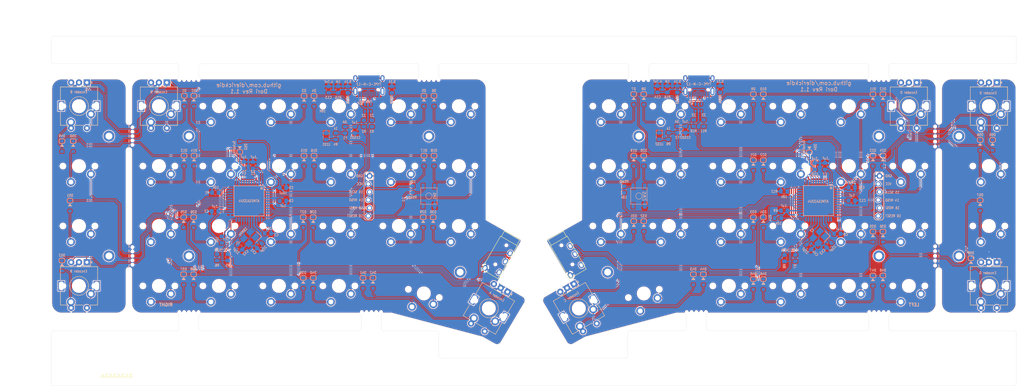
<source format=kicad_pcb>
(kicad_pcb (version 20171130) (host pcbnew "(5.1.4-0-10_14)")
  (layers (0 F.Cu signal) (31 B.Cu signal) (34 B.Paste user) (35 F.Paste user) (36 B.SilkS user) (37 F.SilkS user) (38 B.Mask user) (39 F.Mask user) (44 Edge.Cuts user))
  (net 0 "")
  (net 1 "Net-(D1-Pad2)")
  (net 2 "Net-(D2-Pad2)")
  (net 3 "Net-(D3-Pad2)")
  (net 4 "Net-(D4-Pad2)")
  (net 5 "Net-(D5-Pad2)")
  (net 6 "Net-(D6-Pad2)")
  (net 7 "Net-(D7-Pad2)")
  (net 8 "Net-(D8-Pad2)")
  (net 9 "Net-(D9-Pad2)")
  (net 10 "Net-(D10-Pad2)")
  (net 11 "Net-(D11-Pad2)")
  (net 12 "Net-(D12-Pad2)")
  (net 13 "Net-(D13-Pad2)")
  (net 14 "Net-(D14-Pad2)")
  (net 15 "Net-(D15-Pad2)")
  (net 16 "Net-(D16-Pad2)")
  (net 17 "Net-(D17-Pad2)")
  (net 18 "Net-(D18-Pad2)")
  (net 19 "Net-(D19-Pad2)")
  (net 20 "Net-(D20-Pad2)")
  (net 21 "Net-(D21-Pad2)")
  (net 22 "Net-(D22-Pad2)")
  (net 23 "Net-(D23-Pad2)")
  (net 24 "Net-(D24-Pad2)")
  (net 25 "Net-(D25-Pad2)")
  (net 26 "Net-(D26-Pad2)")
  (net 27 "Net-(D27-Pad2)")
  (net 28 "Net-(D28-Pad2)")
  (net 29 "Net-(D29-Pad2)")
  (net 30 "Net-(D30-Pad2)")
  (net 31 "Net-(D31-Pad2)")
  (net 32 "Net-(D32-Pad2)")
  (net 33 "Net-(D33-Pad2)")
  (net 34 "Net-(D34-Pad2)")
  (net 35 "Net-(D35-Pad2)")
  (net 36 "Net-(D36-Pad2)")
  (net 37 "Net-(D37-Pad2)")
  (net 38 "Net-(D38-Pad2)")
  (net 39 "Net-(D39-Pad2)")
  (net 40 "Net-(D40-Pad2)")
  (net 41 "Net-(D41-Pad2)")
  (net 42 "Net-(D42-Pad2)")
  (net 43 "Net-(D43-Pad2)")
  (net 44 "Net-(D44-Pad2)")
  (net 45 "Net-(D45-Pad2)")
  (net 46 "Net-(D46-Pad2)")
  (net 47 "Net-(D47-Pad2)")
  (net 48 "Net-(D48-Pad2)")
  (net 49 VCC)
  (net 50 "Net-(C6-Pad1)")
  (net 51 "Net-(R1-Pad2)")
  (net 52 "Net-(J1-PadB5)")
  (net 53 "Net-(J1-PadA5)")
  (net 54 "Net-(D49-Pad2)")
  (net 55 "Net-(D50-Pad2)")
  (net 56 "Net-(D51-Pad2)")
  (net 57 "Net-(D52-Pad2)")
  (net 58 GND)
  (net 59 "Net-(LED1-Pad2)")
  (net 60 "Net-(C12-Pad1)")
  (net 61 XTAL1a)
  (net 62 XTAL2a)
  (net 63 XTAL1b)
  (net 64 XTAL2b)
  (net 65 VBUSa)
  (net 66 ISP_RSTa)
  (net 67 SDAa)
  (net 68 SCLa)
  (net 69 SDAb)
  (net 70 SCLb)
  (net 71 "Net-(J5-PadB5)")
  (net 72 "Net-(J5-PadA5)")
  (net 73 ISP_RSTb)
  (net 74 "Net-(LED2-Pad2)")
  (net 75 "Net-(R12-Pad2)")
  (net 76 MOSIb)
  (net 77 VBUSb)
  (net 78 col5a)
  (net 79 col4a)
  (net 80 col3a)
  (net 81 row1a)
  (net 82 row0a)
  (net 83 col0a)
  (net 84 row3a)
  (net 85 row2a)
  (net 86 col2a)
  (net 87 col5b)
  (net 88 col4b)
  (net 89 col3b)
  (net 90 row1b)
  (net 91 row0b)
  (net 92 col1b)
  (net 93 col2b)
  (net 94 row2b)
  (net 95 row3b)
  (net 96 col1a)
  (net 97 col0b)
  (net 98 GNDA)
  (net 99 VDD)
  (net 100 HDETECT)
  (net 101 +5V)
  (net 102 +5VA)
  (net 103 HDETECTb)
  (net 104 "Net-(D55-Pad2)")
  (net 105 "Net-(D56-Pad2)")
  (net 106 "Net-(D57-Pad2)")
  (net 107 "Net-(D58-Pad2)")
  (net 108 Enc1a)
  (net 109 Enc1b)
  (net 110 Enc3a)
  (net 111 Enc3b)
  (net 112 Enc0a)
  (net 113 Enc0b)
  (net 114 Enc2a)
  (net 115 Enc2b)
  (net 116 col6a)
  (net 117 col6b)
  (net 118 "Net-(C13-Pad1)")
  (net 119 "Net-(C14-Pad1)")
  (net 120 DBUSa-)
  (net 121 DBUSa+)
  (net 122 "Net-(R2-Pad2)")
  (net 123 Da-)
  (net 124 "Net-(R3-Pad2)")
  (net 125 Da+)
  (net 126 DBUSb-)
  (net 127 DBUSb+)
  (net 128 "Net-(R10-Pad2)")
  (net 129 Db-)
  (net 130 "Net-(R11-Pad2)")
  (net 131 Db+)
  (module Capacitor_SMD:C_0805_2012Metric_Pad1.15x1.40mm_HandSolder (layer B.Cu) (at 332.55 97.15 315)
    (fp_text reference CX4 (at 2.921 -0.027 135) (layer B.SilkS) (effects (font (size 0.8 0.7)) (justify mirror)))
    (fp_text value 22pF)
    (fp_text user %V (at 0 1.626346 315) (layer B.SilkS) (effects (font (size 0.8 0.7)) (justify mirror)))
    (pad 2 smd roundrect (at 1.025 0 315) (size 1.15 1.4) (layers B.Cu B.Paste B.Mask) (roundrect_rratio 0.217391) (net 98 GNDA))
    (pad 1 smd roundrect (at -1.025 0 315) (size 1.15 1.4) (layers B.Cu B.Paste B.Mask) (roundrect_rratio 0.217391) (net 64 XTAL2b))
  )
  (module Capacitor_SMD:C_0805_2012Metric_Pad1.15x1.40mm_HandSolder (layer B.Cu) (at 165.6 78.3)
    (fp_text reference C5 (at 2.6 0) (layer B.SilkS) (effects (font (size 0.8 0.7)) (justify mirror)))
    (fp_text value 10uF)
    (fp_text user %V (at 0 1.7) (layer B.SilkS) (effects (font (size 0.8 0.7)) (justify mirror)))
    (pad 2 smd roundrect (at 1.025 0) (size 1.15 1.4) (layers B.Cu B.Paste B.Mask) (roundrect_rratio 0.217391) (net 58 GND))
    (pad 1 smd roundrect (at -1.025 0) (size 1.15 1.4) (layers B.Cu B.Paste B.Mask) (roundrect_rratio 0.217391) (net 101 +5V))
  )
  (module Resistor_SMD:R_0805_2012Metric_Pad1.15x1.40mm_HandSolder (layer B.Cu) (at 304.419 46.99 270)
    (fp_text reference RCC4 (at 3.175 0 90) (layer B.SilkS) (effects (font (size 0.8 0.7)) (justify mirror)))
    (fp_text value 5.1k)
    (fp_text user %V (at -2.413 0 180) (layer B.SilkS) (effects (font (size 0.8 0.7)) (justify mirror)))
    (pad 2 smd roundrect (at 1.025 0 270) (size 1.15 1.4) (layers B.Cu B.Paste B.Mask) (roundrect_rratio 0.217391) (net 71 "Net-(J5-PadB5)"))
    (pad 1 smd roundrect (at -1.025 0 270) (size 1.15 1.4) (layers B.Cu B.Paste B.Mask) (roundrect_rratio 0.217391) (net 98 GNDA))
  )
  (module Fuse:Fuse_0805_2012Metric_Pad1.15x1.40mm_HandSolder (layer B.Cu) (at 290.83 59.817 90)
    (fp_text reference F2 (at -2.54 0) (layer B.SilkS) (effects (font (size 0.8 0.7)) (justify mirror)))
    (fp_text value .5A)
    (fp_text user %V (at 2.54 0 180) (layer B.SilkS) (effects (font (size 0.8 0.7)) (justify mirror)))
    (pad 2 smd roundrect (at 1.025 0 90) (size 1.15 1.4) (layers B.Cu B.Paste B.Mask) (roundrect_rratio 0.217391) (net 77 VBUSb))
    (pad 1 smd roundrect (at -1.025 0 90) (size 1.15 1.4) (layers B.Cu B.Paste B.Mask) (roundrect_rratio 0.217391) (net 102 +5VA))
  )
  (module Fuse:Fuse_0805_2012Metric_Pad1.15x1.40mm_HandSolder (layer B.Cu) (at 185.293 59.944 90)
    (fp_text reference F1 (at -2.506 0.007) (layer B.SilkS) (effects (font (size 0.8 0.7)) (justify mirror)))
    (fp_text value .5A)
    (fp_text user %V (at 2.519002 0.059001 180) (layer B.SilkS) (effects (font (size 0.8 0.7)) (justify mirror)))
    (pad 2 smd roundrect (at 1.025 0 90) (size 1.15 1.4) (layers B.Cu B.Paste B.Mask) (roundrect_rratio 0.217391) (net 65 VBUSa))
    (pad 1 smd roundrect (at -1.025 0 90) (size 1.15 1.4) (layers B.Cu B.Paste B.Mask) (roundrect_rratio 0.217391) (net 101 +5V))
  )
  (module Resistor_SMD:R_0805_2012Metric_Pad1.15x1.40mm_HandSolder (layer B.Cu) (at 287.655 46.99 90)
    (fp_text reference R16 (at -2.54 0 180) (layer B.SilkS) (effects (font (size 0.8 0.7)) (justify mirror)))
    (fp_text value 1M)
    (fp_text user %V (at 2.413 0 180) (layer B.SilkS) (effects (font (size 0.8 0.7)) (justify mirror)))
    (pad 2 smd roundrect (at 1.025 0 90) (size 1.15 1.4) (layers B.Cu B.Paste B.Mask) (roundrect_rratio 0.217391) (net 98 GNDA))
    (pad 1 smd roundrect (at -1.025 0 90) (size 1.15 1.4) (layers B.Cu B.Paste B.Mask) (roundrect_rratio 0.217391) (net 119 "Net-(C14-Pad1)"))
  )
  (module Resistor_SMD:R_0805_2012Metric_Pad1.15x1.40mm_HandSolder (layer B.Cu) (at 183.134 47.117 90)
    (fp_text reference R15 (at -2.54 0 180) (layer B.SilkS) (effects (font (size 0.8 0.7)) (justify mirror)))
    (fp_text value 1M)
    (fp_text user %V (at 2.413 0 180) (layer B.SilkS) (effects (font (size 0.8 0.7)) (justify mirror)))
    (pad 2 smd roundrect (at 1.025 0 90) (size 1.15 1.4) (layers B.Cu B.Paste B.Mask) (roundrect_rratio 0.217391) (net 58 GND))
    (pad 1 smd roundrect (at -1.025 0 90) (size 1.15 1.4) (layers B.Cu B.Paste B.Mask) (roundrect_rratio 0.217391) (net 118 "Net-(C13-Pad1)"))
  )
  (module Keeb_footprints:MX100 (layer F.Cu) (at 183.38165 90.4748)
    (fp_text reference K28)
    (fp_text value KEYSW)
    (pad "" np_thru_hole circle (at -0.0254 0.0127) (size 3.9878 3.9878) (drill 3.9878) (layers *.Cu *.Mask))
    (pad "" np_thru_hole circle (at 5.0546 0.0127) (size 1.7018 1.7018) (drill 1.7018) (layers *.Cu *.Mask))
    (pad "" np_thru_hole circle (at -5.1054 0.0127) (size 1.7018 1.7018) (drill 1.7018) (layers *.Cu *.Mask))
    (pad 2 thru_hole circle (at -2.5654 5.0927) (size 2.54 2.54) (drill 1.525) (layers *.Cu *.Mask) (net 28 "Net-(D28-Pad2)"))
    (pad 1 thru_hole circle (at 3.7846 2.5527 270) (size 2.54 2.54) (drill 1.525) (layers *.Cu *.Mask) (net 80 col3a))
  )
  (module Capacitor_SMD:C_0805_2012Metric_Pad1.15x1.40mm_HandSolder (layer B.Cu) (at 293.37 59.817 90)
    (fp_text reference CESD2 (at -2.54 -0.0254 180) (layer B.SilkS) (effects (font (size 0.8 0.7)) (justify mirror)))
    (fp_text value .1uF)
    (fp_text user %V (at 2.54 0 180) (layer B.SilkS) (effects (font (size 0.8 0.7)) (justify mirror)))
    (pad 1 smd roundrect (at -1.025 0 90) (size 1.15 1.4) (layers B.Cu B.Paste B.Mask) (roundrect_rratio 0.217391) (net 98 GNDA))
    (pad 2 smd roundrect (at 1.025 0 90) (size 1.15 1.4) (layers B.Cu B.Paste B.Mask) (roundrect_rratio 0.217391) (net 77 VBUSb))
  )
  (module Capacitor_SMD:C_0805_2012Metric_Pad1.15x1.40mm_HandSolder (layer B.Cu) (at 188.468 59.944 90)
    (fp_text reference CESD1 (at -2.413 0 180) (layer B.SilkS) (effects (font (size 0.8 0.7)) (justify mirror)))
    (fp_text value .1uF)
    (fp_text user %V (at 2.413 0 180) (layer B.SilkS) (effects (font (size 0.8 0.7)) (justify mirror)))
    (pad 1 smd roundrect (at -1.025 0 90) (size 1.15 1.4) (layers B.Cu B.Paste B.Mask) (roundrect_rratio 0.217391) (net 58 GND))
    (pad 2 smd roundrect (at 1.025 0 90) (size 1.15 1.4) (layers B.Cu B.Paste B.Mask) (roundrect_rratio 0.217391) (net 65 VBUSa))
  )
  (module Capacitor_SMD:C_0805_2012Metric_Pad1.15x1.40mm_HandSolder (layer B.Cu) (at 284.48 46.99 90)
    (fp_text reference C14 (at -2.51 0.02 180) (layer B.SilkS) (effects (font (size 0.8 0.7)) (justify mirror)))
    (fp_text value 4.7nF)
    (fp_text user %V (at 2.413 0 180) (layer B.SilkS) (effects (font (size 0.8 0.7)) (justify mirror)))
    (pad 2 smd roundrect (at 1.025 0 90) (size 1.15 1.4) (layers B.Cu B.Paste B.Mask) (roundrect_rratio 0.217391) (net 98 GNDA))
    (pad 1 smd roundrect (at -1.025 0 90) (size 1.15 1.4) (layers B.Cu B.Paste B.Mask) (roundrect_rratio 0.217391) (net 119 "Net-(C14-Pad1)"))
  )
  (module Capacitor_SMD:C_0805_2012Metric_Pad1.15x1.40mm_HandSolder (layer B.Cu) (at 180.086 47.117 90)
    (fp_text reference C13 (at -2.533 -0.036 180) (layer B.SilkS) (effects (font (size 0.8 0.7)) (justify mirror)))
    (fp_text value 4.7nF)
    (fp_text user %V (at 2.417 0 180) (layer B.SilkS) (effects (font (size 0.8 0.7)) (justify mirror)))
    (pad 2 smd roundrect (at 1.025 0 90) (size 1.15 1.4) (layers B.Cu B.Paste B.Mask) (roundrect_rratio 0.217391) (net 58 GND))
    (pad 1 smd roundrect (at -1.025 0 90) (size 1.15 1.4) (layers B.Cu B.Paste B.Mask) (roundrect_rratio 0.217391) (net 118 "Net-(C13-Pad1)"))
  )
  (module Keeb_footprints:MX100 (layer F.Cu) (at 100.83165 90.4748)
    (fp_text reference K51)
    (fp_text value KEYSW)
    (pad "" np_thru_hole circle (at -0.0254 0.0127) (size 3.9878 3.9878) (drill 3.9878) (layers *.Cu *.Mask))
    (pad "" np_thru_hole circle (at 5.0546 0.0127) (size 1.7018 1.7018) (drill 1.7018) (layers *.Cu *.Mask))
    (pad "" np_thru_hole circle (at -5.1054 0.0127) (size 1.7018 1.7018) (drill 1.7018) (layers *.Cu *.Mask))
    (pad 2 thru_hole circle (at -2.5654 5.0927) (size 2.54 2.54) (drill 1.525) (layers *.Cu *.Mask) (net 56 "Net-(D51-Pad2)"))
    (pad 1 thru_hole circle (at 3.7846 2.5527 270) (size 2.54 2.54) (drill 1.525) (layers *.Cu *.Mask) (net 116 col6a))
  )
  (module Keeb_footprints:MX100 (layer F.Cu) (at 288.15665 90.4748)
    (fp_text reference K32)
    (fp_text value KEYSW)
    (pad "" np_thru_hole circle (at -0.0254 0.0127) (size 3.9878 3.9878) (drill 3.9878) (layers *.Cu *.Mask))
    (pad "" np_thru_hole circle (at 5.0546 0.0127) (size 1.7018 1.7018) (drill 1.7018) (layers *.Cu *.Mask))
    (pad "" np_thru_hole circle (at -5.1054 0.0127) (size 1.7018 1.7018) (drill 1.7018) (layers *.Cu *.Mask))
    (pad 2 thru_hole circle (at -2.5654 5.0927) (size 2.54 2.54) (drill 1.525) (layers *.Cu *.Mask) (net 32 "Net-(D32-Pad2)"))
    (pad 1 thru_hole circle (at 3.7846 2.5527 270) (size 2.54 2.54) (drill 1.525) (layers *.Cu *.Mask) (net 92 col1b))
  )
  (module Keeb_footprints:MX100 (layer F.Cu) (at 269.10665 90.4748)
    (fp_text reference K31)
    (fp_text value KEYSW)
    (pad "" np_thru_hole circle (at -0.0254 0.0127) (size 3.9878 3.9878) (drill 3.9878) (layers *.Cu *.Mask))
    (pad "" np_thru_hole circle (at 5.0546 0.0127) (size 1.7018 1.7018) (drill 1.7018) (layers *.Cu *.Mask))
    (pad "" np_thru_hole circle (at -5.1054 0.0127) (size 1.7018 1.7018) (drill 1.7018) (layers *.Cu *.Mask))
    (pad 2 thru_hole circle (at -2.5654 5.0927) (size 2.54 2.54) (drill 1.525) (layers *.Cu *.Mask) (net 31 "Net-(D31-Pad2)"))
    (pad 1 thru_hole circle (at 3.7846 2.5527 270) (size 2.54 2.54) (drill 1.525) (layers *.Cu *.Mask) (net 97 col0b))
  )
  (module Keeb_footprints:MX100 (layer F.Cu) (at 221.48165 71.4248)
    (fp_text reference K18)
    (fp_text value KEYSW)
    (pad "" np_thru_hole circle (at -0.0254 0.0127) (size 3.9878 3.9878) (drill 3.9878) (layers *.Cu *.Mask))
    (pad "" np_thru_hole circle (at 5.0546 0.0127) (size 1.7018 1.7018) (drill 1.7018) (layers *.Cu *.Mask))
    (pad "" np_thru_hole circle (at -5.1054 0.0127) (size 1.7018 1.7018) (drill 1.7018) (layers *.Cu *.Mask))
    (pad 2 thru_hole circle (at -2.5654 5.0927) (size 2.54 2.54) (drill 1.525) (layers *.Cu *.Mask) (net 18 "Net-(D18-Pad2)"))
    (pad 1 thru_hole circle (at 3.7846 2.5527 270) (size 2.54 2.54) (drill 1.525) (layers *.Cu *.Mask) (net 78 col5a))
  )
  (module Keeb_footprints:MX100 (layer F.Cu) (at 389.75665 52.3748)
    (fp_text reference K53)
    (fp_text value KEYSW)
    (pad "" np_thru_hole circle (at -0.0254 0.0127) (size 3.9878 3.9878) (drill 3.9878) (layers *.Cu *.Mask))
    (pad "" np_thru_hole circle (at 5.0546 0.0127) (size 1.7018 1.7018) (drill 1.7018) (layers *.Cu *.Mask))
    (pad "" np_thru_hole circle (at -5.1054 0.0127) (size 1.7018 1.7018) (drill 1.7018) (layers *.Cu *.Mask))
    (pad 2 thru_hole circle (at -2.5654 5.0927) (size 2.54 2.54) (drill 1.525) (layers *.Cu *.Mask) (net 104 "Net-(D55-Pad2)"))
    (pad 1 thru_hole circle (at 3.7846 2.5527 270) (size 2.54 2.54) (drill 1.525) (layers *.Cu *.Mask) (net 117 col6b))
  )
  (module Keeb_footprints:MX100 (layer F.Cu) (at 389.75665 71.4248)
    (fp_text reference K54)
    (fp_text value KEYSW)
    (pad "" np_thru_hole circle (at -0.0254 0.0127) (size 3.9878 3.9878) (drill 3.9878) (layers *.Cu *.Mask))
    (pad "" np_thru_hole circle (at 5.0546 0.0127) (size 1.7018 1.7018) (drill 1.7018) (layers *.Cu *.Mask))
    (pad "" np_thru_hole circle (at -5.1054 0.0127) (size 1.7018 1.7018) (drill 1.7018) (layers *.Cu *.Mask))
    (pad 2 thru_hole circle (at -2.5654 5.0927) (size 2.54 2.54) (drill 1.525) (layers *.Cu *.Mask) (net 105 "Net-(D56-Pad2)"))
    (pad 1 thru_hole circle (at 3.7846 2.5527 270) (size 2.54 2.54) (drill 1.525) (layers *.Cu *.Mask) (net 117 col6b))
  )
  (module random-keyboard-parts:Generic-Mounthole (layer F.Cu) (at 380.20625 100.0125)
    (fp_text reference H12)
    (fp_text value MountingHole)
    (pad 1 thru_hole circle (at 0 0) (size 3.5 3.5) (drill 2.2) (layers *.Cu *.Mask))
  )
  (module random-keyboard-parts:Generic-Mounthole (layer F.Cu) (at 380.20625 61.9125)
    (fp_text reference H11)
    (fp_text value MountingHole)
    (pad 1 thru_hole circle (at 0 0) (size 3.5 3.5) (drill 2.2) (layers *.Cu *.Mask))
  )
  (module Keeb_footprints:MouseBite_IPC7351 (layer F.Cu) (at 372.665625 61.9125 90)
    (fp_text reference U15)
    (fp_text value HOLE)
    (pad "" np_thru_hole circle (at 0 0 90) (size 0.8 0.8) (drill 0.8) (layers *.Cu *.Mask))
    (pad "" np_thru_hole circle (at 1.524 0 90) (size 0.8 0.8) (drill 0.8) (layers *.Cu *.Mask))
    (pad "" np_thru_hole circle (at 3.048 0 90) (size 0.8 0.8) (drill 0.8) (layers *.Cu *.Mask))
    (pad "" np_thru_hole circle (at -1.778 0 90) (size 0.8 0.8) (drill 0.8) (layers *.Cu *.Mask))
    (pad "" np_thru_hole circle (at -3.302 0 90) (size 0.8 0.8) (drill 0.8) (layers *.Cu *.Mask))
  )
  (module Keeb_footprints:MouseBite_IPC7351 (layer F.Cu) (at 372.665625 100.0125 90)
    (fp_text reference U16)
    (fp_text value HOLE)
    (pad "" np_thru_hole circle (at 0 0 90) (size 0.8 0.8) (drill 0.8) (layers *.Cu *.Mask))
    (pad "" np_thru_hole circle (at 1.524 0 90) (size 0.8 0.8) (drill 0.8) (layers *.Cu *.Mask))
    (pad "" np_thru_hole circle (at 3.048 0 90) (size 0.8 0.8) (drill 0.8) (layers *.Cu *.Mask))
    (pad "" np_thru_hole circle (at -1.524 0 90) (size 0.8 0.8) (drill 0.8) (layers *.Cu *.Mask))
    (pad "" np_thru_hole circle (at -3.048 0 90) (size 0.8 0.8) (drill 0.8) (layers *.Cu *.Mask))
  )
  (module Keebio-Parts:RotaryEncoder_EC11 (layer F.Cu) (at 364.33125 52.3875 270)
    (fp_text reference SW7)
    (fp_text value Rotary_Encoder_Switch)
    (pad S1 thru_hole circle (at 7 2.5 270) (size 2 2) (drill 1) (layers *.Cu *.Mask) (net 12 "Net-(D12-Pad2)"))
    (pad S2 thru_hole circle (at 7 -2.5 270) (size 2 2) (drill 1) (layers *.Cu *.Mask) (net 87 col5b))
    (pad MP thru_hole rect (at 0 5.6 270) (size 3.2 2) (drill oval 2.8 1.5) (layers *.Cu *.Mask))
    (pad MP thru_hole rect (at 0 -5.6 270) (size 3.2 2) (drill oval 2.8 1.5) (layers *.Cu *.Mask))
    (pad B thru_hole circle (at -7.5 2.5 270) (size 2 2) (drill 1) (layers *.Cu *.Mask) (net 111 Enc3b))
    (pad C thru_hole circle (at -7.5 0 270) (size 2 2) (drill 1) (layers *.Cu *.Mask) (net 98 GNDA))
    (pad A thru_hole rect (at -7.5 -2.5 270) (size 2 2) (drill 1) (layers *.Cu *.Mask) (net 110 Enc3a))
  )
  (module Keebio-Parts:RotaryEncoder_EC11 (layer F.Cu) (at 389.75665 109.5248 270)
    (fp_text reference SW6)
    (fp_text value Rotary_Encoder_Switch)
    (pad S1 thru_hole circle (at 7 2.5 270) (size 2 2) (drill 1) (layers *.Cu *.Mask) (net 107 "Net-(D58-Pad2)"))
    (pad S2 thru_hole circle (at 7 -2.5 270) (size 2 2) (drill 1) (layers *.Cu *.Mask) (net 117 col6b))
    (pad MP thru_hole rect (at 0 5.6 270) (size 3.2 2) (drill oval 2.8 1.5) (layers *.Cu *.Mask))
    (pad MP thru_hole rect (at 0 -5.6 270) (size 3.2 2) (drill oval 2.8 1.5) (layers *.Cu *.Mask))
    (pad B thru_hole circle (at -7.5 2.5 270) (size 2 2) (drill 1) (layers *.Cu *.Mask) (net 111 Enc3b))
    (pad C thru_hole circle (at -7.5 0 270) (size 2 2) (drill 1) (layers *.Cu *.Mask) (net 98 GNDA))
    (pad A thru_hole rect (at -7.5 -2.5 270) (size 2 2) (drill 1) (layers *.Cu *.Mask) (net 110 Enc3a))
  )
  (module Keebio-Parts:RotaryEncoder_EC11 (layer F.Cu) (at 389.75665 52.3748 270)
    (fp_text reference SW5)
    (fp_text value Rotary_Encoder_Switch)
    (pad S1 thru_hole circle (at 7 2.5 270) (size 2 2) (drill 1) (layers *.Cu *.Mask) (net 104 "Net-(D55-Pad2)"))
    (pad S2 thru_hole circle (at 7 -2.5 270) (size 2 2) (drill 1) (layers *.Cu *.Mask) (net 117 col6b))
    (pad MP thru_hole rect (at 0 5.6 270) (size 3.2 2) (drill oval 2.8 1.5) (layers *.Cu *.Mask))
    (pad MP thru_hole rect (at 0 -5.6 270) (size 3.2 2) (drill oval 2.8 1.5) (layers *.Cu *.Mask))
    (pad B thru_hole circle (at -7.5 2.5 270) (size 2 2) (drill 1) (layers *.Cu *.Mask) (net 111 Enc3b))
    (pad C thru_hole circle (at -7.5 0 270) (size 2 2) (drill 1) (layers *.Cu *.Mask) (net 98 GNDA))
    (pad A thru_hole rect (at -7.5 -2.5 270) (size 2 2) (drill 1) (layers *.Cu *.Mask) (net 110 Enc3a))
  )
  (module Keeb_footprints:MX100 (layer F.Cu) (at 389.75665 109.5248)
    (fp_text reference K56)
    (fp_text value KEYSW)
    (pad "" np_thru_hole circle (at -0.0254 0.0127) (size 3.9878 3.9878) (drill 3.9878) (layers *.Cu *.Mask))
    (pad "" np_thru_hole circle (at 5.0546 0.0127) (size 1.7018 1.7018) (drill 1.7018) (layers *.Cu *.Mask))
    (pad "" np_thru_hole circle (at -5.1054 0.0127) (size 1.7018 1.7018) (drill 1.7018) (layers *.Cu *.Mask))
    (pad 2 thru_hole circle (at -2.5654 5.0927) (size 2.54 2.54) (drill 1.525) (layers *.Cu *.Mask) (net 107 "Net-(D58-Pad2)"))
    (pad 1 thru_hole circle (at 3.7846 2.5527 270) (size 2.54 2.54) (drill 1.525) (layers *.Cu *.Mask) (net 117 col6b))
  )
  (module Keeb_footprints:MX100 (layer F.Cu) (at 389.75665 90.4748)
    (fp_text reference K55)
    (fp_text value KEYSW)
    (pad "" np_thru_hole circle (at -0.0254 0.0127) (size 3.9878 3.9878) (drill 3.9878) (layers *.Cu *.Mask))
    (pad "" np_thru_hole circle (at 5.0546 0.0127) (size 1.7018 1.7018) (drill 1.7018) (layers *.Cu *.Mask))
    (pad "" np_thru_hole circle (at -5.1054 0.0127) (size 1.7018 1.7018) (drill 1.7018) (layers *.Cu *.Mask))
    (pad 2 thru_hole circle (at -2.5654 5.0927) (size 2.54 2.54) (drill 1.525) (layers *.Cu *.Mask) (net 106 "Net-(D57-Pad2)"))
    (pad 1 thru_hole circle (at 3.7846 2.5527 270) (size 2.54 2.54) (drill 1.525) (layers *.Cu *.Mask) (net 117 col6b))
  )
  (module Keeb_footprints:D_SOD-123_modified (layer B.Cu) (at 384.048 102.362 270)
    (fp_text reference D58 (at -3.302 0 180) (layer B.SilkS) (effects (font (size 0.8 0.7)) (justify mirror)))
    (fp_text value D)
    (pad 2 smd roundrect (at 1.65 0 270) (size 1 1.2) (layers B.Cu B.Paste B.Mask) (net 107 "Net-(D58-Pad2)"))
    (pad 1 smd roundrect (at -1.65 0 270) (size 1 1.2) (layers B.Cu B.Paste B.Mask) (net 95 row3b))
  )
  (module Keeb_footprints:D_SOD-123_modified (layer B.Cu) (at 386.969 83.947 270)
    (fp_text reference D57 (at -3.302 0 180) (layer B.SilkS) (effects (font (size 0.8 0.7)) (justify mirror)))
    (fp_text value D)
    (pad 2 smd roundrect (at 1.65 0 270) (size 1 1.2) (layers B.Cu B.Paste B.Mask) (net 106 "Net-(D57-Pad2)"))
    (pad 1 smd roundrect (at -1.65 0 270) (size 1 1.2) (layers B.Cu B.Paste B.Mask) (net 94 row2b))
  )
  (module Keeb_footprints:D_SOD-123_modified (layer B.Cu) (at 386.969 64.77 270)
    (fp_text reference D56 (at -3.302 0) (layer B.SilkS) (effects (font (size 0.8 0.7)) (justify mirror)))
    (fp_text value D)
    (pad 2 smd roundrect (at 1.65 0 270) (size 1 1.2) (layers B.Cu B.Paste B.Mask) (net 105 "Net-(D56-Pad2)"))
    (pad 1 smd roundrect (at -1.65 0 270) (size 1 1.2) (layers B.Cu B.Paste B.Mask) (net 90 row1b))
  )
  (module Keeb_footprints:D_SOD-123_modified (layer B.Cu) (at 390.906 64.77 270)
    (fp_text reference D55 (at -3.302 0 180) (layer B.SilkS) (effects (font (size 0.8 0.7)) (justify mirror)))
    (fp_text value D)
    (pad 2 smd roundrect (at 1.65 0 270) (size 1 1.2) (layers B.Cu B.Paste B.Mask) (net 104 "Net-(D55-Pad2)"))
    (pad 1 smd roundrect (at -1.65 0 270) (size 1 1.2) (layers B.Cu B.Paste B.Mask) (net 91 row0b))
  )
  (module Capacitor_SMD:C_0805_2012Metric_Pad1.15x1.40mm_HandSolder (layer B.Cu) (at 341.603 92.964)
    (fp_text reference C8 (at 2.667 0.254) (layer B.SilkS) (effects (font (size 0.8 0.7)) (justify mirror)))
    (fp_text value .1uF)
    (fp_text user %V (at 0.597 -1.514) (layer B.SilkS) (effects (font (size 0.8 0.7)) (justify mirror)))
    (pad 2 smd roundrect (at 1.025 0) (size 1.15 1.4) (layers B.Cu B.Paste B.Mask) (roundrect_rratio 0.217391) (net 98 GNDA))
    (pad 1 smd roundrect (at -1.025 0) (size 1.15 1.4) (layers B.Cu B.Paste B.Mask) (roundrect_rratio 0.217391) (net 99 VDD))
  )
  (module Resistor_SMD:R_0805_2012Metric_Pad1.15x1.40mm_HandSolder (layer B.Cu) (at 322.75 88)
    (fp_text reference R14 (at -2.45 -0.05 270) (layer B.SilkS) (effects (font (size 0.8 0.7)) (justify mirror)))
    (fp_text value 10k)
    (fp_text user %V (at 0.2 1.65 180) (layer B.SilkS) (effects (font (size 0.8 0.7)) (justify mirror)))
    (pad 2 smd roundrect (at 1.025 0) (size 1.15 1.4) (layers B.Cu B.Paste B.Mask) (roundrect_rratio 0.217391) (net 103 HDETECTb))
    (pad 1 smd roundrect (at -1.025 0) (size 1.15 1.4) (layers B.Cu B.Paste B.Mask) (roundrect_rratio 0.217391) (net 99 VDD))
  )
  (module Keeb_footprints:MouseBite_IPC7351 (layer F.Cu) (at 278.54 44.08)
    (fp_text reference U14)
    (fp_text value HOLE)
    (pad "" np_thru_hole circle (at 0 0) (size 0.8 0.8) (drill 0.8) (layers *.Cu *.Mask))
    (pad "" np_thru_hole circle (at 1.524 0) (size 0.8 0.8) (drill 0.8) (layers *.Cu *.Mask))
    (pad "" np_thru_hole circle (at 3.048 0) (size 0.8 0.8) (drill 0.8) (layers *.Cu *.Mask))
    (pad "" np_thru_hole circle (at -1.524 0) (size 0.8 0.8) (drill 0.8) (layers *.Cu *.Mask))
    (pad "" np_thru_hole circle (at -3.048 0) (size 0.8 0.8) (drill 0.8) (layers *.Cu *.Mask))
  )
  (module Keeb_footprints:MouseBite_IPC7351 (layer F.Cu) (at 354.80625 44.053125)
    (fp_text reference U13)
    (fp_text value HOLE)
    (pad "" np_thru_hole circle (at 0 0) (size 0.8 0.8) (drill 0.8) (layers *.Cu *.Mask))
    (pad "" np_thru_hole circle (at 1.524 0) (size 0.8 0.8) (drill 0.8) (layers *.Cu *.Mask))
    (pad "" np_thru_hole circle (at 3.048 0) (size 0.8 0.8) (drill 0.8) (layers *.Cu *.Mask))
    (pad "" np_thru_hole circle (at -1.524 0) (size 0.8 0.8) (drill 0.8) (layers *.Cu *.Mask))
    (pad "" np_thru_hole circle (at -3.048 0) (size 0.8 0.8) (drill 0.8) (layers *.Cu *.Mask))
  )
  (module Keeb_footprints:MouseBite_IPC7351 (layer F.Cu) (at 135.73125 44.053125)
    (fp_text reference U9)
    (fp_text value HOLE)
    (pad "" np_thru_hole circle (at 0 0) (size 0.8 0.8) (drill 0.8) (layers *.Cu *.Mask))
    (pad "" np_thru_hole circle (at 1.524 0) (size 0.8 0.8) (drill 0.8) (layers *.Cu *.Mask))
    (pad "" np_thru_hole circle (at 3.048 0) (size 0.8 0.8) (drill 0.8) (layers *.Cu *.Mask))
    (pad "" np_thru_hole circle (at -1.524 0) (size 0.8 0.8) (drill 0.8) (layers *.Cu *.Mask))
    (pad "" np_thru_hole circle (at -3.048 0) (size 0.8 0.8) (drill 0.8) (layers *.Cu *.Mask))
  )
  (module Keeb_footprints:MouseBite_IPC7351 (layer F.Cu) (at 211.93125 44.053125)
    (fp_text reference U2)
    (fp_text value HOLE)
    (pad "" np_thru_hole circle (at 0 0) (size 0.8 0.8) (drill 0.8) (layers *.Cu *.Mask))
    (pad "" np_thru_hole circle (at 1.524 0) (size 0.8 0.8) (drill 0.8) (layers *.Cu *.Mask))
    (pad "" np_thru_hole circle (at 3.048 0) (size 0.8 0.8) (drill 0.8) (layers *.Cu *.Mask))
    (pad "" np_thru_hole circle (at -1.524 0) (size 0.8 0.8) (drill 0.8) (layers *.Cu *.Mask))
    (pad "" np_thru_hole circle (at -3.048 0) (size 0.8 0.8) (drill 0.8) (layers *.Cu *.Mask))
  )
  (module Keeb_footprints:D_SOD-123_modified (layer B.Cu) (at 332.74 65.405 90)
    (fp_text reference D54 (at 0 1.905 270) (layer B.SilkS) (effects (font (size 0.8 0.7)) (justify mirror)))
    (fp_text value Schottky (at 0 -1.778 90) (layer B.SilkS) (effects (font (size 0.8 0.7)) (justify mirror)))
    (pad 2 smd roundrect (at 1.65 0 90) (size 1 1.2) (layers B.Cu B.Paste B.Mask) (net 102 +5VA))
    (pad 1 smd roundrect (at -1.65 0 90) (size 1 1.2) (layers B.Cu B.Paste B.Mask) (net 99 VDD))
  )
  (module Keeb_footprints:D_SOD-123_modified (layer B.Cu) (at 151.892 65.278 90)
    (fp_text reference D53 (at 0 1.905 270) (layer B.SilkS) (effects (font (size 0.8 0.7)) (justify mirror)))
    (fp_text value Schottky (at -0.381 -1.778 90) (layer B.SilkS) (effects (font (size 0.8 0.7)) (justify mirror)))
    (pad 2 smd roundrect (at 1.65 0 90) (size 1 1.2) (layers B.Cu B.Paste B.Mask) (net 101 +5V))
    (pad 1 smd roundrect (at -1.65 0 90) (size 1 1.2) (layers B.Cu B.Paste B.Mask) (net 49 VCC))
  )
  (module Resistor_SMD:R_0805_2012Metric_Pad1.15x1.40mm_HandSolder (layer B.Cu) (at 146.177 94.869 90)
    (fp_text reference R13 (at 0 1.65 90) (layer B.SilkS) (effects (font (size 0.8 0.7)) (justify mirror)))
    (fp_text value 10k)
    (fp_text user %V (at 0 -1.524 90) (layer B.SilkS) (effects (font (size 0.8 0.7)) (justify mirror)))
    (pad 2 smd roundrect (at 1.025 0 90) (size 1.15 1.4) (layers B.Cu B.Paste B.Mask) (roundrect_rratio 0.217391) (net 100 HDETECT))
    (pad 1 smd roundrect (at -1.025 0 90) (size 1.15 1.4) (layers B.Cu B.Paste B.Mask) (roundrect_rratio 0.217391) (net 49 VCC))
  )
  (module Resistor_SMD:R_0805_2012Metric_Pad1.15x1.40mm_HandSolder (layer B.Cu) (at 148.082 100.457 270)
    (fp_text reference R5 (at 2.54 0) (layer B.SilkS) (effects (font (size 0.8 0.7)) (justify mirror)))
    (fp_text value 4.7k)
    (fp_text user %V (at -2.54 0 180) (layer B.SilkS) (effects (font (size 0.8 0.7)) (justify mirror)))
    (pad 2 smd roundrect (at 1.025 0 270) (size 1.15 1.4) (layers B.Cu B.Paste B.Mask) (roundrect_rratio 0.217391) (net 68 SCLa))
    (pad 1 smd roundrect (at -1.025 0 270) (size 1.15 1.4) (layers B.Cu B.Paste B.Mask) (roundrect_rratio 0.217391) (net 49 VCC))
  )
  (module Keeb_footprints:MX100 (layer F.Cu) (at 326.25665 109.5248)
    (fp_text reference K46)
    (fp_text value KEYSW)
    (pad "" np_thru_hole circle (at -0.0254 0.0127) (size 3.9878 3.9878) (drill 3.9878) (layers *.Cu *.Mask))
    (pad "" np_thru_hole circle (at 5.0546 0.0127) (size 1.7018 1.7018) (drill 1.7018) (layers *.Cu *.Mask))
    (pad "" np_thru_hole circle (at -5.1054 0.0127) (size 1.7018 1.7018) (drill 1.7018) (layers *.Cu *.Mask))
    (pad 2 thru_hole circle (at -2.5654 5.0927) (size 2.54 2.54) (drill 1.525) (layers *.Cu *.Mask) (net 46 "Net-(D46-Pad2)"))
    (pad 1 thru_hole circle (at 3.7846 2.5527 270) (size 2.54 2.54) (drill 1.525) (layers *.Cu *.Mask) (net 89 col3b))
  )
  (module Keeb_footprints:MouseBite_IPC7351 (layer F.Cu) (at 193.675 117.871875)
    (fp_text reference U7)
    (fp_text value HOLE)
    (pad "" np_thru_hole circle (at 0 0) (size 0.8 0.8) (drill 0.8) (layers *.Cu *.Mask))
    (pad "" np_thru_hole circle (at 1.524 0) (size 0.8 0.8) (drill 0.8) (layers *.Cu *.Mask))
    (pad "" np_thru_hole circle (at 3.048 0) (size 0.8 0.8) (drill 0.8) (layers *.Cu *.Mask))
    (pad "" np_thru_hole circle (at -1.524 0) (size 0.8 0.8) (drill 0.8) (layers *.Cu *.Mask))
    (pad "" np_thru_hole circle (at -3.048 0) (size 0.8 0.8) (drill 0.8) (layers *.Cu *.Mask))
  )
  (module Keeb_footprints:MouseBite_IPC7351 (layer F.Cu) (at 135.73125 117.871875)
    (fp_text reference U6)
    (fp_text value HOLE)
    (pad "" np_thru_hole circle (at 0 0) (size 0.8 0.8) (drill 0.8) (layers *.Cu *.Mask))
    (pad "" np_thru_hole circle (at 1.524 0) (size 0.8 0.8) (drill 0.8) (layers *.Cu *.Mask))
    (pad "" np_thru_hole circle (at 3.048 0) (size 0.8 0.8) (drill 0.8) (layers *.Cu *.Mask))
    (pad "" np_thru_hole circle (at -1.524 0) (size 0.8 0.8) (drill 0.8) (layers *.Cu *.Mask))
    (pad "" np_thru_hole circle (at -3.048 0) (size 0.8 0.8) (drill 0.8) (layers *.Cu *.Mask))
  )
  (module Keeb_footprints:MouseBite_IPC7351 (layer F.Cu) (at 296.8625 117.871875)
    (fp_text reference U10)
    (fp_text value HOLE)
    (pad "" np_thru_hole circle (at 0 0) (size 0.8 0.8) (drill 0.8) (layers *.Cu *.Mask))
    (pad "" np_thru_hole circle (at 1.524 0) (size 0.8 0.8) (drill 0.8) (layers *.Cu *.Mask))
    (pad "" np_thru_hole circle (at 3.048 0) (size 0.8 0.8) (drill 0.8) (layers *.Cu *.Mask))
    (pad "" np_thru_hole circle (at -1.524 0) (size 0.8 0.8) (drill 0.8) (layers *.Cu *.Mask))
    (pad "" np_thru_hole circle (at -3.048 0) (size 0.8 0.8) (drill 0.8) (layers *.Cu *.Mask))
  )
  (module Keeb_footprints:MouseBite_IPC7351 (layer F.Cu) (at 354.80625 117.871875)
    (fp_text reference U11)
    (fp_text value HOLE)
    (pad "" np_thru_hole circle (at 0 0) (size 0.8 0.8) (drill 0.8) (layers *.Cu *.Mask))
    (pad "" np_thru_hole circle (at 1.524 0) (size 0.8 0.8) (drill 0.8) (layers *.Cu *.Mask))
    (pad "" np_thru_hole circle (at 3.048 0) (size 0.8 0.8) (drill 0.8) (layers *.Cu *.Mask))
    (pad "" np_thru_hole circle (at -1.524 0) (size 0.8 0.8) (drill 0.8) (layers *.Cu *.Mask))
    (pad "" np_thru_hole circle (at -3.048 0) (size 0.8 0.8) (drill 0.8) (layers *.Cu *.Mask))
  )
  (module Keeb_footprints:MouseBite_IPC7351 (layer F.Cu) (at 117.8 61.9125 90)
    (fp_text reference U4)
    (fp_text value HOLE)
    (pad "" np_thru_hole circle (at 0 0 90) (size 0.8 0.8) (drill 0.8) (layers *.Cu *.Mask))
    (pad "" np_thru_hole circle (at 1.397 0 90) (size 0.8 0.8) (drill 0.8) (layers *.Cu *.Mask))
    (pad "" np_thru_hole circle (at 2.794 0 90) (size 0.8 0.8) (drill 0.8) (layers *.Cu *.Mask))
    (pad "" np_thru_hole circle (at -1.397 0 90) (size 0.8 0.8) (drill 0.8) (layers *.Cu *.Mask))
    (pad "" np_thru_hole circle (at -2.794 0 90) (size 0.8 0.8) (drill 0.8) (layers *.Cu *.Mask))
  )
  (module Keeb_footprints:D_SOD-123_modified (layer B.Cu) (at 352.924999 93.911377 270)
    (fp_text reference D35 (at -3.302 0 180) (layer B.SilkS) (effects (font (size 0.8 0.7)) (justify mirror)))
    (fp_text value D)
    (pad 2 smd roundrect (at 1.65 0 270) (size 1 1.2) (layers B.Cu B.Paste B.Mask) (net 35 "Net-(D35-Pad2)"))
    (pad 1 smd roundrect (at -1.65 0 270) (size 1 1.2) (layers B.Cu B.Paste B.Mask) (net 94 row2b))
  )
  (module Keeb_footprints:D_SOD-123_modified (layer B.Cu) (at 356.099999 93.911377 270)
    (fp_text reference D36 (at -3.302 0 180) (layer B.SilkS) (effects (font (size 0.8 0.7)) (justify mirror)))
    (fp_text value D)
    (pad 2 smd roundrect (at 1.65 0 270) (size 1 1.2) (layers B.Cu B.Paste B.Mask) (net 36 "Net-(D36-Pad2)"))
    (pad 1 smd roundrect (at -1.65 0 270) (size 1 1.2) (layers B.Cu B.Paste B.Mask) (net 94 row2b))
  )
  (module Resistor_SMD:R_0805_2012Metric_Pad1.15x1.40mm_HandSolder (layer B.Cu) (at 273.9 78.9 270)
    (fp_text reference RSW2 (at -2.515 -0.045 180) (layer B.SilkS) (effects (font (size 0.8 0.7)) (justify mirror)))
    (fp_text value 10k)
    (fp_text user %V (at 2.435 0.055 180) (layer B.SilkS) (effects (font (size 0.8 0.7)) (justify mirror)))
    (pad 2 smd roundrect (at 1.025 0 270) (size 1.15 1.4) (layers B.Cu B.Paste B.Mask) (roundrect_rratio 0.217391) (net 99 VDD))
    (pad 1 smd roundrect (at -1.025 0 270) (size 1.15 1.4) (layers B.Cu B.Paste B.Mask) (roundrect_rratio 0.217391) (net 73 ISP_RSTb))
  )
  (module Resistor_SMD:R_0805_2012Metric_Pad1.15x1.40mm_HandSolder (layer B.Cu) (at 290.83 46.99 270)
    (fp_text reference RCC3 (at 3.302 0 90) (layer B.SilkS) (effects (font (size 0.8 0.7)) (justify mirror)))
    (fp_text value 5.1k)
    (fp_text user %V (at -2.413 0 180) (layer B.SilkS) (effects (font (size 0.8 0.7)) (justify mirror)))
    (pad 2 smd roundrect (at 1.025 0 270) (size 1.15 1.4) (layers B.Cu B.Paste B.Mask) (roundrect_rratio 0.217391) (net 72 "Net-(J5-PadA5)"))
    (pad 1 smd roundrect (at -1.025 0 270) (size 1.15 1.4) (layers B.Cu B.Paste B.Mask) (roundrect_rratio 0.217391) (net 98 GNDA))
  )
  (module Resistor_SMD:R_0805_2012Metric_Pad1.15x1.40mm_HandSolder (layer B.Cu) (at 324.712 79.502)
    (fp_text reference R12 (at -3.048 0) (layer B.SilkS) (effects (font (size 0.8 0.7)) (justify mirror)))
    (fp_text value 10k)
    (fp_text user %V (at 0 1.651) (layer B.SilkS) (effects (font (size 0.8 0.7)) (justify mirror)))
    (pad 2 smd roundrect (at 1.025 0) (size 1.15 1.4) (layers B.Cu B.Paste B.Mask) (roundrect_rratio 0.217391) (net 75 "Net-(R12-Pad2)"))
    (pad 1 smd roundrect (at -1.025 0) (size 1.15 1.4) (layers B.Cu B.Paste B.Mask) (roundrect_rratio 0.217391) (net 98 GNDA))
  )
  (module Resistor_SMD:R_0805_2012Metric_Pad1.15x1.40mm_HandSolder (layer B.Cu) (at 299.185 57.785 90)
    (fp_text reference R11 (at -2.515 -0.035) (layer B.SilkS) (effects (font (size 0.8 0.7)) (justify mirror)))
    (fp_text value 22)
    (fp_text user %V (at 2.54 0 180) (layer B.SilkS) (effects (font (size 0.8 0.7)) (justify mirror)))
    (pad 2 smd roundrect (at 1.025 0 90) (size 1.15 1.4) (layers B.Cu B.Paste B.Mask) (roundrect_rratio 0.217391) (net 130 "Net-(R11-Pad2)"))
    (pad 1 smd roundrect (at -1.025 0 90) (size 1.15 1.4) (layers B.Cu B.Paste B.Mask) (roundrect_rratio 0.217391) (net 131 Db+))
  )
  (module Resistor_SMD:R_0805_2012Metric_Pad1.15x1.40mm_HandSolder (layer B.Cu) (at 296.01 57.785 90)
    (fp_text reference R10 (at -2.515 -0.01) (layer B.SilkS) (effects (font (size 0.8 0.7)) (justify mirror)))
    (fp_text value 22)
    (fp_text user %V (at 2.54 0 180) (layer B.SilkS) (effects (font (size 0.8 0.7)) (justify mirror)))
    (pad 2 smd roundrect (at 1.025 0 90) (size 1.15 1.4) (layers B.Cu B.Paste B.Mask) (roundrect_rratio 0.217391) (net 128 "Net-(R10-Pad2)"))
    (pad 1 smd roundrect (at -1.025 0 90) (size 1.15 1.4) (layers B.Cu B.Paste B.Mask) (roundrect_rratio 0.217391) (net 129 Db-))
  )
  (module Resistor_SMD:R_0805_2012Metric_Pad1.15x1.40mm_HandSolder (layer B.Cu) (at 288 61.9 90)
    (fp_text reference R9 (at -2.54 0) (layer B.SilkS) (effects (font (size 0.8 0.7)) (justify mirror)))
    (fp_text value 1k)
    (fp_text user %V (at 2.413 0 180) (layer B.SilkS) (effects (font (size 0.8 0.7)) (justify mirror)))
    (pad 2 smd roundrect (at 1.025 0 90) (size 1.15 1.4) (layers B.Cu B.Paste B.Mask) (roundrect_rratio 0.217391) (net 102 +5VA))
    (pad 1 smd roundrect (at -1.025 0 90) (size 1.15 1.4) (layers B.Cu B.Paste B.Mask) (roundrect_rratio 0.217391) (net 74 "Net-(LED2-Pad2)"))
  )
  (module Resistor_SMD:R_0805_2012Metric_Pad1.15x1.40mm_HandSolder (layer B.Cu) (at 324.839 100.72 270)
    (fp_text reference R8 (at 2.531 0 270) (layer B.SilkS) (effects (font (size 0.8 0.7)) (justify mirror)))
    (fp_text value 4.7k)
    (fp_text user %V (at -2.549 0 180) (layer B.SilkS) (effects (font (size 0.8 0.7)) (justify mirror)))
    (pad 2 smd roundrect (at 1.025 0 270) (size 1.15 1.4) (layers B.Cu B.Paste B.Mask) (roundrect_rratio 0.217391) (net 69 SDAb))
    (pad 1 smd roundrect (at -1.025 0 270) (size 1.15 1.4) (layers B.Cu B.Paste B.Mask) (roundrect_rratio 0.217391) (net 99 VDD))
  )
  (module Resistor_SMD:R_0805_2012Metric_Pad1.15x1.40mm_HandSolder (layer B.Cu) (at 328.295 100.711 270)
    (fp_text reference R7 (at 2.54 0 270) (layer B.SilkS) (effects (font (size 0.8 0.7)) (justify mirror)))
    (fp_text value 4.7k)
    (fp_text user %V (at -2.54 0 180) (layer B.SilkS) (effects (font (size 0.8 0.7)) (justify mirror)))
    (pad 2 smd roundrect (at 1.025 0 270) (size 1.15 1.4) (layers B.Cu B.Paste B.Mask) (roundrect_rratio 0.217391) (net 70 SCLb))
    (pad 1 smd roundrect (at -1.025 0 270) (size 1.15 1.4) (layers B.Cu B.Paste B.Mask) (roundrect_rratio 0.217391) (net 99 VDD))
  )
  (module Resistor_SMD:R_0805_2012Metric_Pad1.15x1.40mm_HandSolder (layer B.Cu) (at 144.653 100.466 270)
    (fp_text reference R6 (at 2.54 0) (layer B.SilkS) (effects (font (size 0.8 0.7)) (justify mirror)))
    (fp_text value 4.7k)
    (fp_text user %V (at -2.54 -0.254 180) (layer B.SilkS) (effects (font (size 0.8 0.7)) (justify mirror)))
    (pad 2 smd roundrect (at 1.025 0 270) (size 1.15 1.4) (layers B.Cu B.Paste B.Mask) (roundrect_rratio 0.217391) (net 67 SDAa))
    (pad 1 smd roundrect (at -1.025 0 270) (size 1.15 1.4) (layers B.Cu B.Paste B.Mask) (roundrect_rratio 0.217391) (net 49 VCC))
  )
  (module Resistor_SMD:R_0805_2012Metric_Pad1.15x1.40mm_HandSolder (layer B.Cu) (at 191.262 57.912 90)
    (fp_text reference R2 (at -2.528998 0.027001 180) (layer B.SilkS) (effects (font (size 0.8 0.7)) (justify mirror)))
    (fp_text value 22)
    (fp_text user %V (at 2.551002 0 180) (layer B.SilkS) (effects (font (size 0.8 0.7)) (justify mirror)))
    (pad 2 smd roundrect (at 1.025 0 90) (size 1.15 1.4) (layers B.Cu B.Paste B.Mask) (roundrect_rratio 0.217391) (net 122 "Net-(R2-Pad2)"))
    (pad 1 smd roundrect (at -1.025 0 90) (size 1.15 1.4) (layers B.Cu B.Paste B.Mask) (roundrect_rratio 0.217391) (net 123 Da-))
  )
  (module Resistor_SMD:R_0805_2012Metric_Pad1.15x1.40mm_HandSolder (layer B.Cu) (at 193.869999 57.912 90)
    (fp_text reference R3 (at -2.528998 -0.056999) (layer B.SilkS) (effects (font (size 0.8 0.7)) (justify mirror)))
    (fp_text value 22)
    (fp_text user %V (at 2.551002 -0.056999 180) (layer B.SilkS) (effects (font (size 0.8 0.7)) (justify mirror)))
    (pad 2 smd roundrect (at 1.025 0 90) (size 1.15 1.4) (layers B.Cu B.Paste B.Mask) (roundrect_rratio 0.217391) (net 124 "Net-(R3-Pad2)"))
    (pad 1 smd roundrect (at -1.025 0 90) (size 1.15 1.4) (layers B.Cu B.Paste B.Mask) (roundrect_rratio 0.217391) (net 125 Da+))
  )
  (module Resistor_SMD:R_0805_2012Metric_Pad1.15x1.40mm_HandSolder (layer B.Cu) (at 144.117499 79.862002)
    (fp_text reference R1 (at -2.617499 0.020998) (layer B.SilkS) (effects (font (size 0.8 0.7)) (justify mirror)))
    (fp_text value 10k)
    (fp_text user %V (at 0.165501 -1.630002) (layer B.SilkS) (effects (font (size 0.8 0.7)) (justify mirror)))
    (pad 2 smd roundrect (at 1.025 0) (size 1.15 1.4) (layers B.Cu B.Paste B.Mask) (roundrect_rratio 0.217391) (net 51 "Net-(R1-Pad2)"))
    (pad 1 smd roundrect (at -1.025 0) (size 1.15 1.4) (layers B.Cu B.Paste B.Mask) (roundrect_rratio 0.217391) (net 58 GND))
  )
  (module Resistor_SMD:R_0805_2012Metric_Pad1.15x1.40mm_HandSolder (layer B.Cu) (at 206.75 78.85 90)
    (fp_text reference RSW1 (at -2.542 -0.073 180) (layer B.SilkS) (effects (font (size 0.8 0.7)) (justify mirror)))
    (fp_text value 10k)
    (fp_text user %V (at 2.458 0.027 180) (layer B.SilkS) (effects (font (size 0.8 0.7)) (justify mirror)))
    (pad 2 smd roundrect (at 1.025 0 90) (size 1.15 1.4) (layers B.Cu B.Paste B.Mask) (roundrect_rratio 0.217391) (net 101 +5V))
    (pad 1 smd roundrect (at -1.025 0 90) (size 1.15 1.4) (layers B.Cu B.Paste B.Mask) (roundrect_rratio 0.217391) (net 66 ISP_RSTa))
  )
  (module Resistor_SMD:R_0805_2012Metric_Pad1.15x1.40mm_HandSolder (layer B.Cu) (at 200.15 47.117 270)
    (fp_text reference RCC2 (at 3.175 0 270) (layer B.SilkS) (effects (font (size 0.8 0.7)) (justify mirror)))
    (fp_text value 5.1k)
    (fp_text user %V (at -2.477002 -0.085001 180) (layer B.SilkS) (effects (font (size 0.8 0.7)) (justify mirror)))
    (pad 2 smd roundrect (at 1.025 0 270) (size 1.15 1.4) (layers B.Cu B.Paste B.Mask) (roundrect_rratio 0.217391) (net 52 "Net-(J1-PadB5)"))
    (pad 1 smd roundrect (at -1.025 0 270) (size 1.15 1.4) (layers B.Cu B.Paste B.Mask) (roundrect_rratio 0.217391) (net 58 GND))
  )
  (module Resistor_SMD:R_0805_2012Metric_Pad1.15x1.40mm_HandSolder (layer B.Cu) (at 186.182 47.117 270)
    (fp_text reference RCC1 (at 3.302 0 90) (layer B.SilkS) (effects (font (size 0.8 0.7)) (justify mirror)))
    (fp_text value 5.1k)
    (fp_text user %V (at -2.477002 0 180) (layer B.SilkS) (effects (font (size 0.8 0.7)) (justify mirror)))
    (pad 2 smd roundrect (at 1.025 0 270) (size 1.15 1.4) (layers B.Cu B.Paste B.Mask) (roundrect_rratio 0.217391) (net 53 "Net-(J1-PadA5)"))
    (pad 1 smd roundrect (at -1.025 0 270) (size 1.15 1.4) (layers B.Cu B.Paste B.Mask) (roundrect_rratio 0.217391) (net 58 GND))
  )
  (module Resistor_SMD:R_0805_2012Metric_Pad1.15x1.40mm_HandSolder (layer B.Cu) (at 182.372 62.003 90)
    (fp_text reference R4 (at -2.54 -0.038) (layer B.SilkS) (effects (font (size 0.8 0.7)) (justify mirror)))
    (fp_text value 1k)
    (fp_text user %V (at 2.54 -0.038 180) (layer B.SilkS) (effects (font (size 0.8 0.7)) (justify mirror)))
    (pad 2 smd roundrect (at 1.025 0 90) (size 1.15 1.4) (layers B.Cu B.Paste B.Mask) (roundrect_rratio 0.217391) (net 101 +5V))
    (pad 1 smd roundrect (at -1.025 0 90) (size 1.15 1.4) (layers B.Cu B.Paste B.Mask) (roundrect_rratio 0.217391) (net 59 "Net-(LED1-Pad2)"))
  )
  (module Capacitor_SMD:C_0805_2012Metric_Pad1.15x1.40mm_HandSolder (layer B.Cu) (at 160.793 92.837)
    (fp_text reference C3 (at 2.667 0.508) (layer B.SilkS) (effects (font (size 0.8 0.7)) (justify mirror)))
    (fp_text value .1uF)
    (fp_text user %V (at 0.407 -1.587 180) (layer B.SilkS) (effects (font (size 0.8 0.7)) (justify mirror)))
    (pad 2 smd roundrect (at 1.025 0) (size 1.15 1.4) (layers B.Cu B.Paste B.Mask) (roundrect_rratio 0.217391) (net 58 GND))
    (pad 1 smd roundrect (at -1.025 0) (size 1.15 1.4) (layers B.Cu B.Paste B.Mask) (roundrect_rratio 0.217391) (net 49 VCC))
  )
  (module Capacitor_SMD:C_0805_2012Metric_Pad1.15x1.40mm_HandSolder (layer B.Cu) (at 339 96.6 225)
    (fp_text reference CX3 (at 2.921 -0.0254 45) (layer B.SilkS) (effects (font (size 0.8 0.7)) (justify mirror)))
    (fp_text value 22pF)
    (fp_text user %V (at -0.035355 -1.59099 45) (layer B.SilkS) (effects (font (size 0.8 0.7)) (justify mirror)))
    (pad 2 smd roundrect (at 1.025 0 225) (size 1.15 1.4) (layers B.Cu B.Paste B.Mask) (roundrect_rratio 0.217391) (net 98 GNDA))
    (pad 1 smd roundrect (at -1.025 0 225) (size 1.15 1.4) (layers B.Cu B.Paste B.Mask) (roundrect_rratio 0.217391) (net 63 XTAL1b))
  )
  (module Capacitor_SMD:C_0805_2012Metric_Pad1.15x1.40mm_HandSolder (layer B.Cu) (at 346.2 82.4)
    (fp_text reference C12 (at 3.429 -0.0254) (layer B.SilkS) (effects (font (size 0.8 0.7)) (justify mirror)))
    (fp_text value 1uF)
    (fp_text user %V (at 0 -1.651) (layer B.SilkS) (effects (font (size 0.8 0.7)) (justify mirror)))
    (pad 2 smd roundrect (at 1.025 0) (size 1.15 1.4) (layers B.Cu B.Paste B.Mask) (roundrect_rratio 0.217391) (net 98 GNDA))
    (pad 1 smd roundrect (at -1.025 0) (size 1.15 1.4) (layers B.Cu B.Paste B.Mask) (roundrect_rratio 0.217391) (net 60 "Net-(C12-Pad1)"))
  )
  (module Capacitor_SMD:C_0805_2012Metric_Pad1.15x1.40mm_HandSolder (layer B.Cu) (at 346.2 78.25)
    (fp_text reference C11 (at 3.048 -0.0254) (layer B.SilkS) (effects (font (size 0.8 0.7)) (justify mirror)))
    (fp_text value 10uF)
    (fp_text user %V (at 0 -1.6) (layer B.SilkS) (effects (font (size 0.8 0.7)) (justify mirror)))
    (pad 2 smd roundrect (at 1.025 0) (size 1.15 1.4) (layers B.Cu B.Paste B.Mask) (roundrect_rratio 0.217391) (net 98 GNDA))
    (pad 1 smd roundrect (at -1.025 0) (size 1.15 1.4) (layers B.Cu B.Paste B.Mask) (roundrect_rratio 0.217391) (net 102 +5VA))
  )
  (module Capacitor_SMD:C_0805_2012Metric_Pad1.15x1.40mm_HandSolder (layer B.Cu) (at 334.5 71.5 90)
    (fp_text reference C10 (at -2.55 0 180) (layer B.SilkS) (effects (font (size 0.8 0.7)) (justify mirror)))
    (fp_text value .1uF)
    (fp_text user %V (at 2.5 0 180) (layer B.SilkS) (effects (font (size 0.8 0.7)) (justify mirror)))
    (pad 2 smd roundrect (at 1.025 0 90) (size 1.15 1.4) (layers B.Cu B.Paste B.Mask) (roundrect_rratio 0.217391) (net 98 GNDA))
    (pad 1 smd roundrect (at -1.025 0 90) (size 1.15 1.4) (layers B.Cu B.Paste B.Mask) (roundrect_rratio 0.217391) (net 99 VDD))
  )
  (module Capacitor_SMD:C_0805_2012Metric_Pad1.15x1.40mm_HandSolder (layer B.Cu) (at 324.75 85.6 180)
    (fp_text reference C9 (at 2.7 0 180) (layer B.SilkS) (effects (font (size 0.8 0.7)) (justify mirror)))
    (fp_text value .1uF)
    (fp_text user %V (at 0 1.55) (layer B.SilkS) (effects (font (size 0.8 0.7)) (justify mirror)))
    (pad 2 smd roundrect (at 1.025 0 180) (size 1.15 1.4) (layers B.Cu B.Paste B.Mask) (roundrect_rratio 0.217391) (net 98 GNDA))
    (pad 1 smd roundrect (at -1.025 0 180) (size 1.15 1.4) (layers B.Cu B.Paste B.Mask) (roundrect_rratio 0.217391) (net 99 VDD))
  )
  (module Capacitor_SMD:C_0805_2012Metric_Pad1.15x1.40mm_HandSolder (layer B.Cu) (at 337.666 71.501 90)
    (fp_text reference C7 (at -2.54 0) (layer B.SilkS) (effects (font (size 0.8 0.7)) (justify mirror)))
    (fp_text value .1uF)
    (fp_text user %V (at 2.54 0.254 180) (layer B.SilkS) (effects (font (size 0.8 0.7)) (justify mirror)))
    (pad 2 smd roundrect (at 1.025 0 90) (size 1.15 1.4) (layers B.Cu B.Paste B.Mask) (roundrect_rratio 0.217391) (net 98 GNDA))
    (pad 1 smd roundrect (at -1.025 0 90) (size 1.15 1.4) (layers B.Cu B.Paste B.Mask) (roundrect_rratio 0.217391) (net 99 VDD))
  )
  (module Capacitor_SMD:C_0805_2012Metric_Pad1.15x1.40mm_HandSolder (layer B.Cu) (at 153.15 71.15 90)
    (fp_text reference C4 (at -2.55 0.05) (layer B.SilkS) (effects (font (size 0.8 0.7)) (justify mirror)))
    (fp_text value .1uF)
    (fp_text user %V (at 2.6 0 180) (layer B.SilkS) (effects (font (size 0.8 0.7)) (justify mirror)))
    (pad 2 smd roundrect (at 1.025 0 90) (size 1.15 1.4) (layers B.Cu B.Paste B.Mask) (roundrect_rratio 0.217391) (net 58 GND))
    (pad 1 smd roundrect (at -1.025 0 90) (size 1.15 1.4) (layers B.Cu B.Paste B.Mask) (roundrect_rratio 0.217391) (net 49 VCC))
  )
  (module Capacitor_SMD:C_0805_2012Metric_Pad1.15x1.40mm_HandSolder (layer B.Cu) (at 158.15 96.8 225)
    (fp_text reference CX1 (at 2.594998 0.081999 315) (layer B.SilkS) (effects (font (size 0.8 0.7)) (justify mirror)))
    (fp_text value 22pF)
    (fp_text user %V (at -0.070711 -1.626346 45) (layer B.SilkS) (effects (font (size 0.8 0.7)) (justify mirror)))
    (pad 2 smd roundrect (at 1.025 0 225) (size 1.15 1.4) (layers B.Cu B.Paste B.Mask) (roundrect_rratio 0.217391) (net 58 GND))
    (pad 1 smd roundrect (at -1.025 0 225) (size 1.15 1.4) (layers B.Cu B.Paste B.Mask) (roundrect_rratio 0.217391) (net 61 XTAL1a))
  )
  (module Capacitor_SMD:C_0805_2012Metric_Pad1.15x1.40mm_HandSolder (layer B.Cu) (at 151.9 97.2 315)
    (fp_text reference CX2 (at 2.594998 0.025999 45) (layer B.SilkS) (effects (font (size 0.8 0.7)) (justify mirror)))
    (fp_text value 22pF)
    (fp_text user %V (at 0 1.697056 315) (layer B.SilkS) (effects (font (size 0.8 0.7)) (justify mirror)))
    (pad 2 smd roundrect (at 1.025 0 315) (size 1.15 1.4) (layers B.Cu B.Paste B.Mask) (roundrect_rratio 0.217391) (net 58 GND))
    (pad 1 smd roundrect (at -1.025 0 315) (size 1.15 1.4) (layers B.Cu B.Paste B.Mask) (roundrect_rratio 0.217391) (net 62 XTAL2a))
  )
  (module Capacitor_SMD:C_0805_2012Metric_Pad1.15x1.40mm_HandSolder (layer B.Cu) (at 144 85.8 180)
    (fp_text reference C2 (at 2.65 0) (layer B.SilkS) (effects (font (size 0.8 0.7)) (justify mirror)))
    (fp_text value .1uF)
    (fp_text user %V (at 0 1.55) (layer B.SilkS) (effects (font (size 0.8 0.7)) (justify mirror)))
    (pad 2 smd roundrect (at 1.025 0 180) (size 1.15 1.4) (layers B.Cu B.Paste B.Mask) (roundrect_rratio 0.217391) (net 58 GND))
    (pad 1 smd roundrect (at -1.025 0 180) (size 1.15 1.4) (layers B.Cu B.Paste B.Mask) (roundrect_rratio 0.217391) (net 49 VCC))
  )
  (module Capacitor_SMD:C_0805_2012Metric_Pad1.15x1.40mm_HandSolder (layer B.Cu) (at 165.6 82.5)
    (fp_text reference C6 (at 2.6 -0.075) (layer B.SilkS) (effects (font (size 0.8 0.7)) (justify mirror)))
    (fp_text value 1uF)
    (fp_text user %V (at -0.006999 1.594998) (layer B.SilkS) (effects (font (size 0.8 0.7)) (justify mirror)))
    (pad 2 smd roundrect (at 1.025 0) (size 1.15 1.4) (layers B.Cu B.Paste B.Mask) (roundrect_rratio 0.217391) (net 58 GND))
    (pad 1 smd roundrect (at -1.025 0) (size 1.15 1.4) (layers B.Cu B.Paste B.Mask) (roundrect_rratio 0.217391) (net 50 "Net-(C6-Pad1)"))
  )
  (module Capacitor_SMD:C_0805_2012Metric_Pad1.15x1.40mm_HandSolder (layer B.Cu) (at 156.030499 71.174002 90)
    (fp_text reference C1 (at -2.612998 0.052501 180) (layer B.SilkS) (effects (font (size 0.8 0.7)) (justify mirror)))
    (fp_text value .1uF)
    (fp_text user %V (at 2.594002 0.317501 180) (layer B.SilkS) (effects (font (size 0.8 0.7)) (justify mirror)))
    (pad 2 smd roundrect (at 1.025 0 90) (size 1.15 1.4) (layers B.Cu B.Paste B.Mask) (roundrect_rratio 0.217391) (net 58 GND))
    (pad 1 smd roundrect (at -1.025 0 90) (size 1.15 1.4) (layers B.Cu B.Paste B.Mask) (roundrect_rratio 0.217391) (net 49 VCC))
  )
  (module random-keyboard-parts:Generic-Mounthole (layer F.Cu) (at 110.33125 100.0125)
    (fp_text reference H10)
    (fp_text value MountingHole)
    (pad 1 thru_hole circle (at 0 0) (size 3.5 3.5) (drill 2.2) (layers *.Cu *.Mask))
  )
  (module random-keyboard-parts:Generic-Mounthole (layer F.Cu) (at 354.80625 61.9125)
    (fp_text reference H7)
    (fp_text value MountingHole)
    (pad 1 thru_hole circle (at 0 0) (size 3.5 3.5) (drill 2.2) (layers *.Cu *.Mask))
  )
  (module Keebio-Parts:TRRS-PJ-320A (layer F.Cu) (at 253.20625 95.25 30)
    (fp_text reference J4)
    (fp_text value 4PIN)
    (pad 1 thru_hole oval (at -2.3 11.3 30) (size 1.6 2) (drill oval 0.9 1.3) (layers *.Cu *.Mask) (net 98 GNDA))
    (pad 2 thru_hole oval (at 2.3 10.2 30) (size 1.6 2) (drill oval 0.9 1.3) (layers *.Cu *.Mask) (net 70 SCLb))
    (pad 4 thru_hole oval (at 2.3 3.2 30) (size 1.6 2) (drill oval 0.9 1.3) (layers *.Cu *.Mask) (net 99 VDD))
    (pad "" np_thru_hole circle (at 0 8.6 30) (size 0.8 0.8) (drill 0.8) (layers *.Cu *.Mask))
    (pad "" np_thru_hole circle (at 0 1.6 30) (size 0.8 0.8) (drill 0.8) (layers *.Cu *.Mask))
    (pad 3 thru_hole oval (at 2.3 6.2 30) (size 1.6 2) (drill oval 0.9 1.3) (layers *.Cu *.Mask) (net 69 SDAb))
  )
  (module Keebio-Parts:TRRS-PJ-320A (layer F.Cu) (at 237.33125 95.25 330)
    (fp_text reference J3)
    (fp_text value 4PIN)
    (pad 3 thru_hole oval (at 2.3 6.2 330) (size 1.6 2) (drill oval 0.9 1.3) (layers *.Cu *.Mask) (net 67 SDAa))
    (pad "" np_thru_hole circle (at 0 1.6 330) (size 0.8 0.8) (drill 0.8) (layers *.Cu *.Mask))
    (pad "" np_thru_hole circle (at 0 8.6 330) (size 0.8 0.8) (drill 0.8) (layers *.Cu *.Mask))
    (pad 4 thru_hole oval (at 2.3 3.2 330) (size 1.6 2) (drill oval 0.9 1.3) (layers *.Cu *.Mask) (net 49 VCC))
    (pad 2 thru_hole oval (at 2.3 10.2 330) (size 1.6 2) (drill oval 0.9 1.3) (layers *.Cu *.Mask) (net 68 SCLa))
    (pad 1 thru_hole oval (at -2.3 11.3 330) (size 1.6 2) (drill oval 0.9 1.3) (layers *.Cu *.Mask) (net 58 GND))
  )
  (module Crystal:Crystal_SMD_3225-4Pin_3.2x2.5mm_HandSoldering (layer B.Cu) (at 335.802868 94.040478 225)
    (fp_text reference Y2 (at 0 3.05 45) (layer B.SilkS) (effects (font (size 0.8 0.7)) (justify mirror)))
    (fp_text value 16MHz)
    (pad 4 smd rect (at -1.45 1.15 225) (size 2.1 1.8) (layers B.Cu B.Paste B.Mask) (net 98 GNDA))
    (pad 3 smd rect (at 1.45 1.15 225) (size 2.1 1.8) (layers B.Cu B.Paste B.Mask) (net 64 XTAL2b))
    (pad 2 smd rect (at 1.45 -1.15 225) (size 2.1 1.8) (layers B.Cu B.Paste B.Mask) (net 98 GNDA))
    (pad 1 smd rect (at -1.45 -1.15 225) (size 2.1 1.8) (layers B.Cu B.Paste B.Mask) (net 63 XTAL1b))
  )
  (module Keebio-Parts:ATMEGA32U4-AU (layer B.Cu) (at 335.634 82.423 180)
    (fp_text reference U12)
    (fp_text value ATMEGA32U4 (at 0.127 -0.254) (layer B.SilkS) (effects (font (size 0.8 0.7)) (justify mirror)))
    (pad 1 smd rect (at -5.9 4 180) (size 1.5 0.5) (layers B.Cu B.Paste B.Mask))
    (pad 2 smd rect (at -5.9 3.2 180) (size 1.5 0.5) (layers B.Cu B.Paste B.Mask) (net 102 +5VA))
    (pad 3 smd rect (at -5.9 2.4 180) (size 1.5 0.5) (layers B.Cu B.Paste B.Mask) (net 129 Db-))
    (pad 4 smd rect (at -5.9 1.6 180) (size 1.5 0.5) (layers B.Cu B.Paste B.Mask) (net 131 Db+))
    (pad 5 smd rect (at -5.9 0.8 180) (size 1.5 0.5) (layers B.Cu B.Paste B.Mask) (net 98 GNDA))
    (pad 6 smd rect (at -5.9 0 180) (size 1.5 0.5) (layers B.Cu B.Paste B.Mask) (net 60 "Net-(C12-Pad1)"))
    (pad 7 smd rect (at -5.9 -0.8 180) (size 1.5 0.5) (layers B.Cu B.Paste B.Mask) (net 102 +5VA))
    (pad 8 smd rect (at -5.9 -1.6 180) (size 1.5 0.5) (layers B.Cu B.Paste B.Mask) (net 117 col6b))
    (pad 9 smd rect (at -5.9 -2.4 180) (size 1.5 0.5) (layers B.Cu B.Paste B.Mask) (net 87 col5b))
    (pad 10 smd rect (at -5.9 -3.2 180) (size 1.5 0.5) (layers B.Cu B.Paste B.Mask) (net 76 MOSIb))
    (pad 11 smd rect (at -5.9 -4 180) (size 1.5 0.5) (layers B.Cu B.Paste B.Mask) (net 88 col4b))
    (pad 12 smd rect (at -4 -5.9 180) (size 0.5 1.5) (layers B.Cu B.Paste B.Mask))
    (pad 13 smd rect (at -3.2 -5.9 180) (size 0.5 1.5) (layers B.Cu B.Paste B.Mask) (net 73 ISP_RSTb))
    (pad 14 smd rect (at -2.4 -5.9 180) (size 0.5 1.5) (layers B.Cu B.Paste B.Mask) (net 99 VDD))
    (pad 15 smd rect (at -1.6 -5.9 180) (size 0.5 1.5) (layers B.Cu B.Paste B.Mask) (net 98 GNDA))
    (pad 16 smd rect (at -0.8 -5.9 180) (size 0.5 1.5) (layers B.Cu B.Paste B.Mask) (net 63 XTAL1b))
    (pad 17 smd rect (at 0 -5.9 180) (size 0.5 1.5) (layers B.Cu B.Paste B.Mask) (net 64 XTAL2b))
    (pad 18 smd rect (at 0.8 -5.9 180) (size 0.5 1.5) (layers B.Cu B.Paste B.Mask) (net 70 SCLb))
    (pad 19 smd rect (at 1.6 -5.9 180) (size 0.5 1.5) (layers B.Cu B.Paste B.Mask) (net 69 SDAb))
    (pad 20 smd rect (at 2.4 -5.9 180) (size 0.5 1.5) (layers B.Cu B.Paste B.Mask) (net 89 col3b))
    (pad 21 smd rect (at 3.2 -5.9 180) (size 0.5 1.5) (layers B.Cu B.Paste B.Mask))
    (pad 22 smd rect (at 4 -5.9 180) (size 0.5 1.5) (layers B.Cu B.Paste B.Mask) (net 103 HDETECTb))
    (pad 23 smd rect (at 5.9 -4 180) (size 1.5 0.5) (layers B.Cu B.Paste B.Mask) (net 98 GNDA))
    (pad 24 smd rect (at 5.9 -3.2 180) (size 1.5 0.5) (layers B.Cu B.Paste B.Mask) (net 99 VDD))
    (pad 25 smd rect (at 5.9 -2.4 180) (size 1.5 0.5) (layers B.Cu B.Paste B.Mask) (net 95 row3b))
    (pad 26 smd rect (at 5.9 -1.6 180) (size 1.5 0.5) (layers B.Cu B.Paste B.Mask) (net 94 row2b))
    (pad 27 smd rect (at 5.9 -0.8 180) (size 1.5 0.5) (layers B.Cu B.Paste B.Mask) (net 97 col0b))
    (pad 28 smd rect (at 5.9 0 180) (size 1.5 0.5) (layers B.Cu B.Paste B.Mask) (net 92 col1b))
    (pad 29 smd rect (at 5.9 0.8 180) (size 1.5 0.5) (layers B.Cu B.Paste B.Mask) (net 93 col2b))
    (pad 30 smd rect (at 5.9 1.6 180) (size 1.5 0.5) (layers B.Cu B.Paste B.Mask) (net 115 Enc2b))
    (pad 31 smd rect (at 5.9 2.4 180) (size 1.5 0.5) (layers B.Cu B.Paste B.Mask) (net 114 Enc2a))
    (pad 32 smd rect (at 5.9 3.2 180) (size 1.5 0.5) (layers B.Cu B.Paste B.Mask))
    (pad 33 smd rect (at 5.9 4 180) (size 1.5 0.5) (layers B.Cu B.Paste B.Mask) (net 75 "Net-(R12-Pad2)"))
    (pad 34 smd rect (at 4 5.9 180) (size 0.5 1.5) (layers B.Cu B.Paste B.Mask) (net 99 VDD))
    (pad 35 smd rect (at 3.2 5.9 180) (size 0.5 1.5) (layers B.Cu B.Paste B.Mask) (net 98 GNDA))
    (pad 36 smd rect (at 2.4 5.9 180) (size 0.5 1.5) (layers B.Cu B.Paste B.Mask) (net 91 row0b))
    (pad 37 smd rect (at 1.6 5.9 180) (size 0.5 1.5) (layers B.Cu B.Paste B.Mask) (net 90 row1b))
    (pad 38 smd rect (at 0.8 5.9 180) (size 0.5 1.5) (layers B.Cu B.Paste B.Mask) (net 111 Enc3b))
    (pad 39 smd rect (at 0 5.9 180) (size 0.5 1.5) (layers B.Cu B.Paste B.Mask) (net 110 Enc3a))
    (pad 40 smd rect (at -0.8 5.9 180) (size 0.5 1.5) (layers B.Cu B.Paste B.Mask))
    (pad 41 smd rect (at -1.6 5.9 180) (size 0.5 1.5) (layers B.Cu B.Paste B.Mask))
    (pad 42 smd rect (at -2.4 5.9 180) (size 0.5 1.5) (layers B.Cu B.Paste B.Mask))
    (pad 43 smd rect (at -3.2 5.9 180) (size 0.5 1.5) (layers B.Cu B.Paste B.Mask) (net 98 GNDA))
    (pad 44 smd rect (at -4 5.9 180) (size 0.5 1.5) (layers B.Cu B.Paste B.Mask) (net 99 VDD))
  )
  (module acheron_Components:SOT-23-6 (layer B.Cu) (at 297.534 52.832 270)
    (fp_text reference U8 (at -2 2.5 225) (layer B.SilkS) (effects (font (size 0.8 0.7)) (justify mirror)))
    (fp_text value USBLC6-2SC6)
    (pad 5 smd roundrect (at 1.1 0 270) (size 1.06 0.65) (layers B.Cu B.Paste B.Mask) (roundrect_rratio 0.5) (net 77 VBUSb))
    (pad 6 smd roundrect (at 1.1 0.95 270) (size 1.06 0.65) (layers B.Cu B.Paste B.Mask) (roundrect_rratio 0.5) (net 128 "Net-(R10-Pad2)"))
    (pad 4 smd roundrect (at 1.1 -0.95 270) (size 1.06 0.65) (layers B.Cu B.Paste B.Mask) (roundrect_rratio 0.5) (net 130 "Net-(R11-Pad2)"))
    (pad 3 smd roundrect (at -1.1 -0.95 270) (size 1.06 0.65) (layers B.Cu B.Paste B.Mask) (roundrect_rratio 0.5) (net 127 DBUSb+))
    (pad 2 smd roundrect (at -1.1 0 270) (size 1.06 0.65) (layers B.Cu B.Paste B.Mask) (roundrect_rratio 0.5) (net 98 GNDA))
    (pad 1 smd rect (at -1.1 0.95 270) (size 1.06 0.65) (layers B.Cu B.Paste B.Mask) (net 126 DBUSb-))
  )
  (module Keebio-Parts:RotaryEncoder_EC11 (layer F.Cu) (at 100.83165 109.5248 270)
    (fp_text reference SW10)
    (fp_text value Rotary_Encoder_Switch)
    (pad S1 thru_hole circle (at 7 2.5 270) (size 2 2) (drill 1) (layers *.Cu *.Mask) (net 57 "Net-(D52-Pad2)"))
    (pad S2 thru_hole circle (at 7 -2.5 270) (size 2 2) (drill 1) (layers *.Cu *.Mask) (net 116 col6a))
    (pad MP thru_hole rect (at 0 5.6 270) (size 3.2 2) (drill oval 2.8 1.5) (layers *.Cu *.Mask))
    (pad MP thru_hole rect (at 0 -5.6 270) (size 3.2 2) (drill oval 2.8 1.5) (layers *.Cu *.Mask))
    (pad B thru_hole circle (at -7.5 2.5 270) (size 2 2) (drill 1) (layers *.Cu *.Mask) (net 109 Enc1b))
    (pad C thru_hole circle (at -7.5 0 270) (size 2 2) (drill 1) (layers *.Cu *.Mask) (net 58 GND))
    (pad A thru_hole rect (at -7.5 -2.5 270) (size 2 2) (drill 1) (layers *.Cu *.Mask) (net 108 Enc1a))
  )
  (module Keebio-Parts:RotaryEncoder_EC11 (layer F.Cu) (at 100.83165 52.3748 270)
    (fp_text reference SW4)
    (fp_text value Rotary_Encoder_Switch)
    (pad S1 thru_hole circle (at 7 2.5 270) (size 2 2) (drill 1) (layers *.Cu *.Mask) (net 54 "Net-(D49-Pad2)"))
    (pad S2 thru_hole circle (at 7 -2.5 270) (size 2 2) (drill 1) (layers *.Cu *.Mask) (net 116 col6a))
    (pad MP thru_hole rect (at 0 5.6 270) (size 3.2 2) (drill oval 2.8 1.5) (layers *.Cu *.Mask))
    (pad MP thru_hole rect (at 0 -5.6 270) (size 3.2 2) (drill oval 2.8 1.5) (layers *.Cu *.Mask))
    (pad B thru_hole circle (at -7.5 2.5 270) (size 2 2) (drill 1) (layers *.Cu *.Mask) (net 109 Enc1b))
    (pad C thru_hole circle (at -7.5 0 270) (size 2 2) (drill 1) (layers *.Cu *.Mask) (net 58 GND))
    (pad A thru_hole rect (at -7.5 -2.5 270) (size 2 2) (drill 1) (layers *.Cu *.Mask) (net 108 Enc1a))
  )
  (module random-keyboard-parts:SKQG-1155865 (layer B.Cu) (at 278.60625 80.9625 270)
    (fp_text reference SW2 (at 0.04 -1.74 90) (layer B.SilkS) (effects (justify mirror)))
    (fp_text value SW_PUSH)
    (pad 1 smd rect (at 3.1 -1.85 270) (size 1.8 1.1) (layers B.Cu B.Paste B.Mask) (net 98 GNDA))
    (pad 2 smd rect (at -3.1 1.85 270) (size 1.8 1.1) (layers B.Cu B.Paste B.Mask) (net 73 ISP_RSTb))
    (pad 3 smd rect (at 3.1 1.85 270) (size 1.8 1.1) (layers B.Cu B.Paste B.Mask))
    (pad 4 smd rect (at -3.1 -1.85 270) (size 1.8 1.1) (layers B.Cu B.Paste B.Mask))
  )
  (module LED_SMD:LED_0805_2012Metric_Pad1.15x1.40mm_HandSolder (layer B.Cu) (at 285.088 61.9 270)
    (fp_text reference LED2 (at 2.551 -0.012 180) (layer B.SilkS) (effects (font (size 0.8 0.7)) (justify mirror)))
    (fp_text value LED)
    (pad 2 smd roundrect (at 1.025 0 270) (size 1.15 1.4) (layers B.Cu B.Paste B.Mask) (roundrect_rratio 0.217391) (net 74 "Net-(LED2-Pad2)"))
    (pad 1 smd roundrect (at -1.025 0 270) (size 1.15 1.4) (layers B.Cu B.Paste B.Mask) (roundrect_rratio 0.217391) (net 98 GNDA))
  )
  (module Keeb_footprints:MX100 (layer F.Cu) (at 100.83165 109.5248)
    (fp_text reference K52)
    (fp_text value KEYSW)
    (pad "" np_thru_hole circle (at -0.0254 0.0127) (size 3.9878 3.9878) (drill 3.9878) (layers *.Cu *.Mask))
    (pad "" np_thru_hole circle (at 5.0546 0.0127) (size 1.7018 1.7018) (drill 1.7018) (layers *.Cu *.Mask))
    (pad "" np_thru_hole circle (at -5.1054 0.0127) (size 1.7018 1.7018) (drill 1.7018) (layers *.Cu *.Mask))
    (pad 2 thru_hole circle (at -2.5654 5.0927) (size 2.54 2.54) (drill 1.525) (layers *.Cu *.Mask) (net 57 "Net-(D52-Pad2)"))
    (pad 1 thru_hole circle (at 3.7846 2.5527 270) (size 2.54 2.54) (drill 1.525) (layers *.Cu *.Mask) (net 116 col6a))
  )
  (module Keeb_footprints:MX100 (layer F.Cu) (at 100.83165 71.4248)
    (fp_text reference K50)
    (fp_text value KEYSW)
    (pad "" np_thru_hole circle (at -0.0254 0.0127) (size 3.9878 3.9878) (drill 3.9878) (layers *.Cu *.Mask))
    (pad "" np_thru_hole circle (at 5.0546 0.0127) (size 1.7018 1.7018) (drill 1.7018) (layers *.Cu *.Mask))
    (pad "" np_thru_hole circle (at -5.1054 0.0127) (size 1.7018 1.7018) (drill 1.7018) (layers *.Cu *.Mask))
    (pad 2 thru_hole circle (at -2.5654 5.0927) (size 2.54 2.54) (drill 1.525) (layers *.Cu *.Mask) (net 55 "Net-(D50-Pad2)"))
    (pad 1 thru_hole circle (at 3.7846 2.5527 270) (size 2.54 2.54) (drill 1.525) (layers *.Cu *.Mask) (net 116 col6a))
  )
  (module Keeb_footprints:MX100 (layer F.Cu) (at 100.83165 52.3748)
    (fp_text reference K49)
    (fp_text value KEYSW)
    (pad "" np_thru_hole circle (at -0.0254 0.0127) (size 3.9878 3.9878) (drill 3.9878) (layers *.Cu *.Mask))
    (pad "" np_thru_hole circle (at 5.0546 0.0127) (size 1.7018 1.7018) (drill 1.7018) (layers *.Cu *.Mask))
    (pad "" np_thru_hole circle (at -5.1054 0.0127) (size 1.7018 1.7018) (drill 1.7018) (layers *.Cu *.Mask))
    (pad 2 thru_hole circle (at -2.5654 5.0927) (size 2.54 2.54) (drill 1.525) (layers *.Cu *.Mask) (net 54 "Net-(D49-Pad2)"))
    (pad 1 thru_hole circle (at 3.7846 2.5527 270) (size 2.54 2.54) (drill 1.525) (layers *.Cu *.Mask) (net 116 col6a))
  )
  (module Keeb_footprints:PIN_HEADER_1x6_OFFSET (layer B.Cu) (at 354.80625 80.94 180)
    (fp_text reference J6)
    (fp_text value AVR-ISP-6_mod hide)
    (fp_text user GND (at -1.922 6.3627) (layer B.SilkS) (effects (font (size 0.8 0.7)) (justify right mirror)))
    (fp_text user VCC (at -1.922 3.8227) (layer B.SilkS) (effects (font (size 0.8 0.7)) (justify right mirror)))
    (fp_text user "10 RESET" (at -1.922 -6.35) (layer B.SilkS) (effects (font (size 0.8 0.7)) (justify right mirror)))
    (fp_text user "15 SCLK" (at -1.922 1.1557) (layer B.SilkS) (effects (font (size 0.8 0.7)) (justify right mirror)))
    (fp_text user "16 MOSI" (at -2.049 -3.769) (layer B.SilkS) (effects (font (size 0.8 0.7)) (justify right mirror)))
    (fp_text user "14 MISO" (at -1.922 -1.356) (layer B.SilkS) (effects (font (size 0.8 0.7)) (justify right mirror)))
    (pad 6 thru_hole roundrect (at -0.2032 6.35 180) (size 1.6002 1.6002) (drill 1.0668) (layers *.Cu *.Mask) (net 98 GNDA))
    (pad 2 thru_hole circle (at 0.2032 3.81 180) (size 1.6002 1.6002) (drill 1.0668) (layers *.Cu *.Mask) (net 102 +5VA))
    (pad 5 thru_hole circle (at -0.2032 1.27 180) (size 1.6002 1.6002) (drill 1.0668) (layers *.Cu *.Mask) (net 87 col5b))
    (pad 3 thru_hole circle (at 0.2032 -1.27 180) (size 1.6002 1.6002) (drill 1.0668) (layers *.Cu *.Mask) (net 88 col4b))
    (pad 4 thru_hole circle (at -0.2032 -3.81 180) (size 1.6002 1.6002) (drill 1.0668) (layers *.Cu *.Mask) (net 76 MOSIb))
    (pad 1 thru_hole circle (at 0.2032 -6.35 180) (size 1.6002 1.6002) (drill 1.0668) (layers *.Cu *.Mask) (net 73 ISP_RSTb))
  )
  (module Keeb_footprints:TYPE-C-31-M-12 (layer B.Cu) (at 297.65625 49.2125)
    (fp_text reference J5)
    (fp_text value TYPE-C-31-M12_13)
    (fp_text user TYPE-C-M-12 (at -0.0127 -3.81) (layer B.SilkS) (effects (font (size 0.8 0.7)) (justify mirror)))
    (pad B4 smd roundrect (at 2.45 -1.275) (size 0.6 1.45) (drill (offset 0 0.55)) (layers B.Cu B.Paste B.Mask) (net 77 VBUSb))
    (pad B1 smd roundrect (at 3.25 -1.275) (size 0.6 1.45) (drill (offset 0 0.55)) (layers B.Cu B.Paste B.Mask) (net 98 GNDA))
    (pad A4 smd roundrect (at -2.45 -1.275) (size 0.6 1.45) (drill (offset 0 0.55)) (layers B.Cu B.Paste B.Mask) (net 77 VBUSb))
    (pad S thru_hole oval (at -4.3 -1.5) (size 1.3 2.4) (drill oval 0.6 1.7) (layers *.Cu B.Mask) (net 119 "Net-(C14-Pad1)"))
    (pad A7 smd roundrect (at 0.25 -1.275) (size 0.3 1.45) (drill (offset 0 0.55)) (layers B.Cu B.Paste B.Mask) (net 126 DBUSb-))
    (pad B6 smd roundrect (at 0.75 -1.275) (size 0.3 1.45) (drill (offset 0 0.55)) (layers B.Cu B.Paste B.Mask) (net 127 DBUSb+))
    (pad A8 smd roundrect (at 1.25 -1.275) (size 0.3 1.45) (drill (offset 0 0.55)) (layers B.Cu B.Paste B.Mask))
    (pad B5 smd roundrect (at 1.75 -1.275) (size 0.3 1.45) (drill (offset 0 0.55)) (layers B.Cu B.Paste B.Mask) (net 71 "Net-(J5-PadB5)"))
    (pad A6 smd roundrect (at -0.254 -1.275) (size 0.3 1.45) (drill (offset 0 0.55)) (layers B.Cu B.Paste B.Mask) (net 127 DBUSb+))
    (pad B7 smd roundrect (at -0.75 -1.275) (size 0.3 1.45) (drill (offset 0 0.55)) (layers B.Cu B.Paste B.Mask) (net 126 DBUSb-))
    (pad A5 smd roundrect (at -1.25 -1.275) (size 0.3 1.45) (drill (offset 0 0.55)) (layers B.Cu B.Paste B.Mask) (net 72 "Net-(J5-PadA5)"))
    (pad B8 smd roundrect (at -1.75 -1.275) (size 0.3 1.45) (drill (offset 0 0.55)) (layers B.Cu B.Paste B.Mask))
    (pad A1 smd roundrect (at -3.25 -1.275) (size 0.6 1.45) (drill (offset 0 0.55)) (layers B.Cu B.Paste B.Mask) (net 98 GNDA))
    (pad S thru_hole oval (at -4.3 -5.7) (size 1.3 1.9) (drill oval 0.6 1.2) (layers *.Cu *.Mask) (net 119 "Net-(C14-Pad1)"))
    (pad "" np_thru_hole circle (at -2.89 -2.051) (size 0.65 0.65) (drill 0.65) (layers *.Cu *.Mask))
    (pad "" np_thru_hole circle (at 2.89 -2.051) (size 0.65 0.65) (drill 0.65) (layers *.Cu *.Mask))
    (pad S thru_hole oval (at 4.3 -5.7) (size 1.3 1.9) (drill oval 0.6 1.2) (layers *.Cu *.Mask) (net 119 "Net-(C14-Pad1)"))
    (pad S thru_hole oval (at 4.3 -1.5) (size 1.3 2.4) (drill oval 0.6 1.7) (layers *.Cu *.Mask) (net 119 "Net-(C14-Pad1)"))
    (pad S smd oval (at -4.3 -1.5) (size 1.3 2.4) (layers F.Cu F.Mask) (net 119 "Net-(C14-Pad1)"))
  )
  (module random-keyboard-parts:Generic-Mounthole (layer B.Cu) (at 221.853125 105.171875 180)
    (fp_text reference H9)
    (fp_text value MountingHole)
    (pad 1 thru_hole circle (at 0 0 180) (size 3.5 3.5) (drill 2.2) (layers *.Cu *.Mask))
  )
  (module Keeb_footprints:D_SOD-123_modified (layer B.Cu) (at 95.426 103.124 270)
    (fp_text reference D52 (at -3.302 0 180) (layer B.SilkS) (effects (font (size 0.8 0.7)) (justify mirror)))
    (fp_text value D)
    (pad 2 smd roundrect (at 1.65 0 270) (size 1 1.2) (layers B.Cu B.Paste B.Mask) (net 57 "Net-(D52-Pad2)"))
    (pad 1 smd roundrect (at -1.65 0 270) (size 1 1.2) (layers B.Cu B.Paste B.Mask) (net 84 row3a))
  )
  (module Keeb_footprints:D_SOD-123_modified (layer B.Cu) (at 97.966 84.074 270)
    (fp_text reference D51 (at -3.302 0 180) (layer B.SilkS) (effects (font (size 0.8 0.7)) (justify mirror)))
    (fp_text value D)
    (pad 2 smd roundrect (at 1.65 0 270) (size 1 1.2) (layers B.Cu B.Paste B.Mask) (net 56 "Net-(D51-Pad2)"))
    (pad 1 smd roundrect (at -1.65 0 270) (size 1 1.2) (layers B.Cu B.Paste B.Mask) (net 85 row2a))
  )
  (module Keeb_footprints:D_SOD-123_modified (layer B.Cu) (at 98.982 65.151 270)
    (fp_text reference D50 (at -3.302 0 180) (layer B.SilkS) (effects (font (size 0.8 0.7)) (justify mirror)))
    (fp_text value D)
    (pad 2 smd roundrect (at 1.65 0 270) (size 1 1.2) (layers B.Cu B.Paste B.Mask) (net 55 "Net-(D50-Pad2)"))
    (pad 1 smd roundrect (at -1.65 0 270) (size 1 1.2) (layers B.Cu B.Paste B.Mask) (net 81 row1a))
  )
  (module Keeb_footprints:D_SOD-123_modified (layer B.Cu) (at 95.426 65.151 270)
    (fp_text reference D49 (at -3.302 0 180) (layer B.SilkS) (effects (font (size 0.8 0.7)) (justify mirror)))
    (fp_text value D)
    (pad 2 smd roundrect (at 1.65 0 270) (size 1 1.2) (layers B.Cu B.Paste B.Mask) (net 54 "Net-(D49-Pad2)"))
    (pad 1 smd roundrect (at -1.65 0 270) (size 1 1.2) (layers B.Cu B.Paste B.Mask) (net 82 row0a))
  )
  (module Keebio-Parts:RotaryEncoder_EC11 (layer F.Cu) (at 259.55625 116.68125 300)
    (fp_text reference SW9)
    (fp_text value Rotary_Encoder_Switch)
    (pad S1 thru_hole circle (at 7 2.5 300) (size 2 2) (drill 1) (layers *.Cu *.Mask) (net 43 "Net-(D43-Pad2)"))
    (pad S2 thru_hole circle (at 7 -2.5 300) (size 2 2) (drill 1) (layers *.Cu *.Mask) (net 97 col0b))
    (pad MP thru_hole rect (at 0 5.6 300) (size 3.2 2) (drill oval 2.8 1.5) (layers *.Cu *.Mask))
    (pad MP thru_hole rect (at 0 -5.6 300) (size 3.2 2) (drill oval 2.8 1.5) (layers *.Cu *.Mask))
    (pad B thru_hole circle (at -7.5 2.5 300) (size 2 2) (drill 1) (layers *.Cu *.Mask) (net 115 Enc2b))
    (pad C thru_hole circle (at -7.5 0 300) (size 2 2) (drill 1) (layers *.Cu *.Mask) (net 98 GNDA))
    (pad A thru_hole rect (at -7.5 -2.5 300) (size 2 2) (drill 1) (layers *.Cu *.Mask) (net 114 Enc2a))
  )
  (module Keebio-Parts:RotaryEncoder_EC11 (layer F.Cu) (at 230.98125 116.68125 240)
    (fp_text reference SW8)
    (fp_text value Rotary_Encoder_Switch)
    (pad S1 thru_hole circle (at 7 2.5 240) (size 2 2) (drill 1) (layers *.Cu *.Mask) (net 42 "Net-(D42-Pad2)"))
    (pad S2 thru_hole circle (at 7 -2.5 240) (size 2 2) (drill 1) (layers *.Cu *.Mask) (net 78 col5a))
    (pad MP thru_hole rect (at 0 5.6 240) (size 3.2 2) (drill oval 2.8 1.5) (layers *.Cu *.Mask))
    (pad MP thru_hole rect (at 0 -5.6 240) (size 3.2 2) (drill oval 2.8 1.5) (layers *.Cu *.Mask))
    (pad B thru_hole circle (at -7.5 2.5 240) (size 2 2) (drill 1) (layers *.Cu *.Mask) (net 113 Enc0b))
    (pad C thru_hole circle (at -7.5 0 240) (size 2 2) (drill 1) (layers *.Cu *.Mask) (net 58 GND))
    (pad A thru_hole rect (at -7.5 -2.5 240) (size 2 2) (drill 1) (layers *.Cu *.Mask) (net 112 Enc0a))
  )
  (module Crystal:Crystal_SMD_3225-4Pin_3.2x2.5mm_HandSoldering (layer B.Cu) (at 155.017499 94.205002 225)
    (fp_text reference Y1 (at 3.839234 1.463358) (layer B.SilkS) (effects (font (size 0.8 0.7)) (justify mirror)))
    (fp_text value 16MHz)
    (pad 4 smd rect (at -1.45 1.15 225) (size 2.1 1.8) (layers B.Cu B.Paste B.Mask) (net 58 GND))
    (pad 3 smd rect (at 1.45 1.15 225) (size 2.1 1.8) (layers B.Cu B.Paste B.Mask) (net 62 XTAL2a))
    (pad 2 smd rect (at 1.45 -1.15 225) (size 2.1 1.8) (layers B.Cu B.Paste B.Mask) (net 58 GND))
    (pad 1 smd rect (at -1.45 -1.15 225) (size 2.1 1.8) (layers B.Cu B.Paste B.Mask) (net 61 XTAL1a))
  )
  (module Keebio-Parts:RotaryEncoder_EC11 (layer F.Cu) (at 126.20625 52.3875 270)
    (fp_text reference SW3)
    (fp_text value Rotary_Encoder_Switch)
    (pad S1 thru_hole circle (at 7 2.5 270) (size 2 2) (drill 1) (layers *.Cu *.Mask) (net 1 "Net-(D1-Pad2)"))
    (pad S2 thru_hole circle (at 7 -2.5 270) (size 2 2) (drill 1) (layers *.Cu *.Mask) (net 83 col0a))
    (pad MP thru_hole rect (at 0 5.6 270) (size 3.2 2) (drill oval 2.8 1.5) (layers *.Cu *.Mask))
    (pad MP thru_hole rect (at 0 -5.6 270) (size 3.2 2) (drill oval 2.8 1.5) (layers *.Cu *.Mask))
    (pad B thru_hole circle (at -7.5 2.5 270) (size 2 2) (drill 1) (layers *.Cu *.Mask) (net 109 Enc1b))
    (pad C thru_hole circle (at -7.5 0 270) (size 2 2) (drill 1) (layers *.Cu *.Mask) (net 58 GND))
    (pad A thru_hole rect (at -7.5 -2.5 270) (size 2 2) (drill 1) (layers *.Cu *.Mask) (net 108 Enc1a))
  )
  (module Keeb_footprints:PIN_HEADER_1x6_OFFSET (layer B.Cu) (at 192.88125 80.94 180)
    (fp_text reference J2)
    (fp_text value AVR-ISP-6_mod hide)
    (fp_text user GND (at 1.7907 6.3627) (layer B.SilkS) (effects (font (size 0.8 0.7)) (justify left mirror)))
    (fp_text user VCC (at 1.7907 3.8227) (layer B.SilkS) (effects (font (size 0.8 0.7)) (justify left mirror)))
    (fp_text user "10 RESET" (at 1.778 -6.35) (layer B.SilkS) (effects (font (size 0.8 0.7)) (justify left mirror)))
    (fp_text user "15 SCLK" (at 1.778 1.27) (layer B.SilkS) (effects (font (size 0.8 0.7)) (justify left mirror)))
    (fp_text user "16 MOSI" (at 1.778 -3.81) (layer B.SilkS) (effects (font (size 0.8 0.7)) (justify left mirror)))
    (fp_text user "14 MISO" (at 1.778 -1.27) (layer B.SilkS) (effects (font (size 0.8 0.7)) (justify left mirror)))
    (pad 6 thru_hole roundrect (at -0.2032 6.35 180) (size 1.6002 1.6002) (drill 1.0668) (layers *.Cu *.Mask) (net 58 GND))
    (pad 2 thru_hole circle (at 0.2032 3.81 180) (size 1.6002 1.6002) (drill 1.0668) (layers *.Cu *.Mask) (net 101 +5V))
    (pad 5 thru_hole circle (at -0.2032 1.27 180) (size 1.6002 1.6002) (drill 1.0668) (layers *.Cu *.Mask) (net 78 col5a))
    (pad 3 thru_hole circle (at 0.2032 -1.27 180) (size 1.6002 1.6002) (drill 1.0668) (layers *.Cu *.Mask) (net 79 col4a))
    (pad 4 thru_hole circle (at -0.2032 -3.81 180) (size 1.6002 1.6002) (drill 1.0668) (layers *.Cu *.Mask) (net 80 col3a))
    (pad 1 thru_hole circle (at 0.2032 -6.35 180) (size 1.6002 1.6002) (drill 1.0668) (layers *.Cu *.Mask) (net 66 ISP_RSTa))
  )
  (module Keeb_footprints:MouseBite_IPC7351 (layer F.Cu) (at 117.799643 100.0125 90)
    (fp_text reference U5)
    (fp_text value HOLE)
    (pad "" np_thru_hole circle (at 0 0 90) (size 0.8 0.8) (drill 0.8) (layers *.Cu *.Mask))
    (pad "" np_thru_hole circle (at 1.397 0 90) (size 0.8 0.8) (drill 0.8) (layers *.Cu *.Mask))
    (pad "" np_thru_hole circle (at 2.794 0 90) (size 0.8 0.8) (drill 0.8) (layers *.Cu *.Mask))
    (pad "" np_thru_hole circle (at -1.397 0 90) (size 0.8 0.8) (drill 0.8) (layers *.Cu *.Mask))
    (pad "" np_thru_hole circle (at -2.794 0 90) (size 0.8 0.8) (drill 0.8) (layers *.Cu *.Mask))
  )
  (module Keebio-Parts:ATMEGA32U4-AU (layer B.Cu) (at 154.817499 82.505002 180)
    (fp_text reference U1)
    (fp_text value ATMEGA32U4 (at 0 -0.0205) (layer B.SilkS) (effects (font (size 0.8 0.7)) (justify mirror)))
    (pad 1 smd rect (at -5.9 4 180) (size 1.5 0.5) (layers B.Cu B.Paste B.Mask))
    (pad 2 smd rect (at -5.9 3.2 180) (size 1.5 0.5) (layers B.Cu B.Paste B.Mask) (net 101 +5V))
    (pad 3 smd rect (at -5.9 2.4 180) (size 1.5 0.5) (layers B.Cu B.Paste B.Mask) (net 123 Da-))
    (pad 4 smd rect (at -5.9 1.6 180) (size 1.5 0.5) (layers B.Cu B.Paste B.Mask) (net 125 Da+))
    (pad 5 smd rect (at -5.9 0.8 180) (size 1.5 0.5) (layers B.Cu B.Paste B.Mask) (net 58 GND))
    (pad 6 smd rect (at -5.9 0 180) (size 1.5 0.5) (layers B.Cu B.Paste B.Mask) (net 50 "Net-(C6-Pad1)"))
    (pad 7 smd rect (at -5.9 -0.8 180) (size 1.5 0.5) (layers B.Cu B.Paste B.Mask) (net 101 +5V))
    (pad 8 smd rect (at -5.9 -1.6 180) (size 1.5 0.5) (layers B.Cu B.Paste B.Mask))
    (pad 9 smd rect (at -5.9 -2.4 180) (size 1.5 0.5) (layers B.Cu B.Paste B.Mask) (net 78 col5a))
    (pad 10 smd rect (at -5.9 -3.2 180) (size 1.5 0.5) (layers B.Cu B.Paste B.Mask) (net 80 col3a))
    (pad 11 smd rect (at -5.9 -4 180) (size 1.5 0.5) (layers B.Cu B.Paste B.Mask) (net 79 col4a))
    (pad 12 smd rect (at -4 -5.9 180) (size 0.5 1.5) (layers B.Cu B.Paste B.Mask) (net 86 col2a))
    (pad 13 smd rect (at -3.2 -5.9 180) (size 0.5 1.5) (layers B.Cu B.Paste B.Mask) (net 66 ISP_RSTa))
    (pad 14 smd rect (at -2.4 -5.9 180) (size 0.5 1.5) (layers B.Cu B.Paste B.Mask) (net 49 VCC))
    (pad 15 smd rect (at -1.6 -5.9 180) (size 0.5 1.5) (layers B.Cu B.Paste B.Mask) (net 58 GND))
    (pad 16 smd rect (at -0.8 -5.9 180) (size 0.5 1.5) (layers B.Cu B.Paste B.Mask) (net 61 XTAL1a))
    (pad 17 smd rect (at 0 -5.9 180) (size 0.5 1.5) (layers B.Cu B.Paste B.Mask) (net 62 XTAL2a))
    (pad 18 smd rect (at 0.8 -5.9 180) (size 0.5 1.5) (layers B.Cu B.Paste B.Mask) (net 68 SCLa))
    (pad 19 smd rect (at 1.6 -5.9 180) (size 0.5 1.5) (layers B.Cu B.Paste B.Mask) (net 67 SDAa))
    (pad 20 smd rect (at 2.4 -5.9 180) (size 0.5 1.5) (layers B.Cu B.Paste B.Mask) (net 96 col1a))
    (pad 21 smd rect (at 3.2 -5.9 180) (size 0.5 1.5) (layers B.Cu B.Paste B.Mask))
    (pad 22 smd rect (at 4 -5.9 180) (size 0.5 1.5) (layers B.Cu B.Paste B.Mask) (net 100 HDETECT))
    (pad 23 smd rect (at 5.9 -4 180) (size 1.5 0.5) (layers B.Cu B.Paste B.Mask) (net 58 GND))
    (pad 24 smd rect (at 5.9 -3.2 180) (size 1.5 0.5) (layers B.Cu B.Paste B.Mask) (net 49 VCC))
    (pad 25 smd rect (at 5.9 -2.4 180) (size 1.5 0.5) (layers B.Cu B.Paste B.Mask) (net 85 row2a))
    (pad 26 smd rect (at 5.9 -1.6 180) (size 1.5 0.5) (layers B.Cu B.Paste B.Mask) (net 84 row3a))
    (pad 27 smd rect (at 5.9 -0.8 180) (size 1.5 0.5) (layers B.Cu B.Paste B.Mask) (net 83 col0a))
    (pad 28 smd rect (at 5.9 0 180) (size 1.5 0.5) (layers B.Cu B.Paste B.Mask) (net 112 Enc0a))
    (pad 29 smd rect (at 5.9 0.8 180) (size 1.5 0.5) (layers B.Cu B.Paste B.Mask) (net 113 Enc0b))
    (pad 30 smd rect (at 5.9 1.6 180) (size 1.5 0.5) (layers B.Cu B.Paste B.Mask) (net 109 Enc1b))
    (pad 31 smd rect (at 5.9 2.4 180) (size 1.5 0.5) (layers B.Cu B.Paste B.Mask) (net 108 Enc1a))
    (pad 32 smd rect (at 5.9 3.2 180) (size 1.5 0.5) (layers B.Cu B.Paste B.Mask) (net 116 col6a))
    (pad 33 smd rect (at 5.9 4 180) (size 1.5 0.5) (layers B.Cu B.Paste B.Mask) (net 51 "Net-(R1-Pad2)"))
    (pad 34 smd rect (at 4 5.9 180) (size 0.5 1.5) (layers B.Cu B.Paste B.Mask) (net 49 VCC))
    (pad 35 smd rect (at 3.2 5.9 180) (size 0.5 1.5) (layers B.Cu B.Paste B.Mask) (net 58 GND))
    (pad 36 smd rect (at 2.4 5.9 180) (size 0.5 1.5) (layers B.Cu B.Paste B.Mask) (net 82 row0a))
    (pad 37 smd rect (at 1.6 5.9 180) (size 0.5 1.5) (layers B.Cu B.Paste B.Mask) (net 81 row1a))
    (pad 38 smd rect (at 0.8 5.9 180) (size 0.5 1.5) (layers B.Cu B.Paste B.Mask))
    (pad 39 smd rect (at 0 5.9 180) (size 0.5 1.5) (layers B.Cu B.Paste B.Mask))
    (pad 40 smd rect (at -0.8 5.9 180) (size 0.5 1.5) (layers B.Cu B.Paste B.Mask))
    (pad 41 smd rect (at -1.6 5.9 180) (size 0.5 1.5) (layers B.Cu B.Paste B.Mask))
    (pad 42 smd rect (at -2.4 5.9 180) (size 0.5 1.5) (layers B.Cu B.Paste B.Mask))
    (pad 43 smd rect (at -3.2 5.9 180) (size 0.5 1.5) (layers B.Cu B.Paste B.Mask) (net 58 GND))
    (pad 44 smd rect (at -4 5.9 180) (size 0.5 1.5) (layers B.Cu B.Paste B.Mask) (net 49 VCC))
  )
  (module Keeb_footprints:D_SOD-123_modified (layer B.Cu) (at 134.239 50.75 270)
    (fp_text reference D1 (at -3.302 0 180) (layer B.SilkS) (effects (font (size 0.8 0.7)) (justify mirror)))
    (fp_text value D)
    (pad 2 smd roundrect (at 1.65 0 270) (size 1 1.2) (layers B.Cu B.Paste B.Mask) (net 1 "Net-(D1-Pad2)"))
    (pad 1 smd roundrect (at -1.65 0 270) (size 1 1.2) (layers B.Cu B.Paste B.Mask) (net 82 row0a))
  )
  (module Keeb_footprints:D_SOD-123_modified (layer B.Cu) (at 137.287 50.75 270)
    (fp_text reference D2 (at -3.302 0 180) (layer B.SilkS) (effects (font (size 0.8 0.7)) (justify mirror)))
    (fp_text value D)
    (pad 2 smd roundrect (at 1.65 0 270) (size 1 1.2) (layers B.Cu B.Paste B.Mask) (net 2 "Net-(D2-Pad2)"))
    (pad 1 smd roundrect (at -1.65 0 270) (size 1 1.2) (layers B.Cu B.Paste B.Mask) (net 82 row0a))
  )
  (module Keeb_footprints:D_SOD-123_modified (layer B.Cu) (at 172.279999 50.771002 270)
    (fp_text reference D3 (at -3.302 0 180) (layer B.SilkS) (effects (font (size 0.8 0.7)) (justify mirror)))
    (fp_text value D)
    (pad 2 smd roundrect (at 1.65 0 270) (size 1 1.2) (layers B.Cu B.Paste B.Mask) (net 3 "Net-(D3-Pad2)"))
    (pad 1 smd roundrect (at -1.65 0 270) (size 1 1.2) (layers B.Cu B.Paste B.Mask) (net 82 row0a))
  )
  (module Keeb_footprints:D_SOD-123_modified (layer B.Cu) (at 175.454999 50.771002 270)
    (fp_text reference D4 (at -3.302 0 180) (layer B.SilkS) (effects (font (size 0.8 0.7)) (justify mirror)))
    (fp_text value D)
    (pad 2 smd roundrect (at 1.65 0 270) (size 1 1.2) (layers B.Cu B.Paste B.Mask) (net 4 "Net-(D4-Pad2)"))
    (pad 1 smd roundrect (at -1.65 0 270) (size 1 1.2) (layers B.Cu B.Paste B.Mask) (net 82 row0a))
  )
  (module Keeb_footprints:D_SOD-123_modified (layer B.Cu) (at 210.35 50.75 270)
    (fp_text reference D5 (at -3.302 0 180) (layer B.SilkS) (effects (font (size 0.8 0.7)) (justify mirror)))
    (fp_text value D)
    (pad 2 smd roundrect (at 1.65 0 270) (size 1 1.2) (layers B.Cu B.Paste B.Mask) (net 5 "Net-(D5-Pad2)"))
    (pad 1 smd roundrect (at -1.65 0 270) (size 1 1.2) (layers B.Cu B.Paste B.Mask) (net 82 row0a))
  )
  (module Keeb_footprints:D_SOD-123_modified (layer B.Cu) (at 213.55 50.75 270)
    (fp_text reference D6 (at -3.302 0 180) (layer B.SilkS) (effects (font (size 0.8 0.7)) (justify mirror)))
    (fp_text value D)
    (pad 2 smd roundrect (at 1.65 0 270) (size 1 1.2) (layers B.Cu B.Paste B.Mask) (net 6 "Net-(D6-Pad2)"))
    (pad 1 smd roundrect (at -1.65 0 270) (size 1 1.2) (layers B.Cu B.Paste B.Mask) (net 82 row0a))
  )
  (module Keeb_footprints:D_SOD-123_modified (layer B.Cu) (at 276.978999 50.223377 270)
    (fp_text reference D7 (at -3.302 0 180) (layer B.SilkS) (effects (font (size 0.8 0.7)) (justify mirror)))
    (fp_text value D)
    (pad 2 smd roundrect (at 1.65 0 270) (size 1 1.2) (layers B.Cu B.Paste B.Mask) (net 7 "Net-(D7-Pad2)"))
    (pad 1 smd roundrect (at -1.65 0 270) (size 1 1.2) (layers B.Cu B.Paste B.Mask) (net 91 row0b))
  )
  (module Keeb_footprints:D_SOD-123_modified (layer B.Cu) (at 280.153999 50.223377 270)
    (fp_text reference D8 (at -3.302 0 180) (layer B.SilkS) (effects (font (size 0.8 0.7)) (justify mirror)))
    (fp_text value D)
    (pad 2 smd roundrect (at 1.65 0 270) (size 1 1.2) (layers B.Cu B.Paste B.Mask) (net 8 "Net-(D8-Pad2)"))
    (pad 1 smd roundrect (at -1.65 0 270) (size 1 1.2) (layers B.Cu B.Paste B.Mask) (net 91 row0b))
  )
  (module Keeb_footprints:D_SOD-123_modified (layer B.Cu) (at 314.951999 50.223377 270)
    (fp_text reference D9 (at -3.302 0 180) (layer B.SilkS) (effects (font (size 0.8 0.7)) (justify mirror)))
    (fp_text value D)
    (pad 2 smd roundrect (at 1.65 0 270) (size 1 1.2) (layers B.Cu B.Paste B.Mask) (net 9 "Net-(D9-Pad2)"))
    (pad 1 smd roundrect (at -1.65 0 270) (size 1 1.2) (layers B.Cu B.Paste B.Mask) (net 91 row0b))
  )
  (module Keeb_footprints:D_SOD-123_modified (layer B.Cu) (at 318.126999 50.223377 270)
    (fp_text reference D10 (at -3.302 0 180) (layer B.SilkS) (effects (font (size 0.8 0.7)) (justify mirror)))
    (fp_text value D)
    (pad 2 smd roundrect (at 1.65 0 270) (size 1 1.2) (layers B.Cu B.Paste B.Mask) (net 10 "Net-(D10-Pad2)"))
    (pad 1 smd roundrect (at -1.65 0 270) (size 1 1.2) (layers B.Cu B.Paste B.Mask) (net 91 row0b))
  )
  (module Keeb_footprints:D_SOD-123_modified (layer B.Cu) (at 352.924999 50.223377 270)
    (fp_text reference D11 (at -3.302 0 180) (layer B.SilkS) (effects (font (size 0.8 0.7)) (justify mirror)))
    (fp_text value D)
    (pad 2 smd roundrect (at 1.65 0 270) (size 1 1.2) (layers B.Cu B.Paste B.Mask) (net 11 "Net-(D11-Pad2)"))
    (pad 1 smd roundrect (at -1.65 0 270) (size 1 1.2) (layers B.Cu B.Paste B.Mask) (net 91 row0b))
  )
  (module Keeb_footprints:D_SOD-123_modified (layer B.Cu) (at 134.179999 69.781377 270)
    (fp_text reference D13 (at -3.302 0 180) (layer B.SilkS) (effects (font (size 0.8 0.7)) (justify mirror)))
    (fp_text value D)
    (pad 2 smd roundrect (at 1.65 0 270) (size 1 1.2) (layers B.Cu B.Paste B.Mask) (net 13 "Net-(D13-Pad2)"))
    (pad 1 smd roundrect (at -1.65 0 270) (size 1 1.2) (layers B.Cu B.Paste B.Mask) (net 81 row1a))
  )
  (module Keeb_footprints:D_SOD-123_modified (layer B.Cu) (at 137.354999 69.781377 270)
    (fp_text reference D14 (at -3.302 0 180) (layer B.SilkS) (effects (font (size 0.8 0.7)) (justify mirror)))
    (fp_text value D)
    (pad 2 smd roundrect (at 1.65 0 270) (size 1 1.2) (layers B.Cu B.Paste B.Mask) (net 14 "Net-(D14-Pad2)"))
    (pad 1 smd roundrect (at -1.65 0 270) (size 1 1.2) (layers B.Cu B.Paste B.Mask) (net 81 row1a))
  )
  (module Keeb_footprints:D_SOD-123_modified (layer B.Cu) (at 172.279999 69.781377 270)
    (fp_text reference D15 (at -3.302 0 180) (layer B.SilkS) (effects (font (size 0.8 0.7)) (justify mirror)))
    (fp_text value D)
    (pad 2 smd roundrect (at 1.65 0 270) (size 1 1.2) (layers B.Cu B.Paste B.Mask) (net 15 "Net-(D15-Pad2)"))
    (pad 1 smd roundrect (at -1.65 0 270) (size 1 1.2) (layers B.Cu B.Paste B.Mask) (net 81 row1a))
  )
  (module Keeb_footprints:D_SOD-123_modified (layer B.Cu) (at 175.454999 69.781377 270)
    (fp_text reference D16 (at -3.302 0 180) (layer B.SilkS) (effects (font (size 0.8 0.7)) (justify mirror)))
    (fp_text value D)
    (pad 2 smd roundrect (at 1.65 0 270) (size 1 1.2) (layers B.Cu B.Paste B.Mask) (net 16 "Net-(D16-Pad2)"))
    (pad 1 smd roundrect (at -1.65 0 270) (size 1 1.2) (layers B.Cu B.Paste B.Mask) (net 81 row1a))
  )
  (module Keeb_footprints:D_SOD-123_modified (layer B.Cu) (at 210.379999 69.781377 270)
    (fp_text reference D17 (at -3.302 0 180) (layer B.SilkS) (effects (font (size 0.8 0.7)) (justify mirror)))
    (fp_text value D)
    (pad 2 smd roundrect (at 1.65 0 270) (size 1 1.2) (layers B.Cu B.Paste B.Mask) (net 17 "Net-(D17-Pad2)"))
    (pad 1 smd roundrect (at -1.65 0 270) (size 1 1.2) (layers B.Cu B.Paste B.Mask) (net 81 row1a))
  )
  (module Keeb_footprints:D_SOD-123_modified (layer B.Cu) (at 213.554999 69.781377 270)
    (fp_text reference D18 (at -3.302 0 180) (layer B.SilkS) (effects (font (size 0.8 0.7)) (justify mirror)))
    (fp_text value D)
    (pad 2 smd roundrect (at 1.65 0 270) (size 1 1.2) (layers B.Cu B.Paste B.Mask) (net 18 "Net-(D18-Pad2)"))
    (pad 1 smd roundrect (at -1.65 0 270) (size 1 1.2) (layers B.Cu B.Paste B.Mask) (net 81 row1a))
  )
  (module Keeb_footprints:D_SOD-123_modified (layer B.Cu) (at 276.978999 69.781377 270)
    (fp_text reference D19 (at -3.302 0 180) (layer B.SilkS) (effects (font (size 0.8 0.7)) (justify mirror)))
    (fp_text value D)
    (pad 2 smd roundrect (at 1.65 0 270) (size 1 1.2) (layers B.Cu B.Paste B.Mask) (net 19 "Net-(D19-Pad2)"))
    (pad 1 smd roundrect (at -1.65 0 270) (size 1 1.2) (layers B.Cu B.Paste B.Mask) (net 90 row1b))
  )
  (module Keeb_footprints:D_SOD-123_modified (layer B.Cu) (at 280.153999 69.781377 270)
    (fp_text reference D20 (at -3.302 0 180) (layer B.SilkS) (effects (font (size 0.8 0.7)) (justify mirror)))
    (fp_text value D)
    (pad 2 smd roundrect (at 1.65 0 270) (size 1 1.2) (layers B.Cu B.Paste B.Mask) (net 20 "Net-(D20-Pad2)"))
    (pad 1 smd roundrect (at -1.65 0 270) (size 1 1.2) (layers B.Cu B.Paste B.Mask) (net 90 row1b))
  )
  (module Keeb_footprints:D_SOD-123_modified (layer B.Cu) (at 314.951999 71.178377 270)
    (fp_text reference D21 (at -3.302 0 180) (layer B.SilkS) (effects (font (size 0.8 0.7)) (justify mirror)))
    (fp_text value D)
    (pad 2 smd roundrect (at 1.65 0 270) (size 1 1.2) (layers B.Cu B.Paste B.Mask) (net 21 "Net-(D21-Pad2)"))
    (pad 1 smd roundrect (at -1.65 0 270) (size 1 1.2) (layers B.Cu B.Paste B.Mask) (net 90 row1b))
  )
  (module Keeb_footprints:D_SOD-123_modified (layer B.Cu) (at 318.126999 71.178377 270)
    (fp_text reference D22 (at -3.302 0 180) (layer B.SilkS) (effects (font (size 0.8 0.7)) (justify mirror)))
    (fp_text value D)
    (pad 2 smd roundrect (at 1.65 0 270) (size 1 1.2) (layers B.Cu B.Paste B.Mask) (net 22 "Net-(D22-Pad2)"))
    (pad 1 smd roundrect (at -1.65 0 270) (size 1 1.2) (layers B.Cu B.Paste B.Mask) (net 90 row1b))
  )
  (module Keeb_footprints:D_SOD-123_modified (layer B.Cu) (at 352.924999 69.781377 270)
    (fp_text reference D23 (at -3.302 0 180) (layer B.SilkS) (effects (font (size 0.8 0.7)) (justify mirror)))
    (fp_text value D)
    (pad 2 smd roundrect (at 1.65 0 270) (size 1 1.2) (layers B.Cu B.Paste B.Mask) (net 23 "Net-(D23-Pad2)"))
    (pad 1 smd roundrect (at -1.65 0 270) (size 1 1.2) (layers B.Cu B.Paste B.Mask) (net 90 row1b))
  )
  (module Keeb_footprints:D_SOD-123_modified (layer B.Cu) (at 356.099999 69.781377 270)
    (fp_text reference D24 (at -3.302 0 180) (layer B.SilkS) (effects (font (size 0.8 0.7)) (justify mirror)))
    (fp_text value D)
    (pad 2 smd roundrect (at 1.65 0 270) (size 1 1.2) (layers B.Cu B.Paste B.Mask) (net 24 "Net-(D24-Pad2)"))
    (pad 1 smd roundrect (at -1.65 0 270) (size 1 1.2) (layers B.Cu B.Paste B.Mask) (net 90 row1b))
  )
  (module Keeb_footprints:D_SOD-123_modified (layer B.Cu) (at 134.052999 89.339377 270)
    (fp_text reference D25 (at -3.302 0 180) (layer B.SilkS) (effects (font (size 0.8 0.7)) (justify mirror)))
    (fp_text value D)
    (pad 2 smd roundrect (at 1.65 0 270) (size 1 1.2) (layers B.Cu B.Paste B.Mask) (net 25 "Net-(D25-Pad2)"))
    (pad 1 smd roundrect (at -1.65 0 270) (size 1 1.2) (layers B.Cu B.Paste B.Mask) (net 85 row2a))
  )
  (module Keeb_footprints:D_SOD-123_modified (layer B.Cu) (at 137.227999 89.339377 270)
    (fp_text reference D26 (at -3.302 0 180) (layer B.SilkS) (effects (font (size 0.8 0.7)) (justify mirror)))
    (fp_text value D)
    (pad 2 smd roundrect (at 1.65 0 270) (size 1 1.2) (layers B.Cu B.Paste B.Mask) (net 26 "Net-(D26-Pad2)"))
    (pad 1 smd roundrect (at -1.65 0 270) (size 1 1.2) (layers B.Cu B.Paste B.Mask) (net 85 row2a))
  )
  (module Keeb_footprints:D_SOD-123_modified (layer B.Cu) (at 172.025999 89.339377 270)
    (fp_text reference D27 (at -3.302 0 180) (layer B.SilkS) (effects (font (size 0.8 0.7)) (justify mirror)))
    (fp_text value D)
    (pad 2 smd roundrect (at 1.65 0 270) (size 1 1.2) (layers B.Cu B.Paste B.Mask) (net 27 "Net-(D27-Pad2)"))
    (pad 1 smd roundrect (at -1.65 0 270) (size 1 1.2) (layers B.Cu B.Paste B.Mask) (net 85 row2a))
  )
  (module Keeb_footprints:D_SOD-123_modified (layer B.Cu) (at 175.200999 89.339377 270)
    (fp_text reference D28 (at -3.302 0 180) (layer B.SilkS) (effects (font (size 0.8 0.7)) (justify mirror)))
    (fp_text value D)
    (pad 2 smd roundrect (at 1.65 0 270) (size 1 1.2) (layers B.Cu B.Paste B.Mask) (net 28 "Net-(D28-Pad2)"))
    (pad 1 smd roundrect (at -1.65 0 270) (size 1 1.2) (layers B.Cu B.Paste B.Mask) (net 85 row2a))
  )
  (module Keeb_footprints:D_SOD-123_modified (layer B.Cu) (at 210.125999 89.339377 270)
    (fp_text reference D29 (at -3.302 0 180) (layer B.SilkS) (effects (font (size 0.8 0.7)) (justify mirror)))
    (fp_text value D)
    (pad 2 smd roundrect (at 1.65 0 270) (size 1 1.2) (layers B.Cu B.Paste B.Mask) (net 29 "Net-(D29-Pad2)"))
    (pad 1 smd roundrect (at -1.65 0 270) (size 1 1.2) (layers B.Cu B.Paste B.Mask) (net 85 row2a))
  )
  (module Keeb_footprints:D_SOD-123_modified (layer B.Cu) (at 213.300999 89.339377 270)
    (fp_text reference D30 (at -3.302 0 180) (layer B.SilkS) (effects (font (size 0.8 0.7)) (justify mirror)))
    (fp_text value D)
    (pad 2 smd roundrect (at 1.65 0 270) (size 1 1.2) (layers B.Cu B.Paste B.Mask) (net 30 "Net-(D30-Pad2)"))
    (pad 1 smd roundrect (at -1.65 0 270) (size 1 1.2) (layers B.Cu B.Paste B.Mask) (net 85 row2a))
  )
  (module Keeb_footprints:D_SOD-123_modified (layer B.Cu) (at 276.978999 90.609377 270)
    (fp_text reference D31 (at -3.302 0 180) (layer B.SilkS) (effects (font (size 0.8 0.7)) (justify mirror)))
    (fp_text value D)
    (pad 2 smd roundrect (at 1.65 0 270) (size 1 1.2) (layers B.Cu B.Paste B.Mask) (net 31 "Net-(D31-Pad2)"))
    (pad 1 smd roundrect (at -1.65 0 270) (size 1 1.2) (layers B.Cu B.Paste B.Mask) (net 94 row2b))
  )
  (module Keeb_footprints:D_SOD-123_modified (layer B.Cu) (at 280.153999 90.609377 270)
    (fp_text reference D32 (at -3.302 0 180) (layer B.SilkS) (effects (font (size 0.8 0.7)) (justify mirror)))
    (fp_text value D)
    (pad 2 smd roundrect (at 1.65 0 270) (size 1 1.2) (layers B.Cu B.Paste B.Mask) (net 32 "Net-(D32-Pad2)"))
    (pad 1 smd roundrect (at -1.65 0 270) (size 1 1.2) (layers B.Cu B.Paste B.Mask) (net 94 row2b))
  )
  (module Keeb_footprints:D_SOD-123_modified (layer B.Cu) (at 314.951999 89.339377 270)
    (fp_text reference D33 (at -3.302 0 180) (layer B.SilkS) (effects (font (size 0.8 0.7)) (justify mirror)))
    (fp_text value D)
    (pad 2 smd roundrect (at 1.65 0 270) (size 1 1.2) (layers B.Cu B.Paste B.Mask) (net 33 "Net-(D33-Pad2)"))
    (pad 1 smd roundrect (at -1.65 0 270) (size 1 1.2) (layers B.Cu B.Paste B.Mask) (net 94 row2b))
  )
  (module Keeb_footprints:D_SOD-123_modified (layer B.Cu) (at 318.126999 89.339377 270)
    (fp_text reference D34 (at -3.302 0 180) (layer B.SilkS) (effects (font (size 0.8 0.7)) (justify mirror)))
    (fp_text value D)
    (pad 2 smd roundrect (at 1.65 0 270) (size 1 1.2) (layers B.Cu B.Paste B.Mask) (net 34 "Net-(D34-Pad2)"))
    (pad 1 smd roundrect (at -1.65 0 270) (size 1 1.2) (layers B.Cu B.Paste B.Mask) (net 94 row2b))
  )
  (module Keeb_footprints:D_SOD-123_modified (layer B.Cu) (at 134.053804 107.500377 270)
    (fp_text reference D37 (at -3.302 0 180) (layer B.SilkS) (effects (font (size 0.8 0.7)) (justify mirror)))
    (fp_text value D)
    (pad 2 smd roundrect (at 1.65 0 270) (size 1 1.2) (layers B.Cu B.Paste B.Mask) (net 37 "Net-(D37-Pad2)"))
    (pad 1 smd roundrect (at -1.65 0 270) (size 1 1.2) (layers B.Cu B.Paste B.Mask) (net 84 row3a))
  )
  (module Keeb_footprints:D_SOD-123_modified (layer B.Cu) (at 137.227999 107.500377 270)
    (fp_text reference D38 (at -3.302 0 180) (layer B.SilkS) (effects (font (size 0.8 0.7)) (justify mirror)))
    (fp_text value D)
    (pad 2 smd roundrect (at 1.65 0 270) (size 1 1.2) (layers B.Cu B.Paste B.Mask) (net 38 "Net-(D38-Pad2)"))
    (pad 1 smd roundrect (at -1.65 0 270) (size 1 1.2) (layers B.Cu B.Paste B.Mask) (net 84 row3a))
  )
  (module Keeb_footprints:D_SOD-123_modified (layer B.Cu) (at 172.025999 108.643377 270)
    (fp_text reference D39 (at -3.302 0 180) (layer B.SilkS) (effects (font (size 0.8 0.7)) (justify mirror)))
    (fp_text value D)
    (pad 2 smd roundrect (at 1.65 0 270) (size 1 1.2) (layers B.Cu B.Paste B.Mask) (net 39 "Net-(D39-Pad2)"))
    (pad 1 smd roundrect (at -1.65 0 270) (size 1 1.2) (layers B.Cu B.Paste B.Mask) (net 84 row3a))
  )
  (module Keeb_footprints:D_SOD-123_modified (layer B.Cu) (at 175.200999 108.643377 270)
    (fp_text reference D40 (at -3.302 0 180) (layer B.SilkS) (effects (font (size 0.8 0.7)) (justify mirror)))
    (fp_text value D)
    (pad 2 smd roundrect (at 1.65 0 270) (size 1 1.2) (layers B.Cu B.Paste B.Mask) (net 40 "Net-(D40-Pad2)"))
    (pad 1 smd roundrect (at -1.65 0 270) (size 1 1.2) (layers B.Cu B.Paste B.Mask) (net 84 row3a))
  )
  (module Keeb_footprints:D_SOD-123_modified (layer B.Cu) (at 190.998999 108.643377 270)
    (fp_text reference D41 (at -3.302 0 180) (layer B.SilkS) (effects (font (size 0.8 0.7)) (justify mirror)))
    (fp_text value D)
    (pad 2 smd roundrect (at 1.65 0 270) (size 1 1.2) (layers B.Cu B.Paste B.Mask) (net 41 "Net-(D41-Pad2)"))
    (pad 1 smd roundrect (at -1.65 0 270) (size 1 1.2) (layers B.Cu B.Paste B.Mask) (net 84 row3a))
  )
  (module Keeb_footprints:D_SOD-123_modified (layer B.Cu) (at 194.173999 108.643377 270)
    (fp_text reference D42 (at -3.302 0 180) (layer B.SilkS) (effects (font (size 0.8 0.7)) (justify mirror)))
    (fp_text value D)
    (pad 2 smd roundrect (at 1.65 0 270) (size 1 1.2) (layers B.Cu B.Paste B.Mask) (net 42 "Net-(D42-Pad2)"))
    (pad 1 smd roundrect (at -1.65 0 270) (size 1 1.2) (layers B.Cu B.Paste B.Mask) (net 84 row3a))
  )
  (module Keeb_footprints:D_SOD-123_modified (layer B.Cu) (at 295.901999 107.500377 270)
    (fp_text reference D43 (at -3.302 0 180) (layer B.SilkS) (effects (font (size 0.8 0.7)) (justify mirror)))
    (fp_text value D)
    (pad 2 smd roundrect (at 1.65 0 270) (size 1 1.2) (layers B.Cu B.Paste B.Mask) (net 43 "Net-(D43-Pad2)"))
    (pad 1 smd roundrect (at -1.65 0 270) (size 1 1.2) (layers B.Cu B.Paste B.Mask) (net 95 row3b))
  )
  (module Keeb_footprints:D_SOD-123_modified (layer B.Cu) (at 299.076999 107.500377 270)
    (fp_text reference D44 (at -3.302 0 180) (layer B.SilkS) (effects (font (size 0.8 0.7)) (justify mirror)))
    (fp_text value D)
    (pad 2 smd roundrect (at 1.65 0 270) (size 1 1.2) (layers B.Cu B.Paste B.Mask) (net 44 "Net-(D44-Pad2)"))
    (pad 1 smd roundrect (at -1.65 0 270) (size 1 1.2) (layers B.Cu B.Paste B.Mask) (net 95 row3b))
  )
  (module Keeb_footprints:D_SOD-123_modified (layer B.Cu) (at 314.951999 109.024377 270)
    (fp_text reference D45 (at -3.302 0 180) (layer B.SilkS) (effects (font (size 0.8 0.7)) (justify mirror)))
    (fp_text value D)
    (pad 2 smd roundrect (at 1.65 0 270) (size 1 1.2) (layers B.Cu B.Paste B.Mask) (net 45 "Net-(D45-Pad2)"))
    (pad 1 smd roundrect (at -1.65 0 270) (size 1 1.2) (layers B.Cu B.Paste B.Mask) (net 95 row3b))
  )
  (module Keeb_footprints:D_SOD-123_modified (layer B.Cu) (at 318.126999 109.024377 270)
    (fp_text reference D46 (at -3.302 0 180) (layer B.SilkS) (effects (font (size 0.8 0.7)) (justify mirror)))
    (fp_text value D)
    (pad 2 smd roundrect (at 1.65 0 270) (size 1 1.2) (layers B.Cu B.Paste B.Mask) (net 46 "Net-(D46-Pad2)"))
    (pad 1 smd roundrect (at -1.65 0 270) (size 1 1.2) (layers B.Cu B.Paste B.Mask) (net 95 row3b))
  )
  (module Keeb_footprints:D_SOD-123_modified (layer B.Cu) (at 352.924999 107.881377 270)
    (fp_text reference D47 (at -3.302 0 180) (layer B.SilkS) (effects (font (size 0.8 0.7)) (justify mirror)))
    (fp_text value D)
    (pad 2 smd roundrect (at 1.65 0 270) (size 1 1.2) (layers B.Cu B.Paste B.Mask) (net 47 "Net-(D47-Pad2)"))
    (pad 1 smd roundrect (at -1.65 0 270) (size 1 1.2) (layers B.Cu B.Paste B.Mask) (net 95 row3b))
  )
  (module Keeb_footprints:D_SOD-123_modified (layer B.Cu) (at 356.099999 107.881377 270)
    (fp_text reference D48 (at -3.302 0 180) (layer B.SilkS) (effects (font (size 0.8 0.7)) (justify mirror)))
    (fp_text value D)
    (pad 2 smd roundrect (at 1.65 0 270) (size 1 1.2) (layers B.Cu B.Paste B.Mask) (net 48 "Net-(D48-Pad2)"))
    (pad 1 smd roundrect (at -1.65 0 270) (size 1 1.2) (layers B.Cu B.Paste B.Mask) (net 95 row3b))
  )
  (module Keeb_footprints:TYPE-C-31-M-12 (layer B.Cu) (at 192.88125 49.2125)
    (fp_text reference J1)
    (fp_text value TYPE-C-31-M12_13)
    (fp_text user TYPE-C-M-12 (at 0.01875 -3.7625) (layer B.SilkS) (effects (font (size 0.8 0.7)) (justify mirror)))
    (pad S smd oval (at -4.3 -1.5) (size 1.3 2.4) (layers F.Cu F.Mask) (net 118 "Net-(C13-Pad1)"))
    (pad S thru_hole oval (at 4.3 -1.5) (size 1.3 2.4) (drill oval 0.6 1.7) (layers *.Cu *.Mask) (net 118 "Net-(C13-Pad1)"))
    (pad S thru_hole oval (at 4.3 -5.7) (size 1.3 1.9) (drill oval 0.6 1.2) (layers *.Cu *.Mask) (net 118 "Net-(C13-Pad1)"))
    (pad "" np_thru_hole circle (at 2.89 -2.051) (size 0.65 0.65) (drill 0.65) (layers *.Cu *.Mask))
    (pad "" np_thru_hole circle (at -2.89 -2.051) (size 0.65 0.65) (drill 0.65) (layers *.Cu *.Mask))
    (pad S thru_hole oval (at -4.3 -5.7) (size 1.3 1.9) (drill oval 0.6 1.2) (layers *.Cu *.Mask) (net 118 "Net-(C13-Pad1)"))
    (pad A1 smd roundrect (at -3.25 -1.275) (size 0.6 1.45) (drill (offset 0 0.55)) (layers B.Cu B.Paste B.Mask) (net 58 GND))
    (pad B8 smd roundrect (at -1.75 -1.275) (size 0.3 1.45) (drill (offset 0 0.55)) (layers B.Cu B.Paste B.Mask))
    (pad A5 smd roundrect (at -1.25 -1.275) (size 0.3 1.45) (drill (offset 0 0.55)) (layers B.Cu B.Paste B.Mask) (net 53 "Net-(J1-PadA5)"))
    (pad B7 smd roundrect (at -0.75 -1.275) (size 0.3 1.45) (drill (offset 0 0.55)) (layers B.Cu B.Paste B.Mask) (net 120 DBUSa-))
    (pad A6 smd roundrect (at -0.254 -1.275) (size 0.3 1.45) (drill (offset 0 0.55)) (layers B.Cu B.Paste B.Mask) (net 121 DBUSa+))
    (pad B5 smd roundrect (at 1.75 -1.275) (size 0.3 1.45) (drill (offset 0 0.55)) (layers B.Cu B.Paste B.Mask) (net 52 "Net-(J1-PadB5)"))
    (pad A8 smd roundrect (at 1.25 -1.275) (size 0.3 1.45) (drill (offset 0 0.55)) (layers B.Cu B.Paste B.Mask))
    (pad B6 smd roundrect (at 0.75 -1.275) (size 0.3 1.45) (drill (offset 0 0.55)) (layers B.Cu B.Paste B.Mask) (net 121 DBUSa+))
    (pad A7 smd roundrect (at 0.25 -1.275) (size 0.3 1.45) (drill (offset 0 0.55)) (layers B.Cu B.Paste B.Mask) (net 120 DBUSa-))
    (pad S thru_hole oval (at -4.3 -1.5) (size 1.3 2.4) (drill oval 0.6 1.7) (layers *.Cu B.Mask) (net 118 "Net-(C13-Pad1)"))
    (pad A4 smd roundrect (at -2.45 -1.275) (size 0.6 1.45) (drill (offset 0 0.55)) (layers B.Cu B.Paste B.Mask) (net 65 VBUSa))
    (pad B1 smd roundrect (at 3.25 -1.275) (size 0.6 1.45) (drill (offset 0 0.55)) (layers B.Cu B.Paste B.Mask) (net 58 GND))
    (pad B4 smd roundrect (at 2.45 -1.275) (size 0.6 1.45) (drill (offset 0 0.55)) (layers B.Cu B.Paste B.Mask) (net 65 VBUSa))
  )
  (module acheron_Components:SOT-23-6 (layer B.Cu) (at 192.584999 52.938002 270)
    (fp_text reference U3 (at -1.778 2.6035 225) (layer B.SilkS) (effects (font (size 0.8 0.7)) (justify mirror)))
    (fp_text value USBLC6-2SC6)
    (pad 5 smd roundrect (at 1.1 0 270) (size 1.06 0.65) (layers B.Cu B.Paste B.Mask) (roundrect_rratio 0.5) (net 65 VBUSa))
    (pad 6 smd roundrect (at 1.1 0.95 270) (size 1.06 0.65) (layers B.Cu B.Paste B.Mask) (roundrect_rratio 0.5) (net 122 "Net-(R2-Pad2)"))
    (pad 4 smd roundrect (at 1.1 -0.95 270) (size 1.06 0.65) (layers B.Cu B.Paste B.Mask) (roundrect_rratio 0.5) (net 124 "Net-(R3-Pad2)"))
    (pad 3 smd roundrect (at -1.1 -0.95 270) (size 1.06 0.65) (layers B.Cu B.Paste B.Mask) (roundrect_rratio 0.5) (net 121 DBUSa+))
    (pad 2 smd roundrect (at -1.1 0 270) (size 1.06 0.65) (layers B.Cu B.Paste B.Mask) (roundrect_rratio 0.5) (net 58 GND))
    (pad 1 smd rect (at -1.1 0.95 270) (size 1.06 0.65) (layers B.Cu B.Paste B.Mask) (net 120 DBUSa-))
  )
  (module random-keyboard-parts:SKQG-1155865 (layer B.Cu) (at 211.93125 80.9625 270)
    (fp_text reference SW1 (at 0 -1.8415 270) (layer B.SilkS) (effects (font (size 0.8 0.7)) (justify mirror)))
    (fp_text value SW_PUSH)
    (pad 1 smd rect (at 3.1 -1.85 270) (size 1.8 1.1) (layers B.Cu B.Paste B.Mask) (net 58 GND))
    (pad 2 smd rect (at -3.1 1.85 270) (size 1.8 1.1) (layers B.Cu B.Paste B.Mask) (net 66 ISP_RSTa))
    (pad 3 smd rect (at 3.1 1.85 270) (size 1.8 1.1) (layers B.Cu B.Paste B.Mask))
    (pad 4 smd rect (at -3.1 -1.85 270) (size 1.8 1.1) (layers B.Cu B.Paste B.Mask))
  )
  (module Keeb_footprints:MX100 (layer F.Cu) (at 126.23165 52.3748)
    (fp_text reference K1)
    (fp_text value KEYSW)
    (pad "" np_thru_hole circle (at -0.0254 0.0127) (size 3.9878 3.9878) (drill 3.9878) (layers *.Cu *.Mask))
    (pad "" np_thru_hole circle (at 5.0546 0.0127) (size 1.7018 1.7018) (drill 1.7018) (layers *.Cu *.Mask))
    (pad "" np_thru_hole circle (at -5.1054 0.0127) (size 1.7018 1.7018) (drill 1.7018) (layers *.Cu *.Mask))
    (pad 2 thru_hole circle (at -2.5654 5.0927) (size 2.54 2.54) (drill 1.525) (layers *.Cu *.Mask) (net 1 "Net-(D1-Pad2)"))
    (pad 1 thru_hole circle (at 3.7846 2.5527 270) (size 2.54 2.54) (drill 1.525) (layers *.Cu *.Mask) (net 83 col0a))
  )
  (module Keeb_footprints:MX100 (layer F.Cu) (at 145.28165 52.3748)
    (fp_text reference K2)
    (fp_text value KEYSW)
    (pad "" np_thru_hole circle (at -0.0254 0.0127) (size 3.9878 3.9878) (drill 3.9878) (layers *.Cu *.Mask))
    (pad "" np_thru_hole circle (at 5.0546 0.0127) (size 1.7018 1.7018) (drill 1.7018) (layers *.Cu *.Mask))
    (pad "" np_thru_hole circle (at -5.1054 0.0127) (size 1.7018 1.7018) (drill 1.7018) (layers *.Cu *.Mask))
    (pad 2 thru_hole circle (at -2.5654 5.0927) (size 2.54 2.54) (drill 1.525) (layers *.Cu *.Mask) (net 2 "Net-(D2-Pad2)"))
    (pad 1 thru_hole circle (at 3.7846 2.5527 270) (size 2.54 2.54) (drill 1.525) (layers *.Cu *.Mask) (net 96 col1a))
  )
  (module Keeb_footprints:MX100 (layer F.Cu) (at 164.33165 52.3748)
    (fp_text reference K3)
    (fp_text value KEYSW)
    (pad "" np_thru_hole circle (at -0.0254 0.0127) (size 3.9878 3.9878) (drill 3.9878) (layers *.Cu *.Mask))
    (pad "" np_thru_hole circle (at 5.0546 0.0127) (size 1.7018 1.7018) (drill 1.7018) (layers *.Cu *.Mask))
    (pad "" np_thru_hole circle (at -5.1054 0.0127) (size 1.7018 1.7018) (drill 1.7018) (layers *.Cu *.Mask))
    (pad 2 thru_hole circle (at -2.5654 5.0927) (size 2.54 2.54) (drill 1.525) (layers *.Cu *.Mask) (net 3 "Net-(D3-Pad2)"))
    (pad 1 thru_hole circle (at 3.7846 2.5527 270) (size 2.54 2.54) (drill 1.525) (layers *.Cu *.Mask) (net 86 col2a))
  )
  (module Keeb_footprints:MX100 (layer F.Cu) (at 183.38165 52.3748)
    (fp_text reference K4)
    (fp_text value KEYSW)
    (pad 1 thru_hole circle (at 3.7846 2.5527 270) (size 2.54 2.54) (drill 1.525) (layers *.Cu *.Mask) (net 80 col3a))
    (pad 2 thru_hole circle (at -2.5654 5.0927) (size 2.54 2.54) (drill 1.525) (layers *.Cu *.Mask) (net 4 "Net-(D4-Pad2)"))
    (pad "" np_thru_hole circle (at -5.1054 0.0127) (size 1.7018 1.7018) (drill 1.7018) (layers *.Cu *.Mask))
    (pad "" np_thru_hole circle (at 5.0546 0.0127) (size 1.7018 1.7018) (drill 1.7018) (layers *.Cu *.Mask))
    (pad "" np_thru_hole circle (at -0.0254 0.0127) (size 3.9878 3.9878) (drill 3.9878) (layers *.Cu *.Mask))
  )
  (module Keeb_footprints:MX100 (layer F.Cu) (at 202.43165 52.3748)
    (fp_text reference K5)
    (fp_text value KEYSW)
    (pad "" np_thru_hole circle (at -0.0254 0.0127) (size 3.9878 3.9878) (drill 3.9878) (layers *.Cu *.Mask))
    (pad "" np_thru_hole circle (at 5.0546 0.0127) (size 1.7018 1.7018) (drill 1.7018) (layers *.Cu *.Mask))
    (pad "" np_thru_hole circle (at -5.1054 0.0127) (size 1.7018 1.7018) (drill 1.7018) (layers *.Cu *.Mask))
    (pad 2 thru_hole circle (at -2.5654 5.0927) (size 2.54 2.54) (drill 1.525) (layers *.Cu *.Mask) (net 5 "Net-(D5-Pad2)"))
    (pad 1 thru_hole circle (at 3.7846 2.5527 270) (size 2.54 2.54) (drill 1.525) (layers *.Cu *.Mask) (net 79 col4a))
  )
  (module Keeb_footprints:MX100 (layer F.Cu) (at 221.48165 52.3748)
    (fp_text reference K6)
    (fp_text value KEYSW)
    (pad "" np_thru_hole circle (at -0.0254 0.0127) (size 3.9878 3.9878) (drill 3.9878) (layers *.Cu *.Mask))
    (pad "" np_thru_hole circle (at 5.0546 0.0127) (size 1.7018 1.7018) (drill 1.7018) (layers *.Cu *.Mask))
    (pad "" np_thru_hole circle (at -5.1054 0.0127) (size 1.7018 1.7018) (drill 1.7018) (layers *.Cu *.Mask))
    (pad 2 thru_hole circle (at -2.5654 5.0927) (size 2.54 2.54) (drill 1.525) (layers *.Cu *.Mask) (net 6 "Net-(D6-Pad2)"))
    (pad 1 thru_hole circle (at 3.7846 2.5527 270) (size 2.54 2.54) (drill 1.525) (layers *.Cu *.Mask) (net 78 col5a))
  )
  (module Keeb_footprints:MX100 (layer F.Cu) (at 269.10665 52.3748)
    (fp_text reference K7)
    (fp_text value KEYSW)
    (pad "" np_thru_hole circle (at -0.0254 0.0127) (size 3.9878 3.9878) (drill 3.9878) (layers *.Cu *.Mask))
    (pad "" np_thru_hole circle (at 5.0546 0.0127) (size 1.7018 1.7018) (drill 1.7018) (layers *.Cu *.Mask))
    (pad "" np_thru_hole circle (at -5.1054 0.0127) (size 1.7018 1.7018) (drill 1.7018) (layers *.Cu *.Mask))
    (pad 2 thru_hole circle (at -2.5654 5.0927) (size 2.54 2.54) (drill 1.525) (layers *.Cu *.Mask) (net 7 "Net-(D7-Pad2)"))
    (pad 1 thru_hole circle (at 3.7846 2.5527 270) (size 2.54 2.54) (drill 1.525) (layers *.Cu *.Mask) (net 97 col0b))
  )
  (module Keeb_footprints:MX100 (layer F.Cu) (at 288.15665 52.3748)
    (fp_text reference K8)
    (fp_text value KEYSW)
    (pad "" np_thru_hole circle (at -0.0254 0.0127) (size 3.9878 3.9878) (drill 3.9878) (layers *.Cu *.Mask))
    (pad "" np_thru_hole circle (at 5.0546 0.0127) (size 1.7018 1.7018) (drill 1.7018) (layers *.Cu *.Mask))
    (pad "" np_thru_hole circle (at -5.1054 0.0127) (size 1.7018 1.7018) (drill 1.7018) (layers *.Cu *.Mask))
    (pad 2 thru_hole circle (at -2.5654 5.0927) (size 2.54 2.54) (drill 1.525) (layers *.Cu *.Mask) (net 8 "Net-(D8-Pad2)"))
    (pad 1 thru_hole circle (at 3.7846 2.5527 270) (size 2.54 2.54) (drill 1.525) (layers *.Cu *.Mask) (net 92 col1b))
  )
  (module Keeb_footprints:MX100 (layer F.Cu) (at 307.20665 52.3748)
    (fp_text reference K9)
    (fp_text value KEYSW)
    (pad "" np_thru_hole circle (at -0.0254 0.0127) (size 3.9878 3.9878) (drill 3.9878) (layers *.Cu *.Mask))
    (pad "" np_thru_hole circle (at 5.0546 0.0127) (size 1.7018 1.7018) (drill 1.7018) (layers *.Cu *.Mask))
    (pad "" np_thru_hole circle (at -5.1054 0.0127) (size 1.7018 1.7018) (drill 1.7018) (layers *.Cu *.Mask))
    (pad 2 thru_hole circle (at -2.5654 5.0927) (size 2.54 2.54) (drill 1.525) (layers *.Cu *.Mask) (net 9 "Net-(D9-Pad2)"))
    (pad 1 thru_hole circle (at 3.7846 2.5527 270) (size 2.54 2.54) (drill 1.525) (layers *.Cu *.Mask) (net 93 col2b))
  )
  (module Keeb_footprints:MX100 (layer F.Cu) (at 326.25665 52.3748)
    (fp_text reference K10)
    (fp_text value KEYSW)
    (pad "" np_thru_hole circle (at -0.0254 0.0127) (size 3.9878 3.9878) (drill 3.9878) (layers *.Cu *.Mask))
    (pad "" np_thru_hole circle (at 5.0546 0.0127) (size 1.7018 1.7018) (drill 1.7018) (layers *.Cu *.Mask))
    (pad "" np_thru_hole circle (at -5.1054 0.0127) (size 1.7018 1.7018) (drill 1.7018) (layers *.Cu *.Mask))
    (pad 2 thru_hole circle (at -2.5654 5.0927) (size 2.54 2.54) (drill 1.525) (layers *.Cu *.Mask) (net 10 "Net-(D10-Pad2)"))
    (pad 1 thru_hole circle (at 3.7846 2.5527 270) (size 2.54 2.54) (drill 1.525) (layers *.Cu *.Mask) (net 89 col3b))
  )
  (module Keeb_footprints:MX100 (layer F.Cu) (at 345.30665 52.3748)
    (fp_text reference K11)
    (fp_text value KEYSW)
    (pad "" np_thru_hole circle (at -0.0254 0.0127) (size 3.9878 3.9878) (drill 3.9878) (layers *.Cu *.Mask))
    (pad "" np_thru_hole circle (at 5.0546 0.0127) (size 1.7018 1.7018) (drill 1.7018) (layers *.Cu *.Mask))
    (pad "" np_thru_hole circle (at -5.1054 0.0127) (size 1.7018 1.7018) (drill 1.7018) (layers *.Cu *.Mask))
    (pad 2 thru_hole circle (at -2.5654 5.0927) (size 2.54 2.54) (drill 1.525) (layers *.Cu *.Mask) (net 11 "Net-(D11-Pad2)"))
    (pad 1 thru_hole circle (at 3.7846 2.5527 270) (size 2.54 2.54) (drill 1.525) (layers *.Cu *.Mask) (net 88 col4b))
  )
  (module Keeb_footprints:MX100 (layer F.Cu) (at 364.35665 52.3748)
    (fp_text reference K12)
    (fp_text value KEYSW)
    (pad "" np_thru_hole circle (at -0.0254 0.0127) (size 3.9878 3.9878) (drill 3.9878) (layers *.Cu *.Mask))
    (pad "" np_thru_hole circle (at 5.0546 0.0127) (size 1.7018 1.7018) (drill 1.7018) (layers *.Cu *.Mask))
    (pad "" np_thru_hole circle (at -5.1054 0.0127) (size 1.7018 1.7018) (drill 1.7018) (layers *.Cu *.Mask))
    (pad 2 thru_hole circle (at -2.5654 5.0927) (size 2.54 2.54) (drill 1.525) (layers *.Cu *.Mask) (net 12 "Net-(D12-Pad2)"))
    (pad 1 thru_hole circle (at 3.7846 2.5527 270) (size 2.54 2.54) (drill 1.525) (layers *.Cu *.Mask) (net 87 col5b))
  )
  (module Keeb_footprints:MX100 (layer F.Cu) (at 126.23165 71.4248)
    (fp_text reference K13)
    (fp_text value KEYSW)
    (pad "" np_thru_hole circle (at -0.0254 0.0127) (size 3.9878 3.9878) (drill 3.9878) (layers *.Cu *.Mask))
    (pad "" np_thru_hole circle (at 5.0546 0.0127) (size 1.7018 1.7018) (drill 1.7018) (layers *.Cu *.Mask))
    (pad "" np_thru_hole circle (at -5.1054 0.0127) (size 1.7018 1.7018) (drill 1.7018) (layers *.Cu *.Mask))
    (pad 2 thru_hole circle (at -2.5654 5.0927) (size 2.54 2.54) (drill 1.525) (layers *.Cu *.Mask) (net 13 "Net-(D13-Pad2)"))
    (pad 1 thru_hole circle (at 3.7846 2.5527 270) (size 2.54 2.54) (drill 1.525) (layers *.Cu *.Mask) (net 83 col0a))
  )
  (module Keeb_footprints:MX100 (layer F.Cu) (at 145.28165 71.4248)
    (fp_text reference K14)
    (fp_text value KEYSW)
    (pad "" np_thru_hole circle (at -0.0254 0.0127) (size 3.9878 3.9878) (drill 3.9878) (layers *.Cu *.Mask))
    (pad "" np_thru_hole circle (at 5.0546 0.0127) (size 1.7018 1.7018) (drill 1.7018) (layers *.Cu *.Mask))
    (pad "" np_thru_hole circle (at -5.1054 0.0127) (size 1.7018 1.7018) (drill 1.7018) (layers *.Cu *.Mask))
    (pad 2 thru_hole circle (at -2.5654 5.0927) (size 2.54 2.54) (drill 1.525) (layers *.Cu *.Mask) (net 14 "Net-(D14-Pad2)"))
    (pad 1 thru_hole circle (at 3.7846 2.5527 270) (size 2.54 2.54) (drill 1.525) (layers *.Cu *.Mask) (net 96 col1a))
  )
  (module Keeb_footprints:MX100 (layer F.Cu) (at 164.33165 71.4248)
    (fp_text reference K15)
    (fp_text value KEYSW)
    (pad "" np_thru_hole circle (at -0.0254 0.0127) (size 3.9878 3.9878) (drill 3.9878) (layers *.Cu *.Mask))
    (pad "" np_thru_hole circle (at 5.0546 0.0127) (size 1.7018 1.7018) (drill 1.7018) (layers *.Cu *.Mask))
    (pad "" np_thru_hole circle (at -5.1054 0.0127) (size 1.7018 1.7018) (drill 1.7018) (layers *.Cu *.Mask))
    (pad 2 thru_hole circle (at -2.5654 5.0927) (size 2.54 2.54) (drill 1.525) (layers *.Cu *.Mask) (net 15 "Net-(D15-Pad2)"))
    (pad 1 thru_hole circle (at 3.7846 2.5527 270) (size 2.54 2.54) (drill 1.525) (layers *.Cu *.Mask) (net 86 col2a))
  )
  (module Keeb_footprints:MX100 (layer F.Cu) (at 183.38165 71.4248)
    (fp_text reference K16)
    (fp_text value KEYSW)
    (pad "" np_thru_hole circle (at -0.0254 0.0127) (size 3.9878 3.9878) (drill 3.9878) (layers *.Cu *.Mask))
    (pad "" np_thru_hole circle (at 5.0546 0.0127) (size 1.7018 1.7018) (drill 1.7018) (layers *.Cu *.Mask))
    (pad "" np_thru_hole circle (at -5.1054 0.0127) (size 1.7018 1.7018) (drill 1.7018) (layers *.Cu *.Mask))
    (pad 2 thru_hole circle (at -2.5654 5.0927) (size 2.54 2.54) (drill 1.525) (layers *.Cu *.Mask) (net 16 "Net-(D16-Pad2)"))
    (pad 1 thru_hole circle (at 3.7846 2.5527 270) (size 2.54 2.54) (drill 1.525) (layers *.Cu *.Mask) (net 80 col3a))
  )
  (module Keeb_footprints:MX100 (layer F.Cu) (at 202.43165 71.4248)
    (fp_text reference K17)
    (fp_text value KEYSW)
    (pad "" np_thru_hole circle (at -0.0254 0.0127) (size 3.9878 3.9878) (drill 3.9878) (layers *.Cu *.Mask))
    (pad "" np_thru_hole circle (at 5.0546 0.0127) (size 1.7018 1.7018) (drill 1.7018) (layers *.Cu *.Mask))
    (pad "" np_thru_hole circle (at -5.1054 0.0127) (size 1.7018 1.7018) (drill 1.7018) (layers *.Cu *.Mask))
    (pad 2 thru_hole circle (at -2.5654 5.0927) (size 2.54 2.54) (drill 1.525) (layers *.Cu *.Mask) (net 17 "Net-(D17-Pad2)"))
    (pad 1 thru_hole circle (at 3.7846 2.5527 270) (size 2.54 2.54) (drill 1.525) (layers *.Cu *.Mask) (net 79 col4a))
  )
  (module Keeb_footprints:MX100 (layer F.Cu) (at 269.10665 71.4248)
    (fp_text reference K19)
    (fp_text value KEYSW)
    (pad "" np_thru_hole circle (at -0.0254 0.0127) (size 3.9878 3.9878) (drill 3.9878) (layers *.Cu *.Mask))
    (pad "" np_thru_hole circle (at 5.0546 0.0127) (size 1.7018 1.7018) (drill 1.7018) (layers *.Cu *.Mask))
    (pad "" np_thru_hole circle (at -5.1054 0.0127) (size 1.7018 1.7018) (drill 1.7018) (layers *.Cu *.Mask))
    (pad 2 thru_hole circle (at -2.5654 5.0927) (size 2.54 2.54) (drill 1.525) (layers *.Cu *.Mask) (net 19 "Net-(D19-Pad2)"))
    (pad 1 thru_hole circle (at 3.7846 2.5527 270) (size 2.54 2.54) (drill 1.525) (layers *.Cu *.Mask) (net 97 col0b))
  )
  (module Keeb_footprints:MX100 (layer F.Cu) (at 288.15665 71.4248)
    (fp_text reference K20)
    (fp_text value KEYSW)
    (pad "" np_thru_hole circle (at -0.0254 0.0127) (size 3.9878 3.9878) (drill 3.9878) (layers *.Cu *.Mask))
    (pad "" np_thru_hole circle (at 5.0546 0.0127) (size 1.7018 1.7018) (drill 1.7018) (layers *.Cu *.Mask))
    (pad "" np_thru_hole circle (at -5.1054 0.0127) (size 1.7018 1.7018) (drill 1.7018) (layers *.Cu *.Mask))
    (pad 2 thru_hole circle (at -2.5654 5.0927) (size 2.54 2.54) (drill 1.525) (layers *.Cu *.Mask) (net 20 "Net-(D20-Pad2)"))
    (pad 1 thru_hole circle (at 3.7846 2.5527 270) (size 2.54 2.54) (drill 1.525) (layers *.Cu *.Mask) (net 92 col1b))
  )
  (module Keeb_footprints:MX100 (layer F.Cu) (at 307.20665 71.4248)
    (fp_text reference K21)
    (fp_text value KEYSW)
    (pad "" np_thru_hole circle (at -0.0254 0.0127) (size 3.9878 3.9878) (drill 3.9878) (layers *.Cu *.Mask))
    (pad "" np_thru_hole circle (at 5.0546 0.0127) (size 1.7018 1.7018) (drill 1.7018) (layers *.Cu *.Mask))
    (pad "" np_thru_hole circle (at -5.1054 0.0127) (size 1.7018 1.7018) (drill 1.7018) (layers *.Cu *.Mask))
    (pad 2 thru_hole circle (at -2.5654 5.0927) (size 2.54 2.54) (drill 1.525) (layers *.Cu *.Mask) (net 21 "Net-(D21-Pad2)"))
    (pad 1 thru_hole circle (at 3.7846 2.5527 270) (size 2.54 2.54) (drill 1.525) (layers *.Cu *.Mask) (net 93 col2b))
  )
  (module Keeb_footprints:MX100 (layer F.Cu) (at 326.25665 71.4248)
    (fp_text reference K22)
    (fp_text value KEYSW)
    (pad "" np_thru_hole circle (at -0.0254 0.0127) (size 3.9878 3.9878) (drill 3.9878) (layers *.Cu *.Mask))
    (pad "" np_thru_hole circle (at 5.0546 0.0127) (size 1.7018 1.7018) (drill 1.7018) (layers *.Cu *.Mask))
    (pad "" np_thru_hole circle (at -5.1054 0.0127) (size 1.7018 1.7018) (drill 1.7018) (layers *.Cu *.Mask))
    (pad 2 thru_hole circle (at -2.5654 5.0927) (size 2.54 2.54) (drill 1.525) (layers *.Cu *.Mask) (net 22 "Net-(D22-Pad2)"))
    (pad 1 thru_hole circle (at 3.7846 2.5527 270) (size 2.54 2.54) (drill 1.525) (layers *.Cu *.Mask) (net 89 col3b))
  )
  (module Keeb_footprints:MX100 (layer F.Cu) (at 345.30665 71.4248)
    (fp_text reference K23)
    (fp_text value KEYSW)
    (pad "" np_thru_hole circle (at -0.0254 0.0127) (size 3.9878 3.9878) (drill 3.9878) (layers *.Cu *.Mask))
    (pad "" np_thru_hole circle (at 5.0546 0.0127) (size 1.7018 1.7018) (drill 1.7018) (layers *.Cu *.Mask))
    (pad "" np_thru_hole circle (at -5.1054 0.0127) (size 1.7018 1.7018) (drill 1.7018) (layers *.Cu *.Mask))
    (pad 2 thru_hole circle (at -2.5654 5.0927) (size 2.54 2.54) (drill 1.525) (layers *.Cu *.Mask) (net 23 "Net-(D23-Pad2)"))
    (pad 1 thru_hole circle (at 3.7846 2.5527 270) (size 2.54 2.54) (drill 1.525) (layers *.Cu *.Mask) (net 88 col4b))
  )
  (module Keeb_footprints:MX100 (layer F.Cu) (at 364.35665 71.4248)
    (fp_text reference K24)
    (fp_text value KEYSW)
    (pad "" np_thru_hole circle (at -0.0254 0.0127) (size 3.9878 3.9878) (drill 3.9878) (layers *.Cu *.Mask))
    (pad "" np_thru_hole circle (at 5.0546 0.0127) (size 1.7018 1.7018) (drill 1.7018) (layers *.Cu *.Mask))
    (pad "" np_thru_hole circle (at -5.1054 0.0127) (size 1.7018 1.7018) (drill 1.7018) (layers *.Cu *.Mask))
    (pad 2 thru_hole circle (at -2.5654 5.0927) (size 2.54 2.54) (drill 1.525) (layers *.Cu *.Mask) (net 24 "Net-(D24-Pad2)"))
    (pad 1 thru_hole circle (at 3.7846 2.5527 270) (size 2.54 2.54) (drill 1.525) (layers *.Cu *.Mask) (net 87 col5b))
  )
  (module Keeb_footprints:MX100 (layer F.Cu) (at 126.23165 90.4875)
    (fp_text reference K25)
    (fp_text value KEYSW)
    (pad "" np_thru_hole circle (at -0.0254 0.0127) (size 3.9878 3.9878) (drill 3.9878) (layers *.Cu *.Mask))
    (pad "" np_thru_hole circle (at 5.0546 0.0127) (size 1.7018 1.7018) (drill 1.7018) (layers *.Cu *.Mask))
    (pad "" np_thru_hole circle (at -5.1054 0.0127) (size 1.7018 1.7018) (drill 1.7018) (layers *.Cu *.Mask))
    (pad 2 thru_hole circle (at -2.5654 5.0927) (size 2.54 2.54) (drill 1.525) (layers *.Cu *.Mask) (net 25 "Net-(D25-Pad2)"))
    (pad 1 thru_hole circle (at 3.7846 2.5527 270) (size 2.54 2.54) (drill 1.525) (layers *.Cu *.Mask) (net 83 col0a))
  )
  (module Keeb_footprints:MX100 (layer F.Cu) (at 145.28165 90.4748)
    (fp_text reference K26)
    (fp_text value KEYSW)
    (pad "" np_thru_hole circle (at -0.0254 0.0127) (size 3.9878 3.9878) (drill 3.9878) (layers *.Cu *.Mask))
    (pad "" np_thru_hole circle (at 5.0546 0.0127) (size 1.7018 1.7018) (drill 1.7018) (layers *.Cu *.Mask))
    (pad "" np_thru_hole circle (at -5.1054 0.0127) (size 1.7018 1.7018) (drill 1.7018) (layers *.Cu *.Mask))
    (pad 2 thru_hole circle (at -2.5654 5.0927) (size 2.54 2.54) (drill 1.525) (layers *.Cu *.Mask) (net 26 "Net-(D26-Pad2)"))
    (pad 1 thru_hole circle (at 3.7846 2.5527 270) (size 2.54 2.54) (drill 1.525) (layers *.Cu *.Mask) (net 96 col1a))
  )
  (module Keeb_footprints:MX100 (layer F.Cu) (at 164.33165 90.4748)
    (fp_text reference K27)
    (fp_text value KEYSW)
    (pad "" np_thru_hole circle (at -0.0254 0.0127) (size 3.9878 3.9878) (drill 3.9878) (layers *.Cu *.Mask))
    (pad "" np_thru_hole circle (at 5.0546 0.0127) (size 1.7018 1.7018) (drill 1.7018) (layers *.Cu *.Mask))
    (pad "" np_thru_hole circle (at -5.1054 0.0127) (size 1.7018 1.7018) (drill 1.7018) (layers *.Cu *.Mask))
    (pad 2 thru_hole circle (at -2.5654 5.0927) (size 2.54 2.54) (drill 1.525) (layers *.Cu *.Mask) (net 27 "Net-(D27-Pad2)"))
    (pad 1 thru_hole circle (at 3.7846 2.5527 270) (size 2.54 2.54) (drill 1.525) (layers *.Cu *.Mask) (net 86 col2a))
  )
  (module Keeb_footprints:MX100 (layer F.Cu) (at 202.43165 90.4748)
    (fp_text reference K29)
    (fp_text value KEYSW)
    (pad "" np_thru_hole circle (at -0.0254 0.0127) (size 3.9878 3.9878) (drill 3.9878) (layers *.Cu *.Mask))
    (pad "" np_thru_hole circle (at 5.0546 0.0127) (size 1.7018 1.7018) (drill 1.7018) (layers *.Cu *.Mask))
    (pad "" np_thru_hole circle (at -5.1054 0.0127) (size 1.7018 1.7018) (drill 1.7018) (layers *.Cu *.Mask))
    (pad 2 thru_hole circle (at -2.5654 5.0927) (size 2.54 2.54) (drill 1.525) (layers *.Cu *.Mask) (net 29 "Net-(D29-Pad2)"))
    (pad 1 thru_hole circle (at 3.7846 2.5527 270) (size 2.54 2.54) (drill 1.525) (layers *.Cu *.Mask) (net 79 col4a))
  )
  (module Keeb_footprints:MX100 (layer F.Cu) (at 221.48165 90.4748)
    (fp_text reference K30)
    (fp_text value KEYSW)
    (pad "" np_thru_hole circle (at -0.0254 0.0127) (size 3.9878 3.9878) (drill 3.9878) (layers *.Cu *.Mask))
    (pad "" np_thru_hole circle (at 5.0546 0.0127) (size 1.7018 1.7018) (drill 1.7018) (layers *.Cu *.Mask))
    (pad "" np_thru_hole circle (at -5.1054 0.0127) (size 1.7018 1.7018) (drill 1.7018) (layers *.Cu *.Mask))
    (pad 2 thru_hole circle (at -2.5654 5.0927) (size 2.54 2.54) (drill 1.525) (layers *.Cu *.Mask) (net 30 "Net-(D30-Pad2)"))
    (pad 1 thru_hole circle (at 3.7846 2.5527 270) (size 2.54 2.54) (drill 1.525) (layers *.Cu *.Mask) (net 78 col5a))
  )
  (module Keeb_footprints:MX100 (layer F.Cu) (at 307.20665 90.4748)
    (fp_text reference K33)
    (fp_text value KEYSW)
    (pad "" np_thru_hole circle (at -0.0254 0.0127) (size 3.9878 3.9878) (drill 3.9878) (layers *.Cu *.Mask))
    (pad "" np_thru_hole circle (at 5.0546 0.0127) (size 1.7018 1.7018) (drill 1.7018) (layers *.Cu *.Mask))
    (pad "" np_thru_hole circle (at -5.1054 0.0127) (size 1.7018 1.7018) (drill 1.7018) (layers *.Cu *.Mask))
    (pad 2 thru_hole circle (at -2.5654 5.0927) (size 2.54 2.54) (drill 1.525) (layers *.Cu *.Mask) (net 33 "Net-(D33-Pad2)"))
    (pad 1 thru_hole circle (at 3.7846 2.5527 270) (size 2.54 2.54) (drill 1.525) (layers *.Cu *.Mask) (net 93 col2b))
  )
  (module Keeb_footprints:MX100 (layer F.Cu) (at 326.25665 90.4748)
    (fp_text reference K34)
    (fp_text value KEYSW)
    (pad "" np_thru_hole circle (at -0.0254 0.0127) (size 3.9878 3.9878) (drill 3.9878) (layers *.Cu *.Mask))
    (pad "" np_thru_hole circle (at 5.0546 0.0127) (size 1.7018 1.7018) (drill 1.7018) (layers *.Cu *.Mask))
    (pad "" np_thru_hole circle (at -5.1054 0.0127) (size 1.7018 1.7018) (drill 1.7018) (layers *.Cu *.Mask))
    (pad 2 thru_hole circle (at -2.5654 5.0927) (size 2.54 2.54) (drill 1.525) (layers *.Cu *.Mask) (net 34 "Net-(D34-Pad2)"))
    (pad 1 thru_hole circle (at 3.7846 2.5527 270) (size 2.54 2.54) (drill 1.525) (layers *.Cu *.Mask) (net 89 col3b))
  )
  (module Keeb_footprints:MX100 (layer F.Cu) (at 345.30665 90.4748)
    (fp_text reference K35)
    (fp_text value KEYSW)
    (pad "" np_thru_hole circle (at -0.0254 0.0127) (size 3.9878 3.9878) (drill 3.9878) (layers *.Cu *.Mask))
    (pad "" np_thru_hole circle (at 5.0546 0.0127) (size 1.7018 1.7018) (drill 1.7018) (layers *.Cu *.Mask))
    (pad "" np_thru_hole circle (at -5.1054 0.0127) (size 1.7018 1.7018) (drill 1.7018) (layers *.Cu *.Mask))
    (pad 2 thru_hole circle (at -2.5654 5.0927) (size 2.54 2.54) (drill 1.525) (layers *.Cu *.Mask) (net 35 "Net-(D35-Pad2)"))
    (pad 1 thru_hole circle (at 3.7846 2.5527 270) (size 2.54 2.54) (drill 1.525) (layers *.Cu *.Mask) (net 88 col4b))
  )
  (module Keeb_footprints:MX100 (layer F.Cu) (at 126.23165 109.5248)
    (fp_text reference K37)
    (fp_text value KEYSW)
    (pad "" np_thru_hole circle (at -0.0254 0.0127) (size 3.9878 3.9878) (drill 3.9878) (layers *.Cu *.Mask))
    (pad "" np_thru_hole circle (at 5.0546 0.0127) (size 1.7018 1.7018) (drill 1.7018) (layers *.Cu *.Mask))
    (pad "" np_thru_hole circle (at -5.1054 0.0127) (size 1.7018 1.7018) (drill 1.7018) (layers *.Cu *.Mask))
    (pad 2 thru_hole circle (at -2.5654 5.0927) (size 2.54 2.54) (drill 1.525) (layers *.Cu *.Mask) (net 37 "Net-(D37-Pad2)"))
    (pad 1 thru_hole circle (at 3.7846 2.5527 270) (size 2.54 2.54) (drill 1.525) (layers *.Cu *.Mask) (net 83 col0a))
  )
  (module Keeb_footprints:MX100 (layer F.Cu) (at 145.28165 109.5248)
    (fp_text reference K38)
    (fp_text value KEYSW)
    (pad "" np_thru_hole circle (at -0.0254 0.0127) (size 3.9878 3.9878) (drill 3.9878) (layers *.Cu *.Mask))
    (pad "" np_thru_hole circle (at 5.0546 0.0127) (size 1.7018 1.7018) (drill 1.7018) (layers *.Cu *.Mask))
    (pad "" np_thru_hole circle (at -5.1054 0.0127) (size 1.7018 1.7018) (drill 1.7018) (layers *.Cu *.Mask))
    (pad 2 thru_hole circle (at -2.5654 5.0927) (size 2.54 2.54) (drill 1.525) (layers *.Cu *.Mask) (net 38 "Net-(D38-Pad2)"))
    (pad 1 thru_hole circle (at 3.7846 2.5527 270) (size 2.54 2.54) (drill 1.525) (layers *.Cu *.Mask) (net 96 col1a))
  )
  (module Keeb_footprints:MX100 (layer F.Cu) (at 164.33165 109.5248)
    (fp_text reference K39)
    (fp_text value KEYSW)
    (pad "" np_thru_hole circle (at -0.0254 0.0127) (size 3.9878 3.9878) (drill 3.9878) (layers *.Cu *.Mask))
    (pad "" np_thru_hole circle (at 5.0546 0.0127) (size 1.7018 1.7018) (drill 1.7018) (layers *.Cu *.Mask))
    (pad "" np_thru_hole circle (at -5.1054 0.0127) (size 1.7018 1.7018) (drill 1.7018) (layers *.Cu *.Mask))
    (pad 2 thru_hole circle (at -2.5654 5.0927) (size 2.54 2.54) (drill 1.525) (layers *.Cu *.Mask) (net 39 "Net-(D39-Pad2)"))
    (pad 1 thru_hole circle (at 3.7846 2.5527 270) (size 2.54 2.54) (drill 1.525) (layers *.Cu *.Mask) (net 86 col2a))
  )
  (module Keeb_footprints:MX100 (layer F.Cu) (at 183.38165 109.5248)
    (fp_text reference K40)
    (fp_text value KEYSW)
    (pad "" np_thru_hole circle (at -0.0254 0.0127) (size 3.9878 3.9878) (drill 3.9878) (layers *.Cu *.Mask))
    (pad "" np_thru_hole circle (at 5.0546 0.0127) (size 1.7018 1.7018) (drill 1.7018) (layers *.Cu *.Mask))
    (pad "" np_thru_hole circle (at -5.1054 0.0127) (size 1.7018 1.7018) (drill 1.7018) (layers *.Cu *.Mask))
    (pad 2 thru_hole circle (at -2.5654 5.0927) (size 2.54 2.54) (drill 1.525) (layers *.Cu *.Mask) (net 40 "Net-(D40-Pad2)"))
    (pad 1 thru_hole circle (at 3.7846 2.5527 270) (size 2.54 2.54) (drill 1.525) (layers *.Cu *.Mask) (net 80 col3a))
  )
  (module Keeb_footprints:MX100 (layer F.Cu) (at 210.34375 111.91875 345)
    (fp_text reference K41)
    (fp_text value KEYSW)
    (pad "" np_thru_hole circle (at -0.0254 0.0127 345) (size 3.9878 3.9878) (drill 3.9878) (layers *.Cu *.Mask))
    (pad "" np_thru_hole circle (at 5.0546 0.0127 345) (size 1.7018 1.7018) (drill 1.7018) (layers *.Cu *.Mask))
    (pad "" np_thru_hole circle (at -5.1054 0.0127 345) (size 1.7018 1.7018) (drill 1.7018) (layers *.Cu *.Mask))
    (pad 2 thru_hole circle (at -2.5654 5.0927 345) (size 2.54 2.54) (drill 1.525) (layers *.Cu *.Mask) (net 41 "Net-(D41-Pad2)"))
    (pad 1 thru_hole circle (at 3.7846 2.5527 255) (size 2.54 2.54) (drill 1.525) (layers *.Cu *.Mask) (net 79 col4a))
  )
  (module Keeb_footprints:MX100 (layer F.Cu) (at 230.98125 116.68125 330)
    (fp_text reference K42)
    (fp_text value KEYSW)
    (pad 1 thru_hole circle (at 3.7846 2.5527 240) (size 2.54 2.54) (drill 1.525) (layers *.Cu *.Mask) (net 78 col5a))
    (pad 2 thru_hole circle (at -2.5654 5.0927 330) (size 2.54 2.54) (drill 1.525) (layers *.Cu *.Mask) (net 42 "Net-(D42-Pad2)"))
    (pad "" np_thru_hole circle (at -5.1054 0.0127 330) (size 1.7018 1.7018) (drill 1.7018) (layers *.Cu *.Mask))
    (pad "" np_thru_hole circle (at 5.0546 0.0127 330) (size 1.7018 1.7018) (drill 1.7018) (layers *.Cu *.Mask))
    (pad "" np_thru_hole circle (at -0.0254 0.0127 330) (size 3.9878 3.9878) (drill 3.9878) (layers *.Cu *.Mask))
  )
  (module Keeb_footprints:MX100 (layer F.Cu) (at 280.19375 111.91875 15)
    (fp_text reference K44)
    (fp_text value KEYSW)
    (pad "" np_thru_hole circle (at -0.0254 0.0127 15) (size 3.9878 3.9878) (drill 3.9878) (layers *.Cu *.Mask))
    (pad "" np_thru_hole circle (at 5.0546 0.0127 15) (size 1.7018 1.7018) (drill 1.7018) (layers *.Cu *.Mask))
    (pad "" np_thru_hole circle (at -5.1054 0.0127 15) (size 1.7018 1.7018) (drill 1.7018) (layers *.Cu *.Mask))
    (pad 2 thru_hole circle (at -2.5654 5.0927 15) (size 2.54 2.54) (drill 1.525) (layers *.Cu *.Mask) (net 44 "Net-(D44-Pad2)"))
    (pad 1 thru_hole circle (at 3.7846 2.5527 285) (size 2.54 2.54) (drill 1.525) (layers *.Cu *.Mask) (net 92 col1b))
  )
  (module Keeb_footprints:MX100 (layer F.Cu) (at 307.20665 109.5248)
    (fp_text reference K45)
    (fp_text value KEYSW)
    (pad "" np_thru_hole circle (at -0.0254 0.0127) (size 3.9878 3.9878) (drill 3.9878) (layers *.Cu *.Mask))
    (pad "" np_thru_hole circle (at 5.0546 0.0127) (size 1.7018 1.7018) (drill 1.7018) (layers *.Cu *.Mask))
    (pad "" np_thru_hole circle (at -5.1054 0.0127) (size 1.7018 1.7018) (drill 1.7018) (layers *.Cu *.Mask))
    (pad 2 thru_hole circle (at -2.5654 5.0927) (size 2.54 2.54) (drill 1.525) (layers *.Cu *.Mask) (net 45 "Net-(D45-Pad2)"))
    (pad 1 thru_hole circle (at 3.7846 2.5527 270) (size 2.54 2.54) (drill 1.525) (layers *.Cu *.Mask) (net 93 col2b))
  )
  (module Keeb_footprints:MX100 (layer F.Cu) (at 345.30665 109.5248)
    (fp_text reference K47)
    (fp_text value KEYSW)
    (pad "" np_thru_hole circle (at -0.0254 0.0127) (size 3.9878 3.9878) (drill 3.9878) (layers *.Cu *.Mask))
    (pad "" np_thru_hole circle (at 5.0546 0.0127) (size 1.7018 1.7018) (drill 1.7018) (layers *.Cu *.Mask))
    (pad "" np_thru_hole circle (at -5.1054 0.0127) (size 1.7018 1.7018) (drill 1.7018) (layers *.Cu *.Mask))
    (pad 2 thru_hole circle (at -2.5654 5.0927) (size 2.54 2.54) (drill 1.525) (layers *.Cu *.Mask) (net 47 "Net-(D47-Pad2)"))
    (pad 1 thru_hole circle (at 3.7846 2.5527 270) (size 2.54 2.54) (drill 1.525) (layers *.Cu *.Mask) (net 88 col4b))
  )
  (module Keeb_footprints:MX100 (layer F.Cu) (at 259.55625 116.68125 30)
    (fp_text reference K43)
    (fp_text value KEYSW)
    (pad "" np_thru_hole circle (at -0.0254 0.0127 30) (size 3.9878 3.9878) (drill 3.9878) (layers *.Cu *.Mask))
    (pad "" np_thru_hole circle (at 5.0546 0.0127 30) (size 1.7018 1.7018) (drill 1.7018) (layers *.Cu *.Mask))
    (pad "" np_thru_hole circle (at -5.1054 0.0127 30) (size 1.7018 1.7018) (drill 1.7018) (layers *.Cu *.Mask))
    (pad 2 thru_hole circle (at -2.5654 5.0927 30) (size 2.54 2.54) (drill 1.525) (layers *.Cu *.Mask) (net 43 "Net-(D43-Pad2)"))
    (pad 1 thru_hole circle (at 3.7846 2.5527 300) (size 2.54 2.54) (drill 1.525) (layers *.Cu *.Mask) (net 97 col0b))
  )
  (module Keeb_footprints:MX100 (layer F.Cu) (at 364.35665 90.4875)
    (fp_text reference K36)
    (fp_text value KEYSW)
    (pad "" np_thru_hole circle (at -0.0254 0.0127) (size 3.9878 3.9878) (drill 3.9878) (layers *.Cu *.Mask))
    (pad "" np_thru_hole circle (at 5.0546 0.0127) (size 1.7018 1.7018) (drill 1.7018) (layers *.Cu *.Mask))
    (pad "" np_thru_hole circle (at -5.1054 0.0127) (size 1.7018 1.7018) (drill 1.7018) (layers *.Cu *.Mask))
    (pad 2 thru_hole circle (at -2.5654 5.0927) (size 2.54 2.54) (drill 1.525) (layers *.Cu *.Mask) (net 36 "Net-(D36-Pad2)"))
    (pad 1 thru_hole circle (at 3.7846 2.5527 270) (size 2.54 2.54) (drill 1.525) (layers *.Cu *.Mask) (net 87 col5b))
  )
  (module Keeb_footprints:MX100 (layer F.Cu) (at 364.35665 109.5248)
    (fp_text reference K48)
    (fp_text value KEYSW)
    (pad "" np_thru_hole circle (at -0.0254 0.0127) (size 3.9878 3.9878) (drill 3.9878) (layers *.Cu *.Mask))
    (pad "" np_thru_hole circle (at 5.0546 0.0127) (size 1.7018 1.7018) (drill 1.7018) (layers *.Cu *.Mask))
    (pad "" np_thru_hole circle (at -5.1054 0.0127) (size 1.7018 1.7018) (drill 1.7018) (layers *.Cu *.Mask))
    (pad 2 thru_hole circle (at -2.5654 5.0927) (size 2.54 2.54) (drill 1.525) (layers *.Cu *.Mask) (net 48 "Net-(D48-Pad2)"))
    (pad 1 thru_hole circle (at 3.7846 2.5527 270) (size 2.54 2.54) (drill 1.525) (layers *.Cu *.Mask) (net 87 col5b))
  )
  (module Keeb_footprints:D_SOD-123_modified (layer B.Cu) (at 356.099999 50.223377 270)
    (fp_text reference D12 (at -3.302 0 180) (layer B.SilkS) (effects (font (size 0.8 0.7)) (justify mirror)))
    (fp_text value D)
    (pad 2 smd roundrect (at 1.65 0 270) (size 1 1.2) (layers B.Cu B.Paste B.Mask) (net 12 "Net-(D12-Pad2)"))
    (pad 1 smd roundrect (at -1.65 0 270) (size 1 1.2) (layers B.Cu B.Paste B.Mask) (net 91 row0b))
  )
  (module random-keyboard-parts:Generic-Mounthole (layer F.Cu) (at 135.73125 61.9125)
    (fp_text reference H1)
    (fp_text value MountingHole)
    (pad 1 thru_hole circle (at 0 0) (size 3.5 3.5) (drill 2.2) (layers *.Cu *.Mask))
  )
  (module random-keyboard-parts:Generic-Mounthole (layer F.Cu) (at 211.93125 61.94)
    (fp_text reference H2)
    (fp_text value MountingHole)
    (pad 1 thru_hole circle (at 0 0) (size 3.5 3.5) (drill 2.2) (layers *.Cu *.Mask))
  )
  (module random-keyboard-parts:Generic-Mounthole (layer F.Cu) (at 135.73125 100.0125)
    (fp_text reference H3)
    (fp_text value MountingHole)
    (pad 1 thru_hole circle (at 0 0) (size 3.5 3.5) (drill 2.2) (layers *.Cu *.Mask))
  )
  (module random-keyboard-parts:Generic-Mounthole (layer F.Cu) (at 278.60625 61.9125)
    (fp_text reference H4)
    (fp_text value MountingHole)
    (pad 1 thru_hole circle (at 0 0) (size 3.5 3.5) (drill 2.2) (layers *.Cu *.Mask))
  )
  (module random-keyboard-parts:Generic-Mounthole (layer F.Cu) (at 268.684375 105.171875)
    (fp_text reference H5)
    (fp_text value MountingHole)
    (pad 1 thru_hole circle (at 0 0) (size 3.5 3.5) (drill 2.2) (layers *.Cu *.Mask))
  )
  (module random-keyboard-parts:Generic-Mounthole (layer F.Cu) (at 354.80625 100.0125)
    (fp_text reference H6)
    (fp_text value MountingHole)
    (pad 1 thru_hole circle (at 0 0) (size 3.5 3.5) (drill 2.2) (layers *.Cu *.Mask))
  )
  (module random-keyboard-parts:Generic-Mounthole (layer F.Cu) (at 110.33125 61.9125)
    (fp_text reference H8)
    (fp_text value MountingHole)
    (pad 1 thru_hole circle (at 0 0) (size 3.5 3.5) (drill 2.2) (layers *.Cu *.Mask))
  )
  (module LED_SMD:LED_0805_2012Metric_Pad1.15x1.40mm_HandSolder (layer B.Cu) (at 179.324 62.003 270)
    (fp_text reference LED1 (at 2.547 -0.026 180) (layer B.SilkS) (effects (font (size 0.8 0.7)) (justify mirror)))
    (fp_text value LED)
    (pad 2 smd roundrect (at 1.025 0 270) (size 1.15 1.4) (layers B.Cu B.Paste B.Mask) (roundrect_rratio 0.217391) (net 59 "Net-(LED1-Pad2)"))
    (pad 1 smd roundrect (at -1.025 0 270) (size 1.15 1.4) (layers B.Cu B.Paste B.Mask) (roundrect_rratio 0.217391) (net 58 GND))
  )
  (gr_line (start 260.35 88.503125) (end 249.7455 94.488002) (layer Edge.Cuts) (width 0.05))
  (gr_arc (start 250.126499 95.250001) (end 249.7455 94.488002) (angle -90) (layer Edge.Cuts) (width 0.05))
  (gr_line (start 249.3645 95.631) (end 256.5075 107.945) (layer Edge.Cuts) (width 0.05))
  (gr_line (start 256.414289 108.359787) (end 248.6025 112.903) (layer Edge.Cuts) (width 0.05))
  (gr_arc (start 256.253501 108.105788) (end 256.5075 107.945) (angle 90) (layer Edge.Cuts) (width 0.05))
  (gr_arc (start 249.557282 114.176044) (end 248.160283 114.938043) (angle 81.74056202) (layer Edge.Cuts) (width 0.05))
  (gr_line (start 248.160283 114.938043) (end 255.7145 127.635) (layer Edge.Cuts) (width 0.05))
  (gr_arc (start 256.987544 126.680218) (end 257.749543 128.077217) (angle 81.74056202) (layer Edge.Cuts) (width 0.05))
  (gr_line (start 292.056172 43.654484) (end 282.575 43.65625) (layer Edge.Cuts) (width 0.05))
  (gr_line (start 350.8375 43.65625) (end 303.25 43.654484) (layer Edge.Cuts) (width 0.05))
  (gr_arc (start 188.582924 43.1363) (end 187.805684 43.1363) (angle 90) (layer Edge.Cuts) (width 0.05))
  (gr_line (start 187.2875 43.654484) (end 139.7 43.65625) (layer Edge.Cuts) (width 0.05))
  (gr_line (start 207.9625 43.65625) (end 198.481328 43.654484) (layer Edge.Cuts) (width 0.05))
  (gr_text "Encoder D" (at 389.4 105.4) (layer B.SilkS) (effects (font (size 0.8 0.7)) (justify mirror)))
  (gr_text "Encoder D" (at 389.5 48.2) (layer B.SilkS) (effects (font (size 0.8 0.7)) (justify mirror)))
  (gr_text "Encoder D" (at 364.3 48.05) (layer B.SilkS) (effects (font (size 0.8 0.7)) (justify mirror)))
  (gr_arc (start 198.481328 43.1363) (end 198.481328 43.654484) (angle 90) (layer Edge.Cuts) (width 0.05))
  (gr_arc (start 187.2875 43.1363) (end 187.805684 43.1363) (angle 90) (layer Edge.Cuts) (width 0.05))
  (gr_line (start 197.185904 42.35906) (end 188.582924 42.35906) (layer Edge.Cuts) (width 0.05))
  (gr_arc (start 197.185904 43.1363) (end 197.185904 42.35906) (angle 90) (layer Edge.Cuts) (width 0.05))
  (gr_line (start 373.85625 64.690625) (end 373.85625 65.484375) (layer B.SilkS) (width 0.25))
  (gr_line (start 373.85625 63.103125) (end 373.85625 63.896875) (layer B.SilkS) (width 0.25))
  (gr_line (start 373.85625 61.515625) (end 373.85625 62.309375) (layer B.SilkS) (width 0.25))
  (gr_line (start 373.85625 59.928125) (end 373.85625 60.721875) (layer B.SilkS) (width 0.25))
  (gr_line (start 373.85625 58.340625) (end 373.85625 59.134375) (layer B.SilkS) (width 0.25))
  (gr_line (start 373.85625 102.790625) (end 373.85625 103.584375) (layer B.SilkS) (width 0.25))
  (gr_line (start 373.85625 101.203125) (end 373.85625 101.996875) (layer B.SilkS) (width 0.25))
  (gr_line (start 373.85625 99.615625) (end 373.85625 100.409375) (layer B.SilkS) (width 0.25))
  (gr_line (start 373.85625 98.028125) (end 373.85625 98.821875) (layer B.SilkS) (width 0.25))
  (gr_line (start 373.85625 96.440625) (end 373.85625 97.234375) (layer B.SilkS) (width 0.25))
  (gr_line (start 116.68125 102.790625) (end 116.68125 103.584375) (layer B.SilkS) (width 0.25))
  (gr_line (start 116.68125 101.203125) (end 116.68125 101.996875) (layer B.SilkS) (width 0.25))
  (gr_line (start 116.68125 99.615625) (end 116.68125 100.409375) (layer B.SilkS) (width 0.25))
  (gr_line (start 116.68125 98.028125) (end 116.68125 98.821875) (layer B.SilkS) (width 0.25))
  (gr_line (start 116.68125 96.440625) (end 116.68125 97.234375) (layer B.SilkS) (width 0.25))
  (gr_line (start 116.68125 64.690625) (end 116.68125 65.484375) (layer B.SilkS) (width 0.25))
  (gr_line (start 116.68125 63.103125) (end 116.68125 63.896875) (layer B.SilkS) (width 0.25))
  (gr_line (start 116.68125 61.515625) (end 116.68125 62.309375) (layer B.SilkS) (width 0.25))
  (gr_line (start 116.68125 59.928125) (end 116.68125 60.721875) (layer B.SilkS) (width 0.25))
  (gr_arc (start 373.856607 104.648) (end 374.65 104.648) (angle -180) (layer Edge.Cuts) (width 0.05))
  (gr_arc (start 373.855893 95.377) (end 373.0625 95.377) (angle -180) (layer Edge.Cuts) (width 0.05))
  (gr_arc (start 373.856607 66.802) (end 374.65 66.802) (angle -180) (layer Edge.Cuts) (width 0.05))
  (gr_arc (start 377.825 46.83125) (end 377.825 43.65625) (angle -90) (layer Edge.Cuts) (width 0.05))
  (gr_arc (start 373.855893 57.277) (end 373.0625 57.277) (angle -180) (layer Edge.Cuts) (width 0.05))
  (gr_arc (start 116.680893 57.404) (end 115.8875 57.404) (angle -180) (layer Edge.Cuts) (width 0.05))
  (gr_arc (start 116.681607 66.421) (end 117.475 66.421) (angle -180) (layer Edge.Cuts) (width 0.05))
  (gr_arc (start 116.680893 95.504) (end 115.8875 95.504) (angle -180) (layer Edge.Cuts) (width 0.05))
  (gr_arc (start 116.68125 104.521) (end 117.474643 104.521) (angle -180) (layer Edge.Cuts) (width 0.05))
  (gr_line (start 290.5125 118.266556) (end 261.6835 125.857) (layer Edge.Cuts) (width 0.05))
  (gr_line (start 290.5125 118.266556) (end 292.89375 118.26875) (layer Edge.Cuts) (width 0.05))
  (gr_line (start 257.749543 128.077217) (end 261.6835 125.857) (layer Edge.Cuts) (width 0.05))
  (gr_arc (start 397.66875 140.49375) (end 397.66875 141.2875) (angle -90) (layer Edge.Cuts) (width 0.05))
  (gr_arc (start 397.66875 124.61875) (end 398.4625 124.61875) (angle -90) (layer Edge.Cuts) (width 0.05))
  (gr_arc (start 358.775 123.03125) (end 357.98125 123.03125) (angle -90) (layer Edge.Cuts) (width 0.05))
  (gr_arc (start 358.775 119.0625) (end 358.775 118.26875) (angle -90) (layer Edge.Cuts) (width 0.05))
  (gr_arc (start 350.8375 123.03125) (end 350.8375 123.825) (angle -90) (layer Edge.Cuts) (width 0.05))
  (gr_arc (start 350.8375 119.0625) (end 351.63125 119.0625) (angle -90) (layer Edge.Cuts) (width 0.05))
  (gr_arc (start 300.83125 123.03125) (end 300.0375 123.03125) (angle -90) (layer Edge.Cuts) (width 0.05))
  (gr_arc (start 300.83125 119.0625) (end 300.83125 118.26875) (angle -90) (layer Edge.Cuts) (width 0.05))
  (gr_arc (start 92.86875 30.95625) (end 92.86875 30.1625) (angle -90) (layer Edge.Cuts) (width 0.05))
  (gr_line (start 92.075 38.1) (end 92.075 30.95625) (layer Edge.Cuts) (width 0.05))
  (gr_arc (start 397.66875 30.95625) (end 398.4625 30.95625) (angle -90) (layer Edge.Cuts) (width 0.05))
  (gr_arc (start 397.66875 38.1) (end 397.66875 38.89375) (angle -90) (layer Edge.Cuts) (width 0.05))
  (gr_arc (start 350.8375 42.8625) (end 350.8375 43.65625) (angle -90) (layer Edge.Cuts) (width 0.05))
  (gr_arc (start 350.8375 39.6875) (end 351.63125 39.6875) (angle -90) (layer Edge.Cuts) (width 0.05))
  (gr_arc (start 282.575 42.8625) (end 281.78125 42.8625) (angle -90) (layer Edge.Cuts) (width 0.05))
  (gr_arc (start 282.575 39.6875) (end 282.575 38.89375) (angle -90) (layer Edge.Cuts) (width 0.05))
  (gr_arc (start 263.6175 46.83125) (end 263.6175 43.65625) (angle -90) (layer Edge.Cuts) (width 0.05))
  (gr_arc (start 274.6375 42.8625) (end 274.6375 43.65625) (angle -90) (layer Edge.Cuts) (width 0.05))
  (gr_arc (start 274.6375 39.6875) (end 275.43125 39.6875) (angle -90) (layer Edge.Cuts) (width 0.05))
  (gr_arc (start 358.775 39.6875) (end 358.775 38.89375) (angle -90) (layer Edge.Cuts) (width 0.05))
  (gr_arc (start 358.775 42.8625) (end 357.98125 42.8625) (angle -90) (layer Edge.Cuts) (width 0.05))
  (gr_arc (start 369.8875 46.83125) (end 373.0625 46.83125) (angle -90) (layer Edge.Cuts) (width 0.05))
  (gr_arc (start 395.2875 46.83125) (end 398.4625 46.83125) (angle -90) (layer Edge.Cuts) (width 0.05))
  (gr_arc (start 395.2875 115.09375) (end 395.2875 118.26875) (angle -90) (layer Edge.Cuts) (width 0.05))
  (gr_arc (start 377.825 115.09375) (end 374.65 115.09375) (angle -90) (layer Edge.Cuts) (width 0.05))
  (gr_arc (start 369.8875 115.09375) (end 369.8875 118.26875) (angle -90) (layer Edge.Cuts) (width 0.05))
  (gr_arc (start 292.89375 123.03125) (end 292.89375 123.825) (angle -90) (layer Edge.Cuts) (width 0.05))
  (gr_arc (start 292.89375 119.0625) (end 293.6875 119.0625) (angle -90) (layer Edge.Cuts) (width 0.05))
  (gr_arc (start 275.828125 124.61875) (end 275.828125 123.825) (angle -90) (layer Edge.Cuts) (width 0.05))
  (gr_arc (start 274.240625 131.7625) (end 274.240625 132.55625) (angle -90) (layer Edge.Cuts) (width 0.05))
  (gr_arc (start 215.9 131.7625) (end 215.10625 131.7625) (angle -90) (layer Edge.Cuts) (width 0.05))
  (gr_arc (start 214.3125 124.61875) (end 215.10625 124.61875) (angle -90) (layer Edge.Cuts) (width 0.05))
  (gr_line (start 241.173 95.631) (end 234.03 107.945) (layer Edge.Cuts) (width 0.05))
  (gr_arc (start 227.0125 46.83125) (end 230.1875 46.83125) (angle -90) (layer Edge.Cuts) (width 0.05))
  (gr_arc (start 215.9 39.6875) (end 215.9 38.89375) (angle -90) (layer Edge.Cuts) (width 0.05))
  (gr_arc (start 215.9 42.8625) (end 215.10625 42.8625) (angle -90) (layer Edge.Cuts) (width 0.05))
  (gr_arc (start 207.9625 39.6875) (end 208.75625 39.6875) (angle -90) (layer Edge.Cuts) (width 0.05))
  (gr_arc (start 207.9625 42.8625) (end 207.9625 43.65625) (angle -90) (layer Edge.Cuts) (width 0.05))
  (gr_arc (start 139.7 39.6875) (end 139.7 38.89375) (angle -90) (layer Edge.Cuts) (width 0.05))
  (gr_arc (start 139.7 42.8625) (end 138.90625 42.8625) (angle -90) (layer Edge.Cuts) (width 0.05))
  (gr_arc (start 197.64375 123.03125) (end 196.85 123.03125) (angle -90) (layer Edge.Cuts) (width 0.05))
  (gr_arc (start 197.64375 119.0625) (end 197.64375 118.26875) (angle -90) (layer Edge.Cuts) (width 0.05))
  (gr_arc (start 189.70625 123.03125) (end 189.70625 123.825) (angle -90) (layer Edge.Cuts) (width 0.05))
  (gr_arc (start 189.70625 119.0625) (end 190.5 119.0625) (angle -90) (layer Edge.Cuts) (width 0.05))
  (gr_arc (start 139.7 123.03125) (end 138.90625 123.03125) (angle -90) (layer Edge.Cuts) (width 0.05))
  (gr_arc (start 139.7 119.0625) (end 139.7 118.26875) (angle -90) (layer Edge.Cuts) (width 0.05))
  (gr_arc (start 92.86875 140.49375) (end 92.075 140.49375) (angle -90) (layer Edge.Cuts) (width 0.05))
  (gr_arc (start 92.86875 124.61875) (end 92.86875 123.825) (angle -90) (layer Edge.Cuts) (width 0.05))
  (gr_arc (start 131.7625 123.03125) (end 131.7625 123.825) (angle -90) (layer Edge.Cuts) (width 0.05))
  (gr_arc (start 131.7625 119.062498) (end 132.55625 119.062498) (angle -90) (layer Edge.Cuts) (width 0.05))
  (gr_arc (start 120.65 115.09375) (end 117.475 115.09375) (angle -90) (layer Edge.Cuts) (width 0.05))
  (gr_arc (start 112.7125 115.09375) (end 112.7125 118.26875) (angle -90) (layer Edge.Cuts) (width 0.05))
  (gr_arc (start 92.86875 38.1) (end 92.075 38.1) (angle -90) (layer Edge.Cuts) (width 0.05))
  (gr_arc (start 131.7625 39.6875) (end 132.55625 39.6875) (angle -90) (layer Edge.Cuts) (width 0.05))
  (gr_arc (start 131.7625 42.8625) (end 131.7625 43.65625) (angle -90) (layer Edge.Cuts) (width 0.05))
  (gr_arc (start 120.65 46.83125) (end 120.65 43.65625) (angle -90) (layer Edge.Cuts) (width 0.05))
  (gr_arc (start 112.7125 46.83125) (end 115.8875 46.83125) (angle -90) (layer Edge.Cuts) (width 0.05))
  (gr_arc (start 95.25 46.83125) (end 95.25 43.65625) (angle -90) (layer Edge.Cuts) (width 0.05))
  (gr_arc (start 95.25 115.09375) (end 92.075 115.09375) (angle -90) (layer Edge.Cuts) (width 0.05))
  (gr_arc (start 233.549956 126.680218) (end 232.787957 128.077217) (angle -81.74056202) (layer Edge.Cuts) (width 0.05))
  (gr_line (start 242.377217 114.938043) (end 234.823 127.635) (layer Edge.Cuts) (width 0.05))
  (gr_line (start 232.787957 128.077217) (end 228.854 125.857) (layer Edge.Cuts) (width 0.05))
  (gr_arc (start 234.283999 108.105788) (end 234.03 107.945) (angle -90) (layer Edge.Cuts) (width 0.05))
  (gr_line (start 373.0625 115.09375) (end 373.063214 104.648) (layer Edge.Cuts) (width 0.05))
  (gr_line (start 374.649286 57.277) (end 374.65 46.83125) (layer Edge.Cuts) (width 0.05))
  (gr_line (start 373.0625 46.83125) (end 373.0625 57.277) (layer Edge.Cuts) (width 0.05))
  (gr_line (start 374.65 115.09375) (end 374.65 104.648) (layer Edge.Cuts) (width 0.05))
  (gr_line (start 377.825 118.26875) (end 395.288062 118.26875) (layer Edge.Cuts) (width 0.05))
  (gr_line (start 373.063214 66.802) (end 373.0625 95.377) (layer Edge.Cuts) (width 0.05))
  (gr_line (start 374.65 66.802) (end 374.649286 95.377) (layer Edge.Cuts) (width 0.05))
  (gr_line (start 395.2875 43.65625) (end 377.825 43.65625) (layer Edge.Cuts) (width 0.05))
  (gr_line (start 398.4625 115.09375) (end 398.4625 46.83125) (layer Edge.Cuts) (width 0.05))
  (gr_text "github.com/dierickdie\nDori Rev 1.1" (at 154.75 46.7) (layer B.SilkS) (effects (font (size 1.25 1.25) (thickness 0.2)) (justify mirror)))
  (gr_text LEFT (at 365.94 115.52) (layer B.SilkS) (effects (font (size 1 1) (thickness 0.25)) (justify mirror)))
  (gr_text RIGHT (at 128.44 115.52) (layer B.SilkS) (effects (font (size 1 1) (thickness 0.25)) (justify mirror)))
  (gr_line (start 274.240625 132.55625) (end 215.9 132.55625) (layer Edge.Cuts) (width 0.05))
  (gr_line (start 275.034375 124.61875) (end 275.034375 131.7625) (layer Edge.Cuts) (width 0.05))
  (gr_line (start 275.828125 123.825) (end 292.89375 123.825) (layer Edge.Cuts) (width 0.05))
  (gr_line (start 398.4625 124.61875) (end 398.4625 140.49375) (layer Edge.Cuts) (width 0.05))
  (gr_line (start 397.66875 123.825) (end 358.775 123.825) (layer Edge.Cuts) (width 0.05))
  (gr_line (start 92.86875 141.2875) (end 397.66875 141.2875) (layer Edge.Cuts) (width 0.05))
  (gr_line (start 92.075 124.61875) (end 92.075 140.49375) (layer Edge.Cuts) (width 0.05))
  (gr_line (start 215.10625 124.61875) (end 215.10625 131.7625) (layer Edge.Cuts) (width 0.05))
  (gr_line (start 214.3125 123.825) (end 197.64375 123.825) (layer Edge.Cuts) (width 0.05))
  (gr_line (start 131.7625 123.825) (end 92.86875 123.825) (layer Edge.Cuts) (width 0.05))
  (gr_line (start 139.7 123.825) (end 189.70625 123.825) (layer Edge.Cuts) (width 0.05))
  (gr_line (start 131.7625 118.268748) (end 120.65 118.26875) (layer Edge.Cuts) (width 0.05))
  (gr_line (start 189.70625 118.26875) (end 139.7 118.26875) (layer Edge.Cuts) (width 0.05))
  (gr_line (start 200.025 118.266556) (end 197.64375 118.26875) (layer Edge.Cuts) (width 0.05))
  (gr_line (start 190.5 119.0625) (end 190.5 123.03125) (layer Edge.Cuts) (width 0.05))
  (gr_line (start 196.85 119.0625) (end 196.85 123.03125) (layer Edge.Cuts) (width 0.05))
  (gr_line (start 132.55625 119.062498) (end 132.55625 123.03125) (layer Edge.Cuts) (width 0.05))
  (gr_line (start 138.90625 119.0625) (end 138.90625 123.03125) (layer Edge.Cuts) (width 0.05))
  (gr_line (start 358.775 118.26875) (end 369.8875 118.26875) (layer Edge.Cuts) (width 0.05))
  (gr_line (start 300.83125 118.26875) (end 350.8375 118.26875) (layer Edge.Cuts) (width 0.05))
  (gr_line (start 300.83125 123.825) (end 350.8375 123.825) (layer Edge.Cuts) (width 0.05))
  (gr_line (start 293.6875 119.0625) (end 293.6875 123.03125) (layer Edge.Cuts) (width 0.05))
  (gr_line (start 300.0375 119.0625) (end 300.0375 123.03125) (layer Edge.Cuts) (width 0.05))
  (gr_line (start 351.63125 119.0625) (end 351.63125 123.03125) (layer Edge.Cuts) (width 0.05))
  (gr_line (start 357.98125 119.0625) (end 357.98125 123.03125) (layer Edge.Cuts) (width 0.05))
  (gr_line (start 227.0125 43.65625) (end 215.9 43.65625) (layer Edge.Cuts) (width 0.05))
  (gr_line (start 131.7625 43.65625) (end 120.65 43.65625) (layer Edge.Cuts) (width 0.05))
  (gr_line (start 397.66875 38.89375) (end 358.775 38.89375) (layer Edge.Cuts) (width 0.05))
  (gr_line (start 357.98125 39.6875) (end 357.98125 42.8625) (layer Edge.Cuts) (width 0.05))
  (gr_line (start 351.63125 39.6875) (end 351.63125 42.8625) (layer Edge.Cuts) (width 0.05))
  (gr_line (start 282.575 38.89375) (end 350.8375 38.89375) (layer Edge.Cuts) (width 0.05))
  (gr_line (start 358.775 43.65625) (end 369.8875 43.65625) (layer Edge.Cuts) (width 0.05))
  (gr_line (start 281.78125 39.6875) (end 281.78125 42.8625) (layer Edge.Cuts) (width 0.05))
  (gr_line (start 274.6375 43.65625) (end 263.6175 43.65625) (layer Edge.Cuts) (width 0.05))
  (gr_line (start 275.43125 39.6875) (end 275.43125 42.8625) (layer Edge.Cuts) (width 0.05))
  (gr_line (start 215.9 38.89375) (end 274.6375 38.89375) (layer Edge.Cuts) (width 0.05))
  (gr_line (start 215.10625 39.6875) (end 215.10625 42.8625) (layer Edge.Cuts) (width 0.05))
  (gr_line (start 208.75625 39.6875) (end 208.75625 42.8625) (layer Edge.Cuts) (width 0.05))
  (gr_line (start 139.7 38.89375) (end 207.9625 38.89375) (layer Edge.Cuts) (width 0.05))
  (gr_line (start 131.7625 38.89375) (end 92.86875 38.89375) (layer Edge.Cuts) (width 0.05))
  (gr_line (start 138.90625 39.6875) (end 138.90625 42.8625) (layer Edge.Cuts) (width 0.05))
  (gr_line (start 132.55625 39.6875) (end 132.55625 42.8625) (layer Edge.Cuts) (width 0.05))
  (gr_line (start 398.4625 30.95625) (end 398.4625 38.1) (layer Edge.Cuts) (width 0.05))
  (gr_line (start 92.86875 30.1625) (end 397.66875 30.1625) (layer Edge.Cuts) (width 0.05))
  (gr_line (start 230.1875 46.83125) (end 230.1875 88.503125) (layer Edge.Cuts) (width 0.05))
  (gr_line (start 230.1875 88.503125) (end 240.792 94.488002) (layer Edge.Cuts) (width 0.05))
  (gr_arc (start 240.411001 95.250001) (end 240.792 94.488002) (angle 90) (layer Edge.Cuts) (width 0.05))
  (gr_arc (start 240.980218 114.176044) (end 242.377217 114.938043) (angle -81.74056202) (layer Edge.Cuts) (width 0.05))
  (gr_line (start 234.123211 108.359787) (end 241.935 112.903) (layer Edge.Cuts) (width 0.05))
  (gr_line (start 200.025 118.266556) (end 228.854 125.857) (layer Edge.Cuts) (width 0.05))
  (gr_text "Encoder A" (at 233.5 112.95 330) (layer B.SilkS) (effects (font (size 0.8 0.7)) (justify mirror)))
  (gr_text "Encoder C" (at 257.2 113 30) (layer B.SilkS) (effects (font (size 0.8 0.7)) (justify mirror)))
  (gr_line (start 260.4425 46.83125) (end 260.35 88.503125) (layer Edge.Cuts) (width 0.05))
  (gr_arc (start 301.954576 43.1363) (end 302.731816 43.1363) (angle -90) (layer Edge.Cuts) (width 0.05))
  (gr_arc (start 293.351596 43.1363) (end 293.351596 42.35906) (angle -90) (layer Edge.Cuts) (width 0.05))
  (gr_line (start 293.351596 42.35906) (end 301.954576 42.35906) (layer Edge.Cuts) (width 0.05))
  (gr_arc (start 303.25 43.1363) (end 302.731816 43.1363) (angle -90) (layer Edge.Cuts) (width 0.05))
  (gr_arc (start 292.056172 43.1363) (end 292.056172 43.654484) (angle -90) (layer Edge.Cuts) (width 0.05))
  (gr_line (start 92.075 115.09375) (end 92.075 46.83125) (layer Edge.Cuts) (width 0.05))
  (gr_text "Encoder B" (at 100.7 104.88) (layer B.SilkS) (effects (font (size 0.8 0.7)) (justify mirror)))
  (gr_text "Encoder B" (at 126.16 47.88) (layer B.SilkS) (effects (font (size 0.8 0.7)) (justify mirror)))
  (gr_text "Encoder B" (at 100.76 47.88) (layer B.SilkS) (effects (font (size 0.8 0.7)) (justify mirror)))
  (gr_line (start 116.68125 58.340625) (end 116.68125 59.134375) (layer B.SilkS) (width 0.25))
  (gr_line (start 95.25 43.65625) (end 112.7125 43.65625) (layer Edge.Cuts) (width 0.05))
  (gr_line (start 115.888214 66.421) (end 115.8875 95.504) (layer Edge.Cuts) (width 0.05))
  (gr_line (start 117.475 66.421) (end 117.474286 95.504) (layer Edge.Cuts) (width 0.05))
  (gr_text "github.com/dierickdie\nDori Rev 1.1" (at 335.75 46.05) (layer B.SilkS) (effects (font (size 1.25 1.25) (thickness 0.2)) (justify mirror)))
  (gr_line (start 112.7125 118.26875) (end 95.25 118.26875) (layer Edge.Cuts) (width 0.05))
  (gr_line (start 115.8875 115.09375) (end 115.887857 104.521) (layer Edge.Cuts) (width 0.05))
  (gr_line (start 117.475 46.83125) (end 117.474286 57.404) (layer Edge.Cuts) (width 0.05))
  (gr_line (start 115.8875 57.404) (end 115.8875 46.83125) (layer Edge.Cuts) (width 0.05))
  (gr_line (start 117.475 115.09375) (end 117.474643 104.521) (layer Edge.Cuts) (width 0.05))
  (gr_text 10K (at 178.121999 53.954002) (layer B.SilkS) (effects (font (size 0.8 0.7)) (justify mirror)))
  (gr_text 16MHz (at 152.848999 92.308002 45) (layer B.SilkS) (effects (font (size 0.8 0.7)) (justify mirror)))
  (gr_text JLCJLCJLCJLC (at 112.7125 138.1125) (layer F.SilkS) (effects (font (size 1 1))))
  (segment (start 133.407999 57.520002) (end 123.619999 57.520002) (width 0.25) (layer B.Cu) (net 1))
  (segment (start 134.052999 56.875002) (end 133.407999 57.520002) (width 0.25) (layer B.Cu) (net 1))
  (segment (start 123.685399 57.585402) (end 123.619999 57.520002) (width 0.25) (layer B.Cu) (net 1))
  (segment (start 123.685399 59.427302) (end 123.685399 57.585402) (width 0.25) (layer B.Cu) (net 1))
  (segment (start 134.239 56.689001) (end 133.407999 57.520002) (width 0.25) (layer B.Cu) (net 1))
  (segment (start 134.239 52.381377) (end 134.239 56.689001) (width 0.25) (layer B.Cu) (net 1))
  (segment (start 137.999999 57.520002) (end 142.619999 57.520002) (width 0.25) (layer B.Cu) (net 2))
  (segment (start 137.227999 56.748002) (end 137.999999 57.520002) (width 0.25) (layer B.Cu) (net 2))
  (segment (start 137.227999 52.381377) (end 137.227999 56.748002) (width 0.25) (layer B.Cu) (net 2))
  (segment (start 161.619999 57.520002) (end 170.836998 57.520002) (width 0.25) (layer B.Cu) (net 3))
  (segment (start 172.279999 56.077001) (end 170.836998 57.520002) (width 0.25) (layer B.Cu) (net 3))
  (segment (start 172.279999 52.371002) (end 172.279999 56.077001) (width 0.25) (layer B.Cu) (net 3))
  (segment (start 180.619999 57.520002) (end 176.403002 57.520002) (width 0.25) (layer B.Cu) (net 4))
  (segment (start 175.454999 56.571999) (end 176.403002 57.520002) (width 0.25) (layer B.Cu) (net 4))
  (segment (start 175.454999 52.371002) (end 175.454999 56.571999) (width 0.25) (layer B.Cu) (net 4))
  (segment (start 209.478299 57.522702) (end 199.619999 57.522702) (width 0.25) (layer B.Cu) (net 5))
  (segment (start 210.35 56.651) (end 210.3005 56.7005) (width 0.25) (layer B.Cu) (net 5))
  (segment (start 210.35 52.4) (end 210.35 56.651) (width 0.25) (layer B.Cu) (net 5))
  (segment (start 210.3005 56.7005) (end 209.478299 57.522702) (width 0.25) (layer B.Cu) (net 5))
  (segment (start 214.072999 57.520002) (end 218.619999 57.520002) (width 0.25) (layer B.Cu) (net 6))
  (segment (start 213.554999 57.002002) (end 214.072999 57.520002) (width 0.25) (layer B.Cu) (net 6))
  (segment (start 213.55 56.997003) (end 214.072999 57.520002) (width 0.25) (layer B.Cu) (net 6))
  (segment (start 213.55 52.4) (end 213.55 56.997003) (width 0.25) (layer B.Cu) (net 6))
  (segment (start 276.978999 51.873377) (end 276.978999 56.748002) (width 0.25) (layer B.Cu) (net 7))
  (segment (start 276.259501 57.4675) (end 276.978999 56.748002) (width 0.25) (layer B.Cu) (net 7))
  (segment (start 266.54125 57.4675) (end 276.259501 57.4675) (width 0.25) (layer B.Cu) (net 7))
  (segment (start 280.153999 56.748002) (end 280.925999 57.520002) (width 0.25) (layer B.Cu) (net 8))
  (segment (start 280.153999 51.873377) (end 280.153999 56.748002) (width 0.25) (layer B.Cu) (net 8))
  (segment (start 280.873497 57.4675) (end 280.153999 56.748002) (width 0.25) (layer B.Cu) (net 8))
  (segment (start 285.59125 57.4675) (end 280.873497 57.4675) (width 0.25) (layer B.Cu) (net 8))
  (segment (start 314.951999 51.873377) (end 314.951999 56.875002) (width 0.25) (layer B.Cu) (net 9))
  (segment (start 314.359501 57.4675) (end 314.951999 56.875002) (width 0.25) (layer B.Cu) (net 9))
  (segment (start 304.64125 57.4675) (end 314.359501 57.4675) (width 0.25) (layer B.Cu) (net 9))
  (segment (start 318.126999 51.873377) (end 318.126999 56.875002) (width 0.25) (layer B.Cu) (net 10))
  (segment (start 318.719497 57.4675) (end 318.126999 56.875002) (width 0.25) (layer B.Cu) (net 10))
  (segment (start 323.69125 57.4675) (end 318.719497 57.4675) (width 0.25) (layer B.Cu) (net 10))
  (segment (start 348.361 52.832) (end 348.361 51.562) (width 0.25) (layer B.Cu) (net 11))
  (segment (start 352.924999 51.273377) (end 352.197622 50.546) (width 0.25) (layer B.Cu) (net 11))
  (segment (start 352.924999 51.873377) (end 352.924999 51.273377) (width 0.25) (layer B.Cu) (net 11))
  (segment (start 349.377 50.546) (end 348.361 51.562) (width 0.25) (layer B.Cu) (net 11))
  (segment (start 352.197622 50.546) (end 349.377 50.546) (width 0.25) (layer B.Cu) (net 11))
  (segment (start 342.74125 57.4675) (end 344.83675 55.372) (width 0.25) (layer B.Cu) (net 11))
  (segment (start 345.821 55.372) (end 348.361 52.832) (width 0.25) (layer B.Cu) (net 11))
  (segment (start 344.83675 55.372) (end 345.821 55.372) (width 0.25) (layer B.Cu) (net 11))
  (segment (start 356.099999 51.873377) (end 356.099999 56.875002) (width 0.25) (layer B.Cu) (net 12))
  (segment (start 361.499069 59.361762) (end 361.564469 59.427162) (width 0.25) (layer B.Cu) (net 12))
  (segment (start 361.499069 57.519862) (end 361.499069 59.361762) (width 0.25) (layer B.Cu) (net 12))
  (segment (start 356.692497 57.4675) (end 356.099999 56.875002) (width 0.25) (layer B.Cu) (net 12))
  (segment (start 361.79125 57.4675) (end 356.692497 57.4675) (width 0.25) (layer B.Cu) (net 12))
  (segment (start 133.457999 76.520002) (end 123.619999 76.520002) (width 0.25) (layer B.Cu) (net 13))
  (segment (start 134.179999 75.798002) (end 133.457999 76.520002) (width 0.25) (layer B.Cu) (net 13))
  (segment (start 134.179999 71.431377) (end 134.179999 75.798002) (width 0.25) (layer B.Cu) (net 13))
  (segment (start 137.354999 75.925002) (end 137.949999 76.520002) (width 0.25) (layer B.Cu) (net 14))
  (segment (start 137.949999 76.520002) (end 142.619999 76.520002) (width 0.25) (layer B.Cu) (net 14))
  (segment (start 137.354999 71.431377) (end 137.354999 75.925002) (width 0.25) (layer B.Cu) (net 14))
  (segment (start 161.802499 76.560002) (end 162.572499 76.560002) (width 0.25) (layer B.Cu) (net 15))
  (via (at 165.9 74.05) (size 0.5) (drill 0.25) (layers F.Cu B.Cu) (net 15))
  (segment (start 164.23375 74.05) (end 165.9 74.05) (width 0.25) (layer F.Cu) (net 15))
  (segment (start 161.76625 76.5175) (end 164.23375 74.05) (width 0.25) (layer F.Cu) (net 15))
  (segment (start 165.9 74.05) (end 167.85 76) (width 0.25) (layer B.Cu) (net 15))
  (segment (start 167.85 76) (end 171.35 76) (width 0.25) (layer B.Cu) (net 15))
  (segment (start 172.279999 75.070001) (end 171.35 76) (width 0.25) (layer B.Cu) (net 15))
  (segment (start 172.279999 71.431377) (end 172.279999 75.070001) (width 0.25) (layer B.Cu) (net 15))
  (segment (start 176.176999 76.520002) (end 180.619999 76.520002) (width 0.25) (layer B.Cu) (net 16))
  (segment (start 175.454999 75.798002) (end 176.176999 76.520002) (width 0.25) (layer B.Cu) (net 16))
  (segment (start 175.454999 71.431377) (end 175.454999 75.798002) (width 0.25) (layer B.Cu) (net 16))
  (segment (start 210.379999 73.604999) (end 210.379999 71.431377) (width 0.25) (layer B.Cu) (net 17))
  (segment (start 210.379999 74.16983) (end 210.379999 73.604999) (width 0.25) (layer B.Cu) (net 17))
  (segment (start 208.029827 76.520002) (end 210.379999 74.16983) (width 0.25) (layer B.Cu) (net 17))
  (segment (start 199.619999 76.520002) (end 208.029827 76.520002) (width 0.25) (layer B.Cu) (net 17))
  (segment (start 214.149999 76.520002) (end 218.619999 76.520002) (width 0.25) (layer B.Cu) (net 18))
  (segment (start 213.554999 75.925002) (end 214.149999 76.520002) (width 0.25) (layer B.Cu) (net 18))
  (segment (start 213.554999 71.431377) (end 213.554999 75.925002) (width 0.25) (layer B.Cu) (net 18))
  (segment (start 276.978999 75.671002) (end 276.129999 76.520002) (width 0.25) (layer B.Cu) (net 19))
  (segment (start 276.978999 71.431377) (end 276.978999 75.671002) (width 0.25) (layer B.Cu) (net 19))
  (segment (start 276.127497 76.5175) (end 276.129999 76.520002) (width 0.25) (layer B.Cu) (net 19))
  (segment (start 266.54125 76.5175) (end 276.127497 76.5175) (width 0.25) (layer B.Cu) (net 19))
  (segment (start 280.153999 75.798002) (end 280.875999 76.520002) (width 0.25) (layer B.Cu) (net 20))
  (segment (start 280.153999 71.431377) (end 280.153999 75.798002) (width 0.25) (layer B.Cu) (net 20))
  (segment (start 280.878501 76.5175) (end 280.875999 76.520002) (width 0.25) (layer B.Cu) (net 20))
  (segment (start 285.59125 76.5175) (end 280.878501 76.5175) (width 0.25) (layer B.Cu) (net 20))
  (segment (start 314.951999 75.925002) (end 314.356999 76.520002) (width 0.25) (layer B.Cu) (net 21))
  (segment (start 314.359501 76.5175) (end 314.951999 75.925002) (width 0.25) (layer B.Cu) (net 21))
  (segment (start 304.64125 76.5175) (end 314.359501 76.5175) (width 0.25) (layer B.Cu) (net 21))
  (segment (start 314.951999 72.828377) (end 314.951999 75.925002) (width 0.25) (layer B.Cu) (net 21))
  (segment (start 318.126999 75.925002) (end 318.721999 76.520002) (width 0.25) (layer B.Cu) (net 22))
  (segment (start 318.724501 76.5175) (end 318.721999 76.520002) (width 0.25) (layer B.Cu) (net 22))
  (segment (start 323.69125 76.5175) (end 318.724501 76.5175) (width 0.25) (layer B.Cu) (net 22))
  (segment (start 318.126999 72.828377) (end 318.126999 75.925002) (width 0.25) (layer B.Cu) (net 22))
  (via (at 347.5 75.25) (size 0.5) (drill 0.25) (layers F.Cu B.Cu) (net 23))
  (segment (start 346.2325 76.5175) (end 347.5 75.25) (width 0.25) (layer F.Cu) (net 23))
  (segment (start 342.74125 76.5175) (end 346.2325 76.5175) (width 0.25) (layer F.Cu) (net 23))
  (segment (start 347.855614 75.25) (end 347.5 75.25) (width 0.25) (layer B.Cu) (net 23))
  (segment (start 352.017 76.454) (end 349.059614 76.454) (width 0.25) (layer B.Cu) (net 23))
  (segment (start 352.924999 75.546001) (end 352.017 76.454) (width 0.25) (layer B.Cu) (net 23))
  (segment (start 349.059614 76.454) (end 347.855614 75.25) (width 0.25) (layer B.Cu) (net 23))
  (segment (start 352.924999 71.431377) (end 352.924999 75.546001) (width 0.25) (layer B.Cu) (net 23))
  (segment (start 356.410634 71.431377) (end 356.099999 71.431377) (width 0.25) (layer B.Cu) (net 24))
  (segment (start 356.705127 71.431377) (end 356.099999 71.431377) (width 0.25) (layer B.Cu) (net 24))
  (segment (start 361.79125 76.5175) (end 356.705127 71.431377) (width 0.25) (layer B.Cu) (net 24))
  (segment (start 133.779009 89.153009) (end 134.052999 89.426999) (width 0.25) (layer B.Cu) (net 25))
  (segment (start 129.606096 88.18451) (end 130.749095 88.18451) (width 0.25) (layer B.Cu) (net 25))
  (segment (start 129.223419 87.801833) (end 129.606096 88.18451) (width 0.25) (layer B.Cu) (net 25))
  (segment (start 134.052999 89.426999) (end 134.052999 90.989377) (width 0.25) (layer B.Cu) (net 25))
  (segment (start 125.089823 87.801833) (end 129.223419 87.801833) (width 0.25) (layer B.Cu) (net 25))
  (segment (start 131.717594 89.153009) (end 133.779009 89.153009) (width 0.25) (layer B.Cu) (net 25))
  (segment (start 130.749095 88.18451) (end 131.717594 89.153009) (width 0.25) (layer B.Cu) (net 25))
  (segment (start 123.66625 89.225406) (end 125.089823 87.801833) (width 0.25) (layer B.Cu) (net 25))
  (segment (start 123.66625 95.5802) (end 123.66625 89.225406) (width 0.25) (layer B.Cu) (net 25))
  (segment (start 137.947497 95.5675) (end 137.227999 94.848002) (width 0.25) (layer B.Cu) (net 26))
  (segment (start 137.227999 94.848002) (end 137.227999 90.989377) (width 0.25) (layer B.Cu) (net 26))
  (segment (start 142.71625 95.5675) (end 137.947497 95.5675) (width 0.25) (layer B.Cu) (net 26))
  (segment (start 172.025999 94.721002) (end 172.025999 90.989377) (width 0.25) (layer B.Cu) (net 27))
  (segment (start 171.179501 95.5675) (end 172.025999 94.721002) (width 0.25) (layer B.Cu) (net 27))
  (segment (start 161.76625 95.5675) (end 171.179501 95.5675) (width 0.25) (layer B.Cu) (net 27))
  (segment (start 175.200999 94.975002) (end 175.200999 90.989377) (width 0.25) (layer B.Cu) (net 28))
  (segment (start 175.793497 95.5675) (end 175.200999 94.975002) (width 0.25) (layer B.Cu) (net 28))
  (segment (start 180.81625 95.5675) (end 175.793497 95.5675) (width 0.25) (layer B.Cu) (net 28))
  (segment (start 210.125999 94.721002) (end 210.125999 90.989377) (width 0.25) (layer B.Cu) (net 29))
  (segment (start 209.279501 95.5675) (end 210.125999 94.721002) (width 0.25) (layer B.Cu) (net 29))
  (segment (start 199.86625 95.5675) (end 209.279501 95.5675) (width 0.25) (layer B.Cu) (net 29))
  (segment (start 214.020497 95.5675) (end 213.300999 94.848002) (width 0.25) (layer B.Cu) (net 30))
  (segment (start 213.300999 94.848002) (end 213.300999 90.989377) (width 0.25) (layer B.Cu) (net 30))
  (segment (start 218.91625 95.5675) (end 214.020497 95.5675) (width 0.25) (layer B.Cu) (net 30))
  (segment (start 276.978999 94.848002) (end 276.306999 95.520002) (width 0.25) (layer B.Cu) (net 31))
  (segment (start 276.259501 95.5675) (end 276.978999 94.848002) (width 0.25) (layer B.Cu) (net 31))
  (segment (start 266.54125 95.5675) (end 276.259501 95.5675) (width 0.25) (layer B.Cu) (net 31))
  (segment (start 276.978999 94.848002) (end 276.978999 92.259377) (width 0.25) (layer B.Cu) (net 31))
  (segment (start 280.153999 94.721002) (end 280.952999 95.520002) (width 0.25) (layer B.Cu) (net 32))
  (segment (start 281.000497 95.5675) (end 280.153999 94.721002) (width 0.25) (layer B.Cu) (net 32))
  (segment (start 285.59125 95.5675) (end 281.000497 95.5675) (width 0.25) (layer B.Cu) (net 32))
  (segment (start 280.153999 92.259377) (end 280.153999 94.721002) (width 0.25) (layer B.Cu) (net 32))
  (segment (start 314.951999 90.989377) (end 314.951999 94.848002) (width 0.25) (layer B.Cu) (net 33))
  (segment (start 314.951999 94.848002) (end 314.279999 95.520002) (width 0.25) (layer B.Cu) (net 33))
  (segment (start 304.64125 95.5675) (end 314.3885 95.5675) (width 0.25) (layer B.Cu) (net 33))
  (segment (start 314.951999 95.004001) (end 314.951999 90.989377) (width 0.25) (layer B.Cu) (net 33))
  (segment (start 314.3885 95.5675) (end 314.951999 95.004001) (width 0.25) (layer B.Cu) (net 33))
  (segment (start 318.126999 90.989377) (end 318.126999 94.975002) (width 0.25) (layer B.Cu) (net 34))
  (segment (start 318.126999 94.975002) (end 318.671999 95.520002) (width 0.25) (layer B.Cu) (net 34))
  (segment (start 318.719497 95.5675) (end 318.126999 94.975002) (width 0.25) (layer B.Cu) (net 34))
  (segment (start 323.69125 95.5675) (end 318.719497 95.5675) (width 0.25) (layer B.Cu) (net 34))
  (segment (start 352.883384 95.519762) (end 352.924999 95.561377) (width 0.25) (layer B.Cu) (net 35))
  (segment (start 352.918876 95.5675) (end 352.924999 95.561377) (width 0.25) (layer B.Cu) (net 35))
  (segment (start 342.74125 95.5675) (end 352.918876 95.5675) (width 0.25) (layer B.Cu) (net 35))
  (segment (start 356.141614 95.519762) (end 356.099999 95.561377) (width 0.25) (layer B.Cu) (net 36))
  (segment (start 356.118822 95.5802) (end 356.099999 95.561377) (width 0.25) (layer B.Cu) (net 36))
  (segment (start 361.79125 95.5802) (end 356.118822 95.5802) (width 0.25) (layer B.Cu) (net 36))
  (segment (start 134.053804 113.643197) (end 133.176999 114.520002) (width 0.25) (layer B.Cu) (net 37))
  (segment (start 134.053804 109.150377) (end 134.053804 113.643197) (width 0.25) (layer B.Cu) (net 37))
  (segment (start 123.735371 114.487352) (end 123.715518 114.465195) (width 0.25) (layer B.Cu) (net 37))
  (segment (start 133.079501 114.6175) (end 134.053804 113.643197) (width 0.25) (layer B.Cu) (net 37))
  (segment (start 123.66625 114.6175) (end 133.079501 114.6175) (width 0.25) (layer B.Cu) (net 37))
  (segment (start 137.227999 109.150377) (end 137.227999 113.644002) (width 0.25) (layer B.Cu) (net 38))
  (segment (start 138.201497 114.6175) (end 137.227999 113.644002) (width 0.25) (layer B.Cu) (net 38))
  (segment (start 142.71625 114.6175) (end 138.201497 114.6175) (width 0.25) (layer B.Cu) (net 38))
  (segment (start 172.025999 113.771002) (end 172.025999 110.293377) (width 0.25) (layer B.Cu) (net 39))
  (segment (start 171.179501 114.6175) (end 172.025999 113.771002) (width 0.25) (layer B.Cu) (net 39))
  (segment (start 161.76625 114.6175) (end 171.179501 114.6175) (width 0.25) (layer B.Cu) (net 39))
  (segment (start 175.200999 113.771002) (end 175.200999 110.293377) (width 0.25) (layer B.Cu) (net 40))
  (segment (start 176.047497 114.6175) (end 175.200999 113.771002) (width 0.25) (layer B.Cu) (net 40))
  (segment (start 180.81625 114.6175) (end 176.047497 114.6175) (width 0.25) (layer B.Cu) (net 40))
  (segment (start 192.15001 113.53701) (end 190.998999 112.385999) (width 0.25) (layer B.Cu) (net 41))
  (segment (start 190.998999 112.385999) (end 190.998999 110.420377) (width 0.25) (layer B.Cu) (net 41))
  (segment (start 206.547676 114.377895) (end 205.706791 113.53701) (width 0.25) (layer B.Cu) (net 41))
  (segment (start 205.706791 113.53701) (end 192.15001 113.53701) (width 0.25) (layer B.Cu) (net 41))
  (segment (start 206.547676 116.173946) (end 206.547676 114.377895) (width 0.25) (layer B.Cu) (net 41))
  (segment (start 213.534958 119.808958) (end 226.213198 119.808958) (width 0.25) (layer B.Cu) (net 42))
  (segment (start 206.883 113.157) (end 213.534958 119.808958) (width 0.25) (layer B.Cu) (net 42))
  (segment (start 195.199 113.157) (end 206.883 113.157) (width 0.25) (layer B.Cu) (net 42))
  (segment (start 194.173999 112.131999) (end 195.199 113.157) (width 0.25) (layer B.Cu) (net 42))
  (segment (start 194.173999 110.420377) (end 194.173999 112.131999) (width 0.25) (layer B.Cu) (net 42))
  (segment (start 226.213198 120.596416) (end 225.316186 121.493428) (width 0.25) (layer B.Cu) (net 42))
  (segment (start 226.213198 119.808958) (end 226.213198 120.596416) (width 0.25) (layer B.Cu) (net 42))
  (segment (start 260.891186 123.202197) (end 259.880898 122.191909) (width 0.25) (layer B.Cu) (net 43))
  (segment (start 260.891186 123.810979) (end 260.891186 123.202197) (width 0.25) (layer B.Cu) (net 43))
  (segment (start 295.901999 110.595587) (end 295.901999 109.150377) (width 0.25) (layer B.Cu) (net 43))
  (segment (start 263.992022 120.055978) (end 268.238707 115.809293) (width 0.25) (layer B.Cu) (net 43))
  (segment (start 290.688293 115.809293) (end 295.901999 110.595587) (width 0.25) (layer B.Cu) (net 43))
  (segment (start 262.016829 120.055978) (end 263.992022 120.055978) (width 0.25) (layer B.Cu) (net 43))
  (segment (start 268.238707 115.809293) (end 290.688293 115.809293) (width 0.25) (layer B.Cu) (net 43))
  (segment (start 259.880898 122.191909) (end 262.016829 120.055978) (width 0.25) (layer B.Cu) (net 43))
  (segment (start 299.076999 111.260001) (end 299.076999 109.150377) (width 0.25) (layer B.Cu) (net 44))
  (segment (start 298.069 112.268) (end 299.076999 111.260001) (width 0.25) (layer B.Cu) (net 44))
  (segment (start 294.767 112.268) (end 298.069 112.268) (width 0.25) (layer B.Cu) (net 44))
  (segment (start 290.845698 116.189303) (end 294.767 112.268) (width 0.25) (layer B.Cu) (net 44))
  (segment (start 280.346444 116.189303) (end 290.845698 116.189303) (width 0.25) (layer B.Cu) (net 44))
  (segment (start 279.033852 117.501895) (end 280.346444 116.189303) (width 0.25) (layer B.Cu) (net 44))
  (segment (start 314.951999 113.771002) (end 314.202999 114.520002) (width 0.25) (layer B.Cu) (net 45))
  (segment (start 314.951999 110.674377) (end 314.951999 113.771002) (width 0.25) (layer B.Cu) (net 45))
  (segment (start 314.105501 114.6175) (end 314.951999 113.771002) (width 0.25) (layer B.Cu) (net 45))
  (segment (start 304.64125 114.6175) (end 314.105501 114.6175) (width 0.25) (layer B.Cu) (net 45))
  (segment (start 318.126999 113.771002) (end 318.875999 114.520002) (width 0.25) (layer B.Cu) (net 46))
  (segment (start 318.126999 110.674377) (end 318.126999 113.771002) (width 0.25) (layer B.Cu) (net 46))
  (segment (start 318.973497 114.6175) (end 318.126999 113.771002) (width 0.25) (layer B.Cu) (net 46))
  (segment (start 323.69125 114.6175) (end 318.973497 114.6175) (width 0.25) (layer B.Cu) (net 46))
  (segment (start 352.924999 113.644002) (end 352.048999 114.520002) (width 0.25) (layer B.Cu) (net 47))
  (segment (start 352.924999 109.150377) (end 352.924999 113.644002) (width 0.25) (layer B.Cu) (net 47))
  (segment (start 351.951501 114.6175) (end 352.924999 113.644002) (width 0.25) (layer B.Cu) (net 47))
  (segment (start 342.74125 114.6175) (end 351.951501 114.6175) (width 0.25) (layer B.Cu) (net 47))
  (segment (start 356.099999 113.771002) (end 356.848999 114.520002) (width 0.25) (layer B.Cu) (net 48))
  (segment (start 356.099999 109.150377) (end 356.099999 113.771002) (width 0.25) (layer B.Cu) (net 48))
  (segment (start 356.946497 114.6175) (end 356.099999 113.771002) (width 0.25) (layer B.Cu) (net 48))
  (segment (start 361.79125 114.6175) (end 356.946497 114.6175) (width 0.25) (layer B.Cu) (net 48))
  (segment (start 150.817499 75.672501) (end 151.433 75.057) (width 0.4) (layer B.Cu) (net 49))
  (via (at 151.433 75.057) (size 0.7) (drill 0.4) (layers F.Cu B.Cu) (net 49))
  (segment (start 150.817499 76.605002) (end 150.817499 75.672501) (width 0.4) (layer B.Cu) (net 49))
  (segment (start 151.433 73.873001) (end 153.106999 72.199002) (width 0.4) (layer B.Cu) (net 49))
  (segment (start 151.433 75.057) (end 151.433 73.873001) (width 0.4) (layer B.Cu) (net 49))
  (segment (start 156.030499 72.199002) (end 157.592002 72.199002) (width 0.4) (layer B.Cu) (net 49))
  (segment (start 158.817499 73.424499) (end 158.817499 76.605002) (width 0.4) (layer B.Cu) (net 49))
  (segment (start 157.592002 72.199002) (end 158.817499 73.424499) (width 0.4) (layer B.Cu) (net 49))
  (segment (start 157.217499 90.286499) (end 157.217499 88.405002) (width 0.4) (layer B.Cu) (net 49))
  (segment (start 159.768 92.837) (end 157.217499 90.286499) (width 0.4) (layer B.Cu) (net 49))
  (segment (start 145.189998 85.705002) (end 145.043 85.852) (width 0.4) (layer B.Cu) (net 49))
  (segment (start 148.917499 85.705002) (end 145.189998 85.705002) (width 0.4) (layer B.Cu) (net 49))
  (segment (start 145.043 85.052) (end 145.386 84.709) (width 0.4) (layer B.Cu) (net 49))
  (segment (start 145.043 85.852) (end 145.043 85.052) (width 0.4) (layer B.Cu) (net 49))
  (segment (start 150.798001 75.057) (end 146.968002 78.886998) (width 0.4) (layer F.Cu) (net 49))
  (segment (start 151.433 75.057) (end 150.798001 75.057) (width 0.4) (layer F.Cu) (net 49))
  (via (at 146.968002 84.738002) (size 0.7) (drill 0.4) (layers F.Cu B.Cu) (net 49))
  (segment (start 146.939 84.709) (end 146.968002 84.738002) (width 0.4) (layer B.Cu) (net 49))
  (segment (start 145.386 84.709) (end 146.939 84.709) (width 0.4) (layer B.Cu) (net 49))
  (segment (start 146.968002 78.886998) (end 146.968002 84.738002) (width 0.4) (layer F.Cu) (net 49))
  (via (at 160.782 91.313) (size 0.7) (drill 0.4) (layers F.Cu B.Cu) (net 49))
  (segment (start 160.782 91.313) (end 160.782 91.823) (width 0.4) (layer B.Cu) (net 49))
  (segment (start 160.782 91.823) (end 159.768 92.837) (width 0.4) (layer B.Cu) (net 49))
  (segment (start 145.043 86.652) (end 142.367 89.328) (width 0.4) (layer B.Cu) (net 49))
  (segment (start 145.043 85.852) (end 145.043 86.652) (width 0.4) (layer B.Cu) (net 49))
  (segment (start 142.367 92.084) (end 146.177 95.894) (width 0.4) (layer B.Cu) (net 49))
  (segment (start 142.367 89.328) (end 142.367 92.084) (width 0.4) (layer B.Cu) (net 49))
  (via (at 148.082 98.171) (size 0.7) (drill 0.4) (layers F.Cu B.Cu) (net 49))
  (segment (start 148.082 99.432) (end 148.082 98.171) (width 0.4) (layer B.Cu) (net 49))
  (via (at 144.653 98.171) (size 0.7) (drill 0.4) (layers F.Cu B.Cu) (net 49))
  (segment (start 148.082 98.171) (end 144.653 98.171) (width 0.4) (layer F.Cu) (net 49))
  (segment (start 144.653 98.171) (end 144.653 99.441) (width 0.4) (layer B.Cu) (net 49))
  (segment (start 151.433 75.551974) (end 152.231026 76.35) (width 0.4) (layer F.Cu) (net 49))
  (segment (start 151.433 75.057) (end 151.433 75.551974) (width 0.4) (layer F.Cu) (net 49))
  (segment (start 152.231026 76.35) (end 156.45 76.35) (width 0.4) (layer F.Cu) (net 49))
  (via (at 157.1 74.8) (size 0.7) (drill 0.4) (layers F.Cu B.Cu) (net 49))
  (segment (start 157.1 75.7) (end 157.1 74.8) (width 0.4) (layer F.Cu) (net 49))
  (segment (start 156.45 76.35) (end 157.1 75.7) (width 0.4) (layer F.Cu) (net 49))
  (segment (start 156.030499 73.730499) (end 157.1 74.8) (width 0.4) (layer B.Cu) (net 49))
  (segment (start 156.030499 72.199002) (end 156.030499 73.730499) (width 0.4) (layer B.Cu) (net 49))
  (segment (start 160.267 78.867) (end 157.1 75.7) (width 0.4) (layer F.Cu) (net 49))
  (via (at 148.2 65.95) (size 0.7) (drill 0.4) (layers F.Cu B.Cu) (net 49))
  (segment (start 150.914 65.95) (end 148.2 65.95) (width 0.4) (layer B.Cu) (net 49))
  (segment (start 151.892 66.928) (end 150.914 65.95) (width 0.4) (layer B.Cu) (net 49))
  (segment (start 148.61124 89.028719) (end 148.61124 90.83876) (width 0.4) (layer F.Cu) (net 49))
  (segment (start 145.907991 86.32547) (end 148.61124 89.028719) (width 0.4) (layer F.Cu) (net 49))
  (segment (start 148.2 65.95) (end 148.2 71.95) (width 0.4) (layer F.Cu) (net 49))
  (segment (start 160.782 79.382) (end 160.267 78.867) (width 0.4) (layer F.Cu) (net 49))
  (segment (start 160.782 91.313) (end 160.782 79.382) (width 0.4) (layer F.Cu) (net 49))
  (segment (start 146.9 73.25) (end 146.9 77.66804) (width 0.4) (layer F.Cu) (net 49))
  (segment (start 145.907991 78.607991) (end 145.907991 86.32547) (width 0.4) (layer F.Cu) (net 49))
  (segment (start 145.960049 78.607991) (end 145.907991 78.607991) (width 0.4) (layer F.Cu) (net 49))
  (segment (start 146.9 77.66804) (end 145.960049 78.607991) (width 0.4) (layer F.Cu) (net 49))
  (segment (start 148.2 71.95) (end 146.9 73.25) (width 0.4) (layer F.Cu) (net 49))
  (segment (start 149.479 102.616) (end 149.479 100.829) (width 0.4) (layer B.Cu) (net 49))
  (segment (start 150.358317 103.495317) (end 149.479 102.616) (width 0.4) (layer B.Cu) (net 49))
  (segment (start 226.578971 107.721029) (end 220.339751 107.721029) (width 0.4) (layer B.Cu) (net 49))
  (segment (start 149.479 100.829) (end 148.082 99.432) (width 0.4) (layer B.Cu) (net 49))
  (segment (start 228.04499 106.25501) (end 226.578971 107.721029) (width 0.4) (layer B.Cu) (net 49))
  (segment (start 220.339751 107.721029) (end 216.11404 103.495317) (width 0.4) (layer B.Cu) (net 49))
  (segment (start 228.04499 102.058411) (end 228.04499 106.25501) (width 0.4) (layer B.Cu) (net 49))
  (segment (start 216.11404 103.495317) (end 150.358317 103.495317) (width 0.4) (layer B.Cu) (net 49))
  (segment (start 230.932121 99.171281) (end 228.04499 102.058411) (width 0.4) (layer B.Cu) (net 49))
  (segment (start 237.723108 99.171281) (end 230.932121 99.171281) (width 0.4) (layer B.Cu) (net 49))
  (segment (start 148.082 98.171) (end 148.082 95.282) (width 0.4) (layer F.Cu) (net 49))
  (segment (start 147.05 94.25) (end 147.05 92.4) (width 0.4) (layer F.Cu) (net 49))
  (segment (start 148.082 95.282) (end 147.05 94.25) (width 0.4) (layer F.Cu) (net 49))
  (segment (start 148.61124 90.83876) (end 147.05 92.4) (width 0.4) (layer F.Cu) (net 49))
  (segment (start 151.892 70.917) (end 153.15 72.175) (width 0.4) (layer B.Cu) (net 49))
  (segment (start 151.892 66.928) (end 151.892 70.917) (width 0.4) (layer B.Cu) (net 49))
  (segment (start 165.030002 82.505002) (end 165.075 82.55) (width 0.25) (layer B.Cu) (net 50))
  (segment (start 160.717499 82.505002) (end 165.030002 82.505002) (width 0.25) (layer B.Cu) (net 50))
  (segment (start 147.007499 78.505002) (end 145.142499 80.370002) (width 0.25) (layer B.Cu) (net 51))
  (segment (start 148.917499 78.505002) (end 147.007499 78.505002) (width 0.25) (layer B.Cu) (net 51))
  (via (at 194.65 50) (size 0.5) (drill 0.25) (layers F.Cu B.Cu) (net 52))
  (segment (start 194.63125 49.98125) (end 194.65 50) (width 0.25) (layer B.Cu) (net 52))
  (segment (start 194.63125 47.9375) (end 194.63125 49.98125) (width 0.25) (layer B.Cu) (net 52))
  (via (at 200.15 50) (size 0.5) (drill 0.25) (layers F.Cu B.Cu) (net 52))
  (segment (start 194.65 50) (end 200.15 50) (width 0.25) (layer F.Cu) (net 52))
  (segment (start 200.15 50) (end 200.15 48.142) (width 0.25) (layer B.Cu) (net 52))
  (segment (start 191.63125 49.91875) (end 191.6 49.95) (width 0.25) (layer B.Cu) (net 53))
  (via (at 191.6 49.95) (size 0.5) (drill 0.25) (layers F.Cu B.Cu) (net 53))
  (segment (start 191.63125 47.9375) (end 191.63125 49.91875) (width 0.25) (layer B.Cu) (net 53))
  (via (at 186.2 49.95) (size 0.5) (drill 0.25) (layers F.Cu B.Cu) (net 53))
  (segment (start 191.6 49.95) (end 186.2 49.95) (width 0.25) (layer F.Cu) (net 53))
  (segment (start 186.2 48.16) (end 186.182 48.142) (width 0.25) (layer B.Cu) (net 53))
  (segment (start 186.2 49.95) (end 186.2 48.16) (width 0.25) (layer B.Cu) (net 53))
  (segment (start 98.159686 59.361762) (end 98.225086 59.427162) (width 0.25) (layer B.Cu) (net 54))
  (segment (start 98.159686 57.519862) (end 98.159686 59.361762) (width 0.25) (layer B.Cu) (net 54))
  (segment (start 96.810873 59.427162) (end 98.225086 59.427162) (width 0.25) (layer B.Cu) (net 54))
  (segment (start 94.52469 61.713345) (end 96.810873 59.427162) (width 0.25) (layer B.Cu) (net 54))
  (segment (start 95.3797 65.25632) (end 94.52469 64.40131) (width 0.25) (layer B.Cu) (net 54))
  (segment (start 95.3797 66.801) (end 95.3797 65.25632) (width 0.25) (layer B.Cu) (net 54))
  (segment (start 94.52469 64.40131) (end 94.52469 61.713345) (width 0.25) (layer B.Cu) (net 54))
  (segment (start 98.159686 67.441005) (end 98.799691 66.801) (width 0.25) (layer B.Cu) (net 55))
  (segment (start 98.159686 76.519812) (end 98.159686 67.441005) (width 0.25) (layer B.Cu) (net 55))
  (segment (start 97.966 95.326076) (end 98.159686 95.519762) (width 0.25) (layer B.Cu) (net 56))
  (segment (start 97.966 85.724) (end 97.966 95.326076) (width 0.25) (layer B.Cu) (net 56))
  (segment (start 98.093 114.149359) (end 98.142619 114.255206) (width 0.25) (layer B.Cu) (net 57))
  (segment (start 98.275089 116.377009) (end 98.275089 114.487039) (width 0.25) (layer B.Cu) (net 57))
  (segment (start 98.275089 114.487039) (end 98.255236 114.464881) (width 0.25) (layer B.Cu) (net 57))
  (segment (start 98.225086 116.427012) (end 98.275089 116.377009) (width 0.25) (layer B.Cu) (net 57))
  (segment (start 97.076 104.774) (end 98.093 105.791) (width 0.25) (layer B.Cu) (net 57))
  (segment (start 95.426 104.774) (end 97.076 104.774) (width 0.25) (layer B.Cu) (net 57))
  (segment (start 98.093 105.791) (end 98.093 114.149359) (width 0.25) (layer B.Cu) (net 57))
  (segment (start 155.229631 93.999956) (end 155.229631 93.739316) (width 0.25) (layer B.Cu) (net 58))
  (segment (start 155.229631 93.739316) (end 155.229631 92.366524) (width 0.25) (layer B.Cu) (net 58))
  (segment (start 154.805367 96.04348) (end 154.805367 94.42422) (width 0.25) (layer B.Cu) (net 58))
  (segment (start 154.805367 94.42422) (end 155.229631 93.999956) (width 0.25) (layer B.Cu) (net 58))
  (via (at 124.184996 47.554996) (size 0.5) (drill 0.25) (layers F.Cu B.Cu) (net 58))
  (segment (start 125.652 46.609) (end 125.917914 46.609) (width 0.25) (layer B.Cu) (net 58))
  (segment (start 125.65002 46.61098) (end 125.652 46.609) (width 0.25) (layer B.Cu) (net 58))
  (segment (start 125.129012 46.61098) (end 125.65002 46.61098) (width 0.25) (layer B.Cu) (net 58))
  (segment (start 124.184996 47.554996) (end 125.129012 46.61098) (width 0.25) (layer B.Cu) (net 58))
  (segment (start 125.917914 46.590049) (end 125.917914 46.609) (width 0.25) (layer B.Cu) (net 58))
  (segment (start 126.20625 46.301713) (end 125.917914 46.590049) (width 0.25) (layer B.Cu) (net 58))
  (segment (start 126.20625 44.8875) (end 126.20625 46.301713) (width 0.25) (layer B.Cu) (net 58))
  (via (at 125.857 49.276) (size 0.5) (drill 0.25) (layers F.Cu B.Cu) (net 58))
  (segment (start 124.184996 47.603996) (end 125.857 49.276) (width 0.25) (layer F.Cu) (net 58))
  (segment (start 124.184996 47.554996) (end 124.184996 47.603996) (width 0.25) (layer F.Cu) (net 58))
  (via (at 141.859 85.852) (size 0.5) (drill 0.25) (layers F.Cu B.Cu) (net 58))
  (segment (start 142.993 85.852) (end 141.859 85.852) (width 0.25) (layer B.Cu) (net 58))
  (segment (start 196.13125 47.9375) (end 196.13125 50.81875) (width 0.4) (layer B.Cu) (net 58))
  (segment (start 196.13125 50.81875) (end 194.05 52.9) (width 0.4) (layer B.Cu) (net 58))
  (segment (start 192.584999 52.468002) (end 192.584999 51.838002) (width 0.4) (layer B.Cu) (net 58))
  (segment (start 193.016997 52.9) (end 192.584999 52.468002) (width 0.4) (layer B.Cu) (net 58))
  (segment (start 194.05 52.9) (end 193.016997 52.9) (width 0.4) (layer B.Cu) (net 58))
  (via (at 189.65 51.4) (size 0.5) (drill 0.25) (layers F.Cu B.Cu) (net 58))
  (segment (start 189.63125 51.38125) (end 189.65 51.4) (width 0.25) (layer B.Cu) (net 58))
  (segment (start 189.63125 47.9375) (end 189.63125 51.38125) (width 0.25) (layer B.Cu) (net 58))
  (segment (start 141.862002 79.862002) (end 141.85 79.85) (width 0.25) (layer B.Cu) (net 58))
  (via (at 141.85 79.85) (size 0.5) (drill 0.25) (layers F.Cu B.Cu) (net 58))
  (segment (start 143.092499 79.862002) (end 141.862002 79.862002) (width 0.25) (layer B.Cu) (net 58))
  (segment (start 154.506088 96.04348) (end 152.624784 97.924784) (width 0.4) (layer B.Cu) (net 58))
  (segment (start 154.805367 96.04348) (end 154.506088 96.04348) (width 0.4) (layer B.Cu) (net 58))
  (segment (start 155.512473 96.750586) (end 156.651018 96.750586) (width 0.4) (layer B.Cu) (net 58))
  (segment (start 156.651018 96.750586) (end 156.675216 96.774784) (width 0.4) (layer B.Cu) (net 58))
  (segment (start 154.805367 96.04348) (end 155.512473 96.750586) (width 0.4) (layer B.Cu) (net 58))
  (segment (start 156.675216 96.774784) (end 157.425216 97.524784) (width 0.4) (layer B.Cu) (net 58))
  (segment (start 182.372 63.028) (end 179.324 63.028) (width 0.4) (layer B.Cu) (net 59))
  (segment (start 345.152 82.423) (end 345.175 82.4) (width 0.25) (layer B.Cu) (net 60))
  (segment (start 341.534 82.423) (end 345.152 82.423) (width 0.25) (layer B.Cu) (net 60))
  (segment (start 157.669149 93.179698) (end 156.855977 93.99287) (width 0.4) (layer B.Cu) (net 61))
  (segment (start 157.669149 92.854412) (end 157.669149 93.179698) (width 0.4) (layer B.Cu) (net 61))
  (segment (start 155.617499 90.802762) (end 157.669149 92.854412) (width 0.4) (layer B.Cu) (net 61))
  (segment (start 155.617499 88.405002) (end 155.617499 90.802762) (width 0.4) (layer B.Cu) (net 61))
  (segment (start 156.855977 94.056409) (end 158.874784 96.075216) (width 0.4) (layer B.Cu) (net 61))
  (segment (start 156.855977 93.99287) (end 156.855977 94.056409) (width 0.4) (layer B.Cu) (net 61))
  (segment (start 153.179021 92.606926) (end 154.817499 90.968448) (width 0.4) (layer B.Cu) (net 62))
  (segment (start 153.179021 94.417134) (end 153.179021 92.606926) (width 0.4) (layer B.Cu) (net 62))
  (segment (start 153.179021 93.044342) (end 153.179021 94.417134) (width 0.4) (layer B.Cu) (net 62))
  (segment (start 154.817499 88.405002) (end 154.817499 90.968448) (width 0.4) (layer B.Cu) (net 62))
  (segment (start 153.179021 94.471411) (end 151.175216 96.475216) (width 0.4) (layer B.Cu) (net 62))
  (segment (start 153.179021 94.417134) (end 153.179021 94.471411) (width 0.4) (layer B.Cu) (net 62))
  (segment (start 336.434 88.323) (end 336.434 90.308) (width 0.4) (layer B.Cu) (net 63))
  (segment (start 338.454518 92.328518) (end 338.454518 93.015174) (width 0.4) (layer B.Cu) (net 63))
  (segment (start 338.454518 93.015174) (end 337.641346 93.828346) (width 0.4) (layer B.Cu) (net 63))
  (segment (start 336.434 90.308) (end 338.454518 92.328518) (width 0.4) (layer B.Cu) (net 63))
  (segment (start 337.677914 93.828346) (end 339.724784 95.875216) (width 0.4) (layer B.Cu) (net 63))
  (segment (start 337.641346 93.828346) (end 337.677914 93.828346) (width 0.4) (layer B.Cu) (net 63))
  (segment (start 335.634 88.323) (end 335.634 90.324) (width 0.4) (layer B.Cu) (net 64))
  (segment (start 333.96439 91.99361) (end 333.96439 94.25261) (width 0.4) (layer B.Cu) (net 64))
  (segment (start 335.634 90.324) (end 333.96439 91.99361) (width 0.4) (layer B.Cu) (net 64))
  (segment (start 333.96439 94.286042) (end 331.825216 96.425216) (width 0.4) (layer B.Cu) (net 64))
  (segment (start 333.96439 94.25261) (end 333.96439 94.286042) (width 0.4) (layer B.Cu) (net 64))
  (segment (start 194.494002 47.05248) (end 195.33125 47.889728) (width 0.4) (layer B.Cu) (net 65))
  (segment (start 190.43125 47.690902) (end 191.069672 47.05248) (width 0.4) (layer B.Cu) (net 65))
  (segment (start 195.33125 47.889728) (end 195.33125 47.9375) (width 0.4) (layer B.Cu) (net 65))
  (segment (start 191.069672 47.05248) (end 194.494002 47.05248) (width 0.4) (layer B.Cu) (net 65))
  (segment (start 190.43125 47.9375) (end 190.43125 47.690902) (width 0.4) (layer B.Cu) (net 65))
  (segment (start 190.43125 52.083255) (end 191.347995 53) (width 0.4) (layer B.Cu) (net 65))
  (segment (start 190.43125 47.9375) (end 190.43125 52.083255) (width 0.4) (layer B.Cu) (net 65))
  (segment (start 192.584999 53.408002) (end 192.584999 54.038002) (width 0.4) (layer B.Cu) (net 65))
  (segment (start 192.176997 53) (end 192.584999 53.408002) (width 0.4) (layer B.Cu) (net 65))
  (segment (start 191.347995 53) (end 192.176997 53) (width 0.4) (layer B.Cu) (net 65))
  (segment (start 192.584999 54.038002) (end 192.584999 57.265001) (width 0.4) (layer B.Cu) (net 65))
  (segment (start 192.584999 57.265001) (end 191.95 57.9) (width 0.4) (layer B.Cu) (net 65))
  (segment (start 189.487 57.9) (end 188.468 58.919) (width 0.4) (layer B.Cu) (net 65))
  (segment (start 191.95 57.9) (end 189.487 57.9) (width 0.4) (layer B.Cu) (net 65))
  (segment (start 188.468 58.919) (end 185.293 58.919) (width 0.4) (layer B.Cu) (net 65))
  (segment (start 190.649288 86.614) (end 191.325288 87.29) (width 0.25) (layer B.Cu) (net 66))
  (segment (start 162.861001 86.614) (end 190.649288 86.614) (width 0.25) (layer B.Cu) (net 66))
  (segment (start 159.706999 87.482002) (end 161.992999 87.482002) (width 0.25) (layer B.Cu) (net 66))
  (segment (start 159.198999 86.974002) (end 159.706999 87.482002) (width 0.25) (layer B.Cu) (net 66))
  (segment (start 158.448499 86.974002) (end 159.198999 86.974002) (width 0.25) (layer B.Cu) (net 66))
  (segment (start 161.992999 87.482002) (end 162.861001 86.614) (width 0.25) (layer B.Cu) (net 66))
  (segment (start 158.017499 87.405002) (end 158.448499 86.974002) (width 0.25) (layer B.Cu) (net 66))
  (segment (start 158.017499 88.405002) (end 158.017499 87.405002) (width 0.25) (layer B.Cu) (net 66))
  (segment (start 192.67805 87.29) (end 191.325288 87.29) (width 0.25) (layer B.Cu) (net 66))
  (segment (start 192.67805 87.29) (end 200.91 87.29) (width 0.25) (layer B.Cu) (net 66))
  (segment (start 200.91 87.29) (end 203.9 84.3) (width 0.25) (layer B.Cu) (net 66))
  (segment (start 203.9 84.3) (end 203.9 80.95) (width 0.25) (layer B.Cu) (net 66))
  (segment (start 204.975 79.875) (end 206.75 79.875) (width 0.25) (layer B.Cu) (net 66))
  (segment (start 203.9 80.95) (end 204.975 79.875) (width 0.25) (layer B.Cu) (net 66))
  (segment (start 206.75 79.875) (end 209.125 79.875) (width 0.25) (layer B.Cu) (net 66))
  (segment (start 209.21875 79.875) (end 209.125 79.875) (width 0.25) (layer B.Cu) (net 66))
  (segment (start 210.08125 79.0125) (end 209.21875 79.875) (width 0.25) (layer B.Cu) (net 66))
  (segment (start 210.08125 77.8625) (end 210.08125 79.0125) (width 0.25) (layer B.Cu) (net 66))
  (segment (start 146.16098 101.491) (end 146.17799 101.47399) (width 0.25) (layer B.Cu) (net 67))
  (segment (start 144.653 101.491) (end 146.16098 101.491) (width 0.25) (layer B.Cu) (net 67))
  (segment (start 146.17799 98.93201) (end 146.17799 101.47399) (width 0.25) (layer B.Cu) (net 67))
  (segment (start 146.17799 98.287616) (end 146.17799 98.93201) (width 0.25) (layer B.Cu) (net 67))
  (segment (start 150.76 93.705606) (end 146.17799 98.287616) (width 0.25) (layer B.Cu) (net 67))
  (segment (start 150.76 92.542586) (end 150.76 93.705606) (width 0.25) (layer B.Cu) (net 67))
  (segment (start 153.217499 90.085087) (end 150.76 92.542586) (width 0.25) (layer B.Cu) (net 67))
  (segment (start 153.217499 88.405002) (end 153.217499 90.085087) (width 0.25) (layer B.Cu) (net 67))
  (segment (start 216.408 104.970172) (end 216.408 104.970169) (width 0.25) (layer B.Cu) (net 67))
  (segment (start 227.466945 108.556049) (end 219.993876 108.556049) (width 0.25) (layer B.Cu) (net 67))
  (segment (start 219.993876 108.556049) (end 216.408 104.970172) (width 0.25) (layer B.Cu) (net 67))
  (segment (start 228.5 107.522994) (end 227.466945 108.556049) (width 0.25) (layer B.Cu) (net 67))
  (segment (start 147.988922 104.330337) (end 146.17799 102.519405) (width 0.25) (layer B.Cu) (net 67))
  (segment (start 215.768169 104.330338) (end 147.988922 104.330337) (width 0.25) (layer B.Cu) (net 67))
  (segment (start 235.75 99.626291) (end 231.120591 99.626291) (width 0.25) (layer B.Cu) (net 67))
  (segment (start 228.5 102.246882) (end 228.5 107.522994) (width 0.25) (layer B.Cu) (net 67))
  (segment (start 231.120591 99.626291) (end 228.5 102.246882) (width 0.25) (layer B.Cu) (net 67))
  (segment (start 236.223108 100.099399) (end 235.75 99.626291) (width 0.25) (layer B.Cu) (net 67))
  (segment (start 146.17799 102.519405) (end 146.17799 101.47399) (width 0.25) (layer B.Cu) (net 67))
  (segment (start 216.408 104.970169) (end 215.768169 104.330338) (width 0.25) (layer B.Cu) (net 67))
  (segment (start 236.223108 101.769358) (end 236.223108 100.099399) (width 0.25) (layer B.Cu) (net 67))
  (via (at 227.661908 107.572) (size 0.5) (drill 0.25) (layers F.Cu B.Cu) (net 68))
  (segment (start 146.567 101.482) (end 146.558 101.473) (width 0.25) (layer B.Cu) (net 68))
  (segment (start 148.082 101.482) (end 146.567 101.482) (width 0.25) (layer B.Cu) (net 68))
  (segment (start 146.558 99.06) (end 146.558 101.473) (width 0.25) (layer B.Cu) (net 68))
  (segment (start 154.017499 89.822501) (end 151.14001 92.69999) (width 0.25) (layer B.Cu) (net 68))
  (segment (start 154.017499 88.405002) (end 154.017499 89.822501) (width 0.25) (layer B.Cu) (net 68))
  (segment (start 151.14001 93.629404) (end 151.14001 92.69999) (width 0.25) (layer B.Cu) (net 68))
  (segment (start 230.199057 107.572) (end 227.661908 107.572) (width 0.25) (layer F.Cu) (net 68))
  (segment (start 232.537598 105.233459) (end 230.199057 107.572) (width 0.25) (layer F.Cu) (net 68))
  (segment (start 234.223108 105.233459) (end 232.537598 105.233459) (width 0.25) (layer F.Cu) (net 68))
  (segment (start 146.558 98.44502) (end 151.14001 93.86301) (width 0.25) (layer B.Cu) (net 68))
  (segment (start 146.558 98.552) (end 146.558 98.44502) (width 0.25) (layer B.Cu) (net 68))
  (segment (start 151.14001 93.629404) (end 151.14001 93.86301) (width 0.25) (layer B.Cu) (net 68))
  (segment (start 146.558 99.06) (end 146.558 98.552) (width 0.25) (layer B.Cu) (net 68))
  (segment (start 227.057869 108.176039) (end 227.661908 107.572) (width 0.25) (layer B.Cu) (net 68))
  (segment (start 215.925569 103.950327) (end 220.151281 108.176039) (width 0.25) (layer B.Cu) (net 68))
  (segment (start 148.146327 103.950327) (end 215.925569 103.950327) (width 0.25) (layer B.Cu) (net 68))
  (segment (start 146.558 101.473) (end 146.558 102.362) (width 0.25) (layer B.Cu) (net 68))
  (segment (start 146.558 102.362) (end 148.146327 103.950327) (width 0.25) (layer B.Cu) (net 68))
  (segment (start 220.151281 108.176039) (end 227.057869 108.176039) (width 0.25) (layer B.Cu) (net 68))
  (segment (start 324.839 101.745) (end 326.281 101.745) (width 0.25) (layer B.Cu) (net 69))
  (segment (start 326.281 101.745) (end 326.39 101.854) (width 0.25) (layer B.Cu) (net 69))
  (segment (start 328.25712 97.163466) (end 327.016534 97.163466) (width 0.25) (layer B.Cu) (net 69))
  (segment (start 331.803906 93.61668) (end 328.25712 97.163466) (width 0.25) (layer B.Cu) (net 69))
  (segment (start 326.39 97.79) (end 326.39 98.933) (width 0.25) (layer B.Cu) (net 69))
  (segment (start 334.034 90.020415) (end 331.803906 92.25051) (width 0.25) (layer B.Cu) (net 69))
  (segment (start 326.39 98.933) (end 326.39 101.854) (width 0.25) (layer B.Cu) (net 69))
  (segment (start 327.016534 97.163466) (end 326.39 97.79) (width 0.25) (layer B.Cu) (net 69))
  (segment (start 331.803906 92.25051) (end 331.803906 93.61668) (width 0.25) (layer B.Cu) (net 69))
  (segment (start 334.034 88.323) (end 334.034 90.020415) (width 0.25) (layer B.Cu) (net 69))
  (segment (start 324.804643 105.090357) (end 326.39 103.505) (width 0.25) (layer B.Cu) (net 69))
  (segment (start 258.298108 99.469358) (end 268.370877 99.469358) (width 0.25) (layer B.Cu) (net 69))
  (segment (start 301.334771 105.090357) (end 324.804643 105.090357) (width 0.25) (layer B.Cu) (net 69))
  (segment (start 326.39 103.505) (end 326.39 101.854) (width 0.25) (layer B.Cu) (net 69))
  (segment (start 272.724968 103.823449) (end 300.067864 103.823449) (width 0.25) (layer B.Cu) (net 69))
  (segment (start 300.067864 103.823449) (end 301.334771 105.090357) (width 0.25) (layer B.Cu) (net 69))
  (segment (start 268.370877 99.469358) (end 272.724968 103.823449) (width 0.25) (layer B.Cu) (net 69))
  (segment (start 328.295 101.736) (end 326.78 101.736) (width 0.25) (layer B.Cu) (net 70))
  (segment (start 326.78 101.736) (end 326.77001 101.72601) (width 0.25) (layer B.Cu) (net 70))
  (segment (start 326.77001 97.947404) (end 326.77001 98.853337) (width 0.25) (layer B.Cu) (net 70))
  (segment (start 328.414524 97.543476) (end 327.173938 97.543476) (width 0.25) (layer B.Cu) (net 70))
  (segment (start 332.183915 93.774085) (end 328.414524 97.543476) (width 0.25) (layer B.Cu) (net 70))
  (segment (start 326.77001 98.853337) (end 326.77001 101.72601) (width 0.25) (layer B.Cu) (net 70))
  (segment (start 332.183915 92.407915) (end 332.183915 93.774085) (width 0.25) (layer B.Cu) (net 70))
  (segment (start 334.834 89.757829) (end 332.183915 92.407915) (width 0.25) (layer B.Cu) (net 70))
  (segment (start 327.173938 97.543476) (end 326.77001 97.947404) (width 0.25) (layer B.Cu) (net 70))
  (segment (start 334.834 88.323) (end 334.834 89.757829) (width 0.25) (layer B.Cu) (net 70))
  (segment (start 301.177367 105.470367) (end 324.962048 105.470367) (width 0.25) (layer B.Cu) (net 70))
  (segment (start 272.567564 104.203459) (end 299.910459 104.203459) (width 0.25) (layer B.Cu) (net 70))
  (segment (start 326.77001 103.662405) (end 326.77001 101.72601) (width 0.25) (layer B.Cu) (net 70))
  (segment (start 299.910459 104.203459) (end 301.177367 105.470367) (width 0.25) (layer B.Cu) (net 70))
  (segment (start 324.962048 105.470367) (end 326.77001 103.662405) (width 0.25) (layer B.Cu) (net 70))
  (segment (start 260.298108 102.933459) (end 260.298108 100.80126) (width 0.25) (layer B.Cu) (net 70))
  (segment (start 260.298108 100.80126) (end 261.25 99.849368) (width 0.25) (layer B.Cu) (net 70))
  (segment (start 261.25 99.849368) (end 268.213473 99.849368) (width 0.25) (layer B.Cu) (net 70))
  (segment (start 268.213473 99.849368) (end 272.567564 104.203459) (width 0.25) (layer B.Cu) (net 70))
  (via (at 299.4 49.8) (size 0.5) (drill 0.25) (layers F.Cu B.Cu) (net 71))
  (segment (start 299.40625 49.79375) (end 299.4 49.8) (width 0.25) (layer B.Cu) (net 71))
  (segment (start 299.40625 47.9375) (end 299.40625 49.79375) (width 0.25) (layer B.Cu) (net 71))
  (via (at 304.4 49.8) (size 0.5) (drill 0.25) (layers F.Cu B.Cu) (net 71))
  (segment (start 299.4 49.8) (end 304.4 49.8) (width 0.25) (layer F.Cu) (net 71))
  (segment (start 304.4 48.034) (end 304.419 48.015) (width 0.25) (layer B.Cu) (net 71))
  (segment (start 304.4 49.8) (end 304.4 48.034) (width 0.25) (layer B.Cu) (net 71))
  (via (at 296.4 49.8) (size 0.5) (drill 0.25) (layers F.Cu B.Cu) (net 72))
  (segment (start 296.40625 49.79375) (end 296.4 49.8) (width 0.25) (layer B.Cu) (net 72))
  (segment (start 296.40625 47.9375) (end 296.40625 49.79375) (width 0.25) (layer B.Cu) (net 72))
  (via (at 290.85 49.8) (size 0.5) (drill 0.25) (layers F.Cu B.Cu) (net 72))
  (segment (start 296.4 49.8) (end 290.85 49.8) (width 0.25) (layer F.Cu) (net 72))
  (segment (start 290.85 48.035) (end 290.83 48.015) (width 0.25) (layer B.Cu) (net 72))
  (segment (start 290.85 49.8) (end 290.85 48.035) (width 0.25) (layer B.Cu) (net 72))
  (segment (start 353.205288 87.29) (end 354.3368 87.29) (width 0.25) (layer B.Cu) (net 73))
  (segment (start 343.21601 86.80301) (end 352.718298 86.80301) (width 0.25) (layer B.Cu) (net 73))
  (segment (start 340.741 87.503) (end 342.51602 87.503) (width 0.25) (layer B.Cu) (net 73))
  (segment (start 342.51602 87.503) (end 343.21601 86.80301) (width 0.25) (layer B.Cu) (net 73))
  (segment (start 338.834 88.323) (end 338.834 87.323) (width 0.25) (layer B.Cu) (net 73))
  (segment (start 339.162 86.995) (end 340.233 86.995) (width 0.25) (layer B.Cu) (net 73))
  (segment (start 340.233 86.995) (end 340.741 87.503) (width 0.25) (layer B.Cu) (net 73))
  (segment (start 338.834 87.323) (end 339.162 86.995) (width 0.25) (layer B.Cu) (net 73))
  (segment (start 353.205288 87.29) (end 352.718298 86.80301) (width 0.25) (layer B.Cu) (net 73))
  (segment (start 354.60305 87.29) (end 353.205288 87.29) (width 0.25) (layer B.Cu) (net 73))
  (segment (start 276.74375 77.875) (end 276.75625 77.8625) (width 0.25) (layer B.Cu) (net 73))
  (segment (start 273.9 77.875) (end 276.74375 77.875) (width 0.25) (layer B.Cu) (net 73))
  (segment (start 330.874186 67.270814) (end 330.829186 67.270814) (width 0.25) (layer F.Cu) (net 73))
  (via (at 330.55 67.75) (size 0.5) (drill 0.25) (layers F.Cu B.Cu) (net 73))
  (segment (start 330.874186 67.425814) (end 330.55 67.75) (width 0.25) (layer F.Cu) (net 73))
  (segment (start 330.874186 67.270814) (end 330.874186 67.425814) (width 0.25) (layer F.Cu) (net 73))
  (segment (start 276.75625 76.7125) (end 276.75625 77.8625) (width 0.25) (layer B.Cu) (net 73))
  (segment (start 278.55 74.91875) (end 276.75625 76.7125) (width 0.25) (layer B.Cu) (net 73))
  (segment (start 278.55 70.65) (end 278.55 74.91875) (width 0.25) (layer B.Cu) (net 73))
  (segment (start 275.45 69.15) (end 276.15 69.85) (width 0.25) (layer B.Cu) (net 73))
  (segment (start 276.15 69.85) (end 277.75 69.85) (width 0.25) (layer B.Cu) (net 73))
  (segment (start 275.45 67.55) (end 275.45 69.15) (width 0.25) (layer B.Cu) (net 73))
  (segment (start 281.5 66.9) (end 276.1 66.9) (width 0.25) (layer B.Cu) (net 73))
  (segment (start 277.75 69.85) (end 278.55 70.65) (width 0.25) (layer B.Cu) (net 73))
  (segment (start 282.35 67.75) (end 281.5 66.9) (width 0.25) (layer B.Cu) (net 73))
  (segment (start 276.1 66.9) (end 275.45 67.55) (width 0.25) (layer B.Cu) (net 73))
  (segment (start 330.55 67.75) (end 282.35 67.75) (width 0.25) (layer B.Cu) (net 73))
  (segment (start 356.616 86.614) (end 355.94 87.29) (width 0.25) (layer F.Cu) (net 73))
  (segment (start 356.616 69.266) (end 356.616 86.614) (width 0.25) (layer F.Cu) (net 73))
  (segment (start 355.94 87.29) (end 354.3368 87.29) (width 0.25) (layer F.Cu) (net 73))
  (segment (start 354.620814 67.270814) (end 356.616 69.266) (width 0.25) (layer F.Cu) (net 73))
  (segment (start 330.874186 67.270814) (end 354.620814 67.270814) (width 0.25) (layer F.Cu) (net 73))
  (segment (start 288 62.925) (end 285.088 62.925) (width 0.4) (layer B.Cu) (net 74))
  (segment (start 326.816 78.423) (end 329.734 78.423) (width 0.25) (layer B.Cu) (net 75))
  (segment (start 325.737 79.502) (end 326.816 78.423) (width 0.25) (layer B.Cu) (net 75))
  (segment (start 342.534 85.623) (end 341.534 85.623) (width 0.25) (layer B.Cu) (net 76))
  (segment (start 342.95399 86.04299) (end 342.534 85.623) (width 0.25) (layer B.Cu) (net 76))
  (segment (start 352.812596 86.04299) (end 342.95399 86.04299) (width 0.25) (layer B.Cu) (net 76))
  (segment (start 353.256595 85.59899) (end 352.812596 86.04299) (width 0.25) (layer B.Cu) (net 76))
  (segment (start 354.16046 85.59899) (end 353.256595 85.59899) (width 0.25) (layer B.Cu) (net 76))
  (segment (start 355.00945 84.75) (end 354.16046 85.59899) (width 0.25) (layer B.Cu) (net 76))
  (segment (start 295.20625 47.9375) (end 295.20625 52.05625) (width 0.4) (layer B.Cu) (net 77))
  (segment (start 295.20625 52.05625) (end 296 52.85) (width 0.4) (layer B.Cu) (net 77))
  (segment (start 296.043498 47.05248) (end 299.269002 47.05248) (width 0.4) (layer B.Cu) (net 77))
  (segment (start 299.269002 47.05248) (end 300.10625 47.889728) (width 0.4) (layer B.Cu) (net 77))
  (segment (start 300.10625 47.889728) (end 300.10625 47.9375) (width 0.4) (layer B.Cu) (net 77))
  (segment (start 295.20625 47.9375) (end 295.20625 47.889728) (width 0.4) (layer B.Cu) (net 77))
  (segment (start 295.20625 47.889728) (end 296.043498 47.05248) (width 0.4) (layer B.Cu) (net 77))
  (segment (start 297.534 53.302) (end 297.534 53.932) (width 0.4) (layer B.Cu) (net 77))
  (segment (start 297.082 52.85) (end 297.534 53.302) (width 0.4) (layer B.Cu) (net 77))
  (segment (start 296 52.85) (end 297.082 52.85) (width 0.4) (layer B.Cu) (net 77))
  (segment (start 293.37 58.792) (end 290.83 58.792) (width 0.4) (layer B.Cu) (net 77))
  (segment (start 297.534 53.932) (end 297.534 57.216) (width 0.4) (layer B.Cu) (net 77))
  (segment (start 297.534 57.216) (end 296.95 57.8) (width 0.4) (layer B.Cu) (net 77))
  (segment (start 294.362 57.8) (end 293.37 58.792) (width 0.4) (layer B.Cu) (net 77))
  (segment (start 296.95 57.8) (end 294.362 57.8) (width 0.4) (layer B.Cu) (net 77))
  (segment (start 160.717499 84.905002) (end 161.748032 84.905002) (width 0.25) (layer B.Cu) (net 78))
  (segment (start 161.748032 84.905002) (end 162.317 85.47397) (width 0.25) (layer B.Cu) (net 78))
  (segment (start 162.317 85.47397) (end 190.25403 85.47397) (width 0.25) (layer B.Cu) (net 78))
  (segment (start 190.25403 85.47397) (end 191.146 84.582) (width 0.25) (layer B.Cu) (net 78))
  (segment (start 192.8632 79.67) (end 195.02319 81.82999) (width 0.25) (layer F.Cu) (net 78))
  (via (at 204.862 81.534) (size 0.5) (drill 0.25) (layers F.Cu B.Cu) (net 78))
  (segment (start 204.56601 81.82999) (end 204.862 81.534) (width 0.25) (layer F.Cu) (net 78))
  (segment (start 195.02319 81.82999) (end 204.56601 81.82999) (width 0.25) (layer F.Cu) (net 78))
  (segment (start 225.26625 54.9275) (end 225.26625 103.91775) (width 0.25) (layer F.Cu) (net 78))
  (segment (start 223.785 81.534) (end 204.862 81.534) (width 0.25) (layer B.Cu) (net 78))
  (segment (start 225.26625 80.05275) (end 223.785 81.534) (width 0.25) (layer B.Cu) (net 78))
  (segment (start 225.26625 73.9775) (end 225.26625 80.05275) (width 0.25) (layer B.Cu) (net 78))
  (segment (start 230.004253 120.784253) (end 232.98246 120.784253) (width 0.25) (layer F.Cu) (net 78))
  (segment (start 227.342701 118.122701) (end 230.004253 120.784253) (width 0.25) (layer F.Cu) (net 78))
  (segment (start 224.421701 118.122701) (end 227.342701 118.122701) (width 0.25) (layer F.Cu) (net 78))
  (segment (start 223.316799 117.017799) (end 224.421701 118.122701) (width 0.25) (layer F.Cu) (net 78))
  (segment (start 232.855489 120.784253) (end 232.98246 120.784253) (width 0.25) (layer F.Cu) (net 78))
  (segment (start 229.646314 123.993428) (end 232.855489 120.784253) (width 0.25) (layer F.Cu) (net 78))
  (segment (start 191.146 81.60845) (end 191.146 81.904) (width 0.25) (layer B.Cu) (net 78))
  (segment (start 193.08445 79.67) (end 191.146 81.60845) (width 0.25) (layer B.Cu) (net 78))
  (segment (start 191.146 84.582) (end 191.146 81.904) (width 0.25) (layer B.Cu) (net 78))
  (segment (start 225.26625 103.91775) (end 225.26625 106.71175) (width 0.25) (layer F.Cu) (net 78))
  (segment (start 225.26625 106.71175) (end 223.316799 108.661201) (width 0.25) (layer F.Cu) (net 78))
  (segment (start 223.316799 108.661201) (end 223.316799 117.017799) (width 0.25) (layer F.Cu) (net 78))
  (segment (start 160.717499 86.505002) (end 161.717499 86.505002) (width 0.25) (layer B.Cu) (net 79))
  (segment (start 161.717499 86.505002) (end 161.988511 86.23399) (width 0.25) (layer B.Cu) (net 79))
  (segment (start 193.55801 86.23399) (end 194.1305 85.6615) (width 0.25) (layer B.Cu) (net 79))
  (segment (start 205.1275 82.21) (end 206.21625 81.12125) (width 0.25) (layer F.Cu) (net 79))
  (segment (start 192.4568 82.21) (end 205.1275 82.21) (width 0.25) (layer F.Cu) (net 79))
  (segment (start 206.21625 54.9275) (end 206.21625 81.12125) (width 0.25) (layer F.Cu) (net 79))
  (segment (start 206.21625 83.29875) (end 205.1275 82.21) (width 0.25) (layer F.Cu) (net 79))
  (segment (start 206.21625 102.20325) (end 206.21625 83.29875) (width 0.25) (layer F.Cu) (net 79))
  (segment (start 213.338706 109.325706) (end 206.21625 102.20325) (width 0.25) (layer F.Cu) (net 79))
  (segment (start 213.338706 115.363995) (end 213.338706 109.325706) (width 0.25) (layer F.Cu) (net 79))
  (segment (start 192.67805 82.21) (end 194.485615 84.017565) (width 0.25) (layer B.Cu) (net 79))
  (segment (start 194.485615 84.017565) (end 194.485615 85.328125) (width 0.25) (layer B.Cu) (net 79))
  (segment (start 194.485615 85.328125) (end 194.46875 85.328125) (width 0.25) (layer B.Cu) (net 79))
  (segment (start 194.46875 85.328125) (end 193.562885 86.23399) (width 0.25) (layer B.Cu) (net 79))
  (segment (start 193.562885 86.23399) (end 191.975385 86.23399) (width 0.25) (layer B.Cu) (net 79))
  (segment (start 191.975385 86.23399) (end 193.55801 86.23399) (width 0.25) (layer B.Cu) (net 79))
  (segment (start 161.988511 86.23399) (end 191.975385 86.23399) (width 0.25) (layer B.Cu) (net 79))
  (segment (start 161.914022 85.705002) (end 162.063 85.85398) (width 0.25) (layer B.Cu) (net 80))
  (segment (start 162.063 85.85398) (end 191.75922 85.85398) (width 0.25) (layer B.Cu) (net 80))
  (segment (start 160.717499 85.705002) (end 161.914022 85.705002) (width 0.25) (layer B.Cu) (net 80))
  (segment (start 187.16625 112.0775) (end 187.16625 86.01075) (width 0.25) (layer F.Cu) (net 80))
  (segment (start 188.427 84.75) (end 187.16625 86.01075) (width 0.25) (layer F.Cu) (net 80))
  (segment (start 192.8632 84.75) (end 188.427 84.75) (width 0.25) (layer F.Cu) (net 80))
  (segment (start 187.16625 83.48925) (end 188.427 84.75) (width 0.25) (layer F.Cu) (net 80))
  (segment (start 187.16625 54.9275) (end 187.16625 83.48925) (width 0.25) (layer F.Cu) (net 80))
  (segment (start 191.98047 85.85398) (end 191.75922 85.85398) (width 0.25) (layer B.Cu) (net 80))
  (segment (start 193.08445 84.75) (end 191.98047 85.85398) (width 0.25) (layer B.Cu) (net 80))
  (segment (start 134.179999 68.131377) (end 137.354999 68.131377) (width 0.25) (layer B.Cu) (net 81))
  (segment (start 153.765029 73.232971) (end 153.211 73.787) (width 0.25) (layer F.Cu) (net 81))
  (segment (start 153.211 72.678942) (end 153.765029 73.232971) (width 0.25) (layer F.Cu) (net 81))
  (segment (start 153.211 70.967601) (end 153.211 72.678942) (width 0.25) (layer F.Cu) (net 81))
  (segment (start 153.185601 70.967601) (end 150.417 68.199) (width 0.25) (layer F.Cu) (net 81))
  (segment (start 153.211 70.967601) (end 153.185601 70.967601) (width 0.25) (layer F.Cu) (net 81))
  (segment (start 175.454999 68.131377) (end 172.279999 68.131377) (width 0.25) (layer B.Cu) (net 81))
  (segment (start 153.217499 76.605002) (end 153.217499 74.936499) (width 0.25) (layer B.Cu) (net 81))
  (segment (start 153.217499 74.936499) (end 153.211 74.93) (width 0.25) (layer B.Cu) (net 81))
  (segment (start 153.211 73.787) (end 153.211 74.93) (width 0.25) (layer F.Cu) (net 81))
  (via (at 153.211 74.93) (size 0.5) (drill 0.25) (layers F.Cu B.Cu) (net 81))
  (segment (start 210.379999 68.131377) (end 213.554999 68.131377) (width 0.25) (layer B.Cu) (net 81))
  (segment (start 124.314377 68.131377) (end 134.179999 68.131377) (width 0.25) (layer B.Cu) (net 81))
  (segment (start 120.174838 63.991838) (end 124.314377 68.131377) (width 0.25) (layer B.Cu) (net 81))
  (segment (start 114.619162 63.991838) (end 120.174838 63.991838) (width 0.25) (layer B.Cu) (net 81))
  (segment (start 113.602172 65.008828) (end 114.619162 63.991838) (width 0.25) (layer B.Cu) (net 81))
  (segment (start 102.874414 65.008828) (end 113.602172 65.008828) (width 0.25) (layer B.Cu) (net 81))
  (segment (start 101.366586 63.501) (end 102.874414 65.008828) (width 0.25) (layer B.Cu) (net 81))
  (segment (start 98.799691 63.501) (end 101.366586 63.501) (width 0.25) (layer B.Cu) (net 81))
  (via (at 162.873377 68.131377) (size 0.5) (drill 0.25) (layers F.Cu B.Cu) (net 81))
  (segment (start 172.279999 68.131377) (end 162.873377 68.131377) (width 0.25) (layer B.Cu) (net 81))
  (segment (start 137.354999 68.131377) (end 149.460377 68.131377) (width 0.25) (layer B.Cu) (net 81))
  (via (at 149.987 68.199) (size 0.5) (drill 0.25) (layers F.Cu B.Cu) (net 81))
  (segment (start 149.919377 68.131377) (end 149.987 68.199) (width 0.25) (layer B.Cu) (net 81))
  (segment (start 149.460377 68.131377) (end 149.919377 68.131377) (width 0.25) (layer B.Cu) (net 81))
  (segment (start 149.987 68.199) (end 150.417 68.199) (width 0.25) (layer F.Cu) (net 81))
  (segment (start 161.085 69.919754) (end 162.873377 68.131377) (width 0.25) (layer F.Cu) (net 81))
  (segment (start 160.623029 73.232971) (end 161.085 72.771) (width 0.25) (layer F.Cu) (net 81))
  (segment (start 161.085 72.771) (end 161.085 69.919754) (width 0.25) (layer F.Cu) (net 81))
  (segment (start 153.765029 73.232971) (end 160.623029 73.232971) (width 0.25) (layer F.Cu) (net 81))
  (via (at 194.05 68.15) (size 0.5) (drill 0.25) (layers F.Cu B.Cu) (net 81))
  (segment (start 194.068623 68.131377) (end 194.05 68.15) (width 0.25) (layer B.Cu) (net 81))
  (segment (start 210.379999 68.131377) (end 194.068623 68.131377) (width 0.25) (layer B.Cu) (net 81))
  (via (at 190.4 68.15) (size 0.5) (drill 0.25) (layers F.Cu B.Cu) (net 81))
  (segment (start 194.05 68.15) (end 190.4 68.15) (width 0.25) (layer F.Cu) (net 81))
  (segment (start 190.381377 68.131377) (end 190.4 68.15) (width 0.25) (layer B.Cu) (net 81))
  (segment (start 175.454999 68.131377) (end 190.381377 68.131377) (width 0.25) (layer B.Cu) (net 81))
  (via (at 151.070999 69.575002) (size 0.5) (drill 0.25) (layers F.Cu B.Cu) (net 82))
  (via (at 152.417499 74.93) (size 0.5) (drill 0.25) (layers F.Cu B.Cu) (net 82))
  (segment (start 152.417499 76.605002) (end 152.417499 74.93) (width 0.25) (layer B.Cu) (net 82))
  (segment (start 140.044 67.056) (end 150.29 67.056) (width 0.25) (layer B.Cu) (net 82))
  (segment (start 139.08 66.092) (end 140.044 67.056) (width 0.25) (layer B.Cu) (net 82))
  (segment (start 139.08 60.8) (end 139.08 66.092) (width 0.25) (layer B.Cu) (net 82))
  (segment (start 135.767499 57.487499) (end 139.08 60.8) (width 0.25) (layer B.Cu) (net 82))
  (segment (start 96.7777 62.103) (end 95.3797 63.501) (width 0.25) (layer B.Cu) (net 82))
  (segment (start 100.506 62.103) (end 96.7777 62.103) (width 0.25) (layer B.Cu) (net 82))
  (segment (start 103.031818 64.628818) (end 100.506 62.103) (width 0.25) (layer B.Cu) (net 82))
  (segment (start 115.462586 62.611) (end 113.444768 64.628818) (width 0.25) (layer B.Cu) (net 82))
  (segment (start 119.772 62.611) (end 115.462586 62.611) (width 0.25) (layer B.Cu) (net 82))
  (segment (start 134.052999 48.481377) (end 133.322632 47.75101) (width 0.25) (layer B.Cu) (net 82))
  (segment (start 120.438849 57.157151) (end 120.438849 61.944151) (width 0.25) (layer B.Cu) (net 82))
  (segment (start 125.269001 48.26) (end 123.130999 50.398002) (width 0.25) (layer B.Cu) (net 82))
  (segment (start 113.444768 64.628818) (end 103.031818 64.628818) (width 0.25) (layer B.Cu) (net 82))
  (segment (start 126.164743 47.75101) (end 125.655753 48.26) (width 0.25) (layer B.Cu) (net 82))
  (segment (start 125.655753 48.26) (end 125.269001 48.26) (width 0.25) (layer B.Cu) (net 82))
  (segment (start 120.438849 61.944151) (end 119.772 62.611) (width 0.25) (layer B.Cu) (net 82))
  (segment (start 133.322632 47.75101) (end 126.164743 47.75101) (width 0.25) (layer B.Cu) (net 82))
  (segment (start 123.130999 54.465002) (end 120.438849 57.157151) (width 0.25) (layer B.Cu) (net 82))
  (segment (start 123.130999 50.398002) (end 123.130999 54.465002) (width 0.25) (layer B.Cu) (net 82))
  (segment (start 134.052999 49.081377) (end 134.052999 48.481377) (width 0.25) (layer B.Cu) (net 82))
  (segment (start 151.070999 67.836999) (end 150.29 67.056) (width 0.25) (layer B.Cu) (net 82))
  (segment (start 151.070999 69.575002) (end 151.070999 67.836999) (width 0.25) (layer B.Cu) (net 82))
  (segment (start 152.417499 74.563491) (end 152.417499 74.93) (width 0.25) (layer F.Cu) (net 82))
  (segment (start 151.070999 69.575002) (end 151.320998 69.825001) (width 0.25) (layer F.Cu) (net 82))
  (segment (start 151.320998 69.825001) (end 151.505587 69.825001) (width 0.25) (layer F.Cu) (net 82))
  (segment (start 152.83099 71.150404) (end 152.83099 74.15) (width 0.25) (layer F.Cu) (net 82))
  (segment (start 152.83099 74.15) (end 152.417499 74.563491) (width 0.25) (layer F.Cu) (net 82))
  (segment (start 151.505587 69.825001) (end 152.83099 71.150404) (width 0.25) (layer F.Cu) (net 82))
  (segment (start 172.258997 49.1) (end 172.279999 49.121002) (width 0.25) (layer B.Cu) (net 82))
  (segment (start 137.287 49.1) (end 172.258997 49.1) (width 0.25) (layer B.Cu) (net 82))
  (segment (start 175.454999 49.121002) (end 172.279999 49.121002) (width 0.25) (layer B.Cu) (net 82))
  (segment (start 135.767499 50.619501) (end 137.287 49.1) (width 0.25) (layer B.Cu) (net 82))
  (segment (start 135.767499 51.432501) (end 135.767499 50.619501) (width 0.25) (layer B.Cu) (net 82))
  (segment (start 135.767499 51.432501) (end 135.767499 57.487499) (width 0.25) (layer B.Cu) (net 82))
  (segment (start 135.758501 50.619501) (end 135.767499 50.619501) (width 0.25) (layer B.Cu) (net 82))
  (segment (start 134.239 49.1) (end 135.758501 50.619501) (width 0.25) (layer B.Cu) (net 82))
  (segment (start 213.55 49.1) (end 210.35 49.1) (width 0.25) (layer B.Cu) (net 82))
  (via (at 186.2 50.8) (size 0.5) (drill 0.25) (layers F.Cu B.Cu) (net 82))
  (segment (start 184.521002 49.121002) (end 186.2 50.8) (width 0.25) (layer B.Cu) (net 82))
  (segment (start 175.454999 49.121002) (end 184.521002 49.121002) (width 0.25) (layer B.Cu) (net 82))
  (via (at 200.15 50.8) (size 0.5) (drill 0.25) (layers F.Cu B.Cu) (net 82))
  (segment (start 186.2 50.8) (end 200.15 50.8) (width 0.25) (layer F.Cu) (net 82))
  (segment (start 200.15 50.8) (end 201.85 49.1) (width 0.25) (layer B.Cu) (net 82))
  (segment (start 201.85 49.1) (end 210.35 49.1) (width 0.25) (layer B.Cu) (net 82))
  (segment (start 148.917499 83.305002) (end 141.975786 83.305002) (width 0.25) (layer B.Cu) (net 83))
  (segment (start 139.957787 85.323002) (end 131.933996 85.323002) (width 0.25) (layer B.Cu) (net 83))
  (segment (start 141.975787 83.305002) (end 139.957787 85.323002) (width 0.25) (layer B.Cu) (net 83))
  (via (at 130.351 87.122) (size 0.5) (drill 0.25) (layers F.Cu B.Cu) (net 83))
  (segment (start 130.351 86.905998) (end 130.351 87.122) (width 0.25) (layer B.Cu) (net 83))
  (segment (start 131.933996 85.323002) (end 130.351 86.905998) (width 0.25) (layer B.Cu) (net 83))
  (segment (start 130.351 87.122) (end 130.052499 86.823499) (width 0.25) (layer F.Cu) (net 83))
  (segment (start 130.052499 74.062502) (end 129.969999 73.980002) (width 0.25) (layer F.Cu) (net 83))
  (segment (start 130.052499 86.823499) (end 130.052499 74.062502) (width 0.25) (layer F.Cu) (net 83))
  (segment (start 130.351 87.122) (end 130.052499 87.420501) (width 0.25) (layer F.Cu) (net 83))
  (segment (start 130.052499 92.897502) (end 129.969999 92.980002) (width 0.25) (layer F.Cu) (net 83))
  (segment (start 130.052499 87.420501) (end 130.052499 92.897502) (width 0.25) (layer F.Cu) (net 83))
  (segment (start 129.969999 111.979622) (end 129.969619 111.980002) (width 0.25) (layer F.Cu) (net 83))
  (segment (start 129.969999 92.980002) (end 129.969999 111.979622) (width 0.25) (layer F.Cu) (net 83))
  (segment (start 128.70625 56.2375) (end 128.70625 59.3875) (width 0.25) (layer F.Cu) (net 83))
  (segment (start 130.01625 54.9275) (end 128.70625 56.2375) (width 0.25) (layer F.Cu) (net 83))
  (segment (start 130.01625 60.6975) (end 128.70625 59.3875) (width 0.25) (layer F.Cu) (net 83))
  (segment (start 130.01625 73.9775) (end 130.01625 60.6975) (width 0.25) (layer F.Cu) (net 83))
  (segment (start 134.053804 105.850377) (end 137.227999 105.850377) (width 0.25) (layer B.Cu) (net 84))
  (segment (start 137.227999 105.850377) (end 149.026561 105.850377) (width 0.25) (layer B.Cu) (net 84))
  (segment (start 130.9065 87.8045) (end 131.875 88.773) (width 0.25) (layer B.Cu) (net 84))
  (segment (start 140.114201 85.704002) (end 142.133191 83.685012) (width 0.25) (layer B.Cu) (net 84))
  (segment (start 130.9065 86.887912) (end 132.09041 85.704002) (width 0.25) (layer B.Cu) (net 84))
  (segment (start 147.497509 83.685012) (end 147.917499 84.105002) (width 0.25) (layer B.Cu) (net 84))
  (segment (start 142.133191 83.685012) (end 147.497509 83.685012) (width 0.25) (layer B.Cu) (net 84))
  (segment (start 130.9065 87.8045) (end 130.9065 86.887912) (width 0.25) (layer B.Cu) (net 84))
  (segment (start 132.09041 85.704002) (end 140.114201 85.704002) (width 0.25) (layer B.Cu) (net 84))
  (segment (start 147.917499 84.105002) (end 148.917499 84.105002) (width 0.25) (layer B.Cu) (net 84))
  (segment (start 131.875 88.773) (end 134.454997 88.773) (width 0.25) (layer B.Cu) (net 84))
  (segment (start 135.260489 89.578492) (end 135.260489 95.489903) (width 0.25) (layer B.Cu) (net 84))
  (segment (start 138.987 99.216414) (end 138.987 104.091376) (width 0.25) (layer B.Cu) (net 84))
  (segment (start 134.454997 88.773) (end 135.260489 89.578492) (width 0.25) (layer B.Cu) (net 84))
  (segment (start 138.987 104.091376) (end 137.227999 105.850377) (width 0.25) (layer B.Cu) (net 84))
  (segment (start 135.260489 95.489903) (end 138.987 99.216414) (width 0.25) (layer B.Cu) (net 84))
  (segment (start 149.026561 105.850377) (end 151.581377 105.850377) (width 0.25) (layer B.Cu) (net 84))
  (segment (start 172.025999 106.993377) (end 175.200999 106.993377) (width 0.25) (layer B.Cu) (net 84))
  (segment (start 171.009623 106.993377) (end 169.866623 105.850377) (width 0.25) (layer B.Cu) (net 84))
  (segment (start 172.025999 106.993377) (end 171.009623 106.993377) (width 0.25) (layer B.Cu) (net 84))
  (segment (start 151.581377 105.850377) (end 169.866623 105.850377) (width 0.25) (layer B.Cu) (net 84))
  (segment (start 190.998999 106.993377) (end 194.173999 106.993377) (width 0.25) (layer B.Cu) (net 84))
  (segment (start 189.475989 105.470367) (end 190.998999 106.993377) (width 0.25) (layer B.Cu) (net 84))
  (segment (start 176.724009 105.470367) (end 189.475989 105.470367) (width 0.25) (layer B.Cu) (net 84))
  (segment (start 175.200999 106.993377) (end 176.724009 105.470367) (width 0.25) (layer B.Cu) (net 84))
  (segment (start 96.433252 100.466748) (end 95.426 101.474) (width 0.25) (layer B.Cu) (net 84))
  (segment (start 104.901919 100.466748) (end 96.433252 100.466748) (width 0.25) (layer B.Cu) (net 84))
  (segment (start 107.732982 103.297813) (end 104.901919 100.466748) (width 0.25) (layer B.Cu) (net 84))
  (segment (start 113.108264 102.078736) (end 111.889187 103.297813) (width 0.25) (layer B.Cu) (net 84))
  (segment (start 129.763501 87.8045) (end 129.380824 87.421823) (width 0.25) (layer B.Cu) (net 84))
  (segment (start 121.350805 100.0462) (end 120.858501 100.538501) (width 0.25) (layer B.Cu) (net 84))
  (segment (start 111.889187 103.297813) (end 107.732982 103.297813) (width 0.25) (layer B.Cu) (net 84))
  (segment (start 123.28624 92.185179) (end 122.721712 92.749707) (width 0.25) (layer B.Cu) (net 84))
  (segment (start 121.350805 94.12061) (end 121.350805 100.0462) (width 0.25) (layer B.Cu) (net 84))
  (segment (start 124.932419 87.421823) (end 123.28624 89.068001) (width 0.25) (layer B.Cu) (net 84))
  (segment (start 119.318267 102.078736) (end 113.108264 102.078736) (width 0.25) (layer B.Cu) (net 84))
  (segment (start 120.858501 100.538501) (end 119.318267 102.078736) (width 0.25) (layer B.Cu) (net 84))
  (segment (start 122.721707 92.749707) (end 121.350805 94.12061) (width 0.25) (layer B.Cu) (net 84))
  (segment (start 129.380824 87.421823) (end 124.932419 87.421823) (width 0.25) (layer B.Cu) (net 84))
  (segment (start 123.28624 89.068001) (end 123.28624 92.185179) (width 0.25) (layer B.Cu) (net 84))
  (segment (start 122.721712 92.749707) (end 122.721707 92.749707) (width 0.25) (layer B.Cu) (net 84))
  (segment (start 130.9065 87.8045) (end 129.763501 87.8045) (width 0.25) (layer B.Cu) (net 84))
  (segment (start 134.052999 87.689377) (end 137.227999 87.689377) (width 0.25) (layer B.Cu) (net 85))
  (segment (start 134.053804 86.719197) (end 134.687999 86.085002) (width 0.25) (layer B.Cu) (net 85))
  (segment (start 134.053804 87.530992) (end 134.053804 86.719197) (width 0.25) (layer B.Cu) (net 85))
  (segment (start 172.025999 87.689377) (end 175.200999 87.689377) (width 0.25) (layer B.Cu) (net 85))
  (segment (start 134.687999 86.085002) (end 140.270615 86.085002) (width 0.25) (layer B.Cu) (net 85))
  (segment (start 131.940624 87.689377) (end 131.893999 87.736002) (width 0.25) (layer B.Cu) (net 85))
  (via (at 131.893999 87.736002) (size 0.5) (drill 0.25) (layers F.Cu B.Cu) (net 85))
  (segment (start 134.052999 87.689377) (end 131.940624 87.689377) (width 0.25) (layer B.Cu) (net 85))
  (segment (start 142.290595 84.065022) (end 147.273019 84.065022) (width 0.25) (layer B.Cu) (net 85))
  (segment (start 148.112999 84.905002) (end 148.917499 84.905002) (width 0.25) (layer B.Cu) (net 85))
  (segment (start 147.273019 84.065022) (end 148.112999 84.905002) (width 0.25) (layer B.Cu) (net 85))
  (segment (start 140.270615 86.085002) (end 142.290595 84.065022) (width 0.25) (layer B.Cu) (net 85))
  (segment (start 111.935 82.424) (end 110.157 82.424) (width 0.25) (layer B.Cu) (net 85))
  (segment (start 97.966 82.424) (end 110.157 82.424) (width 0.25) (layer B.Cu) (net 85))
  (via (at 130.750999 85.704002) (size 0.5) (drill 0.25) (layers F.Cu B.Cu) (net 85))
  (segment (start 131.893999 86.493449) (end 131.893999 87.736002) (width 0.25) (layer F.Cu) (net 85))
  (segment (start 130.750999 85.704002) (end 131.600002 85.704002) (width 0.25) (layer F.Cu) (net 85))
  (segment (start 131.893999 85.997999) (end 131.893999 86.493449) (width 0.25) (layer F.Cu) (net 85))
  (segment (start 131.600002 85.704002) (end 131.893999 85.997999) (width 0.25) (layer F.Cu) (net 85))
  (segment (start 173.658 89.321378) (end 172.025999 87.689377) (width 0.25) (layer B.Cu) (net 85))
  (segment (start 170.61 98.679) (end 173.658 95.631) (width 0.25) (layer B.Cu) (net 85))
  (segment (start 173.658 95.631) (end 173.658 89.321378) (width 0.25) (layer B.Cu) (net 85))
  (via (at 170.61 102.362) (size 0.5) (drill 0.25) (layers F.Cu B.Cu) (net 85))
  (segment (start 210.125999 87.689377) (end 213.300999 87.689377) (width 0.25) (layer B.Cu) (net 85))
  (segment (start 175.200999 87.689377) (end 175.896366 86.99401) (width 0.25) (layer B.Cu) (net 85))
  (segment (start 175.896366 86.99401) (end 190.00201 86.99401) (width 0.25) (layer B.Cu) (net 85))
  (segment (start 190.00201 86.99401) (end 191.527 88.519) (width 0.25) (layer B.Cu) (net 85))
  (segment (start 191.527 88.519) (end 193.686 88.519) (width 0.25) (layer B.Cu) (net 85))
  (segment (start 194.515623 87.689377) (end 210.125999 87.689377) (width 0.25) (layer B.Cu) (net 85))
  (segment (start 193.686 88.519) (end 194.515623 87.689377) (width 0.25) (layer B.Cu) (net 85))
  (segment (start 170.61 98.679) (end 170.61 102.362) (width 0.25) (layer B.Cu) (net 85))
  (segment (start 170.61 102.997) (end 170.61 105.156) (width 0.25) (layer F.Cu) (net 85))
  (segment (start 170.61 102.362) (end 170.61 102.997) (width 0.25) (layer F.Cu) (net 85))
  (segment (start 139.368 105.029) (end 139.809367 105.470367) (width 0.25) (layer B.Cu) (net 85))
  (segment (start 139.368 99.06) (end 139.368 105.029) (width 0.25) (layer B.Cu) (net 85))
  (segment (start 135.640498 95.332498) (end 139.368 99.06) (width 0.25) (layer B.Cu) (net 85))
  (segment (start 135.640498 89.276878) (end 135.640498 95.332498) (width 0.25) (layer B.Cu) (net 85))
  (segment (start 137.227999 87.689377) (end 135.640498 89.276878) (width 0.25) (layer B.Cu) (net 85))
  (via (at 170.561 105.791) (size 0.5) (drill 0.25) (layers F.Cu B.Cu) (net 85))
  (segment (start 170.61 105.742) (end 170.561 105.791) (width 0.25) (layer F.Cu) (net 85))
  (segment (start 170.61 105.156) (end 170.61 105.742) (width 0.25) (layer F.Cu) (net 85))
  (segment (start 170.240367 105.470367) (end 170.113367 105.470367) (width 0.25) (layer B.Cu) (net 85))
  (segment (start 170.561 105.791) (end 170.240367 105.470367) (width 0.25) (layer B.Cu) (net 85))
  (segment (start 139.809367 105.470367) (end 170.113367 105.470367) (width 0.25) (layer B.Cu) (net 85))
  (segment (start 112.191 82.424) (end 110.413 82.424) (width 0.25) (layer B.Cu) (net 85))
  (segment (start 129.413188 87.041813) (end 124.775015 87.041813) (width 0.25) (layer B.Cu) (net 85))
  (segment (start 114.573736 100.681736) (end 113.587 99.695) (width 0.25) (layer B.Cu) (net 85))
  (segment (start 113.587 83.82) (end 112.191 82.424) (width 0.25) (layer B.Cu) (net 85))
  (segment (start 120.177853 100.681736) (end 114.573736 100.681736) (width 0.25) (layer B.Cu) (net 85))
  (segment (start 122.859979 92.074025) (end 120.970795 93.963206) (width 0.25) (layer B.Cu) (net 85))
  (segment (start 120.970795 93.963206) (end 120.970795 99.888795) (width 0.25) (layer B.Cu) (net 85))
  (segment (start 120.970795 99.888795) (end 120.177853 100.681736) (width 0.25) (layer B.Cu) (net 85))
  (segment (start 122.90623 88.910596) (end 122.90623 92.027774) (width 0.25) (layer B.Cu) (net 85))
  (segment (start 113.587 99.695) (end 113.587 83.82) (width 0.25) (layer B.Cu) (net 85))
  (segment (start 124.775015 87.041813) (end 122.90623 88.910596) (width 0.25) (layer B.Cu) (net 85))
  (segment (start 122.90623 92.027774) (end 122.859979 92.074025) (width 0.25) (layer B.Cu) (net 85))
  (segment (start 110.413 82.424) (end 110.157 82.424) (width 0.25) (layer B.Cu) (net 85))
  (segment (start 130.750999 85.704002) (end 129.413188 87.041813) (width 0.25) (layer B.Cu) (net 85))
  (segment (start 168.11625 54.9275) (end 168.11625 112.0775) (width 0.25) (layer F.Cu) (net 86))
  (segment (start 163.018406 86.99401) (end 162.150404 87.862012) (width 0.25) (layer B.Cu) (net 86))
  (segment (start 167.39601 86.99401) (end 163.018406 86.99401) (width 0.25) (layer B.Cu) (net 86))
  (segment (start 168.11625 87.71425) (end 167.39601 86.99401) (width 0.25) (layer B.Cu) (net 86))
  (segment (start 168.11625 93.0275) (end 168.11625 87.71425) (width 0.25) (layer B.Cu) (net 86))
  (segment (start 159.644998 88.405002) (end 160.187988 87.862012) (width 0.25) (layer B.Cu) (net 86))
  (segment (start 158.817499 88.405002) (end 159.644998 88.405002) (width 0.25) (layer B.Cu) (net 86))
  (segment (start 162.150404 87.862012) (end 160.187988 87.862012) (width 0.25) (layer B.Cu) (net 86))
  (segment (start 353.611688 79.67) (end 354.7432 79.67) (width 0.25) (layer B.Cu) (net 87))
  (segment (start 352.779 84.840395) (end 352.779 80.502688) (width 0.25) (layer B.Cu) (net 87))
  (segment (start 352.779 80.502688) (end 353.611688 79.67) (width 0.25) (layer B.Cu) (net 87))
  (segment (start 351.956415 85.66298) (end 352.779 84.840395) (width 0.25) (layer B.Cu) (net 87))
  (segment (start 343.37398 85.66298) (end 351.956415 85.66298) (width 0.25) (layer B.Cu) (net 87))
  (segment (start 342.534 84.823) (end 343.37398 85.66298) (width 0.25) (layer B.Cu) (net 87))
  (segment (start 341.534 84.823) (end 342.534 84.823) (width 0.25) (layer B.Cu) (net 87))
  (segment (start 368.14125 112.0775) (end 368.14125 73.9775) (width 0.25) (layer F.Cu) (net 87))
  (segment (start 368.14125 78.10975) (end 366.581 79.67) (width 0.25) (layer B.Cu) (net 87))
  (segment (start 366.581 79.67) (end 354.7432 79.67) (width 0.25) (layer B.Cu) (net 87))
  (segment (start 368.14125 73.9775) (end 368.14125 78.10975) (width 0.25) (layer B.Cu) (net 87))
  (segment (start 366.83125 72.6675) (end 368.14125 73.9775) (width 0.25) (layer F.Cu) (net 87))
  (segment (start 366.83125 59.3875) (end 366.83125 72.6675) (width 0.25) (layer F.Cu) (net 87))
  (segment (start 366.83125 56.2375) (end 366.83125 59.3875) (width 0.25) (layer B.Cu) (net 87))
  (segment (start 368.14125 54.9275) (end 366.83125 56.2375) (width 0.25) (layer B.Cu) (net 87))
  (segment (start 354.3368 82.21) (end 350.026 82.21) (width 0.25) (layer F.Cu) (net 88))
  (segment (start 349.09125 73.9775) (end 349.09125 54.9275) (width 0.25) (layer B.Cu) (net 88))
  (segment (start 349.09125 81.27525) (end 350.026 82.21) (width 0.25) (layer F.Cu) (net 88))
  (segment (start 349.09125 73.9775) (end 349.09125 81.27525) (width 0.25) (layer F.Cu) (net 88))
  (segment (start 349.09125 83.14475) (end 350.026 82.21) (width 0.25) (layer F.Cu) (net 88))
  (segment (start 349.09125 93.0275) (end 349.09125 83.14475) (width 0.25) (layer F.Cu) (net 88))
  (segment (start 349.09125 93.0275) (end 349.09125 112.0775) (width 0.25) (layer F.Cu) (net 88))
  (segment (start 355.446 85.979) (end 353.414 85.979) (width 0.25) (layer B.Cu) (net 88))
  (segment (start 356.235 85.19) (end 355.446 85.979) (width 0.25) (layer B.Cu) (net 88))
  (segment (start 353.414 85.979) (end 352.97 86.423) (width 0.25) (layer B.Cu) (net 88))
  (segment (start 356.235 82.710438) (end 356.235 85.19) (width 0.25) (layer B.Cu) (net 88))
  (segment (start 355.734562 82.21) (end 356.235 82.710438) (width 0.25) (layer B.Cu) (net 88))
  (segment (start 352.97 86.423) (end 341.534 86.423) (width 0.25) (layer B.Cu) (net 88))
  (segment (start 354.60305 82.21) (end 355.734562 82.21) (width 0.25) (layer B.Cu) (net 88))
  (segment (start 333.234 90.283) (end 333.234 88.323) (width 0.25) (layer B.Cu) (net 89))
  (segment (start 331.807237 91.709763) (end 333.234 90.283) (width 0.25) (layer B.Cu) (net 89))
  (segment (start 331.119168 91.709763) (end 331.807237 91.709763) (width 0.25) (layer B.Cu) (net 89))
  (segment (start 329.849169 92.979762) (end 331.119168 91.709763) (width 0.25) (layer B.Cu) (net 89))
  (segment (start 329.849169 73.979812) (end 329.849169 54.979862) (width 0.25) (layer F.Cu) (net 89))
  (segment (start 329.849169 76.397351) (end 329.849169 73.979812) (width 0.25) (layer F.Cu) (net 89))
  (segment (start 327.71 78.536519) (end 329.849169 76.397351) (width 0.25) (layer F.Cu) (net 89))
  (segment (start 327.71 87.199) (end 327.71 78.536519) (width 0.25) (layer F.Cu) (net 89))
  (segment (start 330.04125 89.53025) (end 327.71 87.199) (width 0.25) (layer F.Cu) (net 89))
  (segment (start 330.04125 93.0275) (end 330.04125 89.53025) (width 0.25) (layer F.Cu) (net 89))
  (segment (start 330.04125 93.0275) (end 330.04125 112.0775) (width 0.25) (layer F.Cu) (net 89))
  (segment (start 355.399999 68.131377) (end 352.924999 68.131377) (width 0.25) (layer B.Cu) (net 90))
  (segment (start 356.099999 68.131377) (end 355.399999 68.131377) (width 0.25) (layer B.Cu) (net 90))
  (via (at 333.983 74.93) (size 0.5) (drill 0.25) (layers F.Cu B.Cu) (net 90))
  (segment (start 334.034 74.981) (end 333.983 74.93) (width 0.25) (layer B.Cu) (net 90))
  (segment (start 334.034 76.523) (end 334.034 74.981) (width 0.25) (layer B.Cu) (net 90))
  (segment (start 333.983 74.93) (end 333.60101 74.54801) (width 0.25) (layer F.Cu) (net 90))
  (segment (start 333.60101 74.54801) (end 333.60101 69.935608) (width 0.25) (layer F.Cu) (net 90))
  (segment (start 333.60101 69.935608) (end 333.643392 69.935608) (width 0.25) (layer F.Cu) (net 90))
  (segment (start 333.643392 69.935608) (end 335.928176 67.650824) (width 0.25) (layer F.Cu) (net 90))
  (segment (start 335.928176 67.650824) (end 346.769824 67.650824) (width 0.25) (layer F.Cu) (net 90))
  (via (at 330.962 68.45) (size 0.5) (drill 0.25) (layers F.Cu B.Cu) (net 90))
  (segment (start 332.115402 68.45) (end 330.962 68.45) (width 0.25) (layer F.Cu) (net 90))
  (segment (start 332.746701 69.081299) (end 332.115402 68.45) (width 0.25) (layer F.Cu) (net 90))
  (segment (start 333.60101 69.935608) (end 332.746701 69.081299) (width 0.25) (layer F.Cu) (net 90))
  (segment (start 330.458141 68.45) (end 330.962 68.45) (width 0.25) (layer B.Cu) (net 90))
  (segment (start 330.139518 68.131377) (end 330.458141 68.45) (width 0.25) (layer B.Cu) (net 90))
  (segment (start 313.554999 68.131377) (end 313.368377 68.131377) (width 0.25) (layer B.Cu) (net 90))
  (segment (start 314.951999 69.528377) (end 313.554999 68.131377) (width 0.25) (layer B.Cu) (net 90))
  (segment (start 276.978999 68.131377) (end 313.368377 68.131377) (width 0.25) (layer B.Cu) (net 90))
  (segment (start 314.951999 69.528377) (end 318.126999 69.528377) (width 0.25) (layer B.Cu) (net 90))
  (segment (start 319.523999 68.131377) (end 319.718377 68.131377) (width 0.25) (layer B.Cu) (net 90))
  (segment (start 318.126999 69.528377) (end 319.523999 68.131377) (width 0.25) (layer B.Cu) (net 90))
  (segment (start 319.718377 68.131377) (end 330.139518 68.131377) (width 0.25) (layer B.Cu) (net 90))
  (segment (start 350.860824 67.650824) (end 351.282 68.072) (width 0.25) (layer F.Cu) (net 90))
  (via (at 351.282 68.072) (size 0.5) (drill 0.25) (layers F.Cu B.Cu) (net 90))
  (segment (start 346.769824 67.650824) (end 350.860824 67.650824) (width 0.25) (layer F.Cu) (net 90))
  (segment (start 352.865622 68.072) (end 352.924999 68.131377) (width 0.25) (layer B.Cu) (net 90))
  (segment (start 351.282 68.072) (end 352.865622 68.072) (width 0.25) (layer B.Cu) (net 90))
  (segment (start 377.600414 58.801) (end 382.65 58.801) (width 0.25) (layer B.Cu) (net 90))
  (segment (start 369.215416 61.597999) (end 369.599415 61.214) (width 0.25) (layer B.Cu) (net 90))
  (segment (start 375.187414 61.214) (end 377.600414 58.801) (width 0.25) (layer B.Cu) (net 90))
  (segment (start 356.099999 68.131377) (end 362.633377 61.597999) (width 0.25) (layer B.Cu) (net 90))
  (segment (start 362.633377 61.597999) (end 369.215416 61.597999) (width 0.25) (layer B.Cu) (net 90))
  (segment (start 385.063 61.214) (end 386.969 63.12) (width 0.25) (layer B.Cu) (net 90))
  (segment (start 369.599415 61.214) (end 375.187414 61.214) (width 0.25) (layer B.Cu) (net 90))
  (segment (start 382.65 58.801) (end 385.063 61.214) (width 0.25) (layer B.Cu) (net 90))
  (segment (start 356.099999 48.573377) (end 352.924999 48.573377) (width 0.25) (layer B.Cu) (net 91))
  (via (at 333.221 74.93) (size 0.5) (drill 0.25) (layers F.Cu B.Cu) (net 91))
  (segment (start 333.234 74.943) (end 333.221 74.93) (width 0.25) (layer B.Cu) (net 91))
  (segment (start 333.234 76.523) (end 333.234 74.943) (width 0.25) (layer B.Cu) (net 91))
  (segment (start 333.221 74.93) (end 333.221 70.231) (width 0.25) (layer F.Cu) (net 91))
  (segment (start 332.205 69.215) (end 332.133 69.215) (width 0.25) (layer F.Cu) (net 91))
  (segment (start 333.221 70.231) (end 332.205 69.215) (width 0.25) (layer F.Cu) (net 91))
  (via (at 332.133 69.215) (size 0.5) (drill 0.25) (layers F.Cu B.Cu) (net 91))
  (segment (start 278.484 50.078378) (end 276.978999 48.573377) (width 0.25) (layer B.Cu) (net 91))
  (segment (start 281.024 60.96) (end 278.484 58.42) (width 0.25) (layer B.Cu) (net 91))
  (segment (start 278.484 58.42) (end 278.484 50.078378) (width 0.25) (layer B.Cu) (net 91))
  (segment (start 388.874 55.245) (end 389.89 56.261) (width 0.25) (layer B.Cu) (net 91))
  (segment (start 385.572 55.245) (end 388.874 55.245) (width 0.25) (layer B.Cu) (net 91))
  (segment (start 389.89 62.104) (end 390.906 63.12) (width 0.25) (layer B.Cu) (net 91))
  (segment (start 389.89 56.261) (end 389.89 62.104) (width 0.25) (layer B.Cu) (net 91))
  (segment (start 380.619 55.245) (end 385.572 55.245) (width 0.25) (layer B.Cu) (net 91))
  (segment (start 376.6185 59.2455) (end 380.619 55.245) (width 0.25) (layer B.Cu) (net 91))
  (segment (start 360.807 53.594) (end 360.807 50.673) (width 0.25) (layer B.Cu) (net 91))
  (segment (start 364.109 59.817) (end 364.109 56.896) (width 0.25) (layer B.Cu) (net 91))
  (segment (start 358.707377 48.573377) (end 356.099999 48.573377) (width 0.25) (layer B.Cu) (net 91))
  (segment (start 370.586 59.69) (end 369.058011 61.217989) (width 0.25) (layer B.Cu) (net 91))
  (segment (start 365.509989 61.217989) (end 364.109 59.817) (width 0.25) (layer B.Cu) (net 91))
  (segment (start 369.058011 61.217989) (end 365.509989 61.217989) (width 0.25) (layer B.Cu) (net 91))
  (segment (start 364.109 56.896) (end 360.807 53.594) (width 0.25) (layer B.Cu) (net 91))
  (segment (start 376.174 59.69) (end 370.586 59.69) (width 0.25) (layer B.Cu) (net 91))
  (segment (start 360.807 50.673) (end 358.707377 48.573377) (width 0.25) (layer B.Cu) (net 91))
  (segment (start 376.6185 59.2455) (end 376.174 59.69) (width 0.25) (layer B.Cu) (net 91))
  (segment (start 352.924999 48.573377) (end 318.126999 48.573377) (width 0.25) (layer B.Cu) (net 91))
  (segment (start 314.951999 48.573377) (end 318.126999 48.573377) (width 0.25) (layer B.Cu) (net 91))
  (segment (start 276.978999 48.573377) (end 280.153999 48.573377) (width 0.25) (layer B.Cu) (net 91))
  (via (at 290.85 50.6) (size 0.5) (drill 0.25) (layers F.Cu B.Cu) (net 91))
  (segment (start 289.363581 49.113581) (end 290.85 50.6) (width 0.25) (layer B.Cu) (net 91))
  (segment (start 280.694203 49.113581) (end 289.363581 49.113581) (width 0.25) (layer B.Cu) (net 91))
  (segment (start 280.153999 48.573377) (end 280.694203 49.113581) (width 0.25) (layer B.Cu) (net 91))
  (via (at 304.4 50.6) (size 0.5) (drill 0.25) (layers F.Cu B.Cu) (net 91))
  (segment (start 290.85 50.6) (end 304.4 50.6) (width 0.25) (layer F.Cu) (net 91))
  (segment (start 306.426623 48.573377) (end 304.4 50.6) (width 0.25) (layer B.Cu) (net 91))
  (segment (start 314.951999 48.573377) (end 306.426623 48.573377) (width 0.25) (layer B.Cu) (net 91))
  (segment (start 332.133 69.215) (end 332.133 68.383) (width 0.25) (layer B.Cu) (net 91))
  (segment (start 330.105001 67.244999) (end 329.98001 67.36999) (width 0.25) (layer B.Cu) (net 91))
  (segment (start 330.994999 67.244999) (end 330.105001 67.244999) (width 0.25) (layer B.Cu) (net 91))
  (segment (start 332.133 68.383) (end 330.994999 67.244999) (width 0.25) (layer B.Cu) (net 91))
  (segment (start 281.024 65.886586) (end 281.024 65.776) (width 0.25) (layer B.Cu) (net 91))
  (segment (start 282.507404 67.36999) (end 281.024 65.886586) (width 0.25) (layer B.Cu) (net 91))
  (segment (start 329.98001 67.36999) (end 282.507404 67.36999) (width 0.25) (layer B.Cu) (net 91))
  (segment (start 281.024 65.776) (end 281.024 60.96) (width 0.25) (layer B.Cu) (net 91))
  (segment (start 314.806 85.725) (end 314.80501 85.72599) (width 0.25) (layer B.Cu) (net 92))
  (segment (start 327.92599 82.423) (end 329.734 82.423) (width 0.25) (layer B.Cu) (net 92))
  (segment (start 319.15318 82.84299) (end 327.506 82.84299) (width 0.25) (layer B.Cu) (net 92))
  (segment (start 327.506 82.84299) (end 327.92599 82.423) (width 0.25) (layer B.Cu) (net 92))
  (segment (start 316.27018 85.72599) (end 319.15318 82.84299) (width 0.25) (layer B.Cu) (net 92))
  (segment (start 314.80501 85.72599) (end 316.27018 85.72599) (width 0.25) (layer B.Cu) (net 92))
  (segment (start 291.94125 54.9275) (end 291.94125 111.888751) (width 0.25) (layer F.Cu) (net 92))
  (segment (start 290.425059 113.404942) (end 291.94125 111.888751) (width 0.25) (layer F.Cu) (net 92))
  (segment (start 284.51008 113.404942) (end 290.425059 113.404942) (width 0.25) (layer F.Cu) (net 92))
  (segment (start 314.140595 85.72599) (end 314.80501 85.72599) (width 0.25) (layer B.Cu) (net 92))
  (segment (start 312.937229 86.929357) (end 314.140595 85.72599) (width 0.25) (layer B.Cu) (net 92))
  (segment (start 312.937229 86.929357) (end 310.279357 86.929357) (width 0.25) (layer B.Cu) (net 92))
  (segment (start 310.279357 86.929357) (end 310.15 86.8) (width 0.25) (layer B.Cu) (net 92))
  (via (at 291.94125 86.804367) (size 0.5) (drill 0.25) (layers F.Cu B.Cu) (net 92))
  (segment (start 291.945617 86.8) (end 291.94125 86.804367) (width 0.25) (layer B.Cu) (net 92))
  (segment (start 310.15 86.8) (end 291.945617 86.8) (width 0.25) (layer B.Cu) (net 92))
  (segment (start 310.99125 54.9275) (end 310.99125 112.0775) (width 0.25) (layer F.Cu) (net 93))
  (via (at 310.99125 86.379) (size 0.5) (drill 0.25) (layers F.Cu B.Cu) (net 93))
  (segment (start 328.188575 81.623) (end 329.734 81.623) (width 0.25) (layer B.Cu) (net 93))
  (segment (start 316.114755 85.344) (end 318.995775 82.46298) (width 0.25) (layer B.Cu) (net 93))
  (segment (start 318.995775 82.46298) (end 327.348595 82.46298) (width 0.25) (layer B.Cu) (net 93))
  (segment (start 313.98517 85.344) (end 316.114755 85.344) (width 0.25) (layer B.Cu) (net 93))
  (segment (start 312.950171 86.379) (end 313.98517 85.344) (width 0.25) (layer B.Cu) (net 93))
  (segment (start 327.348595 82.46298) (end 328.188575 81.623) (width 0.25) (layer B.Cu) (net 93))
  (segment (start 310.99125 86.379) (end 312.950171 86.379) (width 0.25) (layer B.Cu) (net 93))
  (segment (start 356.099999 92.261377) (end 352.924999 92.261377) (width 0.25) (layer B.Cu) (net 94))
  (segment (start 318.126999 84.944001) (end 318.126999 87.689377) (width 0.25) (layer B.Cu) (net 94))
  (segment (start 319.467989 83.603011) (end 318.126999 84.944001) (width 0.25) (layer B.Cu) (net 94))
  (segment (start 327.900697 84.023) (end 327.480707 83.60301) (width 0.25) (layer B.Cu) (net 94))
  (segment (start 329.734 84.023) (end 327.900697 84.023) (width 0.25) (layer B.Cu) (net 94))
  (segment (start 318.126999 87.689377) (end 318.126999 84.943999) (width 0.25) (layer B.Cu) (net 94))
  (segment (start 318.126999 84.943999) (end 319.467988 83.60301) (width 0.25) (layer B.Cu) (net 94))
  (segment (start 319.467988 83.60301) (end 327.480707 83.60301) (width 0.25) (layer B.Cu) (net 94))
  (segment (start 318.126999 87.689377) (end 316.203 89.613376) (width 0.25) (layer B.Cu) (net 94))
  (segment (start 316.203 89.613376) (end 316.203 100.965) (width 0.25) (layer B.Cu) (net 94))
  (via (at 316.076 106.299) (size 0.5) (drill 0.25) (layers F.Cu B.Cu) (net 94))
  (segment (start 316.073001 104.396999) (end 316.076 104.394) (width 0.25) (layer F.Cu) (net 94))
  (segment (start 316.076 104.399998) (end 316.073001 104.396999) (width 0.25) (layer F.Cu) (net 94))
  (segment (start 316.076 106.299) (end 316.076 104.399998) (width 0.25) (layer F.Cu) (net 94))
  (segment (start 354.43 96.393) (end 354.43 93.766378) (width 0.25) (layer B.Cu) (net 94))
  (segment (start 352.017 98.806) (end 354.43 96.393) (width 0.25) (layer B.Cu) (net 94))
  (segment (start 352.017 103.886) (end 352.017 98.806) (width 0.25) (layer B.Cu) (net 94))
  (segment (start 316.076 106.299) (end 316.524623 105.850377) (width 0.25) (layer B.Cu) (net 94))
  (segment (start 316.524623 105.850377) (end 350.052623 105.850377) (width 0.25) (layer B.Cu) (net 94))
  (segment (start 354.43 93.766378) (end 352.924999 92.261377) (width 0.25) (layer B.Cu) (net 94))
  (segment (start 350.052623 105.850377) (end 352.017 103.886) (width 0.25) (layer B.Cu) (net 94))
  (segment (start 276.978999 88.959377) (end 280.153999 88.959377) (width 0.25) (layer B.Cu) (net 94))
  (segment (start 281.423999 87.689377) (end 281.753623 87.689377) (width 0.25) (layer B.Cu) (net 94))
  (segment (start 280.153999 88.959377) (end 281.423999 87.689377) (width 0.25) (layer B.Cu) (net 94))
  (segment (start 318.126999 87.689377) (end 281.753623 87.689377) (width 0.25) (layer B.Cu) (net 94))
  (segment (start 384.174 82.297) (end 386.969 82.297) (width 0.25) (layer B.Cu) (net 94))
  (segment (start 382.651 83.82) (end 384.174 82.297) (width 0.25) (layer B.Cu) (net 94))
  (segment (start 382.651 101.571586) (end 382.651 83.82) (width 0.25) (layer B.Cu) (net 94))
  (segment (start 381.605596 102.61699) (end 382.651 101.571586) (width 0.25) (layer B.Cu) (net 94))
  (segment (start 378.744404 102.61699) (end 381.605596 102.61699) (width 0.25) (layer B.Cu) (net 94))
  (segment (start 376.459405 100.33199) (end 378.744404 102.61699) (width 0.25) (layer B.Cu) (net 94))
  (segment (start 358.14099 99.56899) (end 370.07701 99.56899) (width 0.25) (layer B.Cu) (net 94))
  (segment (start 373.253 99.187) (end 374.39799 100.33199) (width 0.25) (layer B.Cu) (net 94))
  (segment (start 370.459 99.187) (end 373.253 99.187) (width 0.25) (layer B.Cu) (net 94))
  (segment (start 354.965 96.393) (end 358.14099 99.56899) (width 0.25) (layer B.Cu) (net 94))
  (segment (start 370.07701 99.56899) (end 370.459 99.187) (width 0.25) (layer B.Cu) (net 94))
  (segment (start 374.39799 100.33199) (end 376.459405 100.33199) (width 0.25) (layer B.Cu) (net 94))
  (segment (start 354.965 93.396376) (end 354.965 96.393) (width 0.25) (layer B.Cu) (net 94))
  (segment (start 356.099999 92.261377) (end 354.965 93.396376) (width 0.25) (layer B.Cu) (net 94))
  (via (at 316.079 103.378) (size 0.5) (drill 0.25) (layers F.Cu B.Cu) (net 94))
  (segment (start 316.203 103.254) (end 316.079 103.378) (width 0.25) (layer B.Cu) (net 94))
  (segment (start 316.203 100.965) (end 316.203 103.254) (width 0.25) (layer B.Cu) (net 94))
  (segment (start 316.079 104.396998) (end 316.076 104.399998) (width 0.25) (layer F.Cu) (net 94))
  (segment (start 316.079 103.378) (end 316.079 104.396998) (width 0.25) (layer F.Cu) (net 94))
  (segment (start 318.997 89.281) (end 317.07279 89.281) (width 0.25) (layer B.Cu) (net 95))
  (segment (start 319.759 84.582) (end 319.759 88.519) (width 0.25) (layer B.Cu) (net 95))
  (segment (start 329.734 84.823) (end 328.163282 84.823) (width 0.25) (layer B.Cu) (net 95))
  (segment (start 320.357981 83.983019) (end 319.759 84.582) (width 0.25) (layer B.Cu) (net 95))
  (segment (start 317.07279 89.281) (end 316.584 89.76979) (width 0.25) (layer B.Cu) (net 95))
  (segment (start 327.323302 83.983019) (end 320.357981 83.983019) (width 0.25) (layer B.Cu) (net 95))
  (segment (start 319.759 88.519) (end 318.997 89.281) (width 0.25) (layer B.Cu) (net 95))
  (segment (start 328.163282 84.823) (end 327.323302 83.983019) (width 0.25) (layer B.Cu) (net 95))
  (segment (start 316.584 104.902) (end 316.581 104.899) (width 0.25) (layer F.Cu) (net 95))
  (segment (start 316.584 89.76979) (end 316.584 101.6) (width 0.25) (layer B.Cu) (net 95))
  (segment (start 313.427999 105.850377) (end 312.987377 105.850377) (width 0.25) (layer B.Cu) (net 95))
  (segment (start 314.951999 107.374377) (end 313.427999 105.850377) (width 0.25) (layer B.Cu) (net 95))
  (segment (start 312.987377 105.850377) (end 295.901999 105.850377) (width 0.25) (layer B.Cu) (net 95))
  (via (at 316.551623 107.374377) (size 0.5) (drill 0.25) (layers F.Cu B.Cu) (net 95))
  (segment (start 316.581 107.345) (end 316.551623 107.374377) (width 0.25) (layer F.Cu) (net 95))
  (segment (start 316.581 104.899) (end 316.581 107.345) (width 0.25) (layer F.Cu) (net 95))
  (segment (start 316.551623 107.374377) (end 318.126999 107.374377) (width 0.25) (layer B.Cu) (net 95))
  (segment (start 314.951999 107.374377) (end 316.551623 107.374377) (width 0.25) (layer B.Cu) (net 95))
  (segment (start 318.126999 107.374377) (end 319.270989 106.230387) (width 0.25) (layer B.Cu) (net 95))
  (segment (start 319.270989 106.230387) (end 351.844989 106.230387) (width 0.25) (layer B.Cu) (net 95))
  (segment (start 351.845979 106.231377) (end 356.099999 106.231377) (width 0.25) (layer B.Cu) (net 95))
  (segment (start 351.844989 106.230387) (end 351.845979 106.231377) (width 0.25) (layer B.Cu) (net 95))
  (segment (start 381.763 102.997) (end 384.048 100.712) (width 0.25) (layer B.Cu) (net 95))
  (segment (start 376.302 100.712) (end 378.587 102.997) (width 0.25) (layer B.Cu) (net 95))
  (segment (start 370.968 100.712) (end 376.302 100.712) (width 0.25) (layer B.Cu) (net 95))
  (segment (start 370.205 99.949) (end 370.968 100.712) (width 0.25) (layer B.Cu) (net 95))
  (segment (start 378.587 102.997) (end 381.763 102.997) (width 0.25) (layer B.Cu) (net 95))
  (segment (start 358.394 99.949) (end 370.205 99.949) (width 0.25) (layer B.Cu) (net 95))
  (segment (start 356.099999 102.243001) (end 358.394 99.949) (width 0.25) (layer B.Cu) (net 95))
  (segment (start 356.099999 106.231377) (end 356.099999 102.243001) (width 0.25) (layer B.Cu) (net 95))
  (segment (start 316.584 101.6) (end 316.584 103.786) (width 0.25) (layer B.Cu) (net 95))
  (via (at 316.584 103.786) (size 0.5) (drill 0.25) (layers F.Cu B.Cu) (net 95))
  (segment (start 316.581 103.789) (end 316.584 103.786) (width 0.25) (layer F.Cu) (net 95))
  (segment (start 316.581 104.899) (end 316.581 103.789) (width 0.25) (layer F.Cu) (net 95))
  (segment (start 152.417499 88.405002) (end 152.417499 90.347673) (width 0.25) (layer B.Cu) (net 96))
  (segment (start 150.602596 92.162576) (end 152.417499 90.347673) (width 0.25) (layer B.Cu) (net 96))
  (segment (start 149.787425 92.162576) (end 150.602596 92.162576) (width 0.25) (layer B.Cu) (net 96))
  (segment (start 148.969999 92.980002) (end 149.787425 92.162576) (width 0.25) (layer B.Cu) (net 96))
  (segment (start 149.06625 76.145271) (end 146.363001 78.848518) (width 0.25) (layer F.Cu) (net 96))
  (segment (start 149.06625 73.9775) (end 149.06625 76.145271) (width 0.25) (layer F.Cu) (net 96))
  (segment (start 149.06625 73.9775) (end 149.06625 54.9275) (width 0.25) (layer F.Cu) (net 96))
  (segment (start 149.06625 88.840248) (end 146.363001 86.136999) (width 0.25) (layer F.Cu) (net 96))
  (segment (start 149.06625 93.0275) (end 149.06625 88.840248) (width 0.25) (layer F.Cu) (net 96))
  (segment (start 146.363001 78.848518) (end 146.363001 86.136999) (width 0.25) (layer F.Cu) (net 96))
  (segment (start 149.06625 112.0775) (end 149.06625 93.0275) (width 0.25) (layer F.Cu) (net 96))
  (segment (start 314.298 86.106) (end 313.094633 87.309367) (width 0.25) (layer B.Cu) (net 97))
  (segment (start 316.427585 86.106) (end 314.298 86.106) (width 0.25) (layer B.Cu) (net 97))
  (segment (start 319.310584 83.223) (end 316.427585 86.106) (width 0.25) (layer B.Cu) (net 97))
  (segment (start 313.094633 87.309367) (end 273.731271 87.309367) (width 0.25) (layer B.Cu) (net 97))
  (segment (start 326.655001 83.223002) (end 326.655 83.223) (width 0.25) (layer B.Cu) (net 97))
  (segment (start 326.655003 83.223) (end 326.655001 83.223002) (width 0.25) (layer B.Cu) (net 97))
  (segment (start 326.655 83.223) (end 319.310584 83.223) (width 0.25) (layer B.Cu) (net 97))
  (segment (start 329.734 83.223) (end 326.655003 83.223) (width 0.25) (layer B.Cu) (net 97))
  (segment (start 272.89125 54.9275) (end 272.89125 93.0275) (width 0.25) (layer F.Cu) (net 97))
  (segment (start 272.89125 93.0275) (end 272.89125 111.093415) (width 0.25) (layer F.Cu) (net 97))
  (segment (start 272.89125 88.149388) (end 272.89125 93.0275) (width 0.25) (layer B.Cu) (net 97))
  (segment (start 273.230319 87.810319) (end 272.89125 88.149388) (width 0.25) (layer B.Cu) (net 97))
  (segment (start 273.731271 87.309367) (end 273.230319 87.810319) (width 0.25) (layer B.Cu) (net 97))
  (segment (start 267.167462 116.817204) (end 268.001833 115.982833) (width 0.25) (layer F.Cu) (net 97))
  (segment (start 264.11016 116.817204) (end 267.167462 116.817204) (width 0.25) (layer F.Cu) (net 97))
  (segment (start 272.89125 111.093415) (end 268.001833 115.982833) (width 0.25) (layer F.Cu) (net 97))
  (segment (start 264.11016 120.199825) (end 265.221314 121.310979) (width 0.25) (layer F.Cu) (net 97))
  (segment (start 264.11016 116.817204) (end 264.11016 120.199825) (width 0.25) (layer F.Cu) (net 97))
  (segment (start 336.015 93.82126) (end 336.015 93.574792) (width 0.25) (layer B.Cu) (net 98))
  (segment (start 336.015 93.574792) (end 336.015 92.202) (width 0.25) (layer B.Cu) (net 98))
  (segment (start 335.590736 94.245524) (end 336.015 93.82126) (width 0.25) (layer B.Cu) (net 98))
  (segment (start 335.590736 95.878956) (end 335.590736 94.245524) (width 0.25) (layer B.Cu) (net 98))
  (via (at 389.763 98.679) (size 0.5) (drill 0.25) (layers F.Cu B.Cu) (net 98))
  (segment (start 389.75665 98.68535) (end 389.763 98.679) (width 0.25) (layer B.Cu) (net 98))
  (segment (start 389.75665 102.0248) (end 389.75665 98.68535) (width 0.25) (layer B.Cu) (net 98))
  (via (at 322.326 85.598) (size 0.5) (drill 0.25) (layers F.Cu B.Cu) (net 98))
  (segment (start 323.814 85.598) (end 322.326 85.598) (width 0.25) (layer B.Cu) (net 98))
  (via (at 390.779 47.244) (size 0.5) (drill 0.25) (layers F.Cu B.Cu) (net 98))
  (segment (start 390.711637 47.244) (end 390.779 47.244) (width 0.25) (layer B.Cu) (net 98))
  (segment (start 389.75665 46.289013) (end 390.711637 47.244) (width 0.25) (layer B.Cu) (net 98))
  (segment (start 389.75665 44.8748) (end 389.75665 46.289013) (width 0.25) (layer B.Cu) (net 98))
  (via (at 347.25 77.1) (size 0.5) (drill 0.25) (layers F.Cu B.Cu) (net 98))
  (segment (start 347.225 77.125) (end 347.25 77.1) (width 0.25) (layer B.Cu) (net 98))
  (segment (start 347.225 78.25) (end 347.225 77.125) (width 0.25) (layer B.Cu) (net 98))
  (segment (start 300.90625 47.9375) (end 300.90625 51.69375) (width 0.4) (layer B.Cu) (net 98))
  (segment (start 300.90625 51.69375) (end 299.75 52.85) (width 0.4) (layer B.Cu) (net 98))
  (segment (start 297.534 52.362) (end 297.534 51.732) (width 0.4) (layer B.Cu) (net 98))
  (segment (start 298.022 52.85) (end 297.534 52.362) (width 0.4) (layer B.Cu) (net 98))
  (segment (start 299.75 52.85) (end 298.022 52.85) (width 0.4) (layer B.Cu) (net 98))
  (via (at 338.75 70.5) (size 0.5) (drill 0.25) (layers F.Cu B.Cu) (net 98))
  (segment (start 338.726 70.476) (end 338.75 70.5) (width 0.25) (layer B.Cu) (net 98))
  (segment (start 337.666 70.476) (end 338.726 70.476) (width 0.25) (layer B.Cu) (net 98))
  (segment (start 335.270612 95.878956) (end 333.274784 97.874784) (width 0.4) (layer B.Cu) (net 98))
  (segment (start 335.590736 95.878956) (end 335.270612 95.878956) (width 0.4) (layer B.Cu) (net 98))
  (segment (start 336.297842 96.586062) (end 337.536494 96.586062) (width 0.4) (layer B.Cu) (net 98))
  (segment (start 337.536494 96.586062) (end 337.600216 96.649784) (width 0.4) (layer B.Cu) (net 98))
  (segment (start 335.590736 95.878956) (end 336.297842 96.586062) (width 0.4) (layer B.Cu) (net 98))
  (segment (start 337.600216 96.649784) (end 338.275216 97.324784) (width 0.4) (layer B.Cu) (net 98))
  (via (at 294.4 51.105) (size 0.5) (drill 0.25) (layers F.Cu B.Cu) (net 98))
  (segment (start 294.40625 51.09875) (end 294.4 51.105) (width 0.25) (layer B.Cu) (net 98))
  (segment (start 294.40625 47.9375) (end 294.40625 51.09875) (width 0.25) (layer B.Cu) (net 98))
  (segment (start 331.634 75.256) (end 331.634 76.523) (width 0.4) (layer B.Cu) (net 99))
  (segment (start 339.634 76.523) (end 339.634 74.494) (width 0.4) (layer B.Cu) (net 99))
  (segment (start 325.889 85.623) (end 325.864 85.598) (width 0.4) (layer B.Cu) (net 99))
  (segment (start 329.734 85.623) (end 325.889 85.623) (width 0.4) (layer B.Cu) (net 99))
  (via (at 332.4 74.49) (size 0.7) (drill 0.4) (layers F.Cu B.Cu) (net 99))
  (segment (start 332.4 74.49) (end 331.634 75.256) (width 0.4) (layer B.Cu) (net 99))
  (segment (start 334.364 72.526) (end 332.4 74.49) (width 0.4) (layer B.Cu) (net 99))
  (segment (start 325.864 85.598) (end 325.864 86.496) (width 0.4) (layer B.Cu) (net 99))
  (segment (start 326.2995 86.9315) (end 328.3315 86.9315) (width 0.4) (layer B.Cu) (net 99))
  (via (at 328.3315 86.9315) (size 0.7) (drill 0.4) (layers F.Cu B.Cu) (net 99))
  (segment (start 325.864 86.496) (end 326.2995 86.9315) (width 0.4) (layer B.Cu) (net 99))
  (segment (start 328.3315 78.5585) (end 328.667 78.223) (width 0.4) (layer F.Cu) (net 99))
  (segment (start 328.3315 86.9315) (end 328.3315 78.5585) (width 0.4) (layer F.Cu) (net 99))
  (segment (start 328.667 78.223) (end 332.4 74.49) (width 0.4) (layer F.Cu) (net 99))
  (segment (start 338.034 88.323) (end 338.034 89.473) (width 0.4) (layer B.Cu) (net 99))
  (segment (start 339.592623 91.978623) (end 340.578 92.964) (width 0.4) (layer B.Cu) (net 99))
  (segment (start 338.4025 90.7885) (end 339.592623 91.978623) (width 0.4) (layer B.Cu) (net 99))
  (segment (start 338.4025 89.8415) (end 338.4025 90.7885) (width 0.4) (layer B.Cu) (net 99))
  (segment (start 338.034 89.473) (end 338.4025 89.8415) (width 0.4) (layer B.Cu) (net 99))
  (via (at 324.866 98.171) (size 0.7) (drill 0.4) (layers F.Cu B.Cu) (net 99))
  (segment (start 324.839 98.198) (end 324.866 98.171) (width 0.4) (layer B.Cu) (net 99))
  (segment (start 324.839 99.695) (end 324.839 98.198) (width 0.4) (layer B.Cu) (net 99))
  (via (at 328.295 98.171) (size 0.7) (drill 0.4) (layers F.Cu B.Cu) (net 99))
  (segment (start 324.866 98.171) (end 328.295 98.171) (width 0.4) (layer F.Cu) (net 99))
  (segment (start 328.295 98.171) (end 328.295 99.686) (width 0.4) (layer B.Cu) (net 99))
  (via (at 342.138 88.646) (size 0.7) (drill 0.4) (layers F.Cu B.Cu) (net 99))
  (segment (start 342.138 91.404) (end 342.138 88.646) (width 0.4) (layer B.Cu) (net 99))
  (segment (start 340.578 92.964) (end 342.138 91.404) (width 0.4) (layer B.Cu) (net 99))
  (segment (start 332.4 74.49) (end 332.4 75.35) (width 0.4) (layer F.Cu) (net 99))
  (segment (start 332.4 75.35) (end 333.4 76.35) (width 0.4) (layer F.Cu) (net 99))
  (segment (start 333.4 76.35) (end 337.25 76.35) (width 0.4) (layer F.Cu) (net 99))
  (via (at 337.7 74.9) (size 0.7) (drill 0.4) (layers F.Cu B.Cu) (net 99))
  (segment (start 337.7 75.9) (end 337.7 74.9) (width 0.4) (layer F.Cu) (net 99))
  (segment (start 337.25 76.35) (end 337.7 75.9) (width 0.4) (layer F.Cu) (net 99))
  (segment (start 337.7 72.56) (end 337.666 72.526) (width 0.4) (layer B.Cu) (net 99))
  (segment (start 337.7 74.9) (end 337.7 72.56) (width 0.4) (layer B.Cu) (net 99))
  (segment (start 337.666 72.526) (end 338.676 72.526) (width 0.4) (layer B.Cu) (net 99))
  (segment (start 339.634 73.484) (end 339.634 74.494) (width 0.4) (layer B.Cu) (net 99))
  (segment (start 338.676 72.526) (end 339.634 73.484) (width 0.4) (layer B.Cu) (net 99))
  (via (at 328.95 66.7) (size 0.7) (drill 0.4) (layers F.Cu B.Cu) (net 99))
  (segment (start 338.8 77) (end 337.7 75.9) (width 0.4) (layer F.Cu) (net 99))
  (segment (start 342.138 78.738) (end 340.4 77) (width 0.4) (layer F.Cu) (net 99))
  (segment (start 340.4 77) (end 338.8 77) (width 0.4) (layer F.Cu) (net 99))
  (segment (start 342.138 88.646) (end 342.138 78.738) (width 0.4) (layer F.Cu) (net 99))
  (segment (start 325.151628 86.223372) (end 325.775 85.6) (width 0.4) (layer B.Cu) (net 99))
  (segment (start 324.40501 86.96999) (end 325.151628 86.223372) (width 0.4) (layer B.Cu) (net 99))
  (segment (start 322.75501 86.96999) (end 324.40501 86.96999) (width 0.4) (layer B.Cu) (net 99))
  (segment (start 321.725 88) (end 322.75501 86.96999) (width 0.4) (layer B.Cu) (net 99))
  (via (at 327.05 80.6) (size 0.7) (drill 0.4) (layers F.Cu B.Cu) (net 99))
  (segment (start 326.402048 81.247952) (end 327.05 80.6) (width 0.4) (layer B.Cu) (net 99))
  (segment (start 273.9 84.7) (end 275.294337 86.094337) (width 0.4) (layer B.Cu) (net 99))
  (segment (start 318.483154 81.247952) (end 326.402048 81.247952) (width 0.4) (layer B.Cu) (net 99))
  (segment (start 275.294337 86.094337) (end 290.395767 86.094337) (width 0.4) (layer B.Cu) (net 99))
  (segment (start 312.555429 85.038981) (end 313.46544 84.12897) (width 0.4) (layer B.Cu) (net 99))
  (segment (start 313.46544 84.12897) (end 315.602136 84.12897) (width 0.4) (layer B.Cu) (net 99))
  (segment (start 310.261719 85.038981) (end 312.555429 85.038981) (width 0.4) (layer B.Cu) (net 99))
  (segment (start 290.395767 86.094337) (end 291.058126 85.431978) (width 0.4) (layer B.Cu) (net 99))
  (segment (start 315.602136 84.12897) (end 318.483154 81.247952) (width 0.4) (layer B.Cu) (net 99))
  (segment (start 291.058126 85.431978) (end 309.868722 85.431978) (width 0.4) (layer B.Cu) (net 99))
  (segment (start 309.868722 85.431978) (end 310.261719 85.038981) (width 0.4) (layer B.Cu) (net 99))
  (segment (start 273.9 79.925) (end 273.9 84.7) (width 0.4) (layer B.Cu) (net 99))
  (segment (start 327.05 87.182481) (end 327.05 80.6) (width 0.4) (layer F.Cu) (net 99))
  (segment (start 329.58624 89.71872) (end 327.05 87.182481) (width 0.4) (layer F.Cu) (net 99))
  (segment (start 329.58624 90.96376) (end 329.58624 89.71872) (width 0.4) (layer F.Cu) (net 99))
  (segment (start 328.95 72.45) (end 328.95 66.7) (width 0.4) (layer F.Cu) (net 99))
  (segment (start 328.025 73.375) (end 328.95 72.45) (width 0.4) (layer F.Cu) (net 99))
  (segment (start 328.025 77.578039) (end 328.025 73.375) (width 0.4) (layer F.Cu) (net 99))
  (segment (start 327.05 78.553038) (end 328.025 77.578039) (width 0.4) (layer F.Cu) (net 99))
  (segment (start 327.05 80.6) (end 327.05 78.553038) (width 0.4) (layer F.Cu) (net 99))
  (segment (start 323.342 101.192) (end 324.839 99.695) (width 0.4) (layer B.Cu) (net 99))
  (segment (start 301.523242 104.635347) (end 322.084653 104.635347) (width 0.4) (layer B.Cu) (net 99))
  (segment (start 300.256335 103.368439) (end 301.523242 104.635347) (width 0.4) (layer B.Cu) (net 99))
  (segment (start 256.798108 96.871281) (end 258.706933 96.871281) (width 0.4) (layer B.Cu) (net 99))
  (segment (start 272.913439 103.368439) (end 300.256335 103.368439) (width 0.4) (layer B.Cu) (net 99))
  (segment (start 268.559348 99.014348) (end 272.913439 103.368439) (width 0.4) (layer B.Cu) (net 99))
  (segment (start 322.084653 104.635347) (end 323.342 103.378) (width 0.4) (layer B.Cu) (net 99))
  (segment (start 258.706933 96.871281) (end 260.85 99.014348) (width 0.4) (layer B.Cu) (net 99))
  (segment (start 323.342 103.378) (end 323.342 101.192) (width 0.4) (layer B.Cu) (net 99))
  (segment (start 260.85 99.014348) (end 268.559348 99.014348) (width 0.4) (layer B.Cu) (net 99))
  (segment (start 328.295 92.255) (end 329.58624 90.96376) (width 0.4) (layer F.Cu) (net 99))
  (segment (start 328.295 98.171) (end 328.295 92.255) (width 0.4) (layer F.Cu) (net 99))
  (segment (start 331.555 67.055) (end 331.2 66.7) (width 0.4) (layer B.Cu) (net 99))
  (segment (start 328.95 66.7) (end 331.2 66.7) (width 0.4) (layer B.Cu) (net 99))
  (segment (start 332.74 70.902) (end 334.364 72.526) (width 0.4) (layer B.Cu) (net 99))
  (segment (start 332.74 67.055) (end 331.555 67.055) (width 0.4) (layer B.Cu) (net 99))
  (segment (start 332.74 67.055) (end 332.74 70.902) (width 0.4) (layer B.Cu) (net 99))
  (segment (start 150.817499 88.405002) (end 149.444998 88.405002) (width 0.25) (layer B.Cu) (net 100))
  (segment (start 148.731633 89.118367) (end 148.731633 90.790367) (width 0.25) (layer B.Cu) (net 100))
  (segment (start 149.444998 88.405002) (end 148.731633 89.118367) (width 0.25) (layer B.Cu) (net 100))
  (segment (start 147.211 92.81) (end 147.211 92.311) (width 0.25) (layer B.Cu) (net 100))
  (segment (start 146.177 93.844) (end 147.211 92.81) (width 0.25) (layer B.Cu) (net 100))
  (segment (start 147.211 92.311) (end 148.731633 90.790367) (width 0.25) (layer B.Cu) (net 100))
  (segment (start 160.772501 79.25) (end 160.717499 79.305002) (width 0.4) (layer B.Cu) (net 101))
  (segment (start 160.717499 79.305002) (end 162.819998 79.305002) (width 0.4) (layer B.Cu) (net 101))
  (via (at 162.819998 79.305002) (size 0.7) (drill 0.4) (layers F.Cu B.Cu) (net 101))
  (via (at 162.8 83.3) (size 0.7) (drill 0.4) (layers F.Cu B.Cu) (net 101))
  (segment (start 162.819998 83.280002) (end 162.8 83.3) (width 0.4) (layer F.Cu) (net 101))
  (segment (start 162.819998 79.305002) (end 162.819998 83.280002) (width 0.4) (layer F.Cu) (net 101))
  (segment (start 160.722501 83.3) (end 160.717499 83.305002) (width 0.4) (layer B.Cu) (net 101))
  (segment (start 162.8 83.3) (end 160.722501 83.3) (width 0.4) (layer B.Cu) (net 101))
  (segment (start 190.69099 84.28601) (end 189.95804 85.01896) (width 0.4) (layer B.Cu) (net 101))
  (segment (start 190.69099 79.11706) (end 190.69099 84.28601) (width 0.4) (layer B.Cu) (net 101))
  (segment (start 189.95804 85.01896) (end 163.46896 85.01896) (width 0.4) (layer B.Cu) (net 101))
  (segment (start 192.67805 77.13) (end 190.69099 79.11706) (width 0.4) (layer B.Cu) (net 101))
  (segment (start 162.8 84.35) (end 163.46896 85.01896) (width 0.4) (layer B.Cu) (net 101))
  (segment (start 162.8 83.3) (end 162.8 84.35) (width 0.4) (layer B.Cu) (net 101))
  (segment (start 182.381 60.969) (end 182.372 60.978) (width 0.4) (layer B.Cu) (net 101))
  (segment (start 185.293 60.969) (end 182.381 60.969) (width 0.4) (layer B.Cu) (net 101))
  (segment (start 162.819998 79.305002) (end 162.819998 78.680002) (width 0.5) (layer B.Cu) (net 101))
  (segment (start 163.2 78.3) (end 164.575 78.3) (width 0.5) (layer B.Cu) (net 101))
  (segment (start 162.819998 78.680002) (end 163.2 78.3) (width 0.5) (layer B.Cu) (net 101))
  (segment (start 194.14805 78.6) (end 192.67805 77.13) (width 0.4) (layer B.Cu) (net 101))
  (segment (start 201.5 78.6) (end 194.14805 78.6) (width 0.4) (layer B.Cu) (net 101))
  (segment (start 202.275 77.825) (end 201.5 78.6) (width 0.4) (layer B.Cu) (net 101))
  (segment (start 206.75 77.825) (end 202.275 77.825) (width 0.4) (layer B.Cu) (net 101))
  (segment (start 185.293 60.969) (end 185.293 62.893) (width 0.4) (layer B.Cu) (net 101))
  (segment (start 185.293 62.893) (end 186.35 63.95) (width 0.4) (layer B.Cu) (net 101))
  (segment (start 190.55 63.95) (end 191.88599 65.28599) (width 0.4) (layer B.Cu) (net 101))
  (segment (start 186.35 63.95) (end 190.55 63.95) (width 0.4) (layer B.Cu) (net 101))
  (segment (start 191.88599 65.28599) (end 191.88599 71.55233) (width 0.4) (layer B.Cu) (net 101))
  (segment (start 190.01999 73.418329) (end 190.01999 76.46833) (width 0.4) (layer B.Cu) (net 101))
  (segment (start 191.88599 71.55233) (end 190.01999 73.418329) (width 0.4) (layer B.Cu) (net 101))
  (segment (start 190.01999 76.46833) (end 186.663328 79.824992) (width 0.4) (layer B.Cu) (net 101))
  (segment (start 166.099992 79.824992) (end 164.575 78.3) (width 0.4) (layer B.Cu) (net 101))
  (segment (start 186.663328 79.824992) (end 166.099992 79.824992) (width 0.4) (layer B.Cu) (net 101))
  (segment (start 164.575 78.3) (end 164.575 75.875) (width 0.4) (layer B.Cu) (net 101))
  (segment (start 164.575 75.875) (end 161.05 72.35) (width 0.4) (layer B.Cu) (net 101))
  (segment (start 161.05 72.35) (end 161.05 65) (width 0.4) (layer B.Cu) (net 101))
  (segment (start 159.678 63.628) (end 161.05 65) (width 0.4) (layer B.Cu) (net 101))
  (segment (start 151.892 63.628) (end 159.678 63.628) (width 0.4) (layer B.Cu) (net 101))
  (segment (start 352.39899 79.06781) (end 354.3368 77.13) (width 0.25) (layer B.Cu) (net 102))
  (segment (start 346.921964 84.90296) (end 351.641606 84.90296) (width 0.25) (layer B.Cu) (net 102))
  (segment (start 351.641606 84.90296) (end 352.01898 84.525586) (width 0.25) (layer B.Cu) (net 102))
  (segment (start 352.01898 84.525586) (end 352.01898 79.44782) (width 0.25) (layer B.Cu) (net 102))
  (segment (start 352.01898 79.44782) (end 352.2584 79.2084) (width 0.25) (layer B.Cu) (net 102))
  (segment (start 352.2584 79.2084) (end 352.39899 79.06781) (width 0.25) (layer B.Cu) (net 102))
  (segment (start 345.175 78.25) (end 344.15 78.25) (width 0.4) (layer B.Cu) (net 102))
  (segment (start 344.15 78.25) (end 343.177 79.223) (width 0.4) (layer B.Cu) (net 102))
  (segment (start 341.534 79.223) (end 343.177 79.223) (width 0.4) (layer B.Cu) (net 102))
  (via (at 343.177 79.223) (size 0.5) (drill 0.25) (layers F.Cu B.Cu) (net 102))
  (via (at 343.2 83.2) (size 0.5) (drill 0.25) (layers F.Cu B.Cu) (net 102))
  (segment (start 343.177 83.177) (end 343.2 83.2) (width 0.4) (layer F.Cu) (net 102))
  (segment (start 343.177 79.223) (end 343.177 83.177) (width 0.4) (layer F.Cu) (net 102))
  (segment (start 341.557 83.2) (end 341.534 83.223) (width 0.4) (layer B.Cu) (net 102))
  (segment (start 343.2 83.2) (end 341.557 83.2) (width 0.4) (layer B.Cu) (net 102))
  (segment (start 351.94398 79.52282) (end 354.3368 77.13) (width 0.4) (layer B.Cu) (net 102))
  (segment (start 351.61054 84.82796) (end 351.94398 84.49452) (width 0.4) (layer B.Cu) (net 102))
  (segment (start 343.78944 84.82796) (end 351.61054 84.82796) (width 0.4) (layer B.Cu) (net 102))
  (segment (start 343.2 84.23852) (end 343.78944 84.82796) (width 0.4) (layer B.Cu) (net 102))
  (segment (start 351.94398 84.49452) (end 351.94398 79.52282) (width 0.4) (layer B.Cu) (net 102))
  (segment (start 343.2 83.2) (end 343.2 84.23852) (width 0.4) (layer B.Cu) (net 102))
  (segment (start 288.033 60.842) (end 288 60.875) (width 0.4) (layer B.Cu) (net 102))
  (segment (start 290.83 60.842) (end 288.033 60.842) (width 0.4) (layer B.Cu) (net 102))
  (segment (start 330.545 63.755) (end 332.74 63.755) (width 0.4) (layer B.Cu) (net 102))
  (segment (start 327.38502 66.91498) (end 330.545 63.755) (width 0.4) (layer B.Cu) (net 102))
  (segment (start 292.16498 66.91498) (end 327.38502 66.91498) (width 0.4) (layer B.Cu) (net 102))
  (segment (start 290.83 65.58) (end 292.16498 66.91498) (width 0.4) (layer B.Cu) (net 102))
  (segment (start 290.83 60.842) (end 290.83 65.58) (width 0.4) (layer B.Cu) (net 102))
  (segment (start 341.58499 72.83499) (end 345.175 76.425) (width 0.4) (layer B.Cu) (net 102))
  (segment (start 341.58499 72.798671) (end 341.58499 72.83499) (width 0.4) (layer B.Cu) (net 102))
  (segment (start 341.55998 65.27166) (end 341.55998 72.773661) (width 0.4) (layer B.Cu) (net 102))
  (segment (start 339.48832 63.2) (end 341.55998 65.27166) (width 0.4) (layer B.Cu) (net 102))
  (segment (start 341.55998 72.773661) (end 341.58499 72.798671) (width 0.4) (layer B.Cu) (net 102))
  (segment (start 345.175 76.425) (end 345.175 78.25) (width 0.4) (layer B.Cu) (net 102))
  (segment (start 339.473524 63.214796) (end 339.48832 63.2) (width 0.4) (layer B.Cu) (net 102))
  (segment (start 333.524592 63.755) (end 334.064796 63.214796) (width 0.4) (layer B.Cu) (net 102))
  (segment (start 332.74 63.755) (end 333.524592 63.755) (width 0.4) (layer B.Cu) (net 102))
  (segment (start 334.064796 63.214796) (end 339.473524 63.214796) (width 0.4) (layer B.Cu) (net 102))
  (segment (start 323.775 88) (end 329.85 88) (width 0.25) (layer B.Cu) (net 103))
  (segment (start 330.173 88.323) (end 331.634 88.323) (width 0.25) (layer B.Cu) (net 103))
  (segment (start 329.85 88) (end 330.173 88.323) (width 0.25) (layer B.Cu) (net 103))
  (segment (start 386.96 59.3619) (end 387.0254 59.4273) (width 0.25) (layer B.Cu) (net 104))
  (segment (start 386.96 57.52) (end 386.96 59.3619) (width 0.25) (layer B.Cu) (net 104))
  (segment (start 388.874 64.388) (end 390.906 66.42) (width 0.25) (layer B.Cu) (net 104))
  (segment (start 388.874 60.99215) (end 388.874 64.388) (width 0.25) (layer B.Cu) (net 104))
  (segment (start 387.25665 59.3748) (end 388.874 60.99215) (width 0.25) (layer B.Cu) (net 104))
  (segment (start 386.969 76.511) (end 386.96 76.52) (width 0.25) (layer B.Cu) (net 105))
  (segment (start 386.969 76.29525) (end 387.19125 76.5175) (width 0.25) (layer B.Cu) (net 105))
  (segment (start 386.969 66.42) (end 386.969 76.29525) (width 0.25) (layer B.Cu) (net 105))
  (segment (start 386.96 85.606) (end 386.969 85.597) (width 0.25) (layer B.Cu) (net 106))
  (segment (start 386.96 95.5327) (end 386.96 85.606) (width 0.25) (layer B.Cu) (net 106))
  (segment (start 387.0254 116.44) (end 387.0254 114.5981) (width 0.25) (layer B.Cu) (net 107))
  (segment (start 384.048 104.012) (end 385.825 104.012) (width 0.25) (layer B.Cu) (net 107))
  (segment (start 387.19125 105.37825) (end 385.825 104.012) (width 0.25) (layer B.Cu) (net 107))
  (segment (start 387.19125 114.6175) (end 387.19125 105.37825) (width 0.25) (layer B.Cu) (net 107))
  (segment (start 109.396 46.482) (end 107.841162 44.927162) (width 0.25) (layer B.Cu) (net 108))
  (segment (start 107.841162 44.927162) (end 103.225086 44.927162) (width 0.25) (layer B.Cu) (net 108))
  (segment (start 109.396 55.88) (end 109.396 46.482) (width 0.25) (layer B.Cu) (net 108))
  (segment (start 122.370979 54.150194) (end 122.370976 54.150194) (width 0.25) (layer B.Cu) (net 108))
  (segment (start 119.153162 59.800838) (end 113.316838 59.800838) (width 0.25) (layer B.Cu) (net 108))
  (segment (start 119.678829 56.842341) (end 119.678829 59.275171) (width 0.25) (layer B.Cu) (net 108))
  (segment (start 122.370979 50.083192) (end 122.370979 54.150194) (width 0.25) (layer B.Cu) (net 108))
  (segment (start 122.370976 54.150194) (end 119.678829 56.842341) (width 0.25) (layer B.Cu) (net 108))
  (segment (start 127.871711 46.99099) (end 125.463182 46.99099) (width 0.25) (layer B.Cu) (net 108))
  (segment (start 113.316838 59.800838) (end 109.396 55.88) (width 0.25) (layer B.Cu) (net 108))
  (segment (start 125.463182 46.99099) (end 122.370979 50.083192) (width 0.25) (layer B.Cu) (net 108))
  (segment (start 119.678829 59.275171) (end 119.153162 59.800838) (width 0.25) (layer B.Cu) (net 108))
  (segment (start 138.98499 83.439) (end 138.98499 83.085447) (width 0.25) (layer F.Cu) (net 108))
  (segment (start 138.98499 83.085447) (end 138.86 82.960457) (width 0.25) (layer F.Cu) (net 108))
  (segment (start 138.86 82.960457) (end 138.86 46.863) (width 0.25) (layer F.Cu) (net 108))
  (segment (start 139.441999 83.443001) (end 138.988991 83.443001) (width 0.25) (layer B.Cu) (net 108))
  (segment (start 138.988991 83.443001) (end 138.98499 83.439) (width 0.25) (layer B.Cu) (net 108))
  (via (at 138.98499 83.439) (size 0.5) (drill 0.25) (layers F.Cu B.Cu) (net 108))
  (segment (start 139.688128 83.443001) (end 141.346166 81.784962) (width 0.25) (layer B.Cu) (net 108))
  (segment (start 141.346166 81.784962) (end 146.237539 81.784962) (width 0.25) (layer B.Cu) (net 108))
  (segment (start 146.237539 81.784962) (end 147.917499 80.105002) (width 0.25) (layer B.Cu) (net 108))
  (segment (start 139.441999 83.443001) (end 139.688128 83.443001) (width 0.25) (layer B.Cu) (net 108))
  (segment (start 147.917499 80.105002) (end 148.917499 80.105002) (width 0.25) (layer B.Cu) (net 108))
  (via (at 138.86 46.863) (size 0.5) (drill 0.25) (layers F.Cu B.Cu) (net 108))
  (segment (start 128.70625 44.8875) (end 130.2315 44.8875) (width 0.25) (layer B.Cu) (net 108))
  (segment (start 130.2315 44.8875) (end 132.33499 46.99099) (width 0.25) (layer B.Cu) (net 108))
  (segment (start 138.506447 46.863) (end 138.86 46.863) (width 0.25) (layer B.Cu) (net 108))
  (segment (start 137.984608 46.99099) (end 138.112598 46.863) (width 0.25) (layer B.Cu) (net 108))
  (segment (start 138.112598 46.863) (end 138.506447 46.863) (width 0.25) (layer B.Cu) (net 108))
  (segment (start 132.33499 46.99099) (end 137.984608 46.99099) (width 0.25) (layer B.Cu) (net 108))
  (segment (start 128.70625 46.1375) (end 127.871711 46.972039) (width 0.25) (layer B.Cu) (net 108))
  (segment (start 127.871711 46.972039) (end 127.871711 46.99099) (width 0.25) (layer B.Cu) (net 108))
  (segment (start 128.70625 44.8875) (end 128.70625 46.1375) (width 0.25) (layer B.Cu) (net 108))
  (segment (start 104.104579 95.087579) (end 104.104579 99.797519) (width 0.25) (layer F.Cu) (net 108))
  (segment (start 102.87 92.456) (end 102.87 93.853) (width 0.25) (layer F.Cu) (net 108))
  (segment (start 104.10458 91.22142) (end 102.87 92.456) (width 0.25) (layer F.Cu) (net 108))
  (segment (start 102.87 93.853) (end 104.104579 95.087579) (width 0.25) (layer F.Cu) (net 108))
  (segment (start 104.10458 76.40758) (end 104.10458 91.22142) (width 0.25) (layer F.Cu) (net 108))
  (segment (start 102.627 74.93) (end 104.10458 76.40758) (width 0.25) (layer F.Cu) (net 108))
  (segment (start 102.627 73.444) (end 102.627 74.93) (width 0.25) (layer F.Cu) (net 108))
  (segment (start 101.970085 60.011085) (end 104.062 62.103) (width 0.25) (layer F.Cu) (net 108))
  (segment (start 103.225086 46.177162) (end 104.291924 47.244) (width 0.25) (layer F.Cu) (net 108))
  (segment (start 104.062 72.009) (end 102.627 73.444) (width 0.25) (layer F.Cu) (net 108))
  (segment (start 101.970085 55.177915) (end 101.970085 60.011085) (width 0.25) (layer F.Cu) (net 108))
  (segment (start 104.291924 47.244) (end 104.291924 52.856076) (width 0.25) (layer F.Cu) (net 108))
  (segment (start 103.225086 100.677012) (end 103.225086 101.927012) (width 0.25) (layer F.Cu) (net 108))
  (segment (start 104.291924 52.856076) (end 101.970085 55.177915) (width 0.25) (layer F.Cu) (net 108))
  (segment (start 104.104579 99.797519) (end 103.225086 100.677012) (width 0.25) (layer F.Cu) (net 108))
  (segment (start 104.062 62.103) (end 104.062 72.009) (width 0.25) (layer F.Cu) (net 108))
  (segment (start 103.225086 44.927162) (end 103.225086 46.177162) (width 0.25) (layer F.Cu) (net 108))
  (segment (start 97.624766 101.474) (end 98.093 101.474) (width 0.25) (layer B.Cu) (net 109))
  (via (at 138.352 47.371) (size 0.5) (drill 0.25) (layers F.Cu B.Cu) (net 109))
  (segment (start 125.797351 47.371) (end 125.534048 47.634303) (width 0.25) (layer B.Cu) (net 109))
  (segment (start 138.352 47.371) (end 125.797351 47.371) (width 0.25) (layer B.Cu) (net 109))
  (segment (start 123.685399 45.785654) (end 123.685399 44.927302) (width 0.25) (layer F.Cu) (net 109))
  (segment (start 98.225086 44.927162) (end 100.251169 46.953245) (width 0.25) (layer F.Cu) (net 109))
  (via (at 103.3 46.99) (size 0.5) (drill 0.25) (layers F.Cu B.Cu) (net 109))
  (segment (start 103.263245 46.953245) (end 103.3 46.99) (width 0.25) (layer F.Cu) (net 109))
  (segment (start 100.251169 46.953245) (end 103.263245 46.953245) (width 0.25) (layer F.Cu) (net 109))
  (segment (start 140.727991 82.940553) (end 140.727991 82.940556) (width 0.25) (layer B.Cu) (net 109))
  (segment (start 146.657529 82.164972) (end 141.503571 82.164972) (width 0.25) (layer B.Cu) (net 109))
  (segment (start 147.917499 80.905002) (end 146.657529 82.164972) (width 0.25) (layer B.Cu) (net 109))
  (segment (start 148.917499 80.905002) (end 147.917499 80.905002) (width 0.25) (layer B.Cu) (net 109))
  (segment (start 141.503571 82.164972) (end 140.727991 82.940553) (width 0.25) (layer B.Cu) (net 109))
  (via (at 138.47999 84.057982) (size 0.5) (drill 0.25) (layers F.Cu B.Cu) (net 109))
  (segment (start 139.610562 84.057982) (end 138.47999 84.057982) (width 0.25) (layer B.Cu) (net 109))
  (segment (start 140.727991 82.940553) (end 139.610562 84.057982) (width 0.25) (layer B.Cu) (net 109))
  (segment (start 138.47999 47.49899) (end 138.352 47.371) (width 0.25) (layer F.Cu) (net 109))
  (segment (start 138.47999 84.057982) (end 138.47999 47.49899) (width 0.25) (layer F.Cu) (net 109))
  (via (at 125.534048 47.634303) (size 0.5) (drill 0.25) (layers F.Cu B.Cu) (net 109))
  (segment (start 125.534048 46.715298) (end 125.534048 47.634303) (width 0.25) (layer F.Cu) (net 109))
  (segment (start 123.70625 44.8875) (end 125.534048 46.715298) (width 0.25) (layer F.Cu) (net 109))
  (segment (start 99.822098 100.33) (end 98.225086 101.927012) (width 0.25) (layer F.Cu) (net 109))
  (segment (start 103.034684 100.33) (end 99.822098 100.33) (width 0.25) (layer F.Cu) (net 109))
  (segment (start 103.72457 99.640114) (end 103.034684 100.33) (width 0.25) (layer F.Cu) (net 109))
  (segment (start 102.48999 94.010405) (end 103.724569 95.244984) (width 0.25) (layer F.Cu) (net 109))
  (segment (start 102.48999 92.298595) (end 102.48999 94.010405) (width 0.25) (layer F.Cu) (net 109))
  (segment (start 103.72457 76.564984) (end 103.72457 91.064016) (width 0.25) (layer F.Cu) (net 109))
  (segment (start 102.246 75.086414) (end 103.72457 76.564984) (width 0.25) (layer F.Cu) (net 109))
  (segment (start 103.68199 62.260405) (end 103.68199 66.67401) (width 0.25) (layer F.Cu) (net 109))
  (segment (start 103.681 71.852586) (end 102.604675 72.92891) (width 0.25) (layer F.Cu) (net 109))
  (segment (start 103.724569 95.244984) (end 103.72457 99.640114) (width 0.25) (layer F.Cu) (net 109))
  (segment (start 103.911914 47.601914) (end 103.911914 52.698671) (width 0.25) (layer F.Cu) (net 109))
  (segment (start 103.681 66.675) (end 103.681 71.852586) (width 0.25) (layer F.Cu) (net 109))
  (segment (start 103.72457 91.064016) (end 102.48999 92.298595) (width 0.25) (layer F.Cu) (net 109))
  (segment (start 103.911914 52.698671) (end 101.590075 55.02051) (width 0.25) (layer F.Cu) (net 109))
  (segment (start 101.590075 55.02051) (end 101.590075 60.16849) (width 0.25) (layer F.Cu) (net 109))
  (segment (start 103.68199 66.67401) (end 103.681 66.675) (width 0.25) (layer F.Cu) (net 109))
  (segment (start 102.604675 72.92891) (end 102.59609 72.92891) (width 0.25) (layer F.Cu) (net 109))
  (segment (start 101.590075 60.16849) (end 103.68199 62.260405) (width 0.25) (layer F.Cu) (net 109))
  (segment (start 102.246 73.279) (end 102.246 75.086414) (width 0.25) (layer F.Cu) (net 109))
  (segment (start 102.59609 72.92891) (end 102.246 73.279) (width 0.25) (layer F.Cu) (net 109))
  (segment (start 103.3 46.99) (end 103.911914 47.601914) (width 0.25) (layer F.Cu) (net 109))
  (segment (start 125.357284 47.634303) (end 125.534048 47.634303) (width 0.25) (layer B.Cu) (net 109))
  (segment (start 120.058839 56.999746) (end 122.750989 54.307598) (width 0.25) (layer B.Cu) (net 109))
  (segment (start 119.434499 61.170501) (end 120.058839 60.546161) (width 0.25) (layer B.Cu) (net 109))
  (segment (start 120.058839 60.546161) (end 120.058839 56.999746) (width 0.25) (layer B.Cu) (net 109))
  (segment (start 114.149087 61.170501) (end 119.434499 61.170501) (width 0.25) (layer B.Cu) (net 109))
  (segment (start 122.750989 54.307598) (end 122.750989 50.240597) (width 0.25) (layer B.Cu) (net 109))
  (segment (start 109.015 56.036415) (end 114.149087 61.170501) (width 0.25) (layer B.Cu) (net 109))
  (segment (start 122.750989 50.240597) (end 125.357284 47.634303) (width 0.25) (layer B.Cu) (net 109))
  (segment (start 109.015 48.895) (end 109.015 56.036415) (width 0.25) (layer B.Cu) (net 109))
  (segment (start 107.11 46.99) (end 109.015 48.895) (width 0.25) (layer B.Cu) (net 109))
  (segment (start 103.3 46.99) (end 107.11 46.99) (width 0.25) (layer B.Cu) (net 109))
  (via (at 335.661 74.93) (size 0.5) (drill 0.25) (layers F.Cu B.Cu) (net 110))
  (segment (start 335.634 74.957) (end 335.661 74.93) (width 0.25) (layer B.Cu) (net 110))
  (segment (start 335.634 76.523) (end 335.634 74.957) (width 0.25) (layer B.Cu) (net 110))
  (segment (start 335.661 74.93) (end 334.36103 73.63003) (width 0.25) (layer F.Cu) (net 110))
  (segment (start 334.36103 73.63003) (end 334.36103 70.292799) (width 0.25) (layer F.Cu) (net 110))
  (segment (start 334.36103 70.292799) (end 336.242985 68.410844) (width 0.25) (layer F.Cu) (net 110))
  (via (at 351.282 69.977) (size 0.5) (drill 0.25) (layers F.Cu B.Cu) (net 110))
  (segment (start 349.715844 68.410844) (end 351.282 69.977) (width 0.25) (layer F.Cu) (net 110))
  (segment (start 336.242985 68.410844) (end 349.715844 68.410844) (width 0.25) (layer F.Cu) (net 110))
  (via (at 364.744 62.611) (size 0.5) (drill 0.25) (layers F.Cu B.Cu) (net 110))
  (segment (start 351.66399 69.59501) (end 351.282 69.977) (width 0.25) (layer B.Cu) (net 110))
  (segment (start 359.184424 66.12178) (end 359.184424 68.102405) (width 0.25) (layer B.Cu) (net 110))
  (segment (start 359.184424 68.102405) (end 357.691819 69.59501) (width 0.25) (layer B.Cu) (net 110))
  (segment (start 357.691819 69.59501) (end 351.66399 69.59501) (width 0.25) (layer B.Cu) (net 110))
  (segment (start 362.695204 62.611) (end 359.184424 66.12178) (width 0.25) (layer B.Cu) (net 110))
  (segment (start 364.744 62.611) (end 362.695204 62.611) (width 0.25) (layer B.Cu) (net 110))
  (segment (start 361.823 46.863) (end 360.94448 47.74152) (width 0.25) (layer F.Cu) (net 110))
  (segment (start 364.744 57.118606) (end 364.744 57.277) (width 0.25) (layer F.Cu) (net 110))
  (segment (start 360.94448 53.319086) (end 364.744 57.118606) (width 0.25) (layer F.Cu) (net 110))
  (segment (start 360.94448 47.74152) (end 360.94448 53.319086) (width 0.25) (layer F.Cu) (net 110))
  (segment (start 364.744 62.611) (end 364.744 57.277) (width 0.25) (layer F.Cu) (net 110))
  (via (at 378.841 59.309) (size 0.5) (drill 0.25) (layers F.Cu B.Cu) (net 110))
  (segment (start 381.127 96.139) (end 384.302 99.314) (width 0.25) (layer F.Cu) (net 110))
  (segment (start 381.127 72.517) (end 381.127 96.139) (width 0.25) (layer F.Cu) (net 110))
  (segment (start 381.12601 72.51601) (end 381.127 72.517) (width 0.25) (layer F.Cu) (net 110))
  (segment (start 381.12601 67.05501) (end 381.12601 72.51601) (width 0.25) (layer F.Cu) (net 110))
  (segment (start 377.698 60.805553) (end 377.698 63.627) (width 0.25) (layer F.Cu) (net 110))
  (segment (start 378.841 59.662553) (end 377.698 60.805553) (width 0.25) (layer F.Cu) (net 110))
  (segment (start 377.698 63.627) (end 381.12601 67.05501) (width 0.25) (layer F.Cu) (net 110))
  (segment (start 378.841 59.309) (end 378.841 59.662553) (width 0.25) (layer F.Cu) (net 110))
  (segment (start 378.841 59.421402) (end 378.841 59.309) (width 0.25) (layer B.Cu) (net 110))
  (segment (start 378.318402 59.944) (end 378.841 59.421402) (width 0.25) (layer B.Cu) (net 110))
  (segment (start 375.077405 62.97501) (end 378.108415 59.944) (width 0.25) (layer B.Cu) (net 110))
  (segment (start 378.108415 59.944) (end 378.318402 59.944) (width 0.25) (layer B.Cu) (net 110))
  (segment (start 370.158596 62.97501) (end 375.077405 62.97501) (width 0.25) (layer B.Cu) (net 110))
  (segment (start 369.794586 62.611) (end 370.158596 62.97501) (width 0.25) (layer B.Cu) (net 110))
  (segment (start 364.744 62.611) (end 369.794586 62.611) (width 0.25) (layer B.Cu) (net 110))
  (segment (start 366.83125 44.8875) (end 366.83125 44.90275) (width 0.25) (layer F.Cu) (net 110))
  (segment (start 364.871 46.863) (end 364.363 46.863) (width 0.25) (layer F.Cu) (net 110))
  (segment (start 366.83125 44.90275) (end 364.871 46.863) (width 0.25) (layer F.Cu) (net 110))
  (segment (start 364.363 46.863) (end 361.823 46.863) (width 0.25) (layer F.Cu) (net 110))
  (segment (start 364.628631 46.863) (end 364.363 46.863) (width 0.25) (layer F.Cu) (net 110))
  (segment (start 390.79585 99.314) (end 390.525 99.314) (width 0.25) (layer F.Cu) (net 110))
  (segment (start 392.25665 100.7748) (end 390.79585 99.314) (width 0.25) (layer F.Cu) (net 110))
  (segment (start 392.25665 102.0248) (end 392.25665 100.7748) (width 0.25) (layer F.Cu) (net 110))
  (segment (start 390.525 99.314) (end 390.6494 99.314) (width 0.25) (layer F.Cu) (net 110))
  (segment (start 384.302 99.314) (end 390.525 99.314) (width 0.25) (layer F.Cu) (net 110))
  (segment (start 378.841 58.80199) (end 378.841 59.309) (width 0.25) (layer F.Cu) (net 110))
  (segment (start 378.58601 58.547) (end 378.841 58.80199) (width 0.25) (layer F.Cu) (net 110))
  (segment (start 378.58601 50.830404) (end 378.58601 58.547) (width 0.25) (layer F.Cu) (net 110))
  (segment (start 381.791414 47.625) (end 378.58601 50.830404) (width 0.25) (layer F.Cu) (net 110))
  (segment (start 392.25665 44.87735) (end 389.509 47.625) (width 0.25) (layer F.Cu) (net 110))
  (segment (start 392.25665 44.8748) (end 392.25665 44.87735) (width 0.25) (layer F.Cu) (net 110))
  (segment (start 389.509 47.625) (end 381.791414 47.625) (width 0.25) (layer F.Cu) (net 110))
  (via (at 334.772 74.93) (size 0.5) (drill 0.25) (layers F.Cu B.Cu) (net 111))
  (segment (start 334.834 74.992) (end 334.772 74.93) (width 0.25) (layer B.Cu) (net 111))
  (segment (start 334.834 76.523) (end 334.834 74.992) (width 0.25) (layer B.Cu) (net 111))
  (segment (start 334.772 74.93) (end 333.98102 74.13902) (width 0.25) (layer F.Cu) (net 111))
  (segment (start 333.98102 74.13902) (end 333.98102 70.135395) (width 0.25) (layer F.Cu) (net 111))
  (segment (start 333.98102 70.135395) (end 336.085581 68.030834) (width 0.25) (layer F.Cu) (net 111))
  (via (at 351.282 69.215) (size 0.5) (drill 0.25) (layers F.Cu B.Cu) (net 111))
  (segment (start 350.097834 68.030834) (end 351.282 69.215) (width 0.25) (layer F.Cu) (net 111))
  (segment (start 336.085581 68.030834) (end 350.097834 68.030834) (width 0.25) (layer F.Cu) (net 111))
  (segment (start 357.534414 69.215) (end 358.804414 67.945) (width 0.25) (layer B.Cu) (net 111))
  (segment (start 351.282 69.215) (end 357.534414 69.215) (width 0.25) (layer B.Cu) (net 111))
  (segment (start 358.804414 67.945) (end 358.804414 65.964376) (width 0.25) (layer B.Cu) (net 111))
  (via (at 364.109 62.103) (size 0.5) (drill 0.25) (layers F.Cu B.Cu) (net 111))
  (segment (start 364.109 62.103) (end 364.36399 61.84801) (width 0.25) (layer F.Cu) (net 111))
  (segment (start 360.56447 53.47649) (end 364.36399 57.27601) (width 0.25) (layer F.Cu) (net 111))
  (segment (start 364.36399 61.84801) (end 364.36399 57.27601) (width 0.25) (layer F.Cu) (net 111))
  (segment (start 362.66579 62.103) (end 362.625395 62.143395) (width 0.25) (layer B.Cu) (net 111))
  (segment (start 364.109 62.103) (end 362.66579 62.103) (width 0.25) (layer B.Cu) (net 111))
  (segment (start 358.804414 65.964376) (end 362.625395 62.143395) (width 0.25) (layer B.Cu) (net 111))
  (via (at 378.206 59.309) (size 0.5) (drill 0.25) (layers F.Cu B.Cu) (net 111))
  (segment (start 383.9517 44.9273) (end 378.206 50.673) (width 0.25) (layer F.Cu) (net 111))
  (segment (start 387.0254 44.9273) (end 383.9517 44.9273) (width 0.25) (layer F.Cu) (net 111))
  (segment (start 378.206 59.309) (end 378.206 50.673) (width 0.25) (layer F.Cu) (net 111))
  (segment (start 380.746 96.295414) (end 385.390587 100.940001) (width 0.25) (layer F.Cu) (net 111))
  (segment (start 380.746 67.212414) (end 380.746 96.295414) (width 0.25) (layer F.Cu) (net 111))
  (segment (start 377.317991 63.784405) (end 380.746 67.212414) (width 0.25) (layer F.Cu) (net 111))
  (segment (start 377.317991 60.197009) (end 377.317991 63.784405) (width 0.25) (layer F.Cu) (net 111))
  (segment (start 378.206 59.309) (end 377.317991 60.197009) (width 0.25) (layer F.Cu) (net 111))
  (segment (start 375.92099 61.59401) (end 378.206 59.309) (width 0.25) (layer B.Cu) (net 111))
  (segment (start 369.824 62.103) (end 370.316001 62.595001) (width 0.25) (layer B.Cu) (net 111))
  (segment (start 374.919999 62.595001) (end 375.92099 61.59401) (width 0.25) (layer B.Cu) (net 111))
  (segment (start 370.316001 62.595001) (end 374.919999 62.595001) (width 0.25) (layer B.Cu) (net 111))
  (segment (start 364.109 62.103) (end 369.824 62.103) (width 0.25) (layer B.Cu) (net 111))
  (segment (start 360.56447 46.15428) (end 361.83125 44.8875) (width 0.25) (layer F.Cu) (net 111))
  (segment (start 360.56447 46.87447) (end 360.56447 46.15428) (width 0.25) (layer F.Cu) (net 111))
  (segment (start 360.56447 46.87447) (end 360.56447 53.47649) (width 0.25) (layer F.Cu) (net 111))
  (segment (start 385.475387 101.024801) (end 385.390587 100.940001) (width 0.25) (layer F.Cu) (net 111))
  (segment (start 386.256651 101.024801) (end 385.475387 101.024801) (width 0.25) (layer F.Cu) (net 111))
  (segment (start 387.25665 102.0248) (end 386.256651 101.024801) (width 0.25) (layer F.Cu) (net 111))
  (via (at 137.59 104.14) (size 0.5) (drill 0.25) (layers F.Cu B.Cu) (net 112))
  (segment (start 129.935019 101.927302) (end 132.147717 104.14) (width 0.25) (layer B.Cu) (net 112))
  (segment (start 132.147717 104.14) (end 137.59 104.14) (width 0.25) (layer B.Cu) (net 112))
  (via (at 140.13 104.14) (size 0.5) (drill 0.25) (layers F.Cu B.Cu) (net 112))
  (segment (start 137.59 104.14) (end 140.13 104.14) (width 0.25) (layer F.Cu) (net 112))
  (via (at 129.350698 101.927302) (size 0.5) (drill 0.25) (layers F.Cu B.Cu) (net 112))
  (segment (start 129.350698 101.927302) (end 129.935019 101.927302) (width 0.25) (layer B.Cu) (net 112))
  (segment (start 148.917499 82.505002) (end 147.87799 82.505002) (width 0.25) (layer B.Cu) (net 112))
  (segment (start 147.87799 82.505002) (end 147.458 82.924992) (width 0.25) (layer B.Cu) (net 112))
  (segment (start 141.818381 82.924992) (end 141.595776 83.147599) (width 0.25) (layer B.Cu) (net 112))
  (segment (start 147.458 82.924992) (end 141.818381 82.924992) (width 0.25) (layer B.Cu) (net 112))
  (segment (start 141.595776 83.147599) (end 139.800383 84.942992) (width 0.25) (layer B.Cu) (net 112))
  (via (at 129.413 86.233) (size 0.5) (drill 0.25) (layers F.Cu B.Cu) (net 112))
  (segment (start 130.703008 84.942992) (end 129.413 86.233) (width 0.25) (layer B.Cu) (net 112))
  (segment (start 139.800383 84.942992) (end 130.703008 84.942992) (width 0.25) (layer B.Cu) (net 112))
  (segment (start 129.589989 101.688011) (end 129.350698 101.927302) (width 0.25) (layer F.Cu) (net 112))
  (segment (start 129.589989 95.123989) (end 129.589989 101.688011) (width 0.25) (layer F.Cu) (net 112))
  (segment (start 128.397 93.931) (end 129.589989 95.123989) (width 0.25) (layer F.Cu) (net 112))
  (segment (start 128.397 92.202) (end 128.397 93.931) (width 0.25) (layer F.Cu) (net 112))
  (segment (start 129.672489 90.926511) (end 128.397 92.202) (width 0.25) (layer F.Cu) (net 112))
  (segment (start 129.662999 86.482999) (end 129.671001 86.482999) (width 0.25) (layer F.Cu) (net 112))
  (segment (start 129.671001 86.482999) (end 129.672489 86.481511) (width 0.25) (layer F.Cu) (net 112))
  (segment (start 129.672489 86.481511) (end 129.672489 90.926511) (width 0.25) (layer F.Cu) (net 112))
  (segment (start 129.413 86.233) (end 129.662999 86.482999) (width 0.25) (layer F.Cu) (net 112))
  (segment (start 232.41 113.538) (end 234.794373 113.538) (width 0.25) (layer B.Cu) (net 112))
  (segment (start 228.188069 109.316069) (end 232.41 113.538) (width 0.25) (layer B.Cu) (net 112))
  (segment (start 219.679067 109.316069) (end 228.188069 109.316069) (width 0.25) (layer B.Cu) (net 112))
  (segment (start 215.453357 105.090357) (end 219.679067 109.316069) (width 0.25) (layer B.Cu) (net 112))
  (segment (start 234.794373 113.538) (end 236.896314 111.436059) (width 0.25) (layer B.Cu) (net 112))
  (segment (start 141.080357 105.090357) (end 215.453357 105.090357) (width 0.25) (layer B.Cu) (net 112))
  (segment (start 140.13 104.14) (end 141.080357 105.090357) (width 0.25) (layer B.Cu) (net 112))
  (segment (start 148.140575 81.705002) (end 147.300595 82.544982) (width 0.25) (layer B.Cu) (net 113))
  (segment (start 148.917499 81.705002) (end 148.140575 81.705002) (width 0.25) (layer B.Cu) (net 113))
  (segment (start 141.108 83.097958) (end 141.108 83.097961) (width 0.25) (layer B.Cu) (net 113))
  (segment (start 141.660976 82.544982) (end 141.108 83.097958) (width 0.25) (layer B.Cu) (net 113))
  (segment (start 147.300595 82.544982) (end 141.660976 82.544982) (width 0.25) (layer B.Cu) (net 113))
  (segment (start 141.108 83.097961) (end 139.642979 84.562982) (width 0.25) (layer B.Cu) (net 113))
  (via (at 137.59 103.509997) (size 0.5) (drill 0.25) (layers F.Cu B.Cu) (net 113))
  (via (at 140.13 103.505) (size 0.5) (drill 0.25) (layers F.Cu B.Cu) (net 113))
  (segment (start 140.125003 103.509997) (end 140.13 103.505) (width 0.25) (layer F.Cu) (net 113))
  (segment (start 137.59 103.509997) (end 140.125003 103.509997) (width 0.25) (layer F.Cu) (net 113))
  (segment (start 137.472601 103.509997) (end 137.222608 103.75999) (width 0.25) (layer B.Cu) (net 113))
  (segment (start 132.305121 103.75999) (end 130.859 102.313869) (width 0.25) (layer B.Cu) (net 113))
  (segment (start 137.222608 103.75999) (end 132.305121 103.75999) (width 0.25) (layer B.Cu) (net 113))
  (segment (start 137.59 103.509997) (end 137.472601 103.509997) (width 0.25) (layer B.Cu) (net 113))
  (via (at 128.651 86.233) (size 0.5) (drill 0.25) (layers F.Cu B.Cu) (net 113))
  (segment (start 139.642979 84.562982) (end 130.321018 84.562982) (width 0.25) (layer B.Cu) (net 113))
  (segment (start 130.321018 84.562982) (end 128.651 86.233) (width 0.25) (layer B.Cu) (net 113))
  (via (at 129.084989 101.092) (size 0.5) (drill 0.25) (layers F.Cu B.Cu) (net 113))
  (segment (start 129.637131 101.092) (end 129.084989 101.092) (width 0.25) (layer B.Cu) (net 113))
  (segment (start 130.859 102.313869) (end 129.637131 101.092) (width 0.25) (layer B.Cu) (net 113))
  (segment (start 128.01699 94.088404) (end 129.209979 95.281393) (width 0.25) (layer F.Cu) (net 113))
  (segment (start 129.209979 95.281393) (end 129.209979 100.613457) (width 0.25) (layer F.Cu) (net 113))
  (segment (start 129.292479 87.636479) (end 129.292479 90.769107) (width 0.25) (layer F.Cu) (net 113))
  (segment (start 128.01699 92.044595) (end 128.01699 94.088404) (width 0.25) (layer F.Cu) (net 113))
  (segment (start 129.209979 100.613457) (end 129.084989 100.738447) (width 0.25) (layer F.Cu) (net 113))
  (segment (start 129.292479 90.769107) (end 128.01699 92.044595) (width 0.25) (layer F.Cu) (net 113))
  (segment (start 128.651 86.995) (end 129.292479 87.636479) (width 0.25) (layer F.Cu) (net 113))
  (segment (start 129.084989 100.738447) (end 129.084989 101.092) (width 0.25) (layer F.Cu) (net 113))
  (segment (start 128.651 86.233) (end 128.651 86.995) (width 0.25) (layer F.Cu) (net 113))
  (segment (start 140.765 103.786447) (end 140.765 104.237586) (width 0.25) (layer B.Cu) (net 113))
  (segment (start 140.765 104.237586) (end 141.237761 104.710347) (width 0.25) (layer B.Cu) (net 113))
  (segment (start 141.237761 104.710347) (end 215.610762 104.710347) (width 0.25) (layer B.Cu) (net 113))
  (segment (start 140.483553 103.505) (end 140.765 103.786447) (width 0.25) (layer B.Cu) (net 113))
  (segment (start 215.610762 104.710347) (end 215.833367 104.932953) (width 0.25) (layer B.Cu) (net 113))
  (segment (start 140.13 103.505) (end 140.483553 103.505) (width 0.25) (layer B.Cu) (net 113))
  (segment (start 219.280207 108.379794) (end 219.280207 108.379793) (width 0.25) (layer B.Cu) (net 113))
  (segment (start 219.836472 108.936059) (end 219.280207 108.379794) (width 0.25) (layer B.Cu) (net 113))
  (segment (start 232.566186 108.936059) (end 219.836472 108.936059) (width 0.25) (layer B.Cu) (net 113))
  (segment (start 219.280207 108.379793) (end 219.359273 108.458859) (width 0.25) (layer B.Cu) (net 113))
  (segment (start 215.833367 104.932953) (end 219.280207 108.379793) (width 0.25) (layer B.Cu) (net 113))
  (segment (start 327.033787 81.70296) (end 318.671625 81.702961) (width 0.25) (layer B.Cu) (net 114))
  (segment (start 290.584238 86.549347) (end 272.985347 86.549347) (width 0.25) (layer B.Cu) (net 114))
  (segment (start 318.671625 81.702961) (end 315.790606 84.58398) (width 0.25) (layer B.Cu) (net 114))
  (segment (start 310.450193 85.49399) (end 310.057196 85.886988) (width 0.25) (layer B.Cu) (net 114))
  (segment (start 313.670361 84.58398) (end 312.760352 85.49399) (width 0.25) (layer B.Cu) (net 114))
  (segment (start 312.760352 85.49399) (end 310.450193 85.49399) (width 0.25) (layer B.Cu) (net 114))
  (segment (start 315.790606 84.58398) (end 313.670361 84.58398) (width 0.25) (layer B.Cu) (net 114))
  (segment (start 291.246597 85.886988) (end 290.584238 86.549347) (width 0.25) (layer B.Cu) (net 114))
  (segment (start 310.057196 85.886988) (end 291.246597 85.886988) (width 0.25) (layer B.Cu) (net 114))
  (segment (start 328.713745 80.023) (end 327.033787 81.70296) (width 0.25) (layer B.Cu) (net 114))
  (segment (start 329.734 80.023) (end 328.713745 80.023) (width 0.25) (layer B.Cu) (net 114))
  (segment (start 271.245 94.107) (end 272.469989 95.331989) (width 0.25) (layer F.Cu) (net 114))
  (segment (start 272.469989 95.331989) (end 272.469989 108.530011) (width 0.25) (layer F.Cu) (net 114))
  (segment (start 272.469989 91.004011) (end 271.245 92.229) (width 0.25) (layer F.Cu) (net 114))
  (segment (start 272.469989 108.530011) (end 270.96889 110.03111) (width 0.25) (layer F.Cu) (net 114))
  (segment (start 271.245 92.229) (end 271.245 94.107) (width 0.25) (layer F.Cu) (net 114))
  (segment (start 259.248814 110.03111) (end 259.51011 110.03111) (width 0.25) (layer F.Cu) (net 114))
  (segment (start 257.971314 108.75361) (end 259.248814 110.03111) (width 0.25) (layer F.Cu) (net 114))
  (segment (start 270.96889 110.03111) (end 259.51011 110.03111) (width 0.25) (layer F.Cu) (net 114))
  (via (at 272.3 86.55) (size 0.5) (drill 0.25) (layers F.Cu B.Cu) (net 114))
  (segment (start 272.300653 86.549347) (end 272.3 86.55) (width 0.25) (layer B.Cu) (net 114))
  (segment (start 272.985347 86.549347) (end 272.300653 86.549347) (width 0.25) (layer B.Cu) (net 114))
  (segment (start 272.469989 87.073542) (end 272.469989 87.219989) (width 0.25) (layer F.Cu) (net 114))
  (segment (start 272.3 86.55) (end 272.3 86.903553) (width 0.25) (layer F.Cu) (net 114))
  (segment (start 272.3 86.903553) (end 272.469989 87.073542) (width 0.25) (layer F.Cu) (net 114))
  (segment (start 272.469989 87.219989) (end 272.469989 91.004011) (width 0.25) (layer F.Cu) (net 114))
  (via (at 271.863724 87.265276) (size 0.5) (drill 0.25) (layers F.Cu B.Cu) (net 115))
  (via (at 271.964989 107.823) (size 0.5) (drill 0.25) (layers F.Cu B.Cu) (net 115))
  (segment (start 271.964989 107.823) (end 271.964989 110.051011) (width 0.25) (layer B.Cu) (net 115))
  (segment (start 272.469309 87.265276) (end 271.863724 87.265276) (width 0.25) (layer B.Cu) (net 115))
  (segment (start 272.805228 86.929357) (end 272.469309 87.265276) (width 0.25) (layer B.Cu) (net 115))
  (segment (start 290.741643 86.929357) (end 272.805228 86.929357) (width 0.25) (layer B.Cu) (net 115))
  (segment (start 291.404002 86.266998) (end 290.741643 86.929357) (width 0.25) (layer B.Cu) (net 115))
  (segment (start 318.83469 82.08297) (end 316.26933 84.64833) (width 0.25) (layer B.Cu) (net 115))
  (segment (start 310.2146 86.266998) (end 291.404002 86.266998) (width 0.25) (layer B.Cu) (net 115))
  (segment (start 313.827766 84.96399) (end 312.917756 85.874) (width 0.25) (layer B.Cu) (net 115))
  (segment (start 310.607598 85.874) (end 310.2146 86.266998) (width 0.25) (layer B.Cu) (net 115))
  (segment (start 327.191191 82.08297) (end 318.83469 82.08297) (width 0.25) (layer B.Cu) (net 115))
  (segment (start 312.917756 85.874) (end 310.607598 85.874) (width 0.25) (layer B.Cu) (net 115))
  (segment (start 316.26367 84.64833) (end 315.94801 84.96399) (width 0.25) (layer B.Cu) (net 115))
  (segment (start 316.26933 84.64833) (end 316.26367 84.64833) (width 0.25) (layer B.Cu) (net 115))
  (segment (start 315.94801 84.96399) (end 313.827766 84.96399) (width 0.25) (layer B.Cu) (net 115))
  (segment (start 328.45116 80.823) (end 327.191191 82.08297) (width 0.25) (layer B.Cu) (net 115))
  (segment (start 329.734 80.823) (end 328.45116 80.823) (width 0.25) (layer B.Cu) (net 115))
  (segment (start 272.089979 107.69801) (end 271.964989 107.823) (width 0.25) (layer F.Cu) (net 115))
  (segment (start 270.86499 94.264405) (end 272.089979 95.489393) (width 0.25) (layer F.Cu) (net 115))
  (segment (start 272.089979 95.489393) (end 272.089979 107.69801) (width 0.25) (layer F.Cu) (net 115))
  (segment (start 271.863724 87.265276) (end 272.089979 87.491531) (width 0.25) (layer F.Cu) (net 115))
  (segment (start 272.089979 90.846607) (end 270.86499 92.071596) (width 0.25) (layer F.Cu) (net 115))
  (segment (start 272.089979 87.491531) (end 272.089979 90.846607) (width 0.25) (layer F.Cu) (net 115))
  (segment (start 270.86499 92.071596) (end 270.86499 94.264405) (width 0.25) (layer F.Cu) (net 115))
  (segment (start 271.018 110.998) (end 271.964989 110.051011) (width 0.25) (layer B.Cu) (net 115))
  (segment (start 255.905 113.538) (end 259.588 113.538) (width 0.25) (layer B.Cu) (net 115))
  (segment (start 262.128 110.998) (end 271.018 110.998) (width 0.25) (layer B.Cu) (net 115))
  (segment (start 255.905 113.517424) (end 255.905 113.538) (width 0.25) (layer B.Cu) (net 115))
  (segment (start 259.588 113.538) (end 262.128 110.998) (width 0.25) (layer B.Cu) (net 115))
  (segment (start 253.641186 111.25361) (end 255.905 113.517424) (width 0.25) (layer B.Cu) (net 115))
  (segment (start 104.509686 115.142412) (end 103.225086 116.427012) (width 0.25) (layer F.Cu) (net 116))
  (segment (start 104.509686 111.979712) (end 104.509686 115.142412) (width 0.25) (layer F.Cu) (net 116))
  (segment (start 104.61625 58.0902) (end 103.33165 59.3748) (width 0.25) (layer B.Cu) (net 116))
  (segment (start 104.61625 54.9275) (end 104.61625 58.0902) (width 0.25) (layer B.Cu) (net 116))
  (segment (start 104.61625 54.9275) (end 104.61625 73.9775) (width 0.25) (layer F.Cu) (net 116))
  (segment (start 113.96701 83.662595) (end 112.346415 82.042) (width 0.25) (layer B.Cu) (net 116))
  (segment (start 115.159736 99.284736) (end 113.96701 98.09201) (width 0.25) (layer B.Cu) (net 116))
  (segment (start 120.590785 93.805801) (end 120.590785 98.230215) (width 0.25) (layer B.Cu) (net 116))
  (segment (start 122.52622 88.753191) (end 122.52622 91.870366) (width 0.25) (layer B.Cu) (net 116))
  (segment (start 106.045 82.042) (end 104.61625 80.61325) (width 0.25) (layer B.Cu) (net 116))
  (segment (start 119.536264 99.284736) (end 115.159736 99.284736) (width 0.25) (layer B.Cu) (net 116))
  (segment (start 124.61761 86.661803) (end 122.52622 88.753191) (width 0.25) (layer B.Cu) (net 116))
  (segment (start 112.346415 82.042) (end 106.045 82.042) (width 0.25) (layer B.Cu) (net 116))
  (segment (start 127.508 86.614) (end 127.460197 86.661803) (width 0.25) (layer B.Cu) (net 116))
  (segment (start 120.590785 98.230215) (end 119.536264 99.284736) (width 0.25) (layer B.Cu) (net 116))
  (segment (start 138.872588 82.804) (end 137.493616 84.182972) (width 0.25) (layer B.Cu) (net 116))
  (segment (start 122.52622 91.870366) (end 120.590785 93.805801) (width 0.25) (layer B.Cu) (net 116))
  (segment (start 141.188761 81.404952) (end 139.789713 82.804) (width 0.25) (layer B.Cu) (net 116))
  (segment (start 129.953626 84.182972) (end 127.522598 86.614) (width 0.25) (layer B.Cu) (net 116))
  (segment (start 104.61625 80.61325) (end 104.61625 73.9775) (width 0.25) (layer B.Cu) (net 116))
  (segment (start 113.96701 98.09201) (end 113.96701 83.662595) (width 0.25) (layer B.Cu) (net 116))
  (segment (start 139.789713 82.804) (end 138.872588 82.804) (width 0.25) (layer B.Cu) (net 116))
  (segment (start 127.522598 86.614) (end 127.508 86.614) (width 0.25) (layer B.Cu) (net 116))
  (segment (start 137.493616 84.182972) (end 129.953626 84.182972) (width 0.25) (layer B.Cu) (net 116))
  (segment (start 145.817549 81.404952) (end 141.188761 81.404952) (width 0.25) (layer B.Cu) (net 116))
  (segment (start 127.460197 86.661803) (end 124.61761 86.661803) (width 0.25) (layer B.Cu) (net 116))
  (segment (start 147.917499 79.305002) (end 145.817549 81.404952) (width 0.25) (layer B.Cu) (net 116))
  (segment (start 148.917499 79.305002) (end 147.917499 79.305002) (width 0.25) (layer B.Cu) (net 116))
  (segment (start 104.61625 112.0775) (end 104.61625 73.9775) (width 0.25) (layer F.Cu) (net 116))
  (segment (start 387.2865 64.8335) (end 386.2705 64.8335) (width 0.25) (layer B.Cu) (net 117))
  (segment (start 393.31 70.857) (end 387.2865 64.8335) (width 0.25) (layer B.Cu) (net 117))
  (segment (start 377.063 63.5) (end 378.3965 64.8335) (width 0.25) (layer B.Cu) (net 117))
  (segment (start 360.426 65.417618) (end 362.654609 63.189009) (width 0.25) (layer B.Cu) (net 117))
  (segment (start 364.06701 74.911019) (end 360.426 71.270009) (width 0.25) (layer B.Cu) (net 117))
  (segment (start 356.40399 79.28999) (end 362.96703 79.28999) (width 0.25) (layer B.Cu) (net 117))
  (segment (start 362.654609 63.189009) (end 369.767009 63.189009) (width 0.25) (layer B.Cu) (net 117))
  (segment (start 364.06701 78.19001) (end 364.06701 74.911019) (width 0.25) (layer B.Cu) (net 117))
  (segment (start 362.96703 79.28999) (end 364.06701 78.19001) (width 0.25) (layer B.Cu) (net 117))
  (segment (start 360.426 71.270009) (end 360.426 65.417618) (width 0.25) (layer B.Cu) (net 117))
  (segment (start 355.6 78.486) (end 356.40399 79.28999) (width 0.25) (layer B.Cu) (net 117))
  (segment (start 352.39899 84.68299) (end 352.39899 80.345283) (width 0.25) (layer B.Cu) (net 117))
  (segment (start 351.79901 85.28297) (end 352.39899 84.68299) (width 0.25) (layer B.Cu) (net 117))
  (segment (start 343.60097 85.28297) (end 351.79901 85.28297) (width 0.25) (layer B.Cu) (net 117))
  (segment (start 354.258273 78.486) (end 355.6 78.486) (width 0.25) (layer B.Cu) (net 117))
  (segment (start 342.341 84.023) (end 343.60097 85.28297) (width 0.25) (layer B.Cu) (net 117))
  (segment (start 378.3965 64.8335) (end 387.2865 64.8335) (width 0.25) (layer B.Cu) (net 117))
  (segment (start 352.39899 80.345283) (end 354.258273 78.486) (width 0.25) (layer B.Cu) (net 117))
  (segment (start 341.534 84.023) (end 342.341 84.023) (width 0.25) (layer B.Cu) (net 117))
  (segment (start 369.767009 63.189009) (end 370.967 64.389) (width 0.25) (layer B.Cu) (net 117))
  (segment (start 370.967 64.389) (end 373.634 64.389) (width 0.25) (layer B.Cu) (net 117))
  (segment (start 373.634 64.389) (end 374.523 63.5) (width 0.25) (layer B.Cu) (net 117))
  (segment (start 374.523 63.5) (end 377.063 63.5) (width 0.25) (layer B.Cu) (net 117))
  (segment (start 393.54125 115.2402) (end 392.25665 116.5248) (width 0.25) (layer F.Cu) (net 117))
  (segment (start 393.54125 112.0775) (end 393.54125 115.2402) (width 0.25) (layer F.Cu) (net 117))
  (segment (start 393.54125 60.6594) (end 392.25665 59.3748) (width 0.25) (layer F.Cu) (net 117))
  (segment (start 393.54125 112.0775) (end 393.54125 60.6594) (width 0.25) (layer F.Cu) (net 117))
  (segment (start 392.25665 56.2121) (end 392.25665 59.3748) (width 0.25) (layer F.Cu) (net 117))
  (segment (start 393.54125 54.9275) (end 392.25665 56.2121) (width 0.25) (layer F.Cu) (net 117))
  (segment (start 393.54125 71.08825) (end 393.31 70.857) (width 0.25) (layer B.Cu) (net 117))
  (segment (start 393.54125 73.9775) (end 393.54125 71.08825) (width 0.25) (layer B.Cu) (net 117))
  (segment (start 188.58125 43.5125) (end 188.58125 47.7125) (width 0.4) (layer F.Cu) (net 118))
  (segment (start 188.58125 43.5125) (end 197.18125 43.5125) (width 0.4) (layer F.Cu) (net 118))
  (segment (start 197.18125 43.5125) (end 197.18125 47.7125) (width 0.4) (layer F.Cu) (net 118))
  (segment (start 183.134 48.142) (end 180.086 48.142) (width 0.4) (layer B.Cu) (net 118))
  (segment (start 187.53125 47.7125) (end 186.91875 47.1) (width 0.4) (layer B.Cu) (net 118))
  (segment (start 188.58125 47.7125) (end 187.53125 47.7125) (width 0.4) (layer B.Cu) (net 118))
  (segment (start 184.176 47.1) (end 183.134 48.142) (width 0.4) (layer B.Cu) (net 118))
  (segment (start 186.91875 47.1) (end 184.176 47.1) (width 0.4) (layer B.Cu) (net 118))
  (segment (start 293.35625 47.7125) (end 293.35625 43.5125) (width 0.4) (layer F.Cu) (net 119))
  (segment (start 293.35625 43.5125) (end 301.95625 43.5125) (width 0.4) (layer F.Cu) (net 119))
  (segment (start 301.95625 43.5125) (end 301.95625 47.7125) (width 0.4) (layer F.Cu) (net 119))
  (segment (start 292.30625 47.7125) (end 291.59375 47) (width 0.4) (layer B.Cu) (net 119))
  (segment (start 293.35625 47.7125) (end 292.30625 47.7125) (width 0.4) (layer B.Cu) (net 119))
  (segment (start 288.67 47) (end 287.655 48.015) (width 0.4) (layer B.Cu) (net 119))
  (segment (start 291.59375 47) (end 288.67 47) (width 0.4) (layer B.Cu) (net 119))
  (segment (start 287.655 48.015) (end 284.48 48.015) (width 0.4) (layer B.Cu) (net 119))
  (segment (start 192.838946 47.50749) (end 193.13125 47.799794) (width 0.25) (layer B.Cu) (net 120))
  (segment (start 192.415554 47.50749) (end 192.838946 47.50749) (width 0.25) (layer B.Cu) (net 120))
  (segment (start 193.13125 47.799794) (end 193.13125 47.9375) (width 0.25) (layer B.Cu) (net 120))
  (segment (start 192.13125 47.791794) (end 192.415554 47.50749) (width 0.25) (layer B.Cu) (net 120))
  (segment (start 192.13125 47.9375) (end 192.13125 47.791794) (width 0.25) (layer B.Cu) (net 120))
  (segment (start 191.634999 51.058002) (end 191.634999 51.838002) (width 0.25) (layer B.Cu) (net 120))
  (segment (start 191.634999 50.977501) (end 191.634999 51.058002) (width 0.25) (layer B.Cu) (net 120))
  (segment (start 192.13125 50.48125) (end 191.634999 50.977501) (width 0.25) (layer B.Cu) (net 120))
  (segment (start 192.13125 47.9375) (end 192.13125 50.48125) (width 0.25) (layer B.Cu) (net 120))
  (segment (start 192.62725 47.9375) (end 192.62725 49.57725) (width 0.25) (layer B.Cu) (net 121))
  (segment (start 192.62725 49.57725) (end 193.05 50) (width 0.25) (layer B.Cu) (net 121))
  (segment (start 193.63125 49.41875) (end 193.63125 47.9375) (width 0.25) (layer B.Cu) (net 121))
  (segment (start 193.05 50) (end 193.63125 49.41875) (width 0.25) (layer B.Cu) (net 121))
  (segment (start 193.534999 51.838002) (end 193.534999 50.934999) (width 0.25) (layer B.Cu) (net 121))
  (segment (start 193.05 50.45) (end 193.05 50) (width 0.25) (layer B.Cu) (net 121))
  (segment (start 193.534999 50.934999) (end 193.05 50.45) (width 0.25) (layer B.Cu) (net 121))
  (segment (start 191.634999 56.514001) (end 191.262 56.887) (width 0.25) (layer B.Cu) (net 122))
  (segment (start 191.634999 54.038002) (end 191.634999 56.514001) (width 0.25) (layer B.Cu) (net 122))
  (segment (start 191.262 58.937) (end 191.262001 58.937) (width 0.2) (layer B.Cu) (net 123))
  (segment (start 161.8425 80.105002) (end 160.717499 80.105002) (width 0.25) (layer B.Cu) (net 123))
  (segment (start 186.851798 80.280002) (end 162.0175 80.280002) (width 0.25) (layer B.Cu) (net 123))
  (segment (start 190.475 76.6568) (end 186.851798 80.280002) (width 0.25) (layer B.Cu) (net 123))
  (segment (start 190.475 73.6068) (end 190.475 76.6568) (width 0.25) (layer B.Cu) (net 123))
  (segment (start 192.333478 61.592243) (end 192.341 61.659) (width 0.25) (layer B.Cu) (net 123))
  (segment (start 192.275549 61.471953) (end 192.31129 61.528834) (width 0.25) (layer B.Cu) (net 123))
  (segment (start 192.228046 61.42445) (end 192.275549 61.471953) (width 0.25) (layer B.Cu) (net 123))
  (segment (start 192.171165 61.388709) (end 192.228046 61.42445) (width 0.25) (layer B.Cu) (net 123))
  (segment (start 192.041 61.359) (end 192.107756 61.366521) (width 0.25) (layer B.Cu) (net 123))
  (segment (start 192.008699 61.359) (end 192.041 61.359) (width 0.25) (layer B.Cu) (net 123))
  (segment (start 192.107756 61.366521) (end 192.171165 61.388709) (width 0.25) (layer B.Cu) (net 123))
  (segment (start 191.941942 61.351478) (end 192.008699 61.359) (width 0.25) (layer B.Cu) (net 123))
  (segment (start 162.0175 80.280002) (end 161.8425 80.105002) (width 0.25) (layer B.Cu) (net 123))
  (segment (start 191.821652 61.293549) (end 191.878533 61.32929) (width 0.25) (layer B.Cu) (net 123))
  (segment (start 191.774149 60.871953) (end 191.738408 60.928834) (width 0.25) (layer B.Cu) (net 123))
  (segment (start 192.31129 60.589165) (end 192.275549 60.646046) (width 0.25) (layer B.Cu) (net 123))
  (segment (start 191.821652 60.82445) (end 191.774149 60.871953) (width 0.25) (layer B.Cu) (net 123))
  (segment (start 191.878533 61.32929) (end 191.941942 61.351478) (width 0.25) (layer B.Cu) (net 123))
  (segment (start 192.341 71.7408) (end 190.475 73.6068) (width 0.25) (layer B.Cu) (net 123))
  (segment (start 192.275549 60.646046) (end 192.228046 60.693549) (width 0.25) (layer B.Cu) (net 123))
  (segment (start 192.008699 60.759) (end 191.941942 60.766521) (width 0.25) (layer B.Cu) (net 123))
  (segment (start 191.708699 61.059) (end 191.71622 61.125756) (width 0.25) (layer B.Cu) (net 123))
  (segment (start 191.738408 60.928834) (end 191.71622 60.992243) (width 0.25) (layer B.Cu) (net 123))
  (segment (start 191.878533 60.788709) (end 191.821652 60.82445) (width 0.25) (layer B.Cu) (net 123))
  (segment (start 191.941942 60.766521) (end 191.878533 60.788709) (width 0.25) (layer B.Cu) (net 123))
  (segment (start 191.738408 61.189165) (end 191.774149 61.246046) (width 0.25) (layer B.Cu) (net 123))
  (segment (start 192.341 60.015999) (end 192.341 60.459) (width 0.25) (layer B.Cu) (net 123))
  (segment (start 192.171165 60.72929) (end 192.107756 60.751478) (width 0.25) (layer B.Cu) (net 123))
  (segment (start 191.71622 60.992243) (end 191.708699 61.059) (width 0.25) (layer B.Cu) (net 123))
  (segment (start 192.333478 60.525756) (end 192.31129 60.589165) (width 0.25) (layer B.Cu) (net 123))
  (segment (start 192.341 60.459) (end 192.333478 60.525756) (width 0.25) (layer B.Cu) (net 123))
  (segment (start 192.228046 60.693549) (end 192.171165 60.72929) (width 0.25) (layer B.Cu) (net 123))
  (segment (start 192.31129 61.528834) (end 192.333478 61.592243) (width 0.25) (layer B.Cu) (net 123))
  (segment (start 191.262001 58.937) (end 192.341 60.015999) (width 0.25) (layer B.Cu) (net 123))
  (segment (start 191.71622 61.125756) (end 191.738408 61.189165) (width 0.25) (layer B.Cu) (net 123))
  (segment (start 192.341 61.659) (end 192.341 71.7408) (width 0.25) (layer B.Cu) (net 123))
  (segment (start 191.774149 61.246046) (end 191.821652 61.293549) (width 0.25) (layer B.Cu) (net 123))
  (segment (start 192.041 60.759) (end 192.008699 60.759) (width 0.25) (layer B.Cu) (net 123))
  (segment (start 192.107756 60.751478) (end 192.041 60.759) (width 0.25) (layer B.Cu) (net 123))
  (segment (start 193.534999 56.552) (end 193.869999 56.887) (width 0.25) (layer B.Cu) (net 124))
  (segment (start 193.534999 54.038002) (end 193.534999 56.552) (width 0.25) (layer B.Cu) (net 124))
  (segment (start 192.791 60.015999) (end 192.791 71.9272) (width 0.25) (layer B.Cu) (net 125))
  (segment (start 161.8425 80.905002) (end 160.717499 80.905002) (width 0.25) (layer B.Cu) (net 125))
  (segment (start 193.869999 58.937) (end 192.791 60.015999) (width 0.25) (layer B.Cu) (net 125))
  (segment (start 187.038198 80.730002) (end 162.0175 80.730002) (width 0.25) (layer B.Cu) (net 125))
  (segment (start 190.925 76.8432) (end 187.038198 80.730002) (width 0.25) (layer B.Cu) (net 125))
  (segment (start 190.925 73.7932) (end 190.925 76.8432) (width 0.25) (layer B.Cu) (net 125))
  (segment (start 162.0175 80.730002) (end 161.8425 80.905002) (width 0.25) (layer B.Cu) (net 125))
  (segment (start 192.791 71.9272) (end 190.925 73.7932) (width 0.25) (layer B.Cu) (net 125))
  (segment (start 297.90625 47.799794) (end 297.90625 47.9375) (width 0.25) (layer B.Cu) (net 126))
  (segment (start 297.190554 47.50749) (end 297.613946 47.50749) (width 0.25) (layer B.Cu) (net 126))
  (segment (start 297.613946 47.50749) (end 297.90625 47.799794) (width 0.25) (layer B.Cu) (net 126))
  (segment (start 296.90625 47.791794) (end 297.190554 47.50749) (width 0.25) (layer B.Cu) (net 126))
  (segment (start 296.90625 47.9375) (end 296.90625 47.791794) (width 0.25) (layer B.Cu) (net 126))
  (segment (start 296.584 50.766) (end 296.584 51.732) (width 0.25) (layer B.Cu) (net 126))
  (segment (start 296.90625 50.44375) (end 296.584 50.766) (width 0.25) (layer B.Cu) (net 126))
  (segment (start 296.90625 47.9375) (end 296.90625 50.44375) (width 0.25) (layer B.Cu) (net 126))
  (segment (start 297.40225 47.9375) (end 297.40225 49.60225) (width 0.25) (layer B.Cu) (net 127))
  (segment (start 297.40225 49.60225) (end 297.85 50.05) (width 0.25) (layer B.Cu) (net 127))
  (segment (start 298.40625 49.49375) (end 298.40625 47.9375) (width 0.25) (layer B.Cu) (net 127))
  (segment (start 297.85 50.05) (end 298.40625 49.49375) (width 0.25) (layer B.Cu) (net 127))
  (segment (start 298.484 51.732) (end 298.484 50.984) (width 0.25) (layer B.Cu) (net 127))
  (segment (start 297.85 50.35) (end 297.85 50.05) (width 0.25) (layer B.Cu) (net 127))
  (segment (start 298.484 50.984) (end 297.85 50.35) (width 0.25) (layer B.Cu) (net 127))
  (segment (start 296.584 56.186) (end 296.01 56.76) (width 0.25) (layer B.Cu) (net 128))
  (segment (start 296.584 53.932) (end 296.584 56.186) (width 0.25) (layer B.Cu) (net 128))
  (segment (start 342.01499 72.58519) (end 342.04 72.6102) (width 0.2) (layer B.Cu) (net 129))
  (segment (start 345.8048 76.375) (end 342.04 72.6102) (width 0.25) (layer B.Cu) (net 129))
  (segment (start 347.8068 76.375) (end 345.8048 76.375) (width 0.25) (layer B.Cu) (net 129))
  (segment (start 347.6338 80.198) (end 348.675 79.1568) (width 0.25) (layer B.Cu) (net 129))
  (segment (start 348.675 79.1568) (end 348.675 77.2432) (width 0.25) (layer B.Cu) (net 129))
  (segment (start 348.675 77.2432) (end 347.8068 76.375) (width 0.25) (layer B.Cu) (net 129))
  (segment (start 342.659001 80.023) (end 342.834001 80.198) (width 0.25) (layer B.Cu) (net 129))
  (segment (start 341.534 80.023) (end 342.659001 80.023) (width 0.25) (layer B.Cu) (net 129))
  (segment (start 342.834001 80.198) (end 347.6338 80.198) (width 0.25) (layer B.Cu) (net 129))
  (segment (start 342.01499 65.08319) (end 342.01499 72.58519) (width 0.25) (layer B.Cu) (net 129))
  (segment (start 339.6068 62.675) (end 342.01499 65.08319) (width 0.25) (layer B.Cu) (net 129))
  (segment (start 330.7932 62.675) (end 339.6068 62.675) (width 0.25) (layer B.Cu) (net 129))
  (segment (start 298.6568 66.325) (end 327.1432 66.325) (width 0.25) (layer B.Cu) (net 129))
  (segment (start 297.3725 65.0407) (end 298.6568 66.325) (width 0.25) (layer B.Cu) (net 129))
  (segment (start 297.139256 61.480021) (end 297.202665 61.502209) (width 0.25) (layer B.Cu) (net 129))
  (segment (start 297.307049 61.585453) (end 297.34279 61.642334) (width 0.25) (layer B.Cu) (net 129))
  (segment (start 297.0725 61.4725) (end 297.139256 61.480021) (width 0.25) (layer B.Cu) (net 129))
  (segment (start 296.973442 61.464978) (end 297.040199 61.4725) (width 0.25) (layer B.Cu) (net 129))
  (segment (start 296.740199 61.1725) (end 296.74772 61.239256) (width 0.25) (layer B.Cu) (net 129))
  (segment (start 297.364978 61.705743) (end 297.3725 61.7725) (width 0.25) (layer B.Cu) (net 129))
  (segment (start 296.853152 61.407049) (end 296.910033 61.44279) (width 0.25) (layer B.Cu) (net 129))
  (segment (start 296.910033 61.44279) (end 296.973442 61.464978) (width 0.25) (layer B.Cu) (net 129))
  (segment (start 296.74772 61.105743) (end 296.740199 61.1725) (width 0.25) (layer B.Cu) (net 129))
  (segment (start 296.805649 60.985453) (end 296.769908 61.042334) (width 0.25) (layer B.Cu) (net 129))
  (segment (start 296.910033 60.902209) (end 296.853152 60.93795) (width 0.25) (layer B.Cu) (net 129))
  (segment (start 297.259546 61.53795) (end 297.307049 61.585453) (width 0.25) (layer B.Cu) (net 129))
  (segment (start 296.805649 61.359546) (end 296.853152 61.407049) (width 0.25) (layer B.Cu) (net 129))
  (segment (start 296.74772 61.239256) (end 296.769908 61.302665) (width 0.25) (layer B.Cu) (net 129))
  (segment (start 296.973442 60.880021) (end 296.910033 60.902209) (width 0.25) (layer B.Cu) (net 129))
  (segment (start 297.040199 60.8725) (end 296.973442 60.880021) (width 0.25) (layer B.Cu) (net 129))
  (segment (start 297.0725 60.8725) (end 297.040199 60.8725) (width 0.25) (layer B.Cu) (net 129))
  (segment (start 297.040199 61.4725) (end 297.0725 61.4725) (width 0.25) (layer B.Cu) (net 129))
  (segment (start 297.139256 60.864978) (end 297.0725 60.8725) (width 0.25) (layer B.Cu) (net 129))
  (segment (start 297.3725 60.5725) (end 297.364978 60.639256) (width 0.25) (layer B.Cu) (net 129))
  (segment (start 297.259546 60.807049) (end 297.202665 60.84279) (width 0.25) (layer B.Cu) (net 129))
  (segment (start 297.3725 61.7725) (end 297.3725 65.0407) (width 0.25) (layer B.Cu) (net 129))
  (segment (start 297.307049 60.759546) (end 297.259546 60.807049) (width 0.25) (layer B.Cu) (net 129))
  (segment (start 297.34279 60.702665) (end 297.307049 60.759546) (width 0.25) (layer B.Cu) (net 129))
  (segment (start 327.1432 66.325) (end 330.7932 62.675) (width 0.25) (layer B.Cu) (net 129))
  (segment (start 296.853152 60.93795) (end 296.805649 60.985453) (width 0.25) (layer B.Cu) (net 129))
  (segment (start 296.769908 61.302665) (end 296.805649 61.359546) (width 0.25) (layer B.Cu) (net 129))
  (segment (start 297.364978 60.639256) (end 297.34279 60.702665) (width 0.25) (layer B.Cu) (net 129))
  (segment (start 297.34279 61.642334) (end 297.364978 61.705743) (width 0.25) (layer B.Cu) (net 129))
  (segment (start 297.202665 61.502209) (end 297.259546 61.53795) (width 0.25) (layer B.Cu) (net 129))
  (segment (start 296.769908 61.042334) (end 296.74772 61.105743) (width 0.25) (layer B.Cu) (net 129))
  (segment (start 296.01 58.81) (end 297.3725 60.1725) (width 0.25) (layer B.Cu) (net 129))
  (segment (start 297.3725 60.1725) (end 297.3725 60.5725) (width 0.25) (layer B.Cu) (net 129))
  (segment (start 297.202665 60.84279) (end 297.139256 60.864978) (width 0.25) (layer B.Cu) (net 129))
  (segment (start 298.484 56.059) (end 299.185 56.76) (width 0.25) (layer B.Cu) (net 130))
  (segment (start 298.484 53.932) (end 298.484 56.059) (width 0.25) (layer B.Cu) (net 130))
  (segment (start 342.659001 80.823) (end 341.534 80.823) (width 0.25) (layer B.Cu) (net 131))
  (segment (start 342.834001 80.648) (end 342.659001 80.823) (width 0.25) (layer B.Cu) (net 131))
  (segment (start 347.9932 75.925) (end 349.125 77.0568) (width 0.25) (layer B.Cu) (net 131))
  (segment (start 347.8202 80.648) (end 342.834001 80.648) (width 0.25) (layer B.Cu) (net 131))
  (segment (start 349.125 79.3432) (end 347.8202 80.648) (width 0.25) (layer B.Cu) (net 131))
  (segment (start 342.49 72.4238) (end 345.9912 75.925) (width 0.25) (layer B.Cu) (net 131))
  (segment (start 345.9912 75.925) (end 347.9932 75.925) (width 0.25) (layer B.Cu) (net 131))
  (segment (start 349.125 77.0568) (end 349.125 79.3432) (width 0.25) (layer B.Cu) (net 131))
  (segment (start 342.46499 72.39879) (end 342.49 72.4238) (width 0.2) (layer B.Cu) (net 131))
  (segment (start 339.8932 62.325) (end 342.46499 64.89679) (width 0.25) (layer B.Cu) (net 131))
  (segment (start 342.46499 64.89679) (end 342.46499 72.39879) (width 0.25) (layer B.Cu) (net 131))
  (segment (start 297.8225 60.1725) (end 297.8225 64.8543) (width 0.25) (layer B.Cu) (net 131))
  (segment (start 299.185 58.81) (end 297.8225 60.1725) (width 0.25) (layer B.Cu) (net 131))
  (segment (start 297.8225 64.8543) (end 298.8432 65.875) (width 0.25) (layer B.Cu) (net 131))
  (segment (start 298.8432 65.875) (end 326.9568 65.875) (width 0.25) (layer B.Cu) (net 131))
  (segment (start 326.9568 65.875) (end 330.6068 62.225) (width 0.25) (layer B.Cu) (net 131))
  (segment (start 339.7932 62.225) (end 339.8932 62.325) (width 0.25) (layer B.Cu) (net 131))
  (segment (start 330.6068 62.225) (end 339.7932 62.225) (width 0.25) (layer B.Cu) (net 131))
  (zone (net 98) (net_name GNDA) (layer B.Cu) (connect_pads (clearance 0.25)) (min_thickness 0.254) (fill yes (arc_segments 32) (thermal_gap 0.508) (thermal_bridge_width 0.508))
    (polygon (pts (xy 400.9 41.04) (xy 400.9 122.36) (xy 287.66 122.36) (xy 255.778 131.572) (xy 245.618 112.395) (xy 254.762 106.934) (xy 247.904 94.615) (xy 257.302 89.027) (xy 257.26 41.04)))
  )
  (zone (net 98) (net_name GNDA) (layer F.Cu) (connect_pads (clearance 0.25)) (min_thickness 0.254) (fill yes (arc_segments 32) (thermal_gap 0.508) (thermal_bridge_width 0.508))
    (polygon (pts (xy 400.9 41.04) (xy 400.9 122.36) (xy 287.66 122.36) (xy 255.778 131.572) (xy 245.618 112.395) (xy 254.762 106.934) (xy 247.904 94.615) (xy 257.302 89.027) (xy 257.26 41.04)))
  )
  (zone (net 58) (net_name GND) (layer B.Cu) (connect_pads (clearance 0.25)) (min_thickness 0.254) (fill yes (arc_segments 32) (thermal_gap 0.508) (thermal_bridge_width 0.508))
    (polygon (pts (xy 89.3 40.878125) (xy 89.3 122.634375) (xy 202.40625 122.2375) (xy 234.15625 131.7625) (xy 244.72 112.315625) (xy 235.346875 107.15625) (xy 242.8875 94.45625) (xy 232.918 88.519) (xy 232.94 40.878125)))
  )
  (zone (net 58) (net_name GND) (layer F.Cu) (connect_pads (clearance 0.25)) (min_thickness 0.254) (fill yes (arc_segments 32) (thermal_gap 0.508) (thermal_bridge_width 0.508))
    (polygon (pts (xy 89.3 40.878125) (xy 89.296875 122.634375) (xy 202.40625 122.2375) (xy 234.15625 131.7625) (xy 244.72 112.315625) (xy 235.346875 107.15625) (xy 242.8875 94.45625) (xy 232.918 88.519) (xy 232.94 40.878125)))
  )
)
</source>
